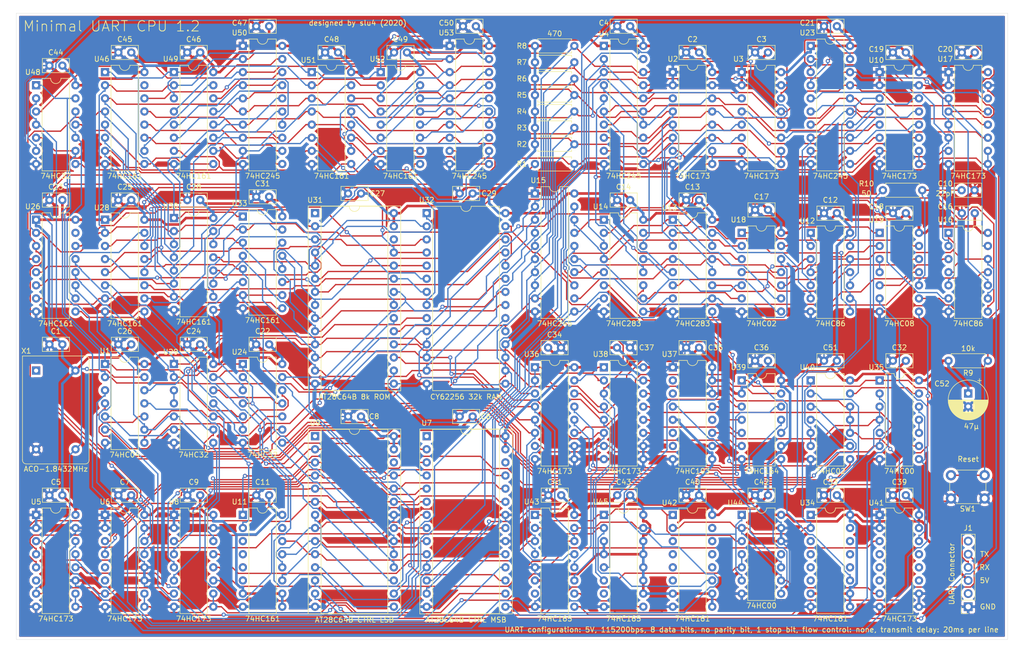
<source format=kicad_pcb>
(kicad_pcb (version 20171130) (host pcbnew "(5.1.5)-3")
  (layers (0 F.Cu signal) (31 B.Cu signal) (34 B.Paste user hide) (35 F.Paste user hide) (36 B.SilkS user) (37 F.SilkS user) (38 B.Mask user hide) (39 F.Mask user hide) (44 Edge.Cuts user))
  (net 0 "")
  (net 1 +5V)
  (net 2 GND)
  (net 3 "/UART Receiver/RX")
  (net 4 "/UART Transmitter/TX")
  (net 5 "/Control Logic/~HI")
  (net 6 /ALU/BUS7)
  (net 7 /ALU/BUS6)
  (net 8 /ALU/BUS5)
  (net 9 /ALU/BUS4)
  (net 10 /ALU/BUS3)
  (net 11 /ALU/BUS2)
  (net 12 /ALU/BUS1)
  (net 13 /ALU/BUS0)
  (net 14 "/Control Logic/~RI")
  (net 15 CLOCK)
  (net 16 "Net-(U1-Pad6)")
  (net 17 ~CLOCK)
  (net 18 "Net-(U1-Pad5)")
  (net 19 "Net-(U1-Pad4)")
  (net 20 "Net-(U1-Pad3)")
  (net 21 /Memory/M15)
  (net 22 "Net-(U1-Pad8)")
  (net 23 "/Control Logic/HI")
  (net 24 /ALU/A7)
  (net 25 /ALU/A6)
  (net 26 /ALU/A5)
  (net 27 /ALU/A4)
  (net 28 "/Control Logic/~AI")
  (net 29 /ALU/A0)
  (net 30 /ALU/A1)
  (net 31 /ALU/A2)
  (net 32 /ALU/A3)
  (net 33 "/Control Logic/~AO")
  (net 34 /ALU/FLAG_Z)
  (net 35 /ALU/FLAG_C)
  (net 36 "Net-(U5-Pad5)")
  (net 37 /ALU/FLAG_N)
  (net 38 "Net-(U5-Pad4)")
  (net 39 "Net-(U5-Pad3)")
  (net 40 /ALU/~EO)
  (net 41 "Net-(U6-Pad4)")
  (net 42 "Net-(U6-Pad3)")
  (net 43 "Net-(U7-Pad3)")
  (net 44 "/Control Logic/CE")
  (net 45 "Net-(U7-Pad4)")
  (net 46 "/Control Logic/~CO")
  (net 47 "Net-(U7-Pad5)")
  (net 48 "/Control Logic/~CI")
  (net 49 "Net-(U7-Pad6)")
  (net 50 "Net-(U11-Pad11)")
  (net 51 "Net-(U11-Pad12)")
  (net 52 "Net-(U11-Pad13)")
  (net 53 "Net-(U11-Pad14)")
  (net 54 /ALU/ES)
  (net 55 /ALU/EC)
  (net 56 "/Control Logic/~BI")
  (net 57 "/Control Logic/~MI")
  (net 58 "/Control Logic/~RO")
  (net 59 /ALU/B4)
  (net 60 "Net-(U12-Pad6)")
  (net 61 /ALU/B6)
  (net 62 "Net-(U12-Pad11)")
  (net 63 /ALU/B5)
  (net 64 "Net-(U12-Pad3)")
  (net 65 /ALU/B7)
  (net 66 "Net-(U12-Pad8)")
  (net 67 "Net-(U13-Pad1)")
  (net 68 "Net-(U13-Pad4)")
  (net 69 "Net-(U13-Pad13)")
  (net 70 "Net-(U13-Pad7)")
  (net 71 "Net-(U14-Pad1)")
  (net 72 "Net-(U14-Pad2)")
  (net 73 "Net-(U14-Pad10)")
  (net 74 "Net-(U14-Pad11)")
  (net 75 "Net-(U14-Pad4)")
  (net 76 "Net-(U14-Pad13)")
  (net 77 "Net-(U14-Pad6)")
  (net 78 "Net-(U14-Pad15)")
  (net 79 /ALU/B3)
  (net 80 /ALU/B1)
  (net 81 /ALU/B2)
  (net 82 /ALU/B0)
  (net 83 "Net-(U18-Pad13)")
  (net 84 "Net-(U18-Pad4)")
  (net 85 "Net-(U18-Pad10)")
  (net 86 "Net-(U18-Pad1)")
  (net 87 "Net-(U19-Pad3)")
  (net 88 "Net-(U19-Pad11)")
  (net 89 "Net-(U24-Pad8)")
  (net 90 "Net-(U24-Pad11)")
  (net 91 /Memory/M12)
  (net 92 /Memory/M13)
  (net 93 /Memory/M14)
  (net 94 "Net-(U26-Pad10)")
  (net 95 "Net-(U28-Pad10)")
  (net 96 /Memory/M11)
  (net 97 /Memory/M10)
  (net 98 /Memory/M9)
  (net 99 /Memory/M8)
  (net 100 /Memory/~TI)
  (net 101 "Net-(U29-Pad3)")
  (net 102 /Memory/~TO)
  (net 103 /Memory/M4)
  (net 104 /Memory/M5)
  (net 105 /Memory/M6)
  (net 106 /Memory/M7)
  (net 107 "Net-(U30-Pad10)")
  (net 108 /Memory/M3)
  (net 109 /Memory/M2)
  (net 110 /Memory/M1)
  (net 111 /Memory/M0)
  (net 112 "Net-(U34-Pad11)")
  (net 113 "Net-(U35-Pad13)")
  (net 114 "/UART Receiver/~RESET")
  (net 115 "Net-(U35-Pad10)")
  (net 116 "Net-(U36-Pad15)")
  (net 117 "Net-(U36-Pad14)")
  (net 118 "Net-(U36-Pad13)")
  (net 119 "Net-(U36-Pad12)")
  (net 120 "Net-(U36-Pad11)")
  (net 121 "Net-(U38-Pad11)")
  (net 122 "Net-(U38-Pad12)")
  (net 123 "Net-(U38-Pad13)")
  (net 124 "Net-(U38-Pad14)")
  (net 125 "Net-(U40-Pad1)")
  (net 126 "Net-(U40-Pad4)")
  (net 127 "Net-(U42-Pad11)")
  (net 128 "Net-(U42-Pad1)")
  (net 129 "Net-(U43-Pad10)")
  (net 130 "Net-(U43-Pad15)")
  (net 131 "Net-(U46-Pad14)")
  (net 132 "Net-(U46-Pad13)")
  (net 133 "Net-(U46-Pad12)")
  (net 134 "Net-(U46-Pad11)")
  (net 135 "Net-(U46-Pad10)")
  (net 136 "Net-(U49-Pad10)")
  (net 137 "Net-(U49-Pad11)")
  (net 138 "Net-(U49-Pad12)")
  (net 139 "Net-(U49-Pad13)")
  (net 140 "Net-(U49-Pad14)")
  (net 141 "Net-(U51-Pad14)")
  (net 142 "Net-(U51-Pad13)")
  (net 143 "Net-(U51-Pad12)")
  (net 144 "Net-(U51-Pad11)")
  (net 145 "Net-(U51-Pad10)")
  (net 146 "Net-(U52-Pad11)")
  (net 147 "Net-(U52-Pad12)")
  (net 148 "Net-(U52-Pad13)")
  (net 149 "Net-(U52-Pad14)")
  (net 150 "Net-(U11-Pad1)")
  (net 151 "Net-(C10-Pad1)")
  (net 152 "Net-(R10-Pad1)")
  (net 153 "Net-(U1-Pad10)")
  (net 154 "Net-(U6-Pad10)")
  (net 155 "/Control Logic/~BO")
  (net 156 "Net-(U24-Pad3)")
  (net 157 "Net-(U24-Pad6)")
  (net 158 "Net-(U32-Pad27)")
  (net 159 "Net-(U46-Pad9)")
  (net 160 "Net-(U48-Pad8)")
  (net 161 "Net-(U48-Pad3)")
  (net 162 "Net-(U48-Pad6)")
  (net 163 ~Reset)
  (net 164 "Net-(U34-Pad1)")
  (net 165 "Net-(U35-Pad2)")
  (net 166 "Net-(U35-Pad12)")
  (module Button_Switch_THT:SW_PUSH_6mm (layer F.Cu) (at 231.14 132.08 180)
    (fp_text reference SW1 (at 3.25 -2) (layer F.SilkS))
    (fp_text value RESET)
    (pad 1 thru_hole circle (at 6.5 0 270) (size 2 2) (drill 1.1) (layers *.Cu *.Mask) (net 2 GND))
    (pad 2 thru_hole circle (at 6.5 4.5 270) (size 2 2) (drill 1.1) (layers *.Cu *.Mask) (net 163 ~Reset))
    (pad 1 thru_hole circle (at 0 0 270) (size 2 2) (drill 1.1) (layers *.Cu *.Mask) (net 2 GND))
    (pad 2 thru_hole circle (at 0 4.5 270) (size 2 2) (drill 1.1) (layers *.Cu *.Mask) (net 163 ~Reset))
  )
  (module Resistor_THT:R_Axial_DIN0207_L6.3mm_D2.5mm_P7.62mm_Horizontal (layer F.Cu) (at 231.775 105.41 180)
    (fp_text reference R9 (at 3.81 -2.37) (layer F.SilkS))
    (fp_text value 10k (at 3.81 2.37) (layer F.SilkS))
    (pad 2 thru_hole oval (at 7.62 0 180) (size 1.6 1.6) (drill 0.8) (layers *.Cu *.Mask) (net 1 +5V))
    (pad 1 thru_hole circle (at 0 0 180) (size 1.6 1.6) (drill 0.8) (layers *.Cu *.Mask) (net 163 ~Reset))
  )
  (module Package_DIP:DIP-14_W7.62mm (layer F.Cu) (at 184.15 109.22)
    (fp_text reference U39 (at -0.635 -2.54) (layer F.SilkS))
    (fp_text value 74HC164 (at 3.81 17.57) (layer F.SilkS))
    (pad 14 thru_hole oval (at 7.62 0) (size 1.6 1.6) (drill 0.8) (layers *.Cu *.Mask) (net 1 +5V))
    (pad 7 thru_hole oval (at 0 15.24) (size 1.6 1.6) (drill 0.8) (layers *.Cu *.Mask) (net 2 GND))
    (pad 13 thru_hole oval (at 7.62 2.54) (size 1.6 1.6) (drill 0.8) (layers *.Cu *.Mask) (net 120 "Net-(U36-Pad11)"))
    (pad 6 thru_hole oval (at 0 12.7) (size 1.6 1.6) (drill 0.8) (layers *.Cu *.Mask) (net 121 "Net-(U38-Pad11)"))
    (pad 12 thru_hole oval (at 7.62 5.08) (size 1.6 1.6) (drill 0.8) (layers *.Cu *.Mask) (net 119 "Net-(U36-Pad12)"))
    (pad 5 thru_hole oval (at 0 10.16) (size 1.6 1.6) (drill 0.8) (layers *.Cu *.Mask) (net 122 "Net-(U38-Pad12)"))
    (pad 11 thru_hole oval (at 7.62 7.62) (size 1.6 1.6) (drill 0.8) (layers *.Cu *.Mask) (net 118 "Net-(U36-Pad13)"))
    (pad 4 thru_hole oval (at 0 7.62) (size 1.6 1.6) (drill 0.8) (layers *.Cu *.Mask) (net 123 "Net-(U38-Pad13)"))
    (pad 10 thru_hole oval (at 7.62 10.16) (size 1.6 1.6) (drill 0.8) (layers *.Cu *.Mask) (net 117 "Net-(U36-Pad14)"))
    (pad 3 thru_hole oval (at 0 5.08) (size 1.6 1.6) (drill 0.8) (layers *.Cu *.Mask) (net 124 "Net-(U38-Pad14)"))
    (pad 9 thru_hole oval (at 7.62 12.7) (size 1.6 1.6) (drill 0.8) (layers *.Cu *.Mask) (net 1 +5V))
    (pad 2 thru_hole oval (at 0 2.54) (size 1.6 1.6) (drill 0.8) (layers *.Cu *.Mask) (net 1 +5V))
    (pad 8 thru_hole oval (at 7.62 15.24) (size 1.6 1.6) (drill 0.8) (layers *.Cu *.Mask) (net 112 "Net-(U34-Pad11)"))
    (pad 1 thru_hole rect (at 0 0) (size 1.6 1.6) (drill 0.8) (layers *.Cu *.Mask) (net 3 "/UART Receiver/RX"))
  )
  (module Connector_PinSocket_2.54mm:PinSocket_1x06_P2.54mm_Vertical (layer F.Cu) (at 227.965 153.035 180)
    (fp_text reference J1 (at 0 15.24) (layer F.SilkS))
    (fp_text value UART)
    (pad 6 thru_hole oval (at 0 12.7 180) (size 1.7 1.7) (drill 1) (layers *.Cu *.Mask))
    (pad 5 thru_hole oval (at 0 10.16 180) (size 1.7 1.7) (drill 1) (layers *.Cu *.Mask) (net 4 "/UART Transmitter/TX"))
    (pad 4 thru_hole oval (at 0 7.62 180) (size 1.7 1.7) (drill 1) (layers *.Cu *.Mask) (net 3 "/UART Receiver/RX"))
    (pad 3 thru_hole oval (at 0 5.08 180) (size 1.7 1.7) (drill 1) (layers *.Cu *.Mask) (net 1 +5V))
    (pad 2 thru_hole oval (at 0 2.54 180) (size 1.7 1.7) (drill 1) (layers *.Cu *.Mask))
    (pad 1 thru_hole rect (at 0 0 180) (size 1.7 1.7) (drill 1) (layers *.Cu *.Mask) (net 2 GND))
  )
  (module Capacitor_THT:CP_Radial_D7.5mm_P2.50mm (layer F.Cu) (at 227.965 111.76 270)
    (fp_text reference C52 (at -1.905 5.08 180) (layer F.SilkS))
    (fp_text value 47µ (at 6.35 -0.635 180) (layer F.SilkS))
    (pad 2 thru_hole circle (at 2.5 0 270) (size 1.6 1.6) (drill 0.8) (layers *.Cu *.Mask) (net 2 GND))
    (pad 1 thru_hole rect (at 0 0 270) (size 1.6 1.6) (drill 0.8) (layers *.Cu *.Mask) (net 1 +5V))
  )
  (module Capacitor_THT:C_Disc_D5.0mm_W2.5mm_P2.50mm (layer F.Cu) (at 52.705 102.235 180)
    (fp_text reference C1 (at 1.27 2.54) (layer F.SilkS))
    (fp_text value 100nF)
    (pad 1 thru_hole circle (at 0 0 180) (size 1.6 1.6) (drill 0.8) (layers *.Cu *.Mask) (net 1 +5V))
    (pad 2 thru_hole circle (at 2.5 0 180) (size 1.6 1.6) (drill 0.8) (layers *.Cu *.Mask) (net 2 GND))
  )
  (module Capacitor_THT:C_Disc_D5.0mm_W2.5mm_P2.50mm (layer F.Cu) (at 175.895 45.72 180)
    (fp_text reference C2 (at 1.27 2.54) (layer F.SilkS))
    (fp_text value 100nF)
    (pad 2 thru_hole circle (at 2.5 0 180) (size 1.6 1.6) (drill 0.8) (layers *.Cu *.Mask) (net 2 GND))
    (pad 1 thru_hole circle (at 0 0 180) (size 1.6 1.6) (drill 0.8) (layers *.Cu *.Mask) (net 1 +5V))
  )
  (module Capacitor_THT:C_Disc_D5.0mm_W2.5mm_P2.50mm (layer F.Cu) (at 189.23 45.72 180)
    (fp_text reference C3 (at 1.25 2.54) (layer F.SilkS))
    (fp_text value 100nF)
    (pad 1 thru_hole circle (at 0 0 180) (size 1.6 1.6) (drill 0.8) (layers *.Cu *.Mask) (net 1 +5V))
    (pad 2 thru_hole circle (at 2.5 0 180) (size 1.6 1.6) (drill 0.8) (layers *.Cu *.Mask) (net 2 GND))
  )
  (module Capacitor_THT:C_Disc_D5.0mm_W2.5mm_P2.50mm (layer F.Cu) (at 162.56 40.64 180)
    (fp_text reference C4 (at 5.08 0.635) (layer F.SilkS))
    (fp_text value 100nF)
    (pad 2 thru_hole circle (at 2.5 0 180) (size 1.6 1.6) (drill 0.8) (layers *.Cu *.Mask) (net 2 GND))
    (pad 1 thru_hole circle (at 0 0 180) (size 1.6 1.6) (drill 0.8) (layers *.Cu *.Mask) (net 1 +5V))
  )
  (module Capacitor_THT:C_Disc_D5.0mm_W2.5mm_P2.50mm (layer F.Cu) (at 52.705 131.445 180)
    (fp_text reference C5 (at 1.25 2.54) (layer F.SilkS))
    (fp_text value 100nF)
    (pad 2 thru_hole circle (at 2.5 0 180) (size 1.6 1.6) (drill 0.8) (layers *.Cu *.Mask) (net 2 GND))
    (pad 1 thru_hole circle (at 0 0 180) (size 1.6 1.6) (drill 0.8) (layers *.Cu *.Mask) (net 1 +5V))
  )
  (module Capacitor_THT:C_Disc_D5.0mm_W2.5mm_P2.50mm (layer F.Cu) (at 132.08 116.205 180)
    (fp_text reference C6 (at -2.54 0) (layer F.SilkS))
    (fp_text value 100nF)
    (pad 1 thru_hole circle (at 0 0 180) (size 1.6 1.6) (drill 0.8) (layers *.Cu *.Mask) (net 1 +5V))
    (pad 2 thru_hole circle (at 2.5 0 180) (size 1.6 1.6) (drill 0.8) (layers *.Cu *.Mask) (net 2 GND))
  )
  (module Capacitor_THT:C_Disc_D5.0mm_W2.5mm_P2.50mm (layer F.Cu) (at 66.04 131.445 180)
    (fp_text reference C7 (at 1.25 2.54) (layer F.SilkS))
    (fp_text value 100nF)
    (pad 2 thru_hole circle (at 2.5 0 180) (size 1.6 1.6) (drill 0.8) (layers *.Cu *.Mask) (net 2 GND))
    (pad 1 thru_hole circle (at 0 0 180) (size 1.6 1.6) (drill 0.8) (layers *.Cu *.Mask) (net 1 +5V))
  )
  (module Capacitor_THT:C_Disc_D5.0mm_W2.5mm_P2.50mm (layer F.Cu) (at 110.49 116.205 180)
    (fp_text reference C8 (at -2.54 0) (layer F.SilkS))
    (fp_text value 100nF)
    (pad 2 thru_hole circle (at 2.5 0 180) (size 1.6 1.6) (drill 0.8) (layers *.Cu *.Mask) (net 2 GND))
    (pad 1 thru_hole circle (at 0 0 180) (size 1.6 1.6) (drill 0.8) (layers *.Cu *.Mask) (net 1 +5V))
  )
  (module Capacitor_THT:C_Disc_D5.0mm_W2.5mm_P2.50mm (layer F.Cu) (at 79.375 131.445 180)
    (fp_text reference C9 (at 1.25 2.54) (layer F.SilkS))
    (fp_text value 100nF)
    (pad 2 thru_hole circle (at 2.5 0 180) (size 1.6 1.6) (drill 0.8) (layers *.Cu *.Mask) (net 2 GND))
    (pad 1 thru_hole circle (at 0 0 180) (size 1.6 1.6) (drill 0.8) (layers *.Cu *.Mask) (net 1 +5V))
  )
  (module Capacitor_THT:C_Disc_D5.0mm_W2.5mm_P2.50mm (layer F.Cu) (at 92.71 131.445 180)
    (fp_text reference C11 (at 1.25 2.54) (layer F.SilkS))
    (fp_text value 100nF)
    (pad 1 thru_hole circle (at 0 0 180) (size 1.6 1.6) (drill 0.8) (layers *.Cu *.Mask) (net 1 +5V))
    (pad 2 thru_hole circle (at 2.5 0 180) (size 1.6 1.6) (drill 0.8) (layers *.Cu *.Mask) (net 2 GND))
  )
  (module Capacitor_THT:C_Disc_D5.0mm_W2.5mm_P2.50mm (layer F.Cu) (at 202.565 76.835 180)
    (fp_text reference C12 (at 1.27 2.54) (layer F.SilkS))
    (fp_text value 100nF)
    (pad 1 thru_hole circle (at 0 0 180) (size 1.6 1.6) (drill 0.8) (layers *.Cu *.Mask) (net 1 +5V))
    (pad 2 thru_hole circle (at 2.5 0 180) (size 1.6 1.6) (drill 0.8) (layers *.Cu *.Mask) (net 2 GND))
  )
  (module Capacitor_THT:C_Disc_D5.0mm_W2.5mm_P2.50mm (layer F.Cu) (at 175.895 74.295 180)
    (fp_text reference C13 (at 1.27 2.54) (layer F.SilkS))
    (fp_text value 100nF)
    (pad 1 thru_hole circle (at 0 0 180) (size 1.6 1.6) (drill 0.8) (layers *.Cu *.Mask) (net 1 +5V))
    (pad 2 thru_hole circle (at 2.5 0 180) (size 1.6 1.6) (drill 0.8) (layers *.Cu *.Mask) (net 2 GND))
  )
  (module Capacitor_THT:C_Disc_D5.0mm_W2.5mm_P2.50mm (layer F.Cu) (at 162.56 74.295 180)
    (fp_text reference C14 (at 1.27 2.54) (layer F.SilkS))
    (fp_text value 100nF)
    (pad 2 thru_hole circle (at 2.5 0 180) (size 1.6 1.6) (drill 0.8) (layers *.Cu *.Mask) (net 2 GND))
    (pad 1 thru_hole circle (at 0 0 180) (size 1.6 1.6) (drill 0.8) (layers *.Cu *.Mask) (net 1 +5V))
  )
  (module Capacitor_THT:C_Disc_D5.0mm_W2.5mm_P2.50mm (layer F.Cu) (at 229.235 76.835 180)
    (fp_text reference C16 (at 5.715 1.27) (layer F.SilkS))
    (fp_text value 100nF)
    (pad 1 thru_hole circle (at 0 0 180) (size 1.6 1.6) (drill 0.8) (layers *.Cu *.Mask) (net 1 +5V))
    (pad 2 thru_hole circle (at 2.5 0 180) (size 1.6 1.6) (drill 0.8) (layers *.Cu *.Mask) (net 2 GND))
  )
  (module Capacitor_THT:C_Disc_D5.0mm_W2.5mm_P2.50mm (layer F.Cu) (at 189.23 76.2 180)
    (fp_text reference C17 (at 1.27 2.54) (layer F.SilkS))
    (fp_text value 100nF)
    (pad 2 thru_hole circle (at 2.5 0 180) (size 1.6 1.6) (drill 0.8) (layers *.Cu *.Mask) (net 2 GND))
    (pad 1 thru_hole circle (at 0 0 180) (size 1.6 1.6) (drill 0.8) (layers *.Cu *.Mask) (net 1 +5V))
  )
  (module Capacitor_THT:C_Disc_D5.0mm_W2.5mm_P2.50mm (layer F.Cu) (at 215.9 76.835 180)
    (fp_text reference C18 (at 5.715 1.27) (layer F.SilkS))
    (fp_text value 100nF)
    (pad 2 thru_hole circle (at 2.5 0 180) (size 1.6 1.6) (drill 0.8) (layers *.Cu *.Mask) (net 2 GND))
    (pad 1 thru_hole circle (at 0 0 180) (size 1.6 1.6) (drill 0.8) (layers *.Cu *.Mask) (net 1 +5V))
  )
  (module Capacitor_THT:C_Disc_D5.0mm_W2.5mm_P2.50mm (layer F.Cu) (at 215.9 45.72 180)
    (fp_text reference C19 (at 5.715 0.635) (layer F.SilkS))
    (fp_text value 100nF)
    (pad 2 thru_hole circle (at 2.5 0 180) (size 1.6 1.6) (drill 0.8) (layers *.Cu *.Mask) (net 2 GND))
    (pad 1 thru_hole circle (at 0 0 180) (size 1.6 1.6) (drill 0.8) (layers *.Cu *.Mask) (net 1 +5V))
  )
  (module Capacitor_THT:C_Disc_D5.0mm_W2.5mm_P2.50mm (layer F.Cu) (at 229.235 45.72 180)
    (fp_text reference C20 (at 5.715 0.635) (layer F.SilkS))
    (fp_text value 100nF)
    (pad 1 thru_hole circle (at 0 0 180) (size 1.6 1.6) (drill 0.8) (layers *.Cu *.Mask) (net 1 +5V))
    (pad 2 thru_hole circle (at 2.5 0 180) (size 1.6 1.6) (drill 0.8) (layers *.Cu *.Mask) (net 2 GND))
  )
  (module Capacitor_THT:C_Disc_D5.0mm_W2.5mm_P2.50mm (layer F.Cu) (at 202.565 40.64 180)
    (fp_text reference C21 (at 5.715 0.635) (layer F.SilkS))
    (fp_text value 100nF)
    (pad 2 thru_hole circle (at 2.5 0 180) (size 1.6 1.6) (drill 0.8) (layers *.Cu *.Mask) (net 2 GND))
    (pad 1 thru_hole circle (at 0 0 180) (size 1.6 1.6) (drill 0.8) (layers *.Cu *.Mask) (net 1 +5V))
  )
  (module Capacitor_THT:C_Disc_D5.0mm_W2.5mm_P2.50mm (layer F.Cu) (at 92.71 102.235 180)
    (fp_text reference C22 (at 1.25 2.54) (layer F.SilkS))
    (fp_text value 100nF)
    (pad 1 thru_hole circle (at 0 0 180) (size 1.6 1.6) (drill 0.8) (layers *.Cu *.Mask) (net 1 +5V))
    (pad 2 thru_hole circle (at 2.5 0 180) (size 1.6 1.6) (drill 0.8) (layers *.Cu *.Mask) (net 2 GND))
  )
  (module Capacitor_THT:C_Disc_D5.0mm_W2.5mm_P2.50mm (layer F.Cu) (at 52.705 74.295 180)
    (fp_text reference C23 (at 1.27 2.54) (layer F.SilkS))
    (fp_text value 100nF)
    (pad 2 thru_hole circle (at 2.5 0 180) (size 1.6 1.6) (drill 0.8) (layers *.Cu *.Mask) (net 2 GND))
    (pad 1 thru_hole circle (at 0 0 180) (size 1.6 1.6) (drill 0.8) (layers *.Cu *.Mask) (net 1 +5V))
  )
  (module Capacitor_THT:C_Disc_D5.0mm_W2.5mm_P2.50mm (layer F.Cu) (at 79.375 102.235 180)
    (fp_text reference C24 (at 1.27 2.54) (layer F.SilkS))
    (fp_text value 100nF)
    (pad 2 thru_hole circle (at 2.5 0 180) (size 1.6 1.6) (drill 0.8) (layers *.Cu *.Mask) (net 2 GND))
    (pad 1 thru_hole circle (at 0 0 180) (size 1.6 1.6) (drill 0.8) (layers *.Cu *.Mask) (net 1 +5V))
  )
  (module Capacitor_THT:C_Disc_D5.0mm_W2.5mm_P2.50mm (layer F.Cu) (at 66.04 74.295 180)
    (fp_text reference C25 (at 1.25 2.54) (layer F.SilkS))
    (fp_text value 100nF)
    (pad 1 thru_hole circle (at 0 0 180) (size 1.6 1.6) (drill 0.8) (layers *.Cu *.Mask) (net 1 +5V))
    (pad 2 thru_hole circle (at 2.5 0 180) (size 1.6 1.6) (drill 0.8) (layers *.Cu *.Mask) (net 2 GND))
  )
  (module Capacitor_THT:C_Disc_D5.0mm_W2.5mm_P2.50mm (layer F.Cu) (at 66.04 102.235 180)
    (fp_text reference C26 (at 1.27 2.54) (layer F.SilkS))
    (fp_text value 100nF)
    (pad 1 thru_hole circle (at 0 0 180) (size 1.6 1.6) (drill 0.8) (layers *.Cu *.Mask) (net 1 +5V))
    (pad 2 thru_hole circle (at 2.5 0 180) (size 1.6 1.6) (drill 0.8) (layers *.Cu *.Mask) (net 2 GND))
  )
  (module Capacitor_THT:C_Disc_D5.0mm_W2.5mm_P2.50mm (layer F.Cu) (at 110.49 73.025 180)
    (fp_text reference C27 (at -3.175 0) (layer F.SilkS))
    (fp_text value 100nF)
    (pad 1 thru_hole circle (at 0 0 180) (size 1.6 1.6) (drill 0.8) (layers *.Cu *.Mask) (net 1 +5V))
    (pad 2 thru_hole circle (at 2.5 0 180) (size 1.6 1.6) (drill 0.8) (layers *.Cu *.Mask) (net 2 GND))
  )
  (module Capacitor_THT:C_Disc_D5.0mm_W2.5mm_P2.50mm (layer F.Cu) (at 79.375 74.295 180)
    (fp_text reference C28 (at 1.25 2.54) (layer F.SilkS))
    (fp_text value 100nF)
    (pad 1 thru_hole circle (at 0 0 180) (size 1.6 1.6) (drill 0.8) (layers *.Cu *.Mask) (net 1 +5V))
    (pad 2 thru_hole circle (at 2.5 0 180) (size 1.6 1.6) (drill 0.8) (layers *.Cu *.Mask) (net 2 GND))
  )
  (module Capacitor_THT:C_Disc_D5.0mm_W2.5mm_P2.50mm (layer F.Cu) (at 132.08 73.025 180)
    (fp_text reference C29 (at -3.175 0) (layer F.SilkS))
    (fp_text value 100nF)
    (pad 2 thru_hole circle (at 2.5 0 180) (size 1.6 1.6) (drill 0.8) (layers *.Cu *.Mask) (net 2 GND))
    (pad 1 thru_hole circle (at 0 0 180) (size 1.6 1.6) (drill 0.8) (layers *.Cu *.Mask) (net 1 +5V))
  )
  (module Capacitor_THT:C_Disc_D5.0mm_W2.5mm_P2.50mm (layer F.Cu) (at 92.71 73.66 180)
    (fp_text reference C31 (at 1.27 2.54) (layer F.SilkS))
    (fp_text value 100nF)
    (pad 2 thru_hole circle (at 2.5 0 180) (size 1.6 1.6) (drill 0.8) (layers *.Cu *.Mask) (net 2 GND))
    (pad 1 thru_hole circle (at 0 0 180) (size 1.6 1.6) (drill 0.8) (layers *.Cu *.Mask) (net 1 +5V))
  )
  (module Capacitor_THT:C_Disc_D5.0mm_W2.5mm_P2.50mm (layer F.Cu) (at 215.9 105.41 180)
    (fp_text reference C32 (at 1.25 2.54) (layer F.SilkS))
    (fp_text value 100nF)
    (pad 2 thru_hole circle (at 2.5 0 180) (size 1.6 1.6) (drill 0.8) (layers *.Cu *.Mask) (net 2 GND))
    (pad 1 thru_hole circle (at 0 0 180) (size 1.6 1.6) (drill 0.8) (layers *.Cu *.Mask) (net 1 +5V))
  )
  (module Capacitor_THT:C_Disc_D5.0mm_W2.5mm_P2.50mm (layer F.Cu) (at 202.565 131.445 180)
    (fp_text reference C33 (at 1.27 2.54) (layer F.SilkS))
    (fp_text value 100nF)
    (pad 2 thru_hole circle (at 2.5 0 180) (size 1.6 1.6) (drill 0.8) (layers *.Cu *.Mask) (net 2 GND))
    (pad 1 thru_hole circle (at 0 0 180) (size 1.6 1.6) (drill 0.8) (layers *.Cu *.Mask) (net 1 +5V))
  )
  (module Capacitor_THT:C_Disc_D5.0mm_W2.5mm_P2.50mm (layer F.Cu) (at 146.685 102.87)
    (fp_text reference C34 (at 1.25 -2.5) (layer F.SilkS))
    (fp_text value 100nF)
    (pad 1 thru_hole circle (at 0 0) (size 1.6 1.6) (drill 0.8) (layers *.Cu *.Mask) (net 1 +5V))
    (pad 2 thru_hole circle (at 2.5 0) (size 1.6 1.6) (drill 0.8) (layers *.Cu *.Mask) (net 2 GND))
  )
  (module Capacitor_THT:C_Disc_D5.0mm_W2.5mm_P2.50mm (layer F.Cu) (at 175.895 102.87 180)
    (fp_text reference C35 (at -3.175 0) (layer F.SilkS))
    (fp_text value 100nF)
    (pad 1 thru_hole circle (at 0 0 180) (size 1.6 1.6) (drill 0.8) (layers *.Cu *.Mask) (net 1 +5V))
    (pad 2 thru_hole circle (at 2.5 0 180) (size 1.6 1.6) (drill 0.8) (layers *.Cu *.Mask) (net 2 GND))
  )
  (module Capacitor_THT:C_Disc_D5.0mm_W2.5mm_P2.50mm (layer F.Cu) (at 189.23 105.41 180)
    (fp_text reference C36 (at 1.27 2.54) (layer F.SilkS))
    (fp_text value 100nF)
    (pad 1 thru_hole circle (at 0 0 180) (size 1.6 1.6) (drill 0.8) (layers *.Cu *.Mask) (net 1 +5V))
    (pad 2 thru_hole circle (at 2.5 0 180) (size 1.6 1.6) (drill 0.8) (layers *.Cu *.Mask) (net 2 GND))
  )
  (module Capacitor_THT:C_Disc_D5.0mm_W2.5mm_P2.50mm (layer F.Cu) (at 160.02 102.87)
    (fp_text reference C37 (at 5.715 0) (layer F.SilkS))
    (fp_text value 100nF)
    (pad 2 thru_hole circle (at 2.5 0) (size 1.6 1.6) (drill 0.8) (layers *.Cu *.Mask) (net 2 GND))
    (pad 1 thru_hole circle (at 0 0) (size 1.6 1.6) (drill 0.8) (layers *.Cu *.Mask) (net 1 +5V))
  )
  (module Capacitor_THT:C_Disc_D5.0mm_W2.5mm_P2.50mm (layer F.Cu) (at 215.9 131.445 180)
    (fp_text reference C39 (at 1.25 2.54) (layer F.SilkS))
    (fp_text value 100nF)
    (pad 2 thru_hole circle (at 2.5 0 180) (size 1.6 1.6) (drill 0.8) (layers *.Cu *.Mask) (net 2 GND))
    (pad 1 thru_hole circle (at 0 0 180) (size 1.6 1.6) (drill 0.8) (layers *.Cu *.Mask) (net 1 +5V))
  )
  (module Capacitor_THT:C_Disc_D5.0mm_W2.5mm_P2.50mm (layer F.Cu) (at 175.895 131.445 180)
    (fp_text reference C40 (at 1.25 2.54) (layer F.SilkS))
    (fp_text value 100nF)
    (pad 1 thru_hole circle (at 0 0 180) (size 1.6 1.6) (drill 0.8) (layers *.Cu *.Mask) (net 1 +5V))
    (pad 2 thru_hole circle (at 2.5 0 180) (size 1.6 1.6) (drill 0.8) (layers *.Cu *.Mask) (net 2 GND))
  )
  (module Capacitor_THT:C_Disc_D5.0mm_W2.5mm_P2.50mm (layer F.Cu) (at 149.225 131.445 180)
    (fp_text reference C41 (at 1.25 2.54) (layer F.SilkS))
    (fp_text value 100nF)
    (pad 2 thru_hole circle (at 2.5 0 180) (size 1.6 1.6) (drill 0.8) (layers *.Cu *.Mask) (net 2 GND))
    (pad 1 thru_hole circle (at 0 0 180) (size 1.6 1.6) (drill 0.8) (layers *.Cu *.Mask) (net 1 +5V))
  )
  (module Capacitor_THT:C_Disc_D5.0mm_W2.5mm_P2.50mm (layer F.Cu) (at 189.23 131.445 180)
    (fp_text reference C42 (at 1.27 2.54) (layer F.SilkS))
    (fp_text value 100nF)
    (pad 2 thru_hole circle (at 2.5 0 180) (size 1.6 1.6) (drill 0.8) (layers *.Cu *.Mask) (net 2 GND))
    (pad 1 thru_hole circle (at 0 0 180) (size 1.6 1.6) (drill 0.8) (layers *.Cu *.Mask) (net 1 +5V))
  )
  (module Capacitor_THT:C_Disc_D5.0mm_W2.5mm_P2.50mm (layer F.Cu) (at 162.56 131.445 180)
    (fp_text reference C43 (at 1.25 2.54) (layer F.SilkS))
    (fp_text value 100nF)
    (pad 1 thru_hole circle (at 0 0 180) (size 1.6 1.6) (drill 0.8) (layers *.Cu *.Mask) (net 1 +5V))
    (pad 2 thru_hole circle (at 2.5 0 180) (size 1.6 1.6) (drill 0.8) (layers *.Cu *.Mask) (net 2 GND))
  )
  (module Capacitor_THT:C_Disc_D5.0mm_W2.5mm_P2.50mm (layer F.Cu) (at 52.705 48.26 180)
    (fp_text reference C44 (at 1.27 2.54) (layer F.SilkS))
    (fp_text value 100nF)
    (pad 1 thru_hole circle (at 0 0 180) (size 1.6 1.6) (drill 0.8) (layers *.Cu *.Mask) (net 1 +5V))
    (pad 2 thru_hole circle (at 2.5 0 180) (size 1.6 1.6) (drill 0.8) (layers *.Cu *.Mask) (net 2 GND))
  )
  (module Capacitor_THT:C_Disc_D5.0mm_W2.5mm_P2.50mm (layer F.Cu) (at 66.04 45.72 180)
    (fp_text reference C45 (at 1.25 2.54) (layer F.SilkS))
    (fp_text value 100nF)
    (pad 2 thru_hole circle (at 2.5 0 180) (size 1.6 1.6) (drill 0.8) (layers *.Cu *.Mask) (net 2 GND))
    (pad 1 thru_hole circle (at 0 0 180) (size 1.6 1.6) (drill 0.8) (layers *.Cu *.Mask) (net 1 +5V))
  )
  (module Capacitor_THT:C_Disc_D5.0mm_W2.5mm_P2.50mm (layer F.Cu) (at 79.375 45.72 180)
    (fp_text reference C46 (at 1.25 2.54) (layer F.SilkS))
    (fp_text value 100nF)
    (pad 1 thru_hole circle (at 0 0 180) (size 1.6 1.6) (drill 0.8) (layers *.Cu *.Mask) (net 1 +5V))
    (pad 2 thru_hole circle (at 2.5 0 180) (size 1.6 1.6) (drill 0.8) (layers *.Cu *.Mask) (net 2 GND))
  )
  (module Capacitor_THT:C_Disc_D5.0mm_W2.5mm_P2.50mm (layer F.Cu) (at 92.71 40.64 180)
    (fp_text reference C47 (at 5.715 0.635) (layer F.SilkS))
    (fp_text value 100nF)
    (pad 1 thru_hole circle (at 0 0 180) (size 1.6 1.6) (drill 0.8) (layers *.Cu *.Mask) (net 1 +5V))
    (pad 2 thru_hole circle (at 2.5 0 180) (size 1.6 1.6) (drill 0.8) (layers *.Cu *.Mask) (net 2 GND))
  )
  (module Capacitor_THT:C_Disc_D5.0mm_W2.5mm_P2.50mm (layer F.Cu) (at 106.045 45.72 180)
    (fp_text reference C48 (at 1.25 2.54) (layer F.SilkS))
    (fp_text value 100nF)
    (pad 2 thru_hole circle (at 2.5 0 180) (size 1.6 1.6) (drill 0.8) (layers *.Cu *.Mask) (net 2 GND))
    (pad 1 thru_hole circle (at 0 0 180) (size 1.6 1.6) (drill 0.8) (layers *.Cu *.Mask) (net 1 +5V))
  )
  (module Capacitor_THT:C_Disc_D5.0mm_W2.5mm_P2.50mm (layer F.Cu) (at 119.38 45.72 180)
    (fp_text reference C49 (at 1.27 2.54) (layer F.SilkS))
    (fp_text value 100nF)
    (pad 1 thru_hole circle (at 0 0 180) (size 1.6 1.6) (drill 0.8) (layers *.Cu *.Mask) (net 1 +5V))
    (pad 2 thru_hole circle (at 2.5 0 180) (size 1.6 1.6) (drill 0.8) (layers *.Cu *.Mask) (net 2 GND))
  )
  (module Capacitor_THT:C_Disc_D5.0mm_W2.5mm_P2.50mm (layer F.Cu) (at 132.715 40.64 180)
    (fp_text reference C50 (at 5.715 0.635) (layer F.SilkS))
    (fp_text value 100nF)
    (pad 2 thru_hole circle (at 2.5 0 180) (size 1.6 1.6) (drill 0.8) (layers *.Cu *.Mask) (net 2 GND))
    (pad 1 thru_hole circle (at 0 0 180) (size 1.6 1.6) (drill 0.8) (layers *.Cu *.Mask) (net 1 +5V))
  )
  (module Resistor_THT:R_Axial_DIN0207_L6.3mm_D2.5mm_P7.62mm_Horizontal (layer F.Cu) (at 144.145 67.31)
    (fp_text reference R1 (at -2.54 0) (layer F.SilkS))
    (fp_text value 470)
    (pad 1 thru_hole circle (at 0 0) (size 1.6 1.6) (drill 0.8) (layers *.Cu *.Mask) (net 5 "/Control Logic/~HI"))
    (pad 2 thru_hole oval (at 7.62 0) (size 1.6 1.6) (drill 0.8) (layers *.Cu *.Mask) (net 6 /ALU/BUS7))
  )
  (module Resistor_THT:R_Axial_DIN0207_L6.3mm_D2.5mm_P7.62mm_Horizontal (layer F.Cu) (at 151.765 63.5 180)
    (fp_text reference R2 (at 10.16 0) (layer F.SilkS))
    (fp_text value 470)
    (pad 1 thru_hole circle (at 0 0 180) (size 1.6 1.6) (drill 0.8) (layers *.Cu *.Mask) (net 7 /ALU/BUS6))
    (pad 2 thru_hole oval (at 7.62 0 180) (size 1.6 1.6) (drill 0.8) (layers *.Cu *.Mask) (net 1 +5V))
  )
  (module Resistor_THT:R_Axial_DIN0207_L6.3mm_D2.5mm_P7.62mm_Horizontal (layer F.Cu) (at 151.765 60.325 180)
    (fp_text reference R3 (at 10.16 0) (layer F.SilkS))
    (fp_text value 470)
    (pad 2 thru_hole oval (at 7.62 0 180) (size 1.6 1.6) (drill 0.8) (layers *.Cu *.Mask) (net 1 +5V))
    (pad 1 thru_hole circle (at 0 0 180) (size 1.6 1.6) (drill 0.8) (layers *.Cu *.Mask) (net 8 /ALU/BUS5))
  )
  (module Resistor_THT:R_Axial_DIN0207_L6.3mm_D2.5mm_P7.62mm_Horizontal (layer F.Cu) (at 151.765 57.15 180)
    (fp_text reference R4 (at 10.16 0) (layer F.SilkS))
    (fp_text value 470)
    (pad 1 thru_hole circle (at 0 0 180) (size 1.6 1.6) (drill 0.8) (layers *.Cu *.Mask) (net 9 /ALU/BUS4))
    (pad 2 thru_hole oval (at 7.62 0 180) (size 1.6 1.6) (drill 0.8) (layers *.Cu *.Mask) (net 1 +5V))
  )
  (module Resistor_THT:R_Axial_DIN0207_L6.3mm_D2.5mm_P7.62mm_Horizontal (layer F.Cu) (at 151.765 53.975 180)
    (fp_text reference R5 (at 10.16 0) (layer F.SilkS))
    (fp_text value 470)
    (pad 2 thru_hole oval (at 7.62 0 180) (size 1.6 1.6) (drill 0.8) (layers *.Cu *.Mask) (net 1 +5V))
    (pad 1 thru_hole circle (at 0 0 180) (size 1.6 1.6) (drill 0.8) (layers *.Cu *.Mask) (net 10 /ALU/BUS3))
  )
  (module Resistor_THT:R_Axial_DIN0207_L6.3mm_D2.5mm_P7.62mm_Horizontal (layer F.Cu) (at 151.765 50.8 180)
    (fp_text reference R6 (at 10.16 0) (layer F.SilkS))
    (fp_text value 470)
    (pad 2 thru_hole oval (at 7.62 0 180) (size 1.6 1.6) (drill 0.8) (layers *.Cu *.Mask) (net 1 +5V))
    (pad 1 thru_hole circle (at 0 0 180) (size 1.6 1.6) (drill 0.8) (layers *.Cu *.Mask) (net 11 /ALU/BUS2))
  )
  (module Resistor_THT:R_Axial_DIN0207_L6.3mm_D2.5mm_P7.62mm_Horizontal (layer F.Cu) (at 151.765 47.625 180)
    (fp_text reference R7 (at 10.16 0) (layer F.SilkS))
    (fp_text value 470)
    (pad 1 thru_hole circle (at 0 0 180) (size 1.6 1.6) (drill 0.8) (layers *.Cu *.Mask) (net 12 /ALU/BUS1))
    (pad 2 thru_hole oval (at 7.62 0 180) (size 1.6 1.6) (drill 0.8) (layers *.Cu *.Mask) (net 1 +5V))
  )
  (module Resistor_THT:R_Axial_DIN0207_L6.3mm_D2.5mm_P7.62mm_Horizontal (layer F.Cu) (at 151.765 44.45 180)
    (fp_text reference R8 (at 10.16 0) (layer F.SilkS))
    (fp_text value 470 (at 3.81 2.37) (layer F.SilkS))
    (pad 1 thru_hole circle (at 0 0 180) (size 1.6 1.6) (drill 0.8) (layers *.Cu *.Mask) (net 13 /ALU/BUS0))
    (pad 2 thru_hole oval (at 7.62 0 180) (size 1.6 1.6) (drill 0.8) (layers *.Cu *.Mask) (net 1 +5V))
  )
  (module Package_DIP:DIP-14_W7.62mm (layer F.Cu) (at 60.96 106.045)
    (fp_text reference U1 (at 0 -2.54) (layer F.SilkS))
    (fp_text value 74HC04 (at 3.81 17.57) (layer F.SilkS))
    (pad 14 thru_hole oval (at 7.62 0) (size 1.6 1.6) (drill 0.8) (layers *.Cu *.Mask) (net 1 +5V))
    (pad 7 thru_hole oval (at 0 15.24) (size 1.6 1.6) (drill 0.8) (layers *.Cu *.Mask) (net 2 GND))
    (pad 13 thru_hole oval (at 7.62 2.54) (size 1.6 1.6) (drill 0.8) (layers *.Cu *.Mask) (net 15 CLOCK))
    (pad 6 thru_hole oval (at 0 12.7) (size 1.6 1.6) (drill 0.8) (layers *.Cu *.Mask) (net 16 "Net-(U1-Pad6)"))
    (pad 12 thru_hole oval (at 7.62 5.08) (size 1.6 1.6) (drill 0.8) (layers *.Cu *.Mask) (net 17 ~CLOCK))
    (pad 5 thru_hole oval (at 0 10.16) (size 1.6 1.6) (drill 0.8) (layers *.Cu *.Mask) (net 18 "Net-(U1-Pad5)"))
    (pad 11 thru_hole oval (at 7.62 7.62) (size 1.6 1.6) (drill 0.8) (layers *.Cu *.Mask) (net 14 "/Control Logic/~RI"))
    (pad 4 thru_hole oval (at 0 7.62) (size 1.6 1.6) (drill 0.8) (layers *.Cu *.Mask) (net 19 "Net-(U1-Pad4)"))
    (pad 10 thru_hole oval (at 7.62 10.16) (size 1.6 1.6) (drill 0.8) (layers *.Cu *.Mask) (net 153 "Net-(U1-Pad10)"))
    (pad 3 thru_hole oval (at 0 5.08) (size 1.6 1.6) (drill 0.8) (layers *.Cu *.Mask) (net 20 "Net-(U1-Pad3)"))
    (pad 9 thru_hole oval (at 7.62 12.7) (size 1.6 1.6) (drill 0.8) (layers *.Cu *.Mask) (net 21 /Memory/M15))
    (pad 2 thru_hole oval (at 0 2.54) (size 1.6 1.6) (drill 0.8) (layers *.Cu *.Mask) (net 5 "/Control Logic/~HI"))
    (pad 8 thru_hole oval (at 7.62 15.24) (size 1.6 1.6) (drill 0.8) (layers *.Cu *.Mask) (net 22 "Net-(U1-Pad8)"))
    (pad 1 thru_hole rect (at 0 0) (size 1.6 1.6) (drill 0.8) (layers *.Cu *.Mask) (net 23 "/Control Logic/HI"))
  )
  (module Package_DIP:DIP-16_W7.62mm (layer F.Cu) (at 170.815 49.53)
    (fp_text reference U2 (at 0 -2.54) (layer F.SilkS))
    (fp_text value 74HC173 (at 3.81 20.11) (layer F.SilkS))
    (pad 16 thru_hole oval (at 7.62 0) (size 1.6 1.6) (drill 0.8) (layers *.Cu *.Mask) (net 1 +5V))
    (pad 8 thru_hole oval (at 0 17.78) (size 1.6 1.6) (drill 0.8) (layers *.Cu *.Mask) (net 2 GND))
    (pad 15 thru_hole oval (at 7.62 2.54) (size 1.6 1.6) (drill 0.8) (layers *.Cu *.Mask) (net 2 GND))
    (pad 7 thru_hole oval (at 0 15.24) (size 1.6 1.6) (drill 0.8) (layers *.Cu *.Mask) (net 15 CLOCK))
    (pad 14 thru_hole oval (at 7.62 5.08) (size 1.6 1.6) (drill 0.8) (layers *.Cu *.Mask) (net 9 /ALU/BUS4))
    (pad 6 thru_hole oval (at 0 12.7) (size 1.6 1.6) (drill 0.8) (layers *.Cu *.Mask) (net 24 /ALU/A7))
    (pad 13 thru_hole oval (at 7.62 7.62) (size 1.6 1.6) (drill 0.8) (layers *.Cu *.Mask) (net 8 /ALU/BUS5))
    (pad 5 thru_hole oval (at 0 10.16) (size 1.6 1.6) (drill 0.8) (layers *.Cu *.Mask) (net 25 /ALU/A6))
    (pad 12 thru_hole oval (at 7.62 10.16) (size 1.6 1.6) (drill 0.8) (layers *.Cu *.Mask) (net 7 /ALU/BUS6))
    (pad 4 thru_hole oval (at 0 7.62) (size 1.6 1.6) (drill 0.8) (layers *.Cu *.Mask) (net 26 /ALU/A5))
    (pad 11 thru_hole oval (at 7.62 12.7) (size 1.6 1.6) (drill 0.8) (layers *.Cu *.Mask) (net 6 /ALU/BUS7))
    (pad 3 thru_hole oval (at 0 5.08) (size 1.6 1.6) (drill 0.8) (layers *.Cu *.Mask) (net 27 /ALU/A4))
    (pad 10 thru_hole oval (at 7.62 15.24) (size 1.6 1.6) (drill 0.8) (layers *.Cu *.Mask) (net 28 "/Control Logic/~AI"))
    (pad 2 thru_hole oval (at 0 2.54) (size 1.6 1.6) (drill 0.8) (layers *.Cu *.Mask) (net 2 GND))
    (pad 9 thru_hole oval (at 7.62 17.78) (size 1.6 1.6) (drill 0.8) (layers *.Cu *.Mask) (net 28 "/Control Logic/~AI"))
    (pad 1 thru_hole rect (at 0 0) (size 1.6 1.6) (drill 0.8) (layers *.Cu *.Mask) (net 2 GND))
  )
  (module Package_DIP:DIP-16_W7.62mm (layer F.Cu) (at 184.15 49.53)
    (fp_text reference U3 (at -0.635 -2.54) (layer F.SilkS))
    (fp_text value 74HC173 (at 3.81 20.11) (layer F.SilkS))
    (pad 1 thru_hole rect (at 0 0) (size 1.6 1.6) (drill 0.8) (layers *.Cu *.Mask) (net 2 GND))
    (pad 9 thru_hole oval (at 7.62 17.78) (size 1.6 1.6) (drill 0.8) (layers *.Cu *.Mask) (net 28 "/Control Logic/~AI"))
    (pad 2 thru_hole oval (at 0 2.54) (size 1.6 1.6) (drill 0.8) (layers *.Cu *.Mask) (net 2 GND))
    (pad 10 thru_hole oval (at 7.62 15.24) (size 1.6 1.6) (drill 0.8) (layers *.Cu *.Mask) (net 28 "/Control Logic/~AI"))
    (pad 3 thru_hole oval (at 0 5.08) (size 1.6 1.6) (drill 0.8) (layers *.Cu *.Mask) (net 29 /ALU/A0))
    (pad 11 thru_hole oval (at 7.62 12.7) (size 1.6 1.6) (drill 0.8) (layers *.Cu *.Mask) (net 10 /ALU/BUS3))
    (pad 4 thru_hole oval (at 0 7.62) (size 1.6 1.6) (drill 0.8) (layers *.Cu *.Mask) (net 30 /ALU/A1))
    (pad 12 thru_hole oval (at 7.62 10.16) (size 1.6 1.6) (drill 0.8) (layers *.Cu *.Mask) (net 11 /ALU/BUS2))
    (pad 5 thru_hole oval (at 0 10.16) (size 1.6 1.6) (drill 0.8) (layers *.Cu *.Mask) (net 31 /ALU/A2))
    (pad 13 thru_hole oval (at 7.62 7.62) (size 1.6 1.6) (drill 0.8) (layers *.Cu *.Mask) (net 12 /ALU/BUS1))
    (pad 6 thru_hole oval (at 0 12.7) (size 1.6 1.6) (drill 0.8) (layers *.Cu *.Mask) (net 32 /ALU/A3))
    (pad 14 thru_hole oval (at 7.62 5.08) (size 1.6 1.6) (drill 0.8) (layers *.Cu *.Mask) (net 13 /ALU/BUS0))
    (pad 7 thru_hole oval (at 0 15.24) (size 1.6 1.6) (drill 0.8) (layers *.Cu *.Mask) (net 15 CLOCK))
    (pad 15 thru_hole oval (at 7.62 2.54) (size 1.6 1.6) (drill 0.8) (layers *.Cu *.Mask) (net 2 GND))
    (pad 8 thru_hole oval (at 0 17.78) (size 1.6 1.6) (drill 0.8) (layers *.Cu *.Mask) (net 2 GND))
    (pad 16 thru_hole oval (at 7.62 0) (size 1.6 1.6) (drill 0.8) (layers *.Cu *.Mask) (net 1 +5V))
  )
  (module Package_DIP:DIP-20_W7.62mm (layer F.Cu) (at 157.48 44.45)
    (fp_text reference U4 (at 0 -2.33) (layer F.SilkS))
    (fp_text value 74HC245 (at 3.81 25.19) (layer F.SilkS))
    (pad 20 thru_hole oval (at 7.62 0) (size 1.6 1.6) (drill 0.8) (layers *.Cu *.Mask) (net 1 +5V))
    (pad 10 thru_hole oval (at 0 22.86) (size 1.6 1.6) (drill 0.8) (layers *.Cu *.Mask) (net 2 GND))
    (pad 19 thru_hole oval (at 7.62 2.54) (size 1.6 1.6) (drill 0.8) (layers *.Cu *.Mask) (net 33 "/Control Logic/~AO"))
    (pad 9 thru_hole oval (at 0 20.32) (size 1.6 1.6) (drill 0.8) (layers *.Cu *.Mask) (net 24 /ALU/A7))
    (pad 18 thru_hole oval (at 7.62 5.08) (size 1.6 1.6) (drill 0.8) (layers *.Cu *.Mask) (net 13 /ALU/BUS0))
    (pad 8 thru_hole oval (at 0 17.78) (size 1.6 1.6) (drill 0.8) (layers *.Cu *.Mask) (net 25 /ALU/A6))
    (pad 17 thru_hole oval (at 7.62 7.62) (size 1.6 1.6) (drill 0.8) (layers *.Cu *.Mask) (net 12 /ALU/BUS1))
    (pad 7 thru_hole oval (at 0 15.24) (size 1.6 1.6) (drill 0.8) (layers *.Cu *.Mask) (net 26 /ALU/A5))
    (pad 16 thru_hole oval (at 7.62 10.16) (size 1.6 1.6) (drill 0.8) (layers *.Cu *.Mask) (net 11 /ALU/BUS2))
    (pad 6 thru_hole oval (at 0 12.7) (size 1.6 1.6) (drill 0.8) (layers *.Cu *.Mask) (net 27 /ALU/A4))
    (pad 15 thru_hole oval (at 7.62 12.7) (size 1.6 1.6) (drill 0.8) (layers *.Cu *.Mask) (net 10 /ALU/BUS3))
    (pad 5 thru_hole oval (at 0 10.16) (size 1.6 1.6) (drill 0.8) (layers *.Cu *.Mask) (net 32 /ALU/A3))
    (pad 14 thru_hole oval (at 7.62 15.24) (size 1.6 1.6) (drill 0.8) (layers *.Cu *.Mask) (net 9 /ALU/BUS4))
    (pad 4 thru_hole oval (at 0 7.62) (size 1.6 1.6) (drill 0.8) (layers *.Cu *.Mask) (net 31 /ALU/A2))
    (pad 13 thru_hole oval (at 7.62 17.78) (size 1.6 1.6) (drill 0.8) (layers *.Cu *.Mask) (net 8 /ALU/BUS5))
    (pad 3 thru_hole oval (at 0 5.08) (size 1.6 1.6) (drill 0.8) (layers *.Cu *.Mask) (net 30 /ALU/A1))
    (pad 12 thru_hole oval (at 7.62 20.32) (size 1.6 1.6) (drill 0.8) (layers *.Cu *.Mask) (net 7 /ALU/BUS6))
    (pad 2 thru_hole oval (at 0 2.54) (size 1.6 1.6) (drill 0.8) (layers *.Cu *.Mask) (net 29 /ALU/A0))
    (pad 11 thru_hole oval (at 7.62 22.86) (size 1.6 1.6) (drill 0.8) (layers *.Cu *.Mask) (net 6 /ALU/BUS7))
    (pad 1 thru_hole rect (at 0 0) (size 1.6 1.6) (drill 0.8) (layers *.Cu *.Mask) (net 1 +5V))
  )
  (module Package_DIP:DIP-16_W7.62mm (layer F.Cu) (at 47.625 135.255)
    (fp_text reference U5 (at 0 -2.54) (layer F.SilkS))
    (fp_text value 74HC173 (at 3.81 20.11) (layer F.SilkS))
    (pad 16 thru_hole oval (at 7.62 0) (size 1.6 1.6) (drill 0.8) (layers *.Cu *.Mask) (net 1 +5V))
    (pad 8 thru_hole oval (at 0 17.78) (size 1.6 1.6) (drill 0.8) (layers *.Cu *.Mask) (net 2 GND))
    (pad 15 thru_hole oval (at 7.62 2.54) (size 1.6 1.6) (drill 0.8) (layers *.Cu *.Mask) (net 2 GND))
    (pad 7 thru_hole oval (at 0 15.24) (size 1.6 1.6) (drill 0.8) (layers *.Cu *.Mask) (net 15 CLOCK))
    (pad 14 thru_hole oval (at 7.62 5.08) (size 1.6 1.6) (drill 0.8) (layers *.Cu *.Mask) (net 34 /ALU/FLAG_Z))
    (pad 6 thru_hole oval (at 0 12.7) (size 1.6 1.6) (drill 0.8) (layers *.Cu *.Mask))
    (pad 13 thru_hole oval (at 7.62 7.62) (size 1.6 1.6) (drill 0.8) (layers *.Cu *.Mask) (net 35 /ALU/FLAG_C))
    (pad 5 thru_hole oval (at 0 10.16) (size 1.6 1.6) (drill 0.8) (layers *.Cu *.Mask) (net 36 "Net-(U5-Pad5)"))
    (pad 12 thru_hole oval (at 7.62 10.16) (size 1.6 1.6) (drill 0.8) (layers *.Cu *.Mask) (net 37 /ALU/FLAG_N))
    (pad 4 thru_hole oval (at 0 7.62) (size 1.6 1.6) (drill 0.8) (layers *.Cu *.Mask) (net 38 "Net-(U5-Pad4)"))
    (pad 11 thru_hole oval (at 7.62 12.7) (size 1.6 1.6) (drill 0.8) (layers *.Cu *.Mask) (net 2 GND))
    (pad 3 thru_hole oval (at 0 5.08) (size 1.6 1.6) (drill 0.8) (layers *.Cu *.Mask) (net 39 "Net-(U5-Pad3)"))
    (pad 10 thru_hole oval (at 7.62 15.24) (size 1.6 1.6) (drill 0.8) (layers *.Cu *.Mask) (net 40 /ALU/~EO))
    (pad 2 thru_hole oval (at 0 2.54) (size 1.6 1.6) (drill 0.8) (layers *.Cu *.Mask) (net 2 GND))
    (pad 9 thru_hole oval (at 7.62 17.78) (size 1.6 1.6) (drill 0.8) (layers *.Cu *.Mask) (net 40 /ALU/~EO))
    (pad 1 thru_hole rect (at 0 0) (size 1.6 1.6) (drill 0.8) (layers *.Cu *.Mask) (net 2 GND))
  )
  (module Package_DIP:DIP-16_W7.62mm (layer F.Cu) (at 60.96 135.255)
    (fp_text reference U6 (at 0 -2.54) (layer F.SilkS))
    (fp_text value 74HC173 (at 3.81 20.11) (layer F.SilkS))
    (pad 16 thru_hole oval (at 7.62 0) (size 1.6 1.6) (drill 0.8) (layers *.Cu *.Mask) (net 1 +5V))
    (pad 8 thru_hole oval (at 0 17.78) (size 1.6 1.6) (drill 0.8) (layers *.Cu *.Mask) (net 2 GND))
    (pad 15 thru_hole oval (at 7.62 2.54) (size 1.6 1.6) (drill 0.8) (layers *.Cu *.Mask) (net 2 GND))
    (pad 7 thru_hole oval (at 0 15.24) (size 1.6 1.6) (drill 0.8) (layers *.Cu *.Mask) (net 15 CLOCK))
    (pad 14 thru_hole oval (at 7.62 5.08) (size 1.6 1.6) (drill 0.8) (layers *.Cu *.Mask) (net 9 /ALU/BUS4))
    (pad 6 thru_hole oval (at 0 12.7) (size 1.6 1.6) (drill 0.8) (layers *.Cu *.Mask))
    (pad 13 thru_hole oval (at 7.62 7.62) (size 1.6 1.6) (drill 0.8) (layers *.Cu *.Mask) (net 8 /ALU/BUS5))
    (pad 5 thru_hole oval (at 0 10.16) (size 1.6 1.6) (drill 0.8) (layers *.Cu *.Mask))
    (pad 12 thru_hole oval (at 7.62 10.16) (size 1.6 1.6) (drill 0.8) (layers *.Cu *.Mask) (net 2 GND))
    (pad 4 thru_hole oval (at 0 7.62) (size 1.6 1.6) (drill 0.8) (layers *.Cu *.Mask) (net 41 "Net-(U6-Pad4)"))
    (pad 11 thru_hole oval (at 7.62 12.7) (size 1.6 1.6) (drill 0.8) (layers *.Cu *.Mask) (net 2 GND))
    (pad 3 thru_hole oval (at 0 5.08) (size 1.6 1.6) (drill 0.8) (layers *.Cu *.Mask) (net 42 "Net-(U6-Pad3)"))
    (pad 10 thru_hole oval (at 7.62 15.24) (size 1.6 1.6) (drill 0.8) (layers *.Cu *.Mask) (net 154 "Net-(U6-Pad10)"))
    (pad 2 thru_hole oval (at 0 2.54) (size 1.6 1.6) (drill 0.8) (layers *.Cu *.Mask) (net 2 GND))
    (pad 9 thru_hole oval (at 7.62 17.78) (size 1.6 1.6) (drill 0.8) (layers *.Cu *.Mask) (net 154 "Net-(U6-Pad10)"))
    (pad 1 thru_hole rect (at 0 0) (size 1.6 1.6) (drill 0.8) (layers *.Cu *.Mask) (net 2 GND))
  )
  (module Package_DIP:DIP-28_W15.24mm_Socket (layer F.Cu) (at 123.19 120.015)
    (fp_text reference U7 (at 0 -2.54) (layer F.SilkS))
    (fp_text value "AT28C64B CTRL MSB" (at 7.62 35.56) (layer F.SilkS))
    (pad 1 thru_hole rect (at 0 0) (size 1.6 1.6) (drill 0.8) (layers *.Cu *.Mask))
    (pad 15 thru_hole oval (at 15.24 33.02) (size 1.6 1.6) (drill 0.8) (layers *.Cu *.Mask) (net 152 "Net-(R10-Pad1)"))
    (pad 2 thru_hole oval (at 0 2.54) (size 1.6 1.6) (drill 0.8) (layers *.Cu *.Mask) (net 36 "Net-(U5-Pad5)"))
    (pad 16 thru_hole oval (at 15.24 30.48) (size 1.6 1.6) (drill 0.8) (layers *.Cu *.Mask) (net 154 "Net-(U6-Pad10)"))
    (pad 3 thru_hole oval (at 0 5.08) (size 1.6 1.6) (drill 0.8) (layers *.Cu *.Mask) (net 43 "Net-(U7-Pad3)"))
    (pad 17 thru_hole oval (at 15.24 27.94) (size 1.6 1.6) (drill 0.8) (layers *.Cu *.Mask) (net 44 "/Control Logic/CE"))
    (pad 4 thru_hole oval (at 0 7.62) (size 1.6 1.6) (drill 0.8) (layers *.Cu *.Mask) (net 45 "Net-(U7-Pad4)"))
    (pad 18 thru_hole oval (at 15.24 25.4) (size 1.6 1.6) (drill 0.8) (layers *.Cu *.Mask) (net 46 "/Control Logic/~CO"))
    (pad 5 thru_hole oval (at 0 10.16) (size 1.6 1.6) (drill 0.8) (layers *.Cu *.Mask) (net 47 "Net-(U7-Pad5)"))
    (pad 19 thru_hole oval (at 15.24 22.86) (size 1.6 1.6) (drill 0.8) (layers *.Cu *.Mask) (net 48 "/Control Logic/~CI"))
    (pad 6 thru_hole oval (at 0 12.7) (size 1.6 1.6) (drill 0.8) (layers *.Cu *.Mask) (net 49 "Net-(U7-Pad6)"))
    (pad 20 thru_hole oval (at 15.24 20.32) (size 1.6 1.6) (drill 0.8) (layers *.Cu *.Mask) (net 2 GND))
    (pad 7 thru_hole oval (at 0 15.24) (size 1.6 1.6) (drill 0.8) (layers *.Cu *.Mask) (net 50 "Net-(U11-Pad11)"))
    (pad 21 thru_hole oval (at 15.24 17.78) (size 1.6 1.6) (drill 0.8) (layers *.Cu *.Mask) (net 39 "Net-(U5-Pad3)"))
    (pad 8 thru_hole oval (at 0 17.78) (size 1.6 1.6) (drill 0.8) (layers *.Cu *.Mask) (net 51 "Net-(U11-Pad12)"))
    (pad 22 thru_hole oval (at 15.24 15.24) (size 1.6 1.6) (drill 0.8) (layers *.Cu *.Mask) (net 2 GND))
    (pad 9 thru_hole oval (at 0 20.32) (size 1.6 1.6) (drill 0.8) (layers *.Cu *.Mask) (net 52 "Net-(U11-Pad13)"))
    (pad 23 thru_hole oval (at 15.24 12.7) (size 1.6 1.6) (drill 0.8) (layers *.Cu *.Mask) (net 38 "Net-(U5-Pad4)"))
    (pad 10 thru_hole oval (at 0 22.86) (size 1.6 1.6) (drill 0.8) (layers *.Cu *.Mask) (net 53 "Net-(U11-Pad14)"))
    (pad 24 thru_hole oval (at 15.24 10.16) (size 1.6 1.6) (drill 0.8) (layers *.Cu *.Mask) (net 41 "Net-(U6-Pad4)"))
    (pad 11 thru_hole oval (at 0 25.4) (size 1.6 1.6) (drill 0.8) (layers *.Cu *.Mask) (net 40 /ALU/~EO))
    (pad 25 thru_hole oval (at 15.24 7.62) (size 1.6 1.6) (drill 0.8) (layers *.Cu *.Mask) (net 42 "Net-(U6-Pad3)"))
    (pad 12 thru_hole oval (at 0 27.94) (size 1.6 1.6) (drill 0.8) (layers *.Cu *.Mask) (net 54 /ALU/ES))
    (pad 26 thru_hole oval (at 15.24 5.08) (size 1.6 1.6) (drill 0.8) (layers *.Cu *.Mask))
    (pad 13 thru_hole oval (at 0 30.48) (size 1.6 1.6) (drill 0.8) (layers *.Cu *.Mask) (net 55 /ALU/EC))
    (pad 27 thru_hole oval (at 15.24 2.54) (size 1.6 1.6) (drill 0.8) (layers *.Cu *.Mask) (net 1 +5V))
    (pad 14 thru_hole oval (at 0 33.02) (size 1.6 1.6) (drill 0.8) (layers *.Cu *.Mask) (net 2 GND))
    (pad 28 thru_hole oval (at 15.24 0) (size 1.6 1.6) (drill 0.8) (layers *.Cu *.Mask) (net 1 +5V))
  )
  (module Package_DIP:DIP-16_W7.62mm (layer F.Cu) (at 74.295 135.255)
    (fp_text reference U8 (at 0 -2.54) (layer F.SilkS))
    (fp_text value 74HC173 (at 3.81 20.11) (layer F.SilkS))
    (pad 1 thru_hole rect (at 0 0) (size 1.6 1.6) (drill 0.8) (layers *.Cu *.Mask) (net 2 GND))
    (pad 9 thru_hole oval (at 7.62 17.78) (size 1.6 1.6) (drill 0.8) (layers *.Cu *.Mask) (net 154 "Net-(U6-Pad10)"))
    (pad 2 thru_hole oval (at 0 2.54) (size 1.6 1.6) (drill 0.8) (layers *.Cu *.Mask) (net 2 GND))
    (pad 10 thru_hole oval (at 7.62 15.24) (size 1.6 1.6) (drill 0.8) (layers *.Cu *.Mask) (net 154 "Net-(U6-Pad10)"))
    (pad 3 thru_hole oval (at 0 5.08) (size 1.6 1.6) (drill 0.8) (layers *.Cu *.Mask) (net 49 "Net-(U7-Pad6)"))
    (pad 11 thru_hole oval (at 7.62 12.7) (size 1.6 1.6) (drill 0.8) (layers *.Cu *.Mask) (net 10 /ALU/BUS3))
    (pad 4 thru_hole oval (at 0 7.62) (size 1.6 1.6) (drill 0.8) (layers *.Cu *.Mask) (net 47 "Net-(U7-Pad5)"))
    (pad 12 thru_hole oval (at 7.62 10.16) (size 1.6 1.6) (drill 0.8) (layers *.Cu *.Mask) (net 11 /ALU/BUS2))
    (pad 5 thru_hole oval (at 0 10.16) (size 1.6 1.6) (drill 0.8) (layers *.Cu *.Mask) (net 45 "Net-(U7-Pad4)"))
    (pad 13 thru_hole oval (at 7.62 7.62) (size 1.6 1.6) (drill 0.8) (layers *.Cu *.Mask) (net 12 /ALU/BUS1))
    (pad 6 thru_hole oval (at 0 12.7) (size 1.6 1.6) (drill 0.8) (layers *.Cu *.Mask) (net 43 "Net-(U7-Pad3)"))
    (pad 14 thru_hole oval (at 7.62 5.08) (size 1.6 1.6) (drill 0.8) (layers *.Cu *.Mask) (net 13 /ALU/BUS0))
    (pad 7 thru_hole oval (at 0 15.24) (size 1.6 1.6) (drill 0.8) (layers *.Cu *.Mask) (net 15 CLOCK))
    (pad 15 thru_hole oval (at 7.62 2.54) (size 1.6 1.6) (drill 0.8) (layers *.Cu *.Mask) (net 2 GND))
    (pad 8 thru_hole oval (at 0 17.78) (size 1.6 1.6) (drill 0.8) (layers *.Cu *.Mask) (net 2 GND))
    (pad 16 thru_hole oval (at 7.62 0) (size 1.6 1.6) (drill 0.8) (layers *.Cu *.Mask) (net 1 +5V))
  )
  (module Package_DIP:DIP-28_W15.24mm_Socket (layer F.Cu) (at 101.6 120.015)
    (fp_text reference U9 (at 0 -2.54) (layer F.SilkS))
    (fp_text value "AT28C64B CTRL LSB" (at 7.62 35.56) (layer F.SilkS))
    (pad 28 thru_hole oval (at 15.24 0) (size 1.6 1.6) (drill 0.8) (layers *.Cu *.Mask) (net 1 +5V))
    (pad 14 thru_hole oval (at 0 33.02) (size 1.6 1.6) (drill 0.8) (layers *.Cu *.Mask) (net 2 GND))
    (pad 27 thru_hole oval (at 15.24 2.54) (size 1.6 1.6) (drill 0.8) (layers *.Cu *.Mask) (net 1 +5V))
    (pad 13 thru_hole oval (at 0 30.48) (size 1.6 1.6) (drill 0.8) (layers *.Cu *.Mask) (net 33 "/Control Logic/~AO"))
    (pad 26 thru_hole oval (at 15.24 5.08) (size 1.6 1.6) (drill 0.8) (layers *.Cu *.Mask))
    (pad 12 thru_hole oval (at 0 27.94) (size 1.6 1.6) (drill 0.8) (layers *.Cu *.Mask) (net 56 "/Control Logic/~BI"))
    (pad 25 thru_hole oval (at 15.24 7.62) (size 1.6 1.6) (drill 0.8) (layers *.Cu *.Mask) (net 42 "Net-(U6-Pad3)"))
    (pad 11 thru_hole oval (at 0 25.4) (size 1.6 1.6) (drill 0.8) (layers *.Cu *.Mask) (net 155 "/Control Logic/~BO"))
    (pad 24 thru_hole oval (at 15.24 10.16) (size 1.6 1.6) (drill 0.8) (layers *.Cu *.Mask) (net 41 "Net-(U6-Pad4)"))
    (pad 10 thru_hole oval (at 0 22.86) (size 1.6 1.6) (drill 0.8) (layers *.Cu *.Mask) (net 53 "Net-(U11-Pad14)"))
    (pad 23 thru_hole oval (at 15.24 12.7) (size 1.6 1.6) (drill 0.8) (layers *.Cu *.Mask) (net 38 "Net-(U5-Pad4)"))
    (pad 9 thru_hole oval (at 0 20.32) (size 1.6 1.6) (drill 0.8) (layers *.Cu *.Mask) (net 52 "Net-(U11-Pad13)"))
    (pad 22 thru_hole oval (at 15.24 15.24) (size 1.6 1.6) (drill 0.8) (layers *.Cu *.Mask) (net 2 GND))
    (pad 8 thru_hole oval (at 0 17.78) (size 1.6 1.6) (drill 0.8) (layers *.Cu *.Mask) (net 51 "Net-(U11-Pad12)"))
    (pad 21 thru_hole oval (at 15.24 17.78) (size 1.6 1.6) (drill 0.8) (layers *.Cu *.Mask) (net 39 "Net-(U5-Pad3)"))
    (pad 7 thru_hole oval (at 0 15.24) (size 1.6 1.6) (drill 0.8) (layers *.Cu *.Mask) (net 50 "Net-(U11-Pad11)"))
    (pad 20 thru_hole oval (at 15.24 20.32) (size 1.6 1.6) (drill 0.8) (layers *.Cu *.Mask) (net 2 GND))
    (pad 6 thru_hole oval (at 0 12.7) (size 1.6 1.6) (drill 0.8) (layers *.Cu *.Mask) (net 49 "Net-(U7-Pad6)"))
    (pad 19 thru_hole oval (at 15.24 22.86) (size 1.6 1.6) (drill 0.8) (layers *.Cu *.Mask) (net 23 "/Control Logic/HI"))
    (pad 5 thru_hole oval (at 0 10.16) (size 1.6 1.6) (drill 0.8) (layers *.Cu *.Mask) (net 47 "Net-(U7-Pad5)"))
    (pad 18 thru_hole oval (at 15.24 25.4) (size 1.6 1.6) (drill 0.8) (layers *.Cu *.Mask) (net 57 "/Control Logic/~MI"))
    (pad 4 thru_hole oval (at 0 7.62) (size 1.6 1.6) (drill 0.8) (layers *.Cu *.Mask) (net 45 "Net-(U7-Pad4)"))
    (pad 17 thru_hole oval (at 15.24 27.94) (size 1.6 1.6) (drill 0.8) (layers *.Cu *.Mask) (net 14 "/Control Logic/~RI"))
    (pad 3 thru_hole oval (at 0 5.08) (size 1.6 1.6) (drill 0.8) (layers *.Cu *.Mask) (net 43 "Net-(U7-Pad3)"))
    (pad 16 thru_hole oval (at 15.24 30.48) (size 1.6 1.6) (drill 0.8) (layers *.Cu *.Mask) (net 58 "/Control Logic/~RO"))
    (pad 2 thru_hole oval (at 0 2.54) (size 1.6 1.6) (drill 0.8) (layers *.Cu *.Mask) (net 36 "Net-(U5-Pad5)"))
    (pad 15 thru_hole oval (at 15.24 33.02) (size 1.6 1.6) (drill 0.8) (layers *.Cu *.Mask) (net 28 "/Control Logic/~AI"))
    (pad 1 thru_hole rect (at 0 0) (size 1.6 1.6) (drill 0.8) (layers *.Cu *.Mask))
  )
  (module Package_DIP:DIP-14_W7.62mm (layer F.Cu) (at 210.82 80.645)
    (fp_text reference U19 (at -0.635 -2.54) (layer F.SilkS))
    (fp_text value 74HC08 (at 3.81 17.57) (layer F.SilkS))
    (pad 1 thru_hole rect (at 0 0) (size 1.6 1.6) (drill 0.8) (layers *.Cu *.Mask) (net 86 "Net-(U18-Pad1)"))
    (pad 8 thru_hole oval (at 7.62 15.24) (size 1.6 1.6) (drill 0.8) (layers *.Cu *.Mask) (net 150 "Net-(U11-Pad1)"))
    (pad 2 thru_hole oval (at 0 2.54) (size 1.6 1.6) (drill 0.8) (layers *.Cu *.Mask) (net 84 "Net-(U18-Pad4)"))
    (pad 9 thru_hole oval (at 7.62 12.7) (size 1.6 1.6) (drill 0.8) (layers *.Cu *.Mask) (net 163 ~Reset))
    (pad 3 thru_hole oval (at 0 5.08) (size 1.6 1.6) (drill 0.8) (layers *.Cu *.Mask) (net 87 "Net-(U19-Pad3)"))
    (pad 10 thru_hole oval (at 7.62 10.16) (size 1.6 1.6) (drill 0.8) (layers *.Cu *.Mask) (net 151 "Net-(C10-Pad1)"))
    (pad 4 thru_hole oval (at 0 7.62) (size 1.6 1.6) (drill 0.8) (layers *.Cu *.Mask) (net 87 "Net-(U19-Pad3)"))
    (pad 11 thru_hole oval (at 7.62 7.62) (size 1.6 1.6) (drill 0.8) (layers *.Cu *.Mask) (net 88 "Net-(U19-Pad11)"))
    (pad 5 thru_hole oval (at 0 10.16) (size 1.6 1.6) (drill 0.8) (layers *.Cu *.Mask) (net 88 "Net-(U19-Pad11)"))
    (pad 12 thru_hole oval (at 7.62 5.08) (size 1.6 1.6) (drill 0.8) (layers *.Cu *.Mask) (net 85 "Net-(U18-Pad10)"))
    (pad 6 thru_hole oval (at 0 12.7) (size 1.6 1.6) (drill 0.8) (layers *.Cu *.Mask) (net 34 /ALU/FLAG_Z))
    (pad 13 thru_hole oval (at 7.62 2.54) (size 1.6 1.6) (drill 0.8) (layers *.Cu *.Mask) (net 83 "Net-(U18-Pad13)"))
    (pad 7 thru_hole oval (at 0 15.24) (size 1.6 1.6) (drill 0.8) (layers *.Cu *.Mask) (net 2 GND))
    (pad 14 thru_hole oval (at 7.62 0) (size 1.6 1.6) (drill 0.8) (layers *.Cu *.Mask) (net 1 +5V))
  )
  (module Package_DIP:DIP-16_W7.62mm (layer F.Cu) (at 87.63 135.255)
    (fp_text reference U11 (at -0.635 -2.54) (layer F.SilkS))
    (fp_text value 74HC161 (at 3.81 20.11) (layer F.SilkS))
    (pad 1 thru_hole rect (at 0 0) (size 1.6 1.6) (drill 0.8) (layers *.Cu *.Mask) (net 150 "Net-(U11-Pad1)"))
    (pad 9 thru_hole oval (at 7.62 17.78) (size 1.6 1.6) (drill 0.8) (layers *.Cu *.Mask) (net 1 +5V))
    (pad 2 thru_hole oval (at 0 2.54) (size 1.6 1.6) (drill 0.8) (layers *.Cu *.Mask) (net 17 ~CLOCK))
    (pad 10 thru_hole oval (at 7.62 15.24) (size 1.6 1.6) (drill 0.8) (layers *.Cu *.Mask) (net 1 +5V))
    (pad 3 thru_hole oval (at 0 5.08) (size 1.6 1.6) (drill 0.8) (layers *.Cu *.Mask))
    (pad 11 thru_hole oval (at 7.62 12.7) (size 1.6 1.6) (drill 0.8) (layers *.Cu *.Mask) (net 50 "Net-(U11-Pad11)"))
    (pad 4 thru_hole oval (at 0 7.62) (size 1.6 1.6) (drill 0.8) (layers *.Cu *.Mask))
    (pad 12 thru_hole oval (at 7.62 10.16) (size 1.6 1.6) (drill 0.8) (layers *.Cu *.Mask) (net 51 "Net-(U11-Pad12)"))
    (pad 5 thru_hole oval (at 0 10.16) (size 1.6 1.6) (drill 0.8) (layers *.Cu *.Mask))
    (pad 13 thru_hole oval (at 7.62 7.62) (size 1.6 1.6) (drill 0.8) (layers *.Cu *.Mask) (net 52 "Net-(U11-Pad13)"))
    (pad 6 thru_hole oval (at 0 12.7) (size 1.6 1.6) (drill 0.8) (layers *.Cu *.Mask))
    (pad 14 thru_hole oval (at 7.62 5.08) (size 1.6 1.6) (drill 0.8) (layers *.Cu *.Mask) (net 53 "Net-(U11-Pad14)"))
    (pad 7 thru_hole oval (at 0 15.24) (size 1.6 1.6) (drill 0.8) (layers *.Cu *.Mask) (net 1 +5V))
    (pad 15 thru_hole oval (at 7.62 2.54) (size 1.6 1.6) (drill 0.8) (layers *.Cu *.Mask))
    (pad 8 thru_hole oval (at 0 17.78) (size 1.6 1.6) (drill 0.8) (layers *.Cu *.Mask) (net 2 GND))
    (pad 16 thru_hole oval (at 7.62 0) (size 1.6 1.6) (drill 0.8) (layers *.Cu *.Mask) (net 1 +5V))
  )
  (module Package_DIP:DIP-14_W7.62mm (layer F.Cu) (at 197.485 80.645)
    (fp_text reference U12 (at -0.635 -2.33) (layer F.SilkS))
    (fp_text value 74HC86 (at 3.81 17.57) (layer F.SilkS))
    (pad 14 thru_hole oval (at 7.62 0) (size 1.6 1.6) (drill 0.8) (layers *.Cu *.Mask) (net 1 +5V))
    (pad 7 thru_hole oval (at 0 15.24) (size 1.6 1.6) (drill 0.8) (layers *.Cu *.Mask) (net 2 GND))
    (pad 13 thru_hole oval (at 7.62 2.54) (size 1.6 1.6) (drill 0.8) (layers *.Cu *.Mask) (net 59 /ALU/B4))
    (pad 6 thru_hole oval (at 0 12.7) (size 1.6 1.6) (drill 0.8) (layers *.Cu *.Mask) (net 60 "Net-(U12-Pad6)"))
    (pad 12 thru_hole oval (at 7.62 5.08) (size 1.6 1.6) (drill 0.8) (layers *.Cu *.Mask) (net 54 /ALU/ES))
    (pad 5 thru_hole oval (at 0 10.16) (size 1.6 1.6) (drill 0.8) (layers *.Cu *.Mask) (net 61 /ALU/B6))
    (pad 11 thru_hole oval (at 7.62 7.62) (size 1.6 1.6) (drill 0.8) (layers *.Cu *.Mask) (net 62 "Net-(U12-Pad11)"))
    (pad 4 thru_hole oval (at 0 7.62) (size 1.6 1.6) (drill 0.8) (layers *.Cu *.Mask) (net 54 /ALU/ES))
    (pad 10 thru_hole oval (at 7.62 10.16) (size 1.6 1.6) (drill 0.8) (layers *.Cu *.Mask) (net 63 /ALU/B5))
    (pad 3 thru_hole oval (at 0 5.08) (size 1.6 1.6) (drill 0.8) (layers *.Cu *.Mask) (net 64 "Net-(U12-Pad3)"))
    (pad 9 thru_hole oval (at 7.62 12.7) (size 1.6 1.6) (drill 0.8) (layers *.Cu *.Mask) (net 54 /ALU/ES))
    (pad 2 thru_hole oval (at 0 2.54) (size 1.6 1.6) (drill 0.8) (layers *.Cu *.Mask) (net 65 /ALU/B7))
    (pad 8 thru_hole oval (at 7.62 15.24) (size 1.6 1.6) (drill 0.8) (layers *.Cu *.Mask) (net 66 "Net-(U12-Pad8)"))
    (pad 1 thru_hole rect (at 0 0) (size 1.6 1.6) (drill 0.8) (layers *.Cu *.Mask) (net 54 /ALU/ES))
  )
  (module Package_DIP:DIP-16_W7.62mm (layer F.Cu) (at 170.815 78.105)
    (fp_text reference U13 (at -0.635 -2.33) (layer F.SilkS))
    (fp_text value 74HC283 (at 3.81 20.11) (layer F.SilkS))
    (pad 1 thru_hole rect (at 0 0) (size 1.6 1.6) (drill 0.8) (layers *.Cu *.Mask) (net 67 "Net-(U13-Pad1)"))
    (pad 9 thru_hole oval (at 7.62 17.78) (size 1.6 1.6) (drill 0.8) (layers *.Cu *.Mask) (net 35 /ALU/FLAG_C))
    (pad 2 thru_hole oval (at 0 2.54) (size 1.6 1.6) (drill 0.8) (layers *.Cu *.Mask) (net 66 "Net-(U12-Pad8)"))
    (pad 10 thru_hole oval (at 7.62 15.24) (size 1.6 1.6) (drill 0.8) (layers *.Cu *.Mask) (net 37 /ALU/FLAG_N))
    (pad 3 thru_hole oval (at 0 5.08) (size 1.6 1.6) (drill 0.8) (layers *.Cu *.Mask) (net 26 /ALU/A5))
    (pad 11 thru_hole oval (at 7.62 12.7) (size 1.6 1.6) (drill 0.8) (layers *.Cu *.Mask) (net 64 "Net-(U12-Pad3)"))
    (pad 4 thru_hole oval (at 0 7.62) (size 1.6 1.6) (drill 0.8) (layers *.Cu *.Mask) (net 68 "Net-(U13-Pad4)"))
    (pad 12 thru_hole oval (at 7.62 10.16) (size 1.6 1.6) (drill 0.8) (layers *.Cu *.Mask) (net 24 /ALU/A7))
    (pad 5 thru_hole oval (at 0 10.16) (size 1.6 1.6) (drill 0.8) (layers *.Cu *.Mask) (net 27 /ALU/A4))
    (pad 13 thru_hole oval (at 7.62 7.62) (size 1.6 1.6) (drill 0.8) (layers *.Cu *.Mask) (net 69 "Net-(U13-Pad13)"))
    (pad 6 thru_hole oval (at 0 12.7) (size 1.6 1.6) (drill 0.8) (layers *.Cu *.Mask) (net 62 "Net-(U12-Pad11)"))
    (pad 14 thru_hole oval (at 7.62 5.08) (size 1.6 1.6) (drill 0.8) (layers *.Cu *.Mask) (net 25 /ALU/A6))
    (pad 7 thru_hole oval (at 0 15.24) (size 1.6 1.6) (drill 0.8) (layers *.Cu *.Mask) (net 70 "Net-(U13-Pad7)"))
    (pad 15 thru_hole oval (at 7.62 2.54) (size 1.6 1.6) (drill 0.8) (layers *.Cu *.Mask) (net 60 "Net-(U12-Pad6)"))
    (pad 8 thru_hole oval (at 0 17.78) (size 1.6 1.6) (drill 0.8) (layers *.Cu *.Mask) (net 2 GND))
    (pad 16 thru_hole oval (at 7.62 0) (size 1.6 1.6) (drill 0.8) (layers *.Cu *.Mask) (net 1 +5V))
  )
  (module Package_DIP:DIP-16_W7.62mm (layer F.Cu) (at 157.48 78.105)
    (fp_text reference U14 (at -0.635 -2.54) (layer F.SilkS))
    (fp_text value 74HC283 (at 3.81 20.11) (layer F.SilkS))
    (pad 1 thru_hole rect (at 0 0) (size 1.6 1.6) (drill 0.8) (layers *.Cu *.Mask) (net 71 "Net-(U14-Pad1)"))
    (pad 9 thru_hole oval (at 7.62 17.78) (size 1.6 1.6) (drill 0.8) (layers *.Cu *.Mask) (net 70 "Net-(U13-Pad7)"))
    (pad 2 thru_hole oval (at 0 2.54) (size 1.6 1.6) (drill 0.8) (layers *.Cu *.Mask) (net 72 "Net-(U14-Pad2)"))
    (pad 10 thru_hole oval (at 7.62 15.24) (size 1.6 1.6) (drill 0.8) (layers *.Cu *.Mask) (net 73 "Net-(U14-Pad10)"))
    (pad 3 thru_hole oval (at 0 5.08) (size 1.6 1.6) (drill 0.8) (layers *.Cu *.Mask) (net 30 /ALU/A1))
    (pad 11 thru_hole oval (at 7.62 12.7) (size 1.6 1.6) (drill 0.8) (layers *.Cu *.Mask) (net 74 "Net-(U14-Pad11)"))
    (pad 4 thru_hole oval (at 0 7.62) (size 1.6 1.6) (drill 0.8) (layers *.Cu *.Mask) (net 75 "Net-(U14-Pad4)"))
    (pad 12 thru_hole oval (at 7.62 10.16) (size 1.6 1.6) (drill 0.8) (layers *.Cu *.Mask) (net 32 /ALU/A3))
    (pad 5 thru_hole oval (at 0 10.16) (size 1.6 1.6) (drill 0.8) (layers *.Cu *.Mask) (net 29 /ALU/A0))
    (pad 13 thru_hole oval (at 7.62 7.62) (size 1.6 1.6) (drill 0.8) (layers *.Cu *.Mask) (net 76 "Net-(U14-Pad13)"))
    (pad 6 thru_hole oval (at 0 12.7) (size 1.6 1.6) (drill 0.8) (layers *.Cu *.Mask) (net 77 "Net-(U14-Pad6)"))
    (pad 14 thru_hole oval (at 7.62 5.08) (size 1.6 1.6) (drill 0.8) (layers *.Cu *.Mask) (net 31 /ALU/A2))
    (pad 7 thru_hole oval (at 0 15.24) (size 1.6 1.6) (drill 0.8) (layers *.Cu *.Mask) (net 55 /ALU/EC))
    (pad 15 thru_hole oval (at 7.62 2.54) (size 1.6 1.6) (drill 0.8) (layers *.Cu *.Mask) (net 78 "Net-(U14-Pad15)"))
    (pad 8 thru_hole oval (at 0 17.78) (size 1.6 1.6) (drill 0.8) (layers *.Cu *.Mask) (net 2 GND))
    (pad 16 thru_hole oval (at 7.62 0) (size 1.6 1.6) (drill 0.8) (layers *.Cu *.Mask) (net 1 +5V))
  )
  (module Package_DIP:DIP-20_W7.62mm (layer F.Cu) (at 144.145 73.025)
    (fp_text reference U15 (at 0.635 -2.54) (layer F.SilkS))
    (fp_text value 74HC245 (at 3.81 25.19) (layer F.SilkS))
    (pad 20 thru_hole oval (at 7.62 0) (size 1.6 1.6) (drill 0.8) (layers *.Cu *.Mask) (net 1 +5V))
    (pad 10 thru_hole oval (at 0 22.86) (size 1.6 1.6) (drill 0.8) (layers *.Cu *.Mask) (net 2 GND))
    (pad 19 thru_hole oval (at 7.62 2.54) (size 1.6 1.6) (drill 0.8) (layers *.Cu *.Mask) (net 40 /ALU/~EO))
    (pad 9 thru_hole oval (at 0 20.32) (size 1.6 1.6) (drill 0.8) (layers *.Cu *.Mask) (net 6 /ALU/BUS7))
    (pad 18 thru_hole oval (at 7.62 5.08) (size 1.6 1.6) (drill 0.8) (layers *.Cu *.Mask) (net 75 "Net-(U14-Pad4)"))
    (pad 8 thru_hole oval (at 0 17.78) (size 1.6 1.6) (drill 0.8) (layers *.Cu *.Mask) (net 7 /ALU/BUS6))
    (pad 17 thru_hole oval (at 7.62 7.62) (size 1.6 1.6) (drill 0.8) (layers *.Cu *.Mask) (net 71 "Net-(U14-Pad1)"))
    (pad 7 thru_hole oval (at 0 15.24) (size 1.6 1.6) (drill 0.8) (layers *.Cu *.Mask) (net 8 /ALU/BUS5))
    (pad 16 thru_hole oval (at 7.62 10.16) (size 1.6 1.6) (drill 0.8) (layers *.Cu *.Mask) (net 76 "Net-(U14-Pad13)"))
    (pad 6 thru_hole oval (at 0 12.7) (size 1.6 1.6) (drill 0.8) (layers *.Cu *.Mask) (net 9 /ALU/BUS4))
    (pad 15 thru_hole oval (at 7.62 12.7) (size 1.6 1.6) (drill 0.8) (layers *.Cu *.Mask) (net 73 "Net-(U14-Pad10)"))
    (pad 5 thru_hole oval (at 0 10.16) (size 1.6 1.6) (drill 0.8) (layers *.Cu *.Mask) (net 10 /ALU/BUS3))
    (pad 14 thru_hole oval (at 7.62 15.24) (size 1.6 1.6) (drill 0.8) (layers *.Cu *.Mask) (net 68 "Net-(U13-Pad4)"))
    (pad 4 thru_hole oval (at 0 7.62) (size 1.6 1.6) (drill 0.8) (layers *.Cu *.Mask) (net 11 /ALU/BUS2))
    (pad 13 thru_hole oval (at 7.62 17.78) (size 1.6 1.6) (drill 0.8) (layers *.Cu *.Mask) (net 67 "Net-(U13-Pad1)"))
    (pad 3 thru_hole oval (at 0 5.08) (size 1.6 1.6) (drill 0.8) (layers *.Cu *.Mask) (net 12 /ALU/BUS1))
    (pad 12 thru_hole oval (at 7.62 20.32) (size 1.6 1.6) (drill 0.8) (layers *.Cu *.Mask) (net 69 "Net-(U13-Pad13)"))
    (pad 2 thru_hole oval (at 0 2.54) (size 1.6 1.6) (drill 0.8) (layers *.Cu *.Mask) (net 13 /ALU/BUS0))
    (pad 11 thru_hole oval (at 7.62 22.86) (size 1.6 1.6) (drill 0.8) (layers *.Cu *.Mask) (net 37 /ALU/FLAG_N))
    (pad 1 thru_hole rect (at 0 0) (size 1.6 1.6) (drill 0.8) (layers *.Cu *.Mask) (net 2 GND))
  )
  (module Package_DIP:DIP-14_W7.62mm (layer F.Cu) (at 224.155 80.645)
    (fp_text reference U16 (at -0.635 -2.54) (layer F.SilkS))
    (fp_text value 74HC86 (at 3.81 17.57) (layer F.SilkS))
    (pad 1 thru_hole rect (at 0 0) (size 1.6 1.6) (drill 0.8) (layers *.Cu *.Mask) (net 54 /ALU/ES))
    (pad 8 thru_hole oval (at 7.62 15.24) (size 1.6 1.6) (drill 0.8) (layers *.Cu *.Mask) (net 72 "Net-(U14-Pad2)"))
    (pad 2 thru_hole oval (at 0 2.54) (size 1.6 1.6) (drill 0.8) (layers *.Cu *.Mask) (net 79 /ALU/B3))
    (pad 9 thru_hole oval (at 7.62 12.7) (size 1.6 1.6) (drill 0.8) (layers *.Cu *.Mask) (net 54 /ALU/ES))
    (pad 3 thru_hole oval (at 0 5.08) (size 1.6 1.6) (drill 0.8) (layers *.Cu *.Mask) (net 74 "Net-(U14-Pad11)"))
    (pad 10 thru_hole oval (at 7.62 10.16) (size 1.6 1.6) (drill 0.8) (layers *.Cu *.Mask) (net 80 /ALU/B1))
    (pad 4 thru_hole oval (at 0 7.62) (size 1.6 1.6) (drill 0.8) (layers *.Cu *.Mask) (net 54 /ALU/ES))
    (pad 11 thru_hole oval (at 7.62 7.62) (size 1.6 1.6) (drill 0.8) (layers *.Cu *.Mask) (net 77 "Net-(U14-Pad6)"))
    (pad 5 thru_hole oval (at 0 10.16) (size 1.6 1.6) (drill 0.8) (layers *.Cu *.Mask) (net 81 /ALU/B2))
    (pad 12 thru_hole oval (at 7.62 5.08) (size 1.6 1.6) (drill 0.8) (layers *.Cu *.Mask) (net 54 /ALU/ES))
    (pad 6 thru_hole oval (at 0 12.7) (size 1.6 1.6) (drill 0.8) (layers *.Cu *.Mask) (net 78 "Net-(U14-Pad15)"))
    (pad 13 thru_hole oval (at 7.62 2.54) (size 1.6 1.6) (drill 0.8) (layers *.Cu *.Mask) (net 82 /ALU/B0))
    (pad 7 thru_hole oval (at 0 15.24) (size 1.6 1.6) (drill 0.8) (layers *.Cu *.Mask) (net 2 GND))
    (pad 14 thru_hole oval (at 7.62 0) (size 1.6 1.6) (drill 0.8) (layers *.Cu *.Mask) (net 1 +5V))
  )
  (module Package_DIP:DIP-14_W7.62mm (layer F.Cu) (at 184.15 80.645)
    (fp_text reference U18 (at -0.635 -2.54) (layer F.SilkS))
    (fp_text value 74HC02 (at 3.81 17.57) (layer F.SilkS))
    (pad 14 thru_hole oval (at 7.62 0) (size 1.6 1.6) (drill 0.8) (layers *.Cu *.Mask) (net 1 +5V))
    (pad 7 thru_hole oval (at 0 15.24) (size 1.6 1.6) (drill 0.8) (layers *.Cu *.Mask) (net 2 GND))
    (pad 13 thru_hole oval (at 7.62 2.54) (size 1.6 1.6) (drill 0.8) (layers *.Cu *.Mask) (net 83 "Net-(U18-Pad13)"))
    (pad 6 thru_hole oval (at 0 12.7) (size 1.6 1.6) (drill 0.8) (layers *.Cu *.Mask) (net 73 "Net-(U14-Pad10)"))
    (pad 12 thru_hole oval (at 7.62 5.08) (size 1.6 1.6) (drill 0.8) (layers *.Cu *.Mask) (net 37 /ALU/FLAG_N))
    (pad 5 thru_hole oval (at 0 10.16) (size 1.6 1.6) (drill 0.8) (layers *.Cu *.Mask) (net 76 "Net-(U14-Pad13)"))
    (pad 11 thru_hole oval (at 7.62 7.62) (size 1.6 1.6) (drill 0.8) (layers *.Cu *.Mask) (net 69 "Net-(U13-Pad13)"))
    (pad 4 thru_hole oval (at 0 7.62) (size 1.6 1.6) (drill 0.8) (layers *.Cu *.Mask) (net 84 "Net-(U18-Pad4)"))
    (pad 10 thru_hole oval (at 7.62 10.16) (size 1.6 1.6) (drill 0.8) (layers *.Cu *.Mask) (net 85 "Net-(U18-Pad10)"))
    (pad 3 thru_hole oval (at 0 5.08) (size 1.6 1.6) (drill 0.8) (layers *.Cu *.Mask) (net 71 "Net-(U14-Pad1)"))
    (pad 9 thru_hole oval (at 7.62 12.7) (size 1.6 1.6) (drill 0.8) (layers *.Cu *.Mask) (net 67 "Net-(U13-Pad1)"))
    (pad 2 thru_hole oval (at 0 2.54) (size 1.6 1.6) (drill 0.8) (layers *.Cu *.Mask) (net 75 "Net-(U14-Pad4)"))
    (pad 8 thru_hole oval (at 7.62 15.24) (size 1.6 1.6) (drill 0.8) (layers *.Cu *.Mask) (net 68 "Net-(U13-Pad4)"))
    (pad 1 thru_hole rect (at 0 0) (size 1.6 1.6) (drill 0.8) (layers *.Cu *.Mask) (net 86 "Net-(U18-Pad1)"))
  )
  (module Package_DIP:DIP-16_W7.62mm (layer F.Cu) (at 210.82 49.53)
    (fp_text reference U10 (at -0.635 -2.33) (layer F.SilkS))
    (fp_text value 74HC173 (at 3.81 20.11) (layer F.SilkS))
    (pad 1 thru_hole rect (at 0 0) (size 1.6 1.6) (drill 0.8) (layers *.Cu *.Mask) (net 2 GND))
    (pad 9 thru_hole oval (at 7.62 17.78) (size 1.6 1.6) (drill 0.8) (layers *.Cu *.Mask) (net 56 "/Control Logic/~BI"))
    (pad 2 thru_hole oval (at 0 2.54) (size 1.6 1.6) (drill 0.8) (layers *.Cu *.Mask) (net 2 GND))
    (pad 10 thru_hole oval (at 7.62 15.24) (size 1.6 1.6) (drill 0.8) (layers *.Cu *.Mask) (net 56 "/Control Logic/~BI"))
    (pad 3 thru_hole oval (at 0 5.08) (size 1.6 1.6) (drill 0.8) (layers *.Cu *.Mask) (net 59 /ALU/B4))
    (pad 11 thru_hole oval (at 7.62 12.7) (size 1.6 1.6) (drill 0.8) (layers *.Cu *.Mask) (net 6 /ALU/BUS7))
    (pad 4 thru_hole oval (at 0 7.62) (size 1.6 1.6) (drill 0.8) (layers *.Cu *.Mask) (net 63 /ALU/B5))
    (pad 12 thru_hole oval (at 7.62 10.16) (size 1.6 1.6) (drill 0.8) (layers *.Cu *.Mask) (net 7 /ALU/BUS6))
    (pad 5 thru_hole oval (at 0 10.16) (size 1.6 1.6) (drill 0.8) (layers *.Cu *.Mask) (net 61 /ALU/B6))
    (pad 13 thru_hole oval (at 7.62 7.62) (size 1.6 1.6) (drill 0.8) (layers *.Cu *.Mask) (net 8 /ALU/BUS5))
    (pad 6 thru_hole oval (at 0 12.7) (size 1.6 1.6) (drill 0.8) (layers *.Cu *.Mask) (net 65 /ALU/B7))
    (pad 14 thru_hole oval (at 7.62 5.08) (size 1.6 1.6) (drill 0.8) (layers *.Cu *.Mask) (net 9 /ALU/BUS4))
    (pad 7 thru_hole oval (at 0 15.24) (size 1.6 1.6) (drill 0.8) (layers *.Cu *.Mask) (net 15 CLOCK))
    (pad 15 thru_hole oval (at 7.62 2.54) (size 1.6 1.6) (drill 0.8) (layers *.Cu *.Mask) (net 2 GND))
    (pad 8 thru_hole oval (at 0 17.78) (size 1.6 1.6) (drill 0.8) (layers *.Cu *.Mask) (net 2 GND))
    (pad 16 thru_hole oval (at 7.62 0) (size 1.6 1.6) (drill 0.8) (layers *.Cu *.Mask) (net 1 +5V))
  )
  (module Package_DIP:DIP-16_W7.62mm (layer F.Cu) (at 224.155 49.53)
    (fp_text reference U17 (at -0.635 -2.54) (layer F.SilkS))
    (fp_text value 74HC173 (at 3.81 20.11) (layer F.SilkS))
    (pad 16 thru_hole oval (at 7.62 0) (size 1.6 1.6) (drill 0.8) (layers *.Cu *.Mask) (net 1 +5V))
    (pad 8 thru_hole oval (at 0 17.78) (size 1.6 1.6) (drill 0.8) (layers *.Cu *.Mask) (net 2 GND))
    (pad 15 thru_hole oval (at 7.62 2.54) (size 1.6 1.6) (drill 0.8) (layers *.Cu *.Mask) (net 2 GND))
    (pad 7 thru_hole oval (at 0 15.24) (size 1.6 1.6) (drill 0.8) (layers *.Cu *.Mask) (net 15 CLOCK))
    (pad 14 thru_hole oval (at 7.62 5.08) (size 1.6 1.6) (drill 0.8) (layers *.Cu *.Mask) (net 13 /ALU/BUS0))
    (pad 6 thru_hole oval (at 0 12.7) (size 1.6 1.6) (drill 0.8) (layers *.Cu *.Mask) (net 79 /ALU/B3))
    (pad 13 thru_hole oval (at 7.62 7.62) (size 1.6 1.6) (drill 0.8) (layers *.Cu *.Mask) (net 12 /ALU/BUS1))
    (pad 5 thru_hole oval (at 0 10.16) (size 1.6 1.6) (drill 0.8) (layers *.Cu *.Mask) (net 81 /ALU/B2))
    (pad 12 thru_hole oval (at 7.62 10.16) (size 1.6 1.6) (drill 0.8) (layers *.Cu *.Mask) (net 11 /ALU/BUS2))
    (pad 4 thru_hole oval (at 0 7.62) (size 1.6 1.6) (drill 0.8) (layers *.Cu *.Mask) (net 80 /ALU/B1))
    (pad 11 thru_hole oval (at 7.62 12.7) (size 1.6 1.6) (drill 0.8) (layers *.Cu *.Mask) (net 10 /ALU/BUS3))
    (pad 3 thru_hole oval (at 0 5.08) (size 1.6 1.6) (drill 0.8) (layers *.Cu *.Mask) (net 82 /ALU/B0))
    (pad 10 thru_hole oval (at 7.62 15.24) (size 1.6 1.6) (drill 0.8) (layers *.Cu *.Mask) (net 56 "/Control Logic/~BI"))
    (pad 2 thru_hole oval (at 0 2.54) (size 1.6 1.6) (drill 0.8) (layers *.Cu *.Mask) (net 2 GND))
    (pad 9 thru_hole oval (at 7.62 17.78) (size 1.6 1.6) (drill 0.8) (layers *.Cu *.Mask) (net 56 "/Control Logic/~BI"))
    (pad 1 thru_hole rect (at 0 0) (size 1.6 1.6) (drill 0.8) (layers *.Cu *.Mask) (net 2 GND))
  )
  (module Package_DIP:DIP-20_W7.62mm (layer F.Cu) (at 197.485 44.45)
    (fp_text reference U23 (at -0.635 -2.54) (layer F.SilkS))
    (fp_text value 74HC245 (at 3.81 25.19) (layer F.SilkS))
    (pad 1 thru_hole rect (at 0 0) (size 1.6 1.6) (drill 0.8) (layers *.Cu *.Mask) (net 1 +5V))
    (pad 11 thru_hole oval (at 7.62 22.86) (size 1.6 1.6) (drill 0.8) (layers *.Cu *.Mask) (net 6 /ALU/BUS7))
    (pad 2 thru_hole oval (at 0 2.54) (size 1.6 1.6) (drill 0.8) (layers *.Cu *.Mask) (net 82 /ALU/B0))
    (pad 12 thru_hole oval (at 7.62 20.32) (size 1.6 1.6) (drill 0.8) (layers *.Cu *.Mask) (net 7 /ALU/BUS6))
    (pad 3 thru_hole oval (at 0 5.08) (size 1.6 1.6) (drill 0.8) (layers *.Cu *.Mask) (net 80 /ALU/B1))
    (pad 13 thru_hole oval (at 7.62 17.78) (size 1.6 1.6) (drill 0.8) (layers *.Cu *.Mask) (net 8 /ALU/BUS5))
    (pad 4 thru_hole oval (at 0 7.62) (size 1.6 1.6) (drill 0.8) (layers *.Cu *.Mask) (net 81 /ALU/B2))
    (pad 14 thru_hole oval (at 7.62 15.24) (size 1.6 1.6) (drill 0.8) (layers *.Cu *.Mask) (net 9 /ALU/BUS4))
    (pad 5 thru_hole oval (at 0 10.16) (size 1.6 1.6) (drill 0.8) (layers *.Cu *.Mask) (net 79 /ALU/B3))
    (pad 15 thru_hole oval (at 7.62 12.7) (size 1.6 1.6) (drill 0.8) (layers *.Cu *.Mask) (net 10 /ALU/BUS3))
    (pad 6 thru_hole oval (at 0 12.7) (size 1.6 1.6) (drill 0.8) (layers *.Cu *.Mask) (net 59 /ALU/B4))
    (pad 16 thru_hole oval (at 7.62 10.16) (size 1.6 1.6) (drill 0.8) (layers *.Cu *.Mask) (net 11 /ALU/BUS2))
    (pad 7 thru_hole oval (at 0 15.24) (size 1.6 1.6) (drill 0.8) (layers *.Cu *.Mask) (net 63 /ALU/B5))
    (pad 17 thru_hole oval (at 7.62 7.62) (size 1.6 1.6) (drill 0.8) (layers *.Cu *.Mask) (net 12 /ALU/BUS1))
    (pad 8 thru_hole oval (at 0 17.78) (size 1.6 1.6) (drill 0.8) (layers *.Cu *.Mask) (net 61 /ALU/B6))
    (pad 18 thru_hole oval (at 7.62 5.08) (size 1.6 1.6) (drill 0.8) (layers *.Cu *.Mask) (net 13 /ALU/BUS0))
    (pad 9 thru_hole oval (at 0 20.32) (size 1.6 1.6) (drill 0.8) (layers *.Cu *.Mask) (net 65 /ALU/B7))
    (pad 19 thru_hole oval (at 7.62 2.54) (size 1.6 1.6) (drill 0.8) (layers *.Cu *.Mask) (net 155 "/Control Logic/~BO"))
    (pad 10 thru_hole oval (at 0 22.86) (size 1.6 1.6) (drill 0.8) (layers *.Cu *.Mask) (net 2 GND))
    (pad 20 thru_hole oval (at 7.62 0) (size 1.6 1.6) (drill 0.8) (layers *.Cu *.Mask) (net 1 +5V))
  )
  (module Package_DIP:DIP-14_W7.62mm (layer F.Cu) (at 87.63 106.045)
    (fp_text reference U24 (at -0.635 -2.33) (layer F.SilkS))
    (fp_text value 74HC32 (at 3.81 17.57) (layer F.SilkS))
    (pad 1 thru_hole rect (at 0 0) (size 1.6 1.6) (drill 0.8) (layers *.Cu *.Mask) (net 23 "/Control Logic/HI"))
    (pad 8 thru_hole oval (at 7.62 15.24) (size 1.6 1.6) (drill 0.8) (layers *.Cu *.Mask) (net 89 "Net-(U24-Pad8)"))
    (pad 2 thru_hole oval (at 0 2.54) (size 1.6 1.6) (drill 0.8) (layers *.Cu *.Mask) (net 57 "/Control Logic/~MI"))
    (pad 9 thru_hole oval (at 7.62 12.7) (size 1.6 1.6) (drill 0.8) (layers *.Cu *.Mask) (net 21 /Memory/M15))
    (pad 3 thru_hole oval (at 0 5.08) (size 1.6 1.6) (drill 0.8) (layers *.Cu *.Mask) (net 156 "Net-(U24-Pad3)"))
    (pad 10 thru_hole oval (at 7.62 10.16) (size 1.6 1.6) (drill 0.8) (layers *.Cu *.Mask) (net 16 "Net-(U1-Pad6)"))
    (pad 4 thru_hole oval (at 0 7.62) (size 1.6 1.6) (drill 0.8) (layers *.Cu *.Mask) (net 57 "/Control Logic/~MI"))
    (pad 11 thru_hole oval (at 7.62 7.62) (size 1.6 1.6) (drill 0.8) (layers *.Cu *.Mask) (net 90 "Net-(U24-Pad11)"))
    (pad 5 thru_hole oval (at 0 10.16) (size 1.6 1.6) (drill 0.8) (layers *.Cu *.Mask) (net 5 "/Control Logic/~HI"))
    (pad 12 thru_hole oval (at 7.62 5.08) (size 1.6 1.6) (drill 0.8) (layers *.Cu *.Mask) (net 22 "Net-(U1-Pad8)"))
    (pad 6 thru_hole oval (at 0 12.7) (size 1.6 1.6) (drill 0.8) (layers *.Cu *.Mask) (net 157 "Net-(U24-Pad6)"))
    (pad 13 thru_hole oval (at 7.62 2.54) (size 1.6 1.6) (drill 0.8) (layers *.Cu *.Mask) (net 58 "/Control Logic/~RO"))
    (pad 7 thru_hole oval (at 0 15.24) (size 1.6 1.6) (drill 0.8) (layers *.Cu *.Mask) (net 2 GND))
    (pad 14 thru_hole oval (at 7.62 0) (size 1.6 1.6) (drill 0.8) (layers *.Cu *.Mask) (net 1 +5V))
  )
  (module Package_DIP:DIP-16_W7.62mm (layer F.Cu) (at 47.625 78.105)
    (fp_text reference U26 (at -0.635 -2.54) (layer F.SilkS))
    (fp_text value 74HC161 (at 3.81 20.11) (layer F.SilkS))
    (pad 16 thru_hole oval (at 7.62 0) (size 1.6 1.6) (drill 0.8) (layers *.Cu *.Mask) (net 1 +5V))
    (pad 8 thru_hole oval (at 0 17.78) (size 1.6 1.6) (drill 0.8) (layers *.Cu *.Mask) (net 2 GND))
    (pad 15 thru_hole oval (at 7.62 2.54) (size 1.6 1.6) (drill 0.8) (layers *.Cu *.Mask))
    (pad 7 thru_hole oval (at 0 15.24) (size 1.6 1.6) (drill 0.8) (layers *.Cu *.Mask) (net 44 "/Control Logic/CE"))
    (pad 14 thru_hole oval (at 7.62 5.08) (size 1.6 1.6) (drill 0.8) (layers *.Cu *.Mask) (net 91 /Memory/M12))
    (pad 6 thru_hole oval (at 0 12.7) (size 1.6 1.6) (drill 0.8) (layers *.Cu *.Mask) (net 6 /ALU/BUS7))
    (pad 13 thru_hole oval (at 7.62 7.62) (size 1.6 1.6) (drill 0.8) (layers *.Cu *.Mask) (net 92 /Memory/M13))
    (pad 5 thru_hole oval (at 0 10.16) (size 1.6 1.6) (drill 0.8) (layers *.Cu *.Mask) (net 7 /ALU/BUS6))
    (pad 12 thru_hole oval (at 7.62 10.16) (size 1.6 1.6) (drill 0.8) (layers *.Cu *.Mask) (net 93 /Memory/M14))
    (pad 4 thru_hole oval (at 0 7.62) (size 1.6 1.6) (drill 0.8) (layers *.Cu *.Mask) (net 8 /ALU/BUS5))
    (pad 11 thru_hole oval (at 7.62 12.7) (size 1.6 1.6) (drill 0.8) (layers *.Cu *.Mask) (net 21 /Memory/M15))
    (pad 3 thru_hole oval (at 0 5.08) (size 1.6 1.6) (drill 0.8) (layers *.Cu *.Mask) (net 9 /ALU/BUS4))
    (pad 10 thru_hole oval (at 7.62 15.24) (size 1.6 1.6) (drill 0.8) (layers *.Cu *.Mask) (net 94 "Net-(U26-Pad10)"))
    (pad 2 thru_hole oval (at 0 2.54) (size 1.6 1.6) (drill 0.8) (layers *.Cu *.Mask) (net 15 CLOCK))
    (pad 9 thru_hole oval (at 7.62 17.78) (size 1.6 1.6) (drill 0.8) (layers *.Cu *.Mask) (net 157 "Net-(U24-Pad6)"))
    (pad 1 thru_hole rect (at 0 0) (size 1.6 1.6) (drill 0.8) (layers *.Cu *.Mask) (net 1 +5V))
  )
  (module Package_DIP:DIP-16_W7.62mm (layer F.Cu) (at 60.96 78.105)
    (fp_text reference U28 (at -0.635 -2.33) (layer F.SilkS))
    (fp_text value 74HC161 (at 3.81 20.11) (layer F.SilkS))
    (pad 1 thru_hole rect (at 0 0) (size 1.6 1.6) (drill 0.8) (layers *.Cu *.Mask) (net 1 +5V))
    (pad 9 thru_hole oval (at 7.62 17.78) (size 1.6 1.6) (drill 0.8) (layers *.Cu *.Mask) (net 157 "Net-(U24-Pad6)"))
    (pad 2 thru_hole oval (at 0 2.54) (size 1.6 1.6) (drill 0.8) (layers *.Cu *.Mask) (net 15 CLOCK))
    (pad 10 thru_hole oval (at 7.62 15.24) (size 1.6 1.6) (drill 0.8) (layers *.Cu *.Mask) (net 95 "Net-(U28-Pad10)"))
    (pad 3 thru_hole oval (at 0 5.08) (size 1.6 1.6) (drill 0.8) (layers *.Cu *.Mask) (net 13 /ALU/BUS0))
    (pad 11 thru_hole oval (at 7.62 12.7) (size 1.6 1.6) (drill 0.8) (layers *.Cu *.Mask) (net 96 /Memory/M11))
    (pad 4 thru_hole oval (at 0 7.62) (size 1.6 1.6) (drill 0.8) (layers *.Cu *.Mask) (net 12 /ALU/BUS1))
    (pad 12 thru_hole oval (at 7.62 10.16) (size 1.6 1.6) (drill 0.8) (layers *.Cu *.Mask) (net 97 /Memory/M10))
    (pad 5 thru_hole oval (at 0 10.16) (size 1.6 1.6) (drill 0.8) (layers *.Cu *.Mask) (net 11 /ALU/BUS2))
    (pad 13 thru_hole oval (at 7.62 7.62) (size 1.6 1.6) (drill 0.8) (layers *.Cu *.Mask) (net 98 /Memory/M9))
    (pad 6 thru_hole oval (at 0 12.7) (size 1.6 1.6) (drill 0.8) (layers *.Cu *.Mask) (net 10 /ALU/BUS3))
    (pad 14 thru_hole oval (at 7.62 5.08) (size 1.6 1.6) (drill 0.8) (layers *.Cu *.Mask) (net 99 /Memory/M8))
    (pad 7 thru_hole oval (at 0 15.24) (size 1.6 1.6) (drill 0.8) (layers *.Cu *.Mask) (net 44 "/Control Logic/CE"))
    (pad 15 thru_hole oval (at 7.62 2.54) (size 1.6 1.6) (drill 0.8) (layers *.Cu *.Mask) (net 94 "Net-(U26-Pad10)"))
    (pad 8 thru_hole oval (at 0 17.78) (size 1.6 1.6) (drill 0.8) (layers *.Cu *.Mask) (net 2 GND))
    (pad 16 thru_hole oval (at 7.62 0) (size 1.6 1.6) (drill 0.8) (layers *.Cu *.Mask) (net 1 +5V))
  )
  (module Package_DIP:DIP-14_W7.62mm (layer F.Cu) (at 74.295 106.045)
    (fp_text reference U29 (at -0.635 -2.33) (layer F.SilkS))
    (fp_text value 74HC32 (at 3.81 17.57) (layer F.SilkS))
    (pad 1 thru_hole rect (at 0 0) (size 1.6 1.6) (drill 0.8) (layers *.Cu *.Mask) (net 92 /Memory/M13))
    (pad 8 thru_hole oval (at 7.62 15.24) (size 1.6 1.6) (drill 0.8) (layers *.Cu *.Mask) (net 100 /Memory/~TI))
    (pad 2 thru_hole oval (at 0 2.54) (size 1.6 1.6) (drill 0.8) (layers *.Cu *.Mask) (net 93 /Memory/M14))
    (pad 9 thru_hole oval (at 7.62 12.7) (size 1.6 1.6) (drill 0.8) (layers *.Cu *.Mask) (net 14 "/Control Logic/~RI"))
    (pad 3 thru_hole oval (at 0 5.08) (size 1.6 1.6) (drill 0.8) (layers *.Cu *.Mask) (net 101 "Net-(U29-Pad3)"))
    (pad 10 thru_hole oval (at 7.62 10.16) (size 1.6 1.6) (drill 0.8) (layers *.Cu *.Mask) (net 22 "Net-(U1-Pad8)"))
    (pad 4 thru_hole oval (at 0 7.62) (size 1.6 1.6) (drill 0.8) (layers *.Cu *.Mask) (net 101 "Net-(U29-Pad3)"))
    (pad 11 thru_hole oval (at 7.62 7.62) (size 1.6 1.6) (drill 0.8) (layers *.Cu *.Mask) (net 102 /Memory/~TO))
    (pad 5 thru_hole oval (at 0 10.16) (size 1.6 1.6) (drill 0.8) (layers *.Cu *.Mask) (net 21 /Memory/M15))
    (pad 12 thru_hole oval (at 7.62 5.08) (size 1.6 1.6) (drill 0.8) (layers *.Cu *.Mask) (net 90 "Net-(U24-Pad11)"))
    (pad 6 thru_hole oval (at 0 12.7) (size 1.6 1.6) (drill 0.8) (layers *.Cu *.Mask) (net 18 "Net-(U1-Pad5)"))
    (pad 13 thru_hole oval (at 7.62 2.54) (size 1.6 1.6) (drill 0.8) (layers *.Cu *.Mask) (net 28 "/Control Logic/~AI"))
    (pad 7 thru_hole oval (at 0 15.24) (size 1.6 1.6) (drill 0.8) (layers *.Cu *.Mask) (net 2 GND))
    (pad 14 thru_hole oval (at 7.62 0) (size 1.6 1.6) (drill 0.8) (layers *.Cu *.Mask) (net 1 +5V))
  )
  (module Package_DIP:DIP-16_W7.62mm (layer F.Cu) (at 74.295 77.775)
    (fp_text reference U30 (at -0.635 -2.33) (layer F.SilkS))
    (fp_text value 74HC161 (at 3.81 20.11) (layer F.SilkS))
    (pad 16 thru_hole oval (at 7.62 0) (size 1.6 1.6) (drill 0.8) (layers *.Cu *.Mask) (net 1 +5V))
    (pad 8 thru_hole oval (at 0 17.78) (size 1.6 1.6) (drill 0.8) (layers *.Cu *.Mask) (net 2 GND))
    (pad 15 thru_hole oval (at 7.62 2.54) (size 1.6 1.6) (drill 0.8) (layers *.Cu *.Mask) (net 95 "Net-(U28-Pad10)"))
    (pad 7 thru_hole oval (at 0 15.24) (size 1.6 1.6) (drill 0.8) (layers *.Cu *.Mask) (net 44 "/Control Logic/CE"))
    (pad 14 thru_hole oval (at 7.62 5.08) (size 1.6 1.6) (drill 0.8) (layers *.Cu *.Mask) (net 103 /Memory/M4))
    (pad 6 thru_hole oval (at 0 12.7) (size 1.6 1.6) (drill 0.8) (layers *.Cu *.Mask) (net 6 /ALU/BUS7))
    (pad 13 thru_hole oval (at 7.62 7.62) (size 1.6 1.6) (drill 0.8) (layers *.Cu *.Mask) (net 104 /Memory/M5))
    (pad 5 thru_hole oval (at 0 10.16) (size 1.6 1.6) (drill 0.8) (layers *.Cu *.Mask) (net 7 /ALU/BUS6))
    (pad 12 thru_hole oval (at 7.62 10.16) (size 1.6 1.6) (drill 0.8) (layers *.Cu *.Mask) (net 105 /Memory/M6))
    (pad 4 thru_hole oval (at 0 7.62) (size 1.6 1.6) (drill 0.8) (layers *.Cu *.Mask) (net 8 /ALU/BUS5))
    (pad 11 thru_hole oval (at 7.62 12.7) (size 1.6 1.6) (drill 0.8) (layers *.Cu *.Mask) (net 106 /Memory/M7))
    (pad 3 thru_hole oval (at 0 5.08) (size 1.6 1.6) (drill 0.8) (layers *.Cu *.Mask) (net 9 /ALU/BUS4))
    (pad 10 thru_hole oval (at 7.62 15.24) (size 1.6 1.6) (drill 0.8) (layers *.Cu *.Mask) (net 107 "Net-(U30-Pad10)"))
    (pad 2 thru_hole oval (at 0 2.54) (size 1.6 1.6) (drill 0.8) (layers *.Cu *.Mask) (net 15 CLOCK))
    (pad 9 thru_hole oval (at 7.62 17.78) (size 1.6 1.6) (drill 0.8) (layers *.Cu *.Mask) (net 156 "Net-(U24-Pad3)"))
    (pad 1 thru_hole rect (at 0 0) (size 1.6 1.6) (drill 0.8) (layers *.Cu *.Mask) (net 163 ~Reset))
  )
  (module Package_DIP:DIP-28_W15.24mm_Socket (layer F.Cu) (at 101.6 76.835)
    (fp_text reference U31 (at 0 -2.54) (layer F.SilkS))
    (fp_text value "AT28C64B 8k ROM" (at 7.62 35.56) (layer F.SilkS))
    (pad 1 thru_hole rect (at 0 0) (size 1.6 1.6) (drill 0.8) (layers *.Cu *.Mask))
    (pad 15 thru_hole oval (at 15.24 33.02) (size 1.6 1.6) (drill 0.8) (layers *.Cu *.Mask) (net 10 /ALU/BUS3))
    (pad 2 thru_hole oval (at 0 2.54) (size 1.6 1.6) (drill 0.8) (layers *.Cu *.Mask) (net 91 /Memory/M12))
    (pad 16 thru_hole oval (at 15.24 30.48) (size 1.6 1.6) (drill 0.8) (layers *.Cu *.Mask) (net 9 /ALU/BUS4))
    (pad 3 thru_hole oval (at 0 5.08) (size 1.6 1.6) (drill 0.8) (layers *.Cu *.Mask) (net 106 /Memory/M7))
    (pad 17 thru_hole oval (at 15.24 27.94) (size 1.6 1.6) (drill 0.8) (layers *.Cu *.Mask) (net 8 /ALU/BUS5))
    (pad 4 thru_hole oval (at 0 7.62) (size 1.6 1.6) (drill 0.8) (layers *.Cu *.Mask) (net 105 /Memory/M6))
    (pad 18 thru_hole oval (at 15.24 25.4) (size 1.6 1.6) (drill 0.8) (layers *.Cu *.Mask) (net 7 /ALU/BUS6))
    (pad 5 thru_hole oval (at 0 10.16) (size 1.6 1.6) (drill 0.8) (layers *.Cu *.Mask) (net 104 /Memory/M5))
    (pad 19 thru_hole oval (at 15.24 22.86) (size 1.6 1.6) (drill 0.8) (layers *.Cu *.Mask) (net 6 /ALU/BUS7))
    (pad 6 thru_hole oval (at 0 12.7) (size 1.6 1.6) (drill 0.8) (layers *.Cu *.Mask) (net 103 /Memory/M4))
    (pad 20 thru_hole oval (at 15.24 20.32) (size 1.6 1.6) (drill 0.8) (layers *.Cu *.Mask) (net 18 "Net-(U1-Pad5)"))
    (pad 7 thru_hole oval (at 0 15.24) (size 1.6 1.6) (drill 0.8) (layers *.Cu *.Mask) (net 108 /Memory/M3))
    (pad 21 thru_hole oval (at 15.24 17.78) (size 1.6 1.6) (drill 0.8) (layers *.Cu *.Mask) (net 97 /Memory/M10))
    (pad 8 thru_hole oval (at 0 17.78) (size 1.6 1.6) (drill 0.8) (layers *.Cu *.Mask) (net 109 /Memory/M2))
    (pad 22 thru_hole oval (at 15.24 15.24) (size 1.6 1.6) (drill 0.8) (layers *.Cu *.Mask) (net 58 "/Control Logic/~RO"))
    (pad 9 thru_hole oval (at 0 20.32) (size 1.6 1.6) (drill 0.8) (layers *.Cu *.Mask) (net 110 /Memory/M1))
    (pad 23 thru_hole oval (at 15.24 12.7) (size 1.6 1.6) (drill 0.8) (layers *.Cu *.Mask) (net 96 /Memory/M11))
    (pad 10 thru_hole oval (at 0 22.86) (size 1.6 1.6) (drill 0.8) (layers *.Cu *.Mask) (net 111 /Memory/M0))
    (pad 24 thru_hole oval (at 15.24 10.16) (size 1.6 1.6) (drill 0.8) (layers *.Cu *.Mask) (net 98 /Memory/M9))
    (pad 11 thru_hole oval (at 0 25.4) (size 1.6 1.6) (drill 0.8) (layers *.Cu *.Mask) (net 13 /ALU/BUS0))
    (pad 25 thru_hole oval (at 15.24 7.62) (size 1.6 1.6) (drill 0.8) (layers *.Cu *.Mask) (net 99 /Memory/M8))
    (pad 12 thru_hole oval (at 0 27.94) (size 1.6 1.6) (drill 0.8) (layers *.Cu *.Mask) (net 12 /ALU/BUS1))
    (pad 26 thru_hole oval (at 15.24 5.08) (size 1.6 1.6) (drill 0.8) (layers *.Cu *.Mask))
    (pad 13 thru_hole oval (at 0 30.48) (size 1.6 1.6) (drill 0.8) (layers *.Cu *.Mask) (net 11 /ALU/BUS2))
    (pad 27 thru_hole oval (at 15.24 2.54) (size 1.6 1.6) (drill 0.8) (layers *.Cu *.Mask) (net 1 +5V))
    (pad 14 thru_hole oval (at 0 33.02) (size 1.6 1.6) (drill 0.8) (layers *.Cu *.Mask) (net 2 GND))
    (pad 28 thru_hole oval (at 15.24 0) (size 1.6 1.6) (drill 0.8) (layers *.Cu *.Mask) (net 1 +5V))
  )
  (module Package_DIP:DIP-28_W15.24mm (layer F.Cu) (at 123.19 76.835)
    (fp_text reference U32 (at 0 -2.54) (layer F.SilkS))
    (fp_text value "CY62256 32k RAM" (at 7.62 35.56) (layer F.SilkS))
    (pad 1 thru_hole rect (at 0 0) (size 1.6 1.6) (drill 0.8) (layers *.Cu *.Mask) (net 104 /Memory/M5))
    (pad 15 thru_hole oval (at 15.24 33.02) (size 1.6 1.6) (drill 0.8) (layers *.Cu *.Mask) (net 10 /ALU/BUS3))
    (pad 2 thru_hole oval (at 0 2.54) (size 1.6 1.6) (drill 0.8) (layers *.Cu *.Mask) (net 105 /Memory/M6))
    (pad 16 thru_hole oval (at 15.24 30.48) (size 1.6 1.6) (drill 0.8) (layers *.Cu *.Mask) (net 9 /ALU/BUS4))
    (pad 3 thru_hole oval (at 0 5.08) (size 1.6 1.6) (drill 0.8) (layers *.Cu *.Mask) (net 106 /Memory/M7))
    (pad 17 thru_hole oval (at 15.24 27.94) (size 1.6 1.6) (drill 0.8) (layers *.Cu *.Mask) (net 8 /ALU/BUS5))
    (pad 4 thru_hole oval (at 0 7.62) (size 1.6 1.6) (drill 0.8) (layers *.Cu *.Mask) (net 99 /Memory/M8))
    (pad 18 thru_hole oval (at 15.24 25.4) (size 1.6 1.6) (drill 0.8) (layers *.Cu *.Mask) (net 7 /ALU/BUS6))
    (pad 5 thru_hole oval (at 0 10.16) (size 1.6 1.6) (drill 0.8) (layers *.Cu *.Mask) (net 98 /Memory/M9))
    (pad 19 thru_hole oval (at 15.24 22.86) (size 1.6 1.6) (drill 0.8) (layers *.Cu *.Mask) (net 6 /ALU/BUS7))
    (pad 6 thru_hole oval (at 0 12.7) (size 1.6 1.6) (drill 0.8) (layers *.Cu *.Mask) (net 97 /Memory/M10))
    (pad 20 thru_hole oval (at 15.24 20.32) (size 1.6 1.6) (drill 0.8) (layers *.Cu *.Mask) (net 89 "Net-(U24-Pad8)"))
    (pad 7 thru_hole oval (at 0 15.24) (size 1.6 1.6) (drill 0.8) (layers *.Cu *.Mask) (net 96 /Memory/M11))
    (pad 21 thru_hole oval (at 15.24 17.78) (size 1.6 1.6) (drill 0.8) (layers *.Cu *.Mask) (net 111 /Memory/M0))
    (pad 8 thru_hole oval (at 0 17.78) (size 1.6 1.6) (drill 0.8) (layers *.Cu *.Mask) (net 91 /Memory/M12))
    (pad 22 thru_hole oval (at 15.24 15.24) (size 1.6 1.6) (drill 0.8) (layers *.Cu *.Mask) (net 58 "/Control Logic/~RO"))
    (pad 9 thru_hole oval (at 0 20.32) (size 1.6 1.6) (drill 0.8) (layers *.Cu *.Mask) (net 92 /Memory/M13))
    (pad 23 thru_hole oval (at 15.24 12.7) (size 1.6 1.6) (drill 0.8) (layers *.Cu *.Mask) (net 110 /Memory/M1))
    (pad 10 thru_hole oval (at 0 22.86) (size 1.6 1.6) (drill 0.8) (layers *.Cu *.Mask) (net 93 /Memory/M14))
    (pad 24 thru_hole oval (at 15.24 10.16) (size 1.6 1.6) (drill 0.8) (layers *.Cu *.Mask) (net 109 /Memory/M2))
    (pad 11 thru_hole oval (at 0 25.4) (size 1.6 1.6) (drill 0.8) (layers *.Cu *.Mask) (net 13 /ALU/BUS0))
    (pad 25 thru_hole oval (at 15.24 7.62) (size 1.6 1.6) (drill 0.8) (layers *.Cu *.Mask) (net 108 /Memory/M3))
    (pad 12 thru_hole oval (at 0 27.94) (size 1.6 1.6) (drill 0.8) (layers *.Cu *.Mask) (net 12 /ALU/BUS1))
    (pad 26 thru_hole oval (at 15.24 5.08) (size 1.6 1.6) (drill 0.8) (layers *.Cu *.Mask) (net 103 /Memory/M4))
    (pad 13 thru_hole oval (at 0 30.48) (size 1.6 1.6) (drill 0.8) (layers *.Cu *.Mask) (net 11 /ALU/BUS2))
    (pad 27 thru_hole oval (at 15.24 2.54) (size 1.6 1.6) (drill 0.8) (layers *.Cu *.Mask) (net 158 "Net-(U32-Pad27)"))
    (pad 14 thru_hole oval (at 0 33.02) (size 1.6 1.6) (drill 0.8) (layers *.Cu *.Mask) (net 2 GND))
    (pad 28 thru_hole oval (at 15.24 0) (size 1.6 1.6) (drill 0.8) (layers *.Cu *.Mask) (net 1 +5V))
  )
  (module Package_DIP:DIP-16_W7.62mm (layer F.Cu) (at 87.63 77.47)
    (fp_text reference U33 (at -0.635 -2.54) (layer F.SilkS))
    (fp_text value 74HC161 (at 3.81 20.11) (layer F.SilkS))
    (pad 1 thru_hole rect (at 0 0) (size 1.6 1.6) (drill 0.8) (layers *.Cu *.Mask) (net 163 ~Reset))
    (pad 9 thru_hole oval (at 7.62 17.78) (size 1.6 1.6) (drill 0.8) (layers *.Cu *.Mask) (net 156 "Net-(U24-Pad3)"))
    (pad 2 thru_hole oval (at 0 2.54) (size 1.6 1.6) (drill 0.8) (layers *.Cu *.Mask) (net 15 CLOCK))
    (pad 10 thru_hole oval (at 7.62 15.24) (size 1.6 1.6) (drill 0.8) (layers *.Cu *.Mask) (net 44 "/Control Logic/CE"))
    (pad 3 thru_hole oval (at 0 5.08) (size 1.6 1.6) (drill 0.8) (layers *.Cu *.Mask) (net 13 /ALU/BUS0))
    (pad 11 thru_hole oval (at 7.62 12.7) (size 1.6 1.6) (drill 0.8) (layers *.Cu *.Mask) (net 108 /Memory/M3))
    (pad 4 thru_hole oval (at 0 7.62) (size 1.6 1.6) (drill 0.8) (layers *.Cu *.Mask) (net 12 /ALU/BUS1))
    (pad 12 thru_hole oval (at 7.62 10.16) (size 1.6 1.6) (drill 0.8) (layers *.Cu *.Mask) (net 109 /Memory/M2))
    (pad 5 thru_hole oval (at 0 10.16) (size 1.6 1.6) (drill 0.8) (layers *.Cu *.Mask) (net 11 /ALU/BUS2))
    (pad 13 thru_hole oval (at 7.62 7.62) (size 1.6 1.6) (drill 0.8) (layers *.Cu *.Mask) (net 110 /Memory/M1))
    (pad 6 thru_hole oval (at 0 12.7) (size 1.6 1.6) (drill 0.8) (layers *.Cu *.Mask) (net 10 /ALU/BUS3))
    (pad 14 thru_hole oval (at 7.62 5.08) (size 1.6 1.6) (drill 0.8) (layers *.Cu *.Mask) (net 111 /Memory/M0))
    (pad 7 thru_hole oval (at 0 15.24) (size 1.6 1.6) (drill 0.8) (layers *.Cu *.Mask) (net 44 "/Control Logic/CE"))
    (pad 15 thru_hole oval (at 7.62 2.54) (size 1.6 1.6) (drill 0.8) (layers *.Cu *.Mask) (net 107 "Net-(U30-Pad10)"))
    (pad 8 thru_hole oval (at 0 17.78) (size 1.6 1.6) (drill 0.8) (layers *.Cu *.Mask) (net 2 GND))
    (pad 16 thru_hole oval (at 7.62 0) (size 1.6 1.6) (drill 0.8) (layers *.Cu *.Mask) (net 1 +5V))
  )
  (module Package_DIP:DIP-16_W7.62mm (layer F.Cu) (at 197.485 135.255)
    (fp_text reference U34 (at -0.635 -2.33) (layer F.SilkS))
    (fp_text value 74HC161 (at 3.81 20.11) (layer F.SilkS))
    (pad 16 thru_hole oval (at 7.62 0) (size 1.6 1.6) (drill 0.8) (layers *.Cu *.Mask) (net 1 +5V))
    (pad 8 thru_hole oval (at 0 17.78) (size 1.6 1.6) (drill 0.8) (layers *.Cu *.Mask) (net 2 GND))
    (pad 15 thru_hole oval (at 7.62 2.54) (size 1.6 1.6) (drill 0.8) (layers *.Cu *.Mask))
    (pad 7 thru_hole oval (at 0 15.24) (size 1.6 1.6) (drill 0.8) (layers *.Cu *.Mask) (net 1 +5V))
    (pad 14 thru_hole oval (at 7.62 5.08) (size 1.6 1.6) (drill 0.8) (layers *.Cu *.Mask))
    (pad 6 thru_hole oval (at 0 12.7) (size 1.6 1.6) (drill 0.8) (layers *.Cu *.Mask))
    (pad 13 thru_hole oval (at 7.62 7.62) (size 1.6 1.6) (drill 0.8) (layers *.Cu *.Mask))
    (pad 5 thru_hole oval (at 0 10.16) (size 1.6 1.6) (drill 0.8) (layers *.Cu *.Mask))
    (pad 12 thru_hole oval (at 7.62 10.16) (size 1.6 1.6) (drill 0.8) (layers *.Cu *.Mask))
    (pad 4 thru_hole oval (at 0 7.62) (size 1.6 1.6) (drill 0.8) (layers *.Cu *.Mask))
    (pad 11 thru_hole oval (at 7.62 12.7) (size 1.6 1.6) (drill 0.8) (layers *.Cu *.Mask) (net 112 "Net-(U34-Pad11)"))
    (pad 3 thru_hole oval (at 0 5.08) (size 1.6 1.6) (drill 0.8) (layers *.Cu *.Mask))
    (pad 10 thru_hole oval (at 7.62 15.24) (size 1.6 1.6) (drill 0.8) (layers *.Cu *.Mask) (net 1 +5V))
    (pad 2 thru_hole oval (at 0 2.54) (size 1.6 1.6) (drill 0.8) (layers *.Cu *.Mask) (net 15 CLOCK))
    (pad 9 thru_hole oval (at 7.62 17.78) (size 1.6 1.6) (drill 0.8) (layers *.Cu *.Mask) (net 1 +5V))
    (pad 1 thru_hole rect (at 0 0) (size 1.6 1.6) (drill 0.8) (layers *.Cu *.Mask) (net 164 "Net-(U34-Pad1)"))
  )
  (module Package_DIP:DIP-14_W7.62mm (layer F.Cu) (at 210.82 109.22)
    (fp_text reference U35 (at -0.635 -2.54) (layer F.SilkS))
    (fp_text value 74HC00 (at 3.81 17.57) (layer F.SilkS))
    (pad 14 thru_hole oval (at 7.62 0) (size 1.6 1.6) (drill 0.8) (layers *.Cu *.Mask) (net 1 +5V))
    (pad 7 thru_hole oval (at 0 15.24) (size 1.6 1.6) (drill 0.8) (layers *.Cu *.Mask) (net 2 GND))
    (pad 13 thru_hole oval (at 7.62 2.54) (size 1.6 1.6) (drill 0.8) (layers *.Cu *.Mask) (net 113 "Net-(U35-Pad13)"))
    (pad 6 thru_hole oval (at 0 12.7) (size 1.6 1.6) (drill 0.8) (layers *.Cu *.Mask) (net 165 "Net-(U35-Pad2)"))
    (pad 12 thru_hole oval (at 7.62 5.08) (size 1.6 1.6) (drill 0.8) (layers *.Cu *.Mask) (net 166 "Net-(U35-Pad12)"))
    (pad 5 thru_hole oval (at 0 10.16) (size 1.6 1.6) (drill 0.8) (layers *.Cu *.Mask) (net 114 "/UART Receiver/~RESET"))
    (pad 11 thru_hole oval (at 7.62 7.62) (size 1.6 1.6) (drill 0.8) (layers *.Cu *.Mask) (net 115 "Net-(U35-Pad10)"))
    (pad 4 thru_hole oval (at 0 7.62) (size 1.6 1.6) (drill 0.8) (layers *.Cu *.Mask) (net 164 "Net-(U34-Pad1)"))
    (pad 10 thru_hole oval (at 7.62 10.16) (size 1.6 1.6) (drill 0.8) (layers *.Cu *.Mask) (net 115 "Net-(U35-Pad10)"))
    (pad 3 thru_hole oval (at 0 5.08) (size 1.6 1.6) (drill 0.8) (layers *.Cu *.Mask) (net 164 "Net-(U34-Pad1)"))
    (pad 9 thru_hole oval (at 7.62 12.7) (size 1.6 1.6) (drill 0.8) (layers *.Cu *.Mask) (net 114 "/UART Receiver/~RESET"))
    (pad 2 thru_hole oval (at 0 2.54) (size 1.6 1.6) (drill 0.8) (layers *.Cu *.Mask) (net 165 "Net-(U35-Pad2)"))
    (pad 8 thru_hole oval (at 7.62 15.24) (size 1.6 1.6) (drill 0.8) (layers *.Cu *.Mask) (net 166 "Net-(U35-Pad12)"))
    (pad 1 thru_hole rect (at 0 0) (size 1.6 1.6) (drill 0.8) (layers *.Cu *.Mask) (net 3 "/UART Receiver/RX"))
  )
  (module Package_DIP:DIP-16_W7.62mm (layer F.Cu) (at 144.145 106.68)
    (fp_text reference U36 (at -0.635 -2.54) (layer F.SilkS))
    (fp_text value 74HC173 (at 3.81 20.11) (layer F.SilkS))
    (pad 16 thru_hole oval (at 7.62 0) (size 1.6 1.6) (drill 0.8) (layers *.Cu *.Mask) (net 1 +5V))
    (pad 8 thru_hole oval (at 0 17.78) (size 1.6 1.6) (drill 0.8) (layers *.Cu *.Mask) (net 2 GND))
    (pad 15 thru_hole oval (at 7.62 2.54) (size 1.6 1.6) (drill 0.8) (layers *.Cu *.Mask) (net 116 "Net-(U36-Pad15)"))
    (pad 7 thru_hole oval (at 0 15.24) (size 1.6 1.6) (drill 0.8) (layers *.Cu *.Mask) (net 165 "Net-(U35-Pad2)"))
    (pad 14 thru_hole oval (at 7.62 5.08) (size 1.6 1.6) (drill 0.8) (layers *.Cu *.Mask) (net 117 "Net-(U36-Pad14)"))
    (pad 6 thru_hole oval (at 0 12.7) (size 1.6 1.6) (drill 0.8) (layers *.Cu *.Mask) (net 13 /ALU/BUS0))
    (pad 13 thru_hole oval (at 7.62 7.62) (size 1.6 1.6) (drill 0.8) (layers *.Cu *.Mask) (net 118 "Net-(U36-Pad13)"))
    (pad 5 thru_hole oval (at 0 10.16) (size 1.6 1.6) (drill 0.8) (layers *.Cu *.Mask) (net 12 /ALU/BUS1))
    (pad 12 thru_hole oval (at 7.62 10.16) (size 1.6 1.6) (drill 0.8) (layers *.Cu *.Mask) (net 119 "Net-(U36-Pad12)"))
    (pad 4 thru_hole oval (at 0 7.62) (size 1.6 1.6) (drill 0.8) (layers *.Cu *.Mask) (net 11 /ALU/BUS2))
    (pad 11 thru_hole oval (at 7.62 12.7) (size 1.6 1.6) (drill 0.8) (layers *.Cu *.Mask) (net 120 "Net-(U36-Pad11)"))
    (pad 3 thru_hole oval (at 0 5.08) (size 1.6 1.6) (drill 0.8) (layers *.Cu *.Mask) (net 10 /ALU/BUS3))
    (pad 10 thru_hole oval (at 7.62 15.24) (size 1.6 1.6) (drill 0.8) (layers *.Cu *.Mask) (net 2 GND))
    (pad 2 thru_hole oval (at 0 2.54) (size 1.6 1.6) (drill 0.8) (layers *.Cu *.Mask) (net 102 /Memory/~TO))
    (pad 9 thru_hole oval (at 7.62 17.78) (size 1.6 1.6) (drill 0.8) (layers *.Cu *.Mask) (net 2 GND))
    (pad 1 thru_hole rect (at 0 0) (size 1.6 1.6) (drill 0.8) (layers *.Cu *.Mask) (net 102 /Memory/~TO))
  )
  (module Package_DIP:DIP-16_W7.62mm (layer F.Cu) (at 170.815 106.68)
    (fp_text reference U37 (at -0.635 -2.54) (layer F.SilkS))
    (fp_text value 74HC193 (at 3.81 20.11) (layer F.SilkS))
    (pad 16 thru_hole oval (at 7.62 0) (size 1.6 1.6) (drill 0.8) (layers *.Cu *.Mask) (net 1 +5V))
    (pad 8 thru_hole oval (at 0 17.78) (size 1.6 1.6) (drill 0.8) (layers *.Cu *.Mask) (net 2 GND))
    (pad 15 thru_hole oval (at 7.62 2.54) (size 1.6 1.6) (drill 0.8) (layers *.Cu *.Mask) (net 1 +5V))
    (pad 7 thru_hole oval (at 0 15.24) (size 1.6 1.6) (drill 0.8) (layers *.Cu *.Mask))
    (pad 14 thru_hole oval (at 7.62 5.08) (size 1.6 1.6) (drill 0.8) (layers *.Cu *.Mask) (net 2 GND))
    (pad 6 thru_hole oval (at 0 12.7) (size 1.6 1.6) (drill 0.8) (layers *.Cu *.Mask))
    (pad 13 thru_hole oval (at 7.62 7.62) (size 1.6 1.6) (drill 0.8) (layers *.Cu *.Mask) (net 114 "/UART Receiver/~RESET"))
    (pad 5 thru_hole oval (at 0 10.16) (size 1.6 1.6) (drill 0.8) (layers *.Cu *.Mask) (net 1 +5V))
    (pad 12 thru_hole oval (at 7.62 10.16) (size 1.6 1.6) (drill 0.8) (layers *.Cu *.Mask))
    (pad 4 thru_hole oval (at 0 7.62) (size 1.6 1.6) (drill 0.8) (layers *.Cu *.Mask) (net 112 "Net-(U34-Pad11)"))
    (pad 11 thru_hole oval (at 7.62 12.7) (size 1.6 1.6) (drill 0.8) (layers *.Cu *.Mask) (net 164 "Net-(U34-Pad1)"))
    (pad 3 thru_hole oval (at 0 5.08) (size 1.6 1.6) (drill 0.8) (layers *.Cu *.Mask))
    (pad 10 thru_hole oval (at 7.62 15.24) (size 1.6 1.6) (drill 0.8) (layers *.Cu *.Mask) (net 2 GND))
    (pad 2 thru_hole oval (at 0 2.54) (size 1.6 1.6) (drill 0.8) (layers *.Cu *.Mask))
    (pad 9 thru_hole oval (at 7.62 17.78) (size 1.6 1.6) (drill 0.8) (layers *.Cu *.Mask) (net 1 +5V))
    (pad 1 thru_hole rect (at 0 0) (size 1.6 1.6) (drill 0.8) (layers *.Cu *.Mask) (net 2 GND))
  )
  (module Package_DIP:DIP-16_W7.62mm (layer F.Cu) (at 157.48 106.68)
    (fp_text reference U38 (at -0.635 -2.54) (layer F.SilkS))
    (fp_text value 74HC173 (at 3.81 20.11) (layer F.SilkS))
    (pad 1 thru_hole rect (at 0 0) (size 1.6 1.6) (drill 0.8) (layers *.Cu *.Mask) (net 102 /Memory/~TO))
    (pad 9 thru_hole oval (at 7.62 17.78) (size 1.6 1.6) (drill 0.8) (layers *.Cu *.Mask) (net 2 GND))
    (pad 2 thru_hole oval (at 0 2.54) (size 1.6 1.6) (drill 0.8) (layers *.Cu *.Mask) (net 102 /Memory/~TO))
    (pad 10 thru_hole oval (at 7.62 15.24) (size 1.6 1.6) (drill 0.8) (layers *.Cu *.Mask) (net 2 GND))
    (pad 3 thru_hole oval (at 0 5.08) (size 1.6 1.6) (drill 0.8) (layers *.Cu *.Mask) (net 6 /ALU/BUS7))
    (pad 11 thru_hole oval (at 7.62 12.7) (size 1.6 1.6) (drill 0.8) (layers *.Cu *.Mask) (net 121 "Net-(U38-Pad11)"))
    (pad 4 thru_hole oval (at 0 7.62) (size 1.6 1.6) (drill 0.8) (layers *.Cu *.Mask) (net 7 /ALU/BUS6))
    (pad 12 thru_hole oval (at 7.62 10.16) (size 1.6 1.6) (drill 0.8) (layers *.Cu *.Mask) (net 122 "Net-(U38-Pad12)"))
    (pad 5 thru_hole oval (at 0 10.16) (size 1.6 1.6) (drill 0.8) (layers *.Cu *.Mask) (net 8 /ALU/BUS5))
    (pad 13 thru_hole oval (at 7.62 7.62) (size 1.6 1.6) (drill 0.8) (layers *.Cu *.Mask) (net 123 "Net-(U38-Pad13)"))
    (pad 6 thru_hole oval (at 0 12.7) (size 1.6 1.6) (drill 0.8) (layers *.Cu *.Mask) (net 9 /ALU/BUS4))
    (pad 14 thru_hole oval (at 7.62 5.08) (size 1.6 1.6) (drill 0.8) (layers *.Cu *.Mask) (net 124 "Net-(U38-Pad14)"))
    (pad 7 thru_hole oval (at 0 15.24) (size 1.6 1.6) (drill 0.8) (layers *.Cu *.Mask) (net 165 "Net-(U35-Pad2)"))
    (pad 15 thru_hole oval (at 7.62 2.54) (size 1.6 1.6) (drill 0.8) (layers *.Cu *.Mask) (net 116 "Net-(U36-Pad15)"))
    (pad 8 thru_hole oval (at 0 17.78) (size 1.6 1.6) (drill 0.8) (layers *.Cu *.Mask) (net 2 GND))
    (pad 16 thru_hole oval (at 7.62 0) (size 1.6 1.6) (drill 0.8) (layers *.Cu *.Mask) (net 1 +5V))
  )
  (module Package_DIP:DIP-14_W7.62mm (layer F.Cu) (at 197.485 109.22)
    (fp_text reference U40 (at -0.635 -2.54) (layer F.SilkS))
    (fp_text value 74HC02 (at 3.81 17.57) (layer F.SilkS))
    (pad 1 thru_hole rect (at 0 0) (size 1.6 1.6) (drill 0.8) (layers *.Cu *.Mask) (net 125 "Net-(U40-Pad1)"))
    (pad 8 thru_hole oval (at 7.62 15.24) (size 1.6 1.6) (drill 0.8) (layers *.Cu *.Mask) (net 102 /Memory/~TO))
    (pad 2 thru_hole oval (at 0 2.54) (size 1.6 1.6) (drill 0.8) (layers *.Cu *.Mask) (net 17 ~CLOCK))
    (pad 9 thru_hole oval (at 7.62 12.7) (size 1.6 1.6) (drill 0.8) (layers *.Cu *.Mask) (net 126 "Net-(U40-Pad4)"))
    (pad 3 thru_hole oval (at 0 5.08) (size 1.6 1.6) (drill 0.8) (layers *.Cu *.Mask) (net 19 "Net-(U1-Pad4)"))
    (pad 10 thru_hole oval (at 7.62 10.16) (size 1.6 1.6) (drill 0.8) (layers *.Cu *.Mask) (net 116 "Net-(U36-Pad15)"))
    (pad 4 thru_hole oval (at 0 7.62) (size 1.6 1.6) (drill 0.8) (layers *.Cu *.Mask) (net 126 "Net-(U40-Pad4)"))
    (pad 11 thru_hole oval (at 7.62 7.62) (size 1.6 1.6) (drill 0.8) (layers *.Cu *.Mask) (net 116 "Net-(U36-Pad15)"))
    (pad 5 thru_hole oval (at 0 10.16) (size 1.6 1.6) (drill 0.8) (layers *.Cu *.Mask) (net 125 "Net-(U40-Pad1)"))
    (pad 12 thru_hole oval (at 7.62 5.08) (size 1.6 1.6) (drill 0.8) (layers *.Cu *.Mask) (net 116 "Net-(U36-Pad15)"))
    (pad 6 thru_hole oval (at 0 12.7) (size 1.6 1.6) (drill 0.8) (layers *.Cu *.Mask) (net 125 "Net-(U40-Pad1)"))
    (pad 13 thru_hole oval (at 7.62 2.54) (size 1.6 1.6) (drill 0.8) (layers *.Cu *.Mask) (net 113 "Net-(U35-Pad13)"))
    (pad 7 thru_hole oval (at 0 15.24) (size 1.6 1.6) (drill 0.8) (layers *.Cu *.Mask) (net 2 GND))
    (pad 14 thru_hole oval (at 7.62 0) (size 1.6 1.6) (drill 0.8) (layers *.Cu *.Mask) (net 1 +5V))
  )
  (module Package_DIP:DIP-16_W7.62mm (layer F.Cu) (at 210.82 135.255)
    (fp_text reference U41 (at -0.635 -2.33) (layer F.SilkS))
    (fp_text value 74HC173 (at 3.81 20.11) (layer F.SilkS))
    (pad 1 thru_hole rect (at 0 0) (size 1.6 1.6) (drill 0.8) (layers *.Cu *.Mask) (net 2 GND))
    (pad 9 thru_hole oval (at 7.62 17.78) (size 1.6 1.6) (drill 0.8) (layers *.Cu *.Mask) (net 2 GND))
    (pad 2 thru_hole oval (at 0 2.54) (size 1.6 1.6) (drill 0.8) (layers *.Cu *.Mask) (net 2 GND))
    (pad 10 thru_hole oval (at 7.62 15.24) (size 1.6 1.6) (drill 0.8) (layers *.Cu *.Mask) (net 2 GND))
    (pad 3 thru_hole oval (at 0 5.08) (size 1.6 1.6) (drill 0.8) (layers *.Cu *.Mask) (net 20 "Net-(U1-Pad3)"))
    (pad 11 thru_hole oval (at 7.62 12.7) (size 1.6 1.6) (drill 0.8) (layers *.Cu *.Mask))
    (pad 4 thru_hole oval (at 0 7.62) (size 1.6 1.6) (drill 0.8) (layers *.Cu *.Mask))
    (pad 12 thru_hole oval (at 7.62 10.16) (size 1.6 1.6) (drill 0.8) (layers *.Cu *.Mask))
    (pad 5 thru_hole oval (at 0 10.16) (size 1.6 1.6) (drill 0.8) (layers *.Cu *.Mask))
    (pad 13 thru_hole oval (at 7.62 7.62) (size 1.6 1.6) (drill 0.8) (layers *.Cu *.Mask))
    (pad 6 thru_hole oval (at 0 12.7) (size 1.6 1.6) (drill 0.8) (layers *.Cu *.Mask))
    (pad 14 thru_hole oval (at 7.62 5.08) (size 1.6 1.6) (drill 0.8) (layers *.Cu *.Mask) (net 166 "Net-(U35-Pad12)"))
    (pad 7 thru_hole oval (at 0 15.24) (size 1.6 1.6) (drill 0.8) (layers *.Cu *.Mask) (net 15 CLOCK))
    (pad 15 thru_hole oval (at 7.62 2.54) (size 1.6 1.6) (drill 0.8) (layers *.Cu *.Mask) (net 116 "Net-(U36-Pad15)"))
    (pad 8 thru_hole oval (at 0 17.78) (size 1.6 1.6) (drill 0.8) (layers *.Cu *.Mask) (net 2 GND))
    (pad 16 thru_hole oval (at 7.62 0) (size 1.6 1.6) (drill 0.8) (layers *.Cu *.Mask) (net 1 +5V))
  )
  (module Package_DIP:DIP-16_W7.62mm (layer F.Cu) (at 170.815 135.255)
    (fp_text reference U42 (at -0.635 -2.33) (layer F.SilkS))
    (fp_text value 74HC161 (at 3.81 20.11) (layer F.SilkS))
    (pad 16 thru_hole oval (at 7.62 0) (size 1.6 1.6) (drill 0.8) (layers *.Cu *.Mask) (net 1 +5V))
    (pad 8 thru_hole oval (at 0 17.78) (size 1.6 1.6) (drill 0.8) (layers *.Cu *.Mask) (net 2 GND))
    (pad 15 thru_hole oval (at 7.62 2.54) (size 1.6 1.6) (drill 0.8) (layers *.Cu *.Mask))
    (pad 7 thru_hole oval (at 0 15.24) (size 1.6 1.6) (drill 0.8) (layers *.Cu *.Mask) (net 1 +5V))
    (pad 14 thru_hole oval (at 7.62 5.08) (size 1.6 1.6) (drill 0.8) (layers *.Cu *.Mask))
    (pad 6 thru_hole oval (at 0 12.7) (size 1.6 1.6) (drill 0.8) (layers *.Cu *.Mask))
    (pad 13 thru_hole oval (at 7.62 7.62) (size 1.6 1.6) (drill 0.8) (layers *.Cu *.Mask))
    (pad 5 thru_hole oval (at 0 10.16) (size 1.6 1.6) (drill 0.8) (layers *.Cu *.Mask))
    (pad 12 thru_hole oval (at 7.62 10.16) (size 1.6 1.6) (drill 0.8) (layers *.Cu *.Mask))
    (pad 4 thru_hole oval (at 0 7.62) (size 1.6 1.6) (drill 0.8) (layers *.Cu *.Mask))
    (pad 11 thru_hole oval (at 7.62 12.7) (size 1.6 1.6) (drill 0.8) (layers *.Cu *.Mask) (net 127 "Net-(U42-Pad11)"))
    (pad 3 thru_hole oval (at 0 5.08) (size 1.6 1.6) (drill 0.8) (layers *.Cu *.Mask))
    (pad 10 thru_hole oval (at 7.62 15.24) (size 1.6 1.6) (drill 0.8) (layers *.Cu *.Mask) (net 1 +5V))
    (pad 2 thru_hole oval (at 0 2.54) (size 1.6 1.6) (drill 0.8) (layers *.Cu *.Mask) (net 15 CLOCK))
    (pad 9 thru_hole oval (at 7.62 17.78) (size 1.6 1.6) (drill 0.8) (layers *.Cu *.Mask) (net 1 +5V))
    (pad 1 thru_hole rect (at 0 0) (size 1.6 1.6) (drill 0.8) (layers *.Cu *.Mask) (net 128 "Net-(U42-Pad1)"))
  )
  (module Package_DIP:DIP-16_W7.62mm (layer F.Cu) (at 144.145 135.255)
    (fp_text reference U43 (at -0.635 -2.54) (layer F.SilkS))
    (fp_text value 74HC165 (at 3.81 20.11) (layer F.SilkS))
    (pad 1 thru_hole rect (at 0 0) (size 1.6 1.6) (drill 0.8) (layers *.Cu *.Mask) (net 128 "Net-(U42-Pad1)"))
    (pad 9 thru_hole oval (at 7.62 17.78) (size 1.6 1.6) (drill 0.8) (layers *.Cu *.Mask) (net 4 "/UART Transmitter/TX"))
    (pad 2 thru_hole oval (at 0 2.54) (size 1.6 1.6) (drill 0.8) (layers *.Cu *.Mask) (net 127 "Net-(U42-Pad11)"))
    (pad 10 thru_hole oval (at 7.62 15.24) (size 1.6 1.6) (drill 0.8) (layers *.Cu *.Mask) (net 129 "Net-(U43-Pad10)"))
    (pad 3 thru_hole oval (at 0 5.08) (size 1.6 1.6) (drill 0.8) (layers *.Cu *.Mask) (net 12 /ALU/BUS1))
    (pad 11 thru_hole oval (at 7.62 12.7) (size 1.6 1.6) (drill 0.8) (layers *.Cu *.Mask) (net 8 /ALU/BUS5))
    (pad 4 thru_hole oval (at 0 7.62) (size 1.6 1.6) (drill 0.8) (layers *.Cu *.Mask) (net 13 /ALU/BUS0))
    (pad 12 thru_hole oval (at 7.62 10.16) (size 1.6 1.6) (drill 0.8) (layers *.Cu *.Mask) (net 9 /ALU/BUS4))
    (pad 5 thru_hole oval (at 0 10.16) (size 1.6 1.6) (drill 0.8) (layers *.Cu *.Mask) (net 2 GND))
    (pad 13 thru_hole oval (at 7.62 7.62) (size 1.6 1.6) (drill 0.8) (layers *.Cu *.Mask) (net 10 /ALU/BUS3))
    (pad 6 thru_hole oval (at 0 12.7) (size 1.6 1.6) (drill 0.8) (layers *.Cu *.Mask) (net 1 +5V))
    (pad 14 thru_hole oval (at 7.62 5.08) (size 1.6 1.6) (drill 0.8) (layers *.Cu *.Mask) (net 11 /ALU/BUS2))
    (pad 7 thru_hole oval (at 0 15.24) (size 1.6 1.6) (drill 0.8) (layers *.Cu *.Mask))
    (pad 15 thru_hole oval (at 7.62 2.54) (size 1.6 1.6) (drill 0.8) (layers *.Cu *.Mask) (net 130 "Net-(U43-Pad15)"))
    (pad 8 thru_hole oval (at 0 17.78) (size 1.6 1.6) (drill 0.8) (layers *.Cu *.Mask) (net 2 GND))
    (pad 16 thru_hole oval (at 7.62 0) (size 1.6 1.6) (drill 0.8) (layers *.Cu *.Mask) (net 1 +5V))
  )
  (module Package_DIP:DIP-16_W7.62mm (layer F.Cu) (at 157.48 135.255)
    (fp_text reference U45 (at -0.635 -2.54) (layer F.SilkS))
    (fp_text value 74HC165 (at 3.81 20.11) (layer F.SilkS))
    (pad 16 thru_hole oval (at 7.62 0) (size 1.6 1.6) (drill 0.8) (layers *.Cu *.Mask) (net 1 +5V))
    (pad 8 thru_hole oval (at 0 17.78) (size 1.6 1.6) (drill 0.8) (layers *.Cu *.Mask) (net 2 GND))
    (pad 15 thru_hole oval (at 7.62 2.54) (size 1.6 1.6) (drill 0.8) (layers *.Cu *.Mask) (net 130 "Net-(U43-Pad15)"))
    (pad 7 thru_hole oval (at 0 15.24) (size 1.6 1.6) (drill 0.8) (layers *.Cu *.Mask))
    (pad 14 thru_hole oval (at 7.62 5.08) (size 1.6 1.6) (drill 0.8) (layers *.Cu *.Mask) (net 1 +5V))
    (pad 6 thru_hole oval (at 0 12.7) (size 1.6 1.6) (drill 0.8) (layers *.Cu *.Mask) (net 7 /ALU/BUS6))
    (pad 13 thru_hole oval (at 7.62 7.62) (size 1.6 1.6) (drill 0.8) (layers *.Cu *.Mask) (net 1 +5V))
    (pad 5 thru_hole oval (at 0 10.16) (size 1.6 1.6) (drill 0.8) (layers *.Cu *.Mask) (net 6 /ALU/BUS7))
    (pad 12 thru_hole oval (at 7.62 10.16) (size 1.6 1.6) (drill 0.8) (layers *.Cu *.Mask) (net 1 +5V))
    (pad 4 thru_hole oval (at 0 7.62) (size 1.6 1.6) (drill 0.8) (layers *.Cu *.Mask) (net 1 +5V))
    (pad 11 thru_hole oval (at 7.62 12.7) (size 1.6 1.6) (drill 0.8) (layers *.Cu *.Mask) (net 1 +5V))
    (pad 3 thru_hole oval (at 0 5.08) (size 1.6 1.6) (drill 0.8) (layers *.Cu *.Mask) (net 1 +5V))
    (pad 10 thru_hole oval (at 7.62 15.24) (size 1.6 1.6) (drill 0.8) (layers *.Cu *.Mask) (net 1 +5V))
    (pad 2 thru_hole oval (at 0 2.54) (size 1.6 1.6) (drill 0.8) (layers *.Cu *.Mask) (net 127 "Net-(U42-Pad11)"))
    (pad 9 thru_hole oval (at 7.62 17.78) (size 1.6 1.6) (drill 0.8) (layers *.Cu *.Mask) (net 129 "Net-(U43-Pad10)"))
    (pad 1 thru_hole rect (at 0 0) (size 1.6 1.6) (drill 0.8) (layers *.Cu *.Mask) (net 128 "Net-(U42-Pad1)"))
  )
  (module Package_DIP:DIP-16_W7.62mm (layer F.Cu) (at 60.96 49.53)
    (fp_text reference U46 (at -0.635 -2.54) (layer F.SilkS))
    (fp_text value 74HC161 (at 3.81 20.11) (layer F.SilkS))
    (pad 16 thru_hole oval (at 7.62 0) (size 1.6 1.6) (drill 0.8) (layers *.Cu *.Mask) (net 1 +5V))
    (pad 8 thru_hole oval (at 0 17.78) (size 1.6 1.6) (drill 0.8) (layers *.Cu *.Mask) (net 2 GND))
    (pad 15 thru_hole oval (at 7.62 2.54) (size 1.6 1.6) (drill 0.8) (layers *.Cu *.Mask))
    (pad 7 thru_hole oval (at 0 15.24) (size 1.6 1.6) (drill 0.8) (layers *.Cu *.Mask) (net 44 "/Control Logic/CE"))
    (pad 14 thru_hole oval (at 7.62 5.08) (size 1.6 1.6) (drill 0.8) (layers *.Cu *.Mask) (net 131 "Net-(U46-Pad14)"))
    (pad 6 thru_hole oval (at 0 12.7) (size 1.6 1.6) (drill 0.8) (layers *.Cu *.Mask) (net 6 /ALU/BUS7))
    (pad 13 thru_hole oval (at 7.62 7.62) (size 1.6 1.6) (drill 0.8) (layers *.Cu *.Mask) (net 132 "Net-(U46-Pad13)"))
    (pad 5 thru_hole oval (at 0 10.16) (size 1.6 1.6) (drill 0.8) (layers *.Cu *.Mask) (net 7 /ALU/BUS6))
    (pad 12 thru_hole oval (at 7.62 10.16) (size 1.6 1.6) (drill 0.8) (layers *.Cu *.Mask) (net 133 "Net-(U46-Pad12)"))
    (pad 4 thru_hole oval (at 0 7.62) (size 1.6 1.6) (drill 0.8) (layers *.Cu *.Mask) (net 8 /ALU/BUS5))
    (pad 11 thru_hole oval (at 7.62 12.7) (size 1.6 1.6) (drill 0.8) (layers *.Cu *.Mask) (net 134 "Net-(U46-Pad11)"))
    (pad 3 thru_hole oval (at 0 5.08) (size 1.6 1.6) (drill 0.8) (layers *.Cu *.Mask) (net 9 /ALU/BUS4))
    (pad 10 thru_hole oval (at 7.62 15.24) (size 1.6 1.6) (drill 0.8) (layers *.Cu *.Mask) (net 135 "Net-(U46-Pad10)"))
    (pad 2 thru_hole oval (at 0 2.54) (size 1.6 1.6) (drill 0.8) (layers *.Cu *.Mask) (net 15 CLOCK))
    (pad 9 thru_hole oval (at 7.62 17.78) (size 1.6 1.6) (drill 0.8) (layers *.Cu *.Mask) (net 159 "Net-(U46-Pad9)"))
    (pad 1 thru_hole rect (at 0 0) (size 1.6 1.6) (drill 0.8) (layers *.Cu *.Mask) (net 163 ~Reset))
  )
  (module Package_DIP:DIP-14_W7.62mm (layer F.Cu) (at 47.625 52.07)
    (fp_text reference U48 (at -0.635 -2.54) (layer F.SilkS))
    (fp_text value 74HC32 (at 3.81 17.57) (layer F.SilkS))
    (pad 1 thru_hole rect (at 0 0) (size 1.6 1.6) (drill 0.8) (layers *.Cu *.Mask) (net 5 "/Control Logic/~HI"))
    (pad 8 thru_hole oval (at 7.62 15.24) (size 1.6 1.6) (drill 0.8) (layers *.Cu *.Mask) (net 160 "Net-(U48-Pad8)"))
    (pad 2 thru_hole oval (at 0 2.54) (size 1.6 1.6) (drill 0.8) (layers *.Cu *.Mask) (net 46 "/Control Logic/~CO"))
    (pad 9 thru_hole oval (at 7.62 12.7) (size 1.6 1.6) (drill 0.8) (layers *.Cu *.Mask) (net 23 "/Control Logic/HI"))
    (pad 3 thru_hole oval (at 0 5.08) (size 1.6 1.6) (drill 0.8) (layers *.Cu *.Mask) (net 161 "Net-(U48-Pad3)"))
    (pad 10 thru_hole oval (at 7.62 10.16) (size 1.6 1.6) (drill 0.8) (layers *.Cu *.Mask) (net 48 "/Control Logic/~CI"))
    (pad 4 thru_hole oval (at 0 7.62) (size 1.6 1.6) (drill 0.8) (layers *.Cu *.Mask) (net 46 "/Control Logic/~CO"))
    (pad 11 thru_hole oval (at 7.62 7.62) (size 1.6 1.6) (drill 0.8) (layers *.Cu *.Mask) (net 159 "Net-(U46-Pad9)"))
    (pad 5 thru_hole oval (at 0 10.16) (size 1.6 1.6) (drill 0.8) (layers *.Cu *.Mask) (net 23 "/Control Logic/HI"))
    (pad 12 thru_hole oval (at 7.62 5.08) (size 1.6 1.6) (drill 0.8) (layers *.Cu *.Mask) (net 48 "/Control Logic/~CI"))
    (pad 6 thru_hole oval (at 0 12.7) (size 1.6 1.6) (drill 0.8) (layers *.Cu *.Mask) (net 162 "Net-(U48-Pad6)"))
    (pad 13 thru_hole oval (at 7.62 2.54) (size 1.6 1.6) (drill 0.8) (layers *.Cu *.Mask) (net 5 "/Control Logic/~HI"))
    (pad 7 thru_hole oval (at 0 15.24) (size 1.6 1.6) (drill 0.8) (layers *.Cu *.Mask) (net 2 GND))
    (pad 14 thru_hole oval (at 7.62 0) (size 1.6 1.6) (drill 0.8) (layers *.Cu *.Mask) (net 1 +5V))
  )
  (module Package_DIP:DIP-16_W7.62mm (layer F.Cu) (at 74.295 49.53)
    (fp_text reference U49 (at -0.635 -2.54) (layer F.SilkS))
    (fp_text value 74HC161 (at 3.81 20.11) (layer F.SilkS))
    (pad 1 thru_hole rect (at 0 0) (size 1.6 1.6) (drill 0.8) (layers *.Cu *.Mask) (net 163 ~Reset))
    (pad 9 thru_hole oval (at 7.62 17.78) (size 1.6 1.6) (drill 0.8) (layers *.Cu *.Mask) (net 159 "Net-(U46-Pad9)"))
    (pad 2 thru_hole oval (at 0 2.54) (size 1.6 1.6) (drill 0.8) (layers *.Cu *.Mask) (net 15 CLOCK))
    (pad 10 thru_hole oval (at 7.62 15.24) (size 1.6 1.6) (drill 0.8) (layers *.Cu *.Mask) (net 136 "Net-(U49-Pad10)"))
    (pad 3 thru_hole oval (at 0 5.08) (size 1.6 1.6) (drill 0.8) (layers *.Cu *.Mask) (net 13 /ALU/BUS0))
    (pad 11 thru_hole oval (at 7.62 12.7) (size 1.6 1.6) (drill 0.8) (layers *.Cu *.Mask) (net 137 "Net-(U49-Pad11)"))
    (pad 4 thru_hole oval (at 0 7.62) (size 1.6 1.6) (drill 0.8) (layers *.Cu *.Mask) (net 12 /ALU/BUS1))
    (pad 12 thru_hole oval (at 7.62 10.16) (size 1.6 1.6) (drill 0.8) (layers *.Cu *.Mask) (net 138 "Net-(U49-Pad12)"))
    (pad 5 thru_hole oval (at 0 10.16) (size 1.6 1.6) (drill 0.8) (layers *.Cu *.Mask) (net 11 /ALU/BUS2))
    (pad 13 thru_hole oval (at 7.62 7.62) (size 1.6 1.6) (drill 0.8) (layers *.Cu *.Mask) (net 139 "Net-(U49-Pad13)"))
    (pad 6 thru_hole oval (at 0 12.7) (size 1.6 1.6) (drill 0.8) (layers *.Cu *.Mask) (net 10 /ALU/BUS3))
    (pad 14 thru_hole oval (at 7.62 5.08) (size 1.6 1.6) (drill 0.8) (layers *.Cu *.Mask) (net 140 "Net-(U49-Pad14)"))
    (pad 7 thru_hole oval (at 0 15.24) (size 1.6 1.6) (drill 0.8) (layers *.Cu *.Mask) (net 44 "/Control Logic/CE"))
    (pad 15 thru_hole oval (at 7.62 2.54) (size 1.6 1.6) (drill 0.8) (layers *.Cu *.Mask) (net 135 "Net-(U46-Pad10)"))
    (pad 8 thru_hole oval (at 0 17.78) (size 1.6 1.6) (drill 0.8) (layers *.Cu *.Mask) (net 2 GND))
    (pad 16 thru_hole oval (at 7.62 0) (size 1.6 1.6) (drill 0.8) (layers *.Cu *.Mask) (net 1 +5V))
  )
  (module Package_DIP:DIP-20_W7.62mm (layer F.Cu) (at 87.63 44.45)
    (fp_text reference U50 (at -0.635 -2.54) (layer F.SilkS))
    (fp_text value 74HC245 (at 3.81 25.19) (layer F.SilkS))
    (pad 1 thru_hole rect (at 0 0) (size 1.6 1.6) (drill 0.8) (layers *.Cu *.Mask) (net 2 GND))
    (pad 11 thru_hole oval (at 7.62 22.86) (size 1.6 1.6) (drill 0.8) (layers *.Cu *.Mask) (net 134 "Net-(U46-Pad11)"))
    (pad 2 thru_hole oval (at 0 2.54) (size 1.6 1.6) (drill 0.8) (layers *.Cu *.Mask) (net 13 /ALU/BUS0))
    (pad 12 thru_hole oval (at 7.62 20.32) (size 1.6 1.6) (drill 0.8) (layers *.Cu *.Mask) (net 133 "Net-(U46-Pad12)"))
    (pad 3 thru_hole oval (at 0 5.08) (size 1.6 1.6) (drill 0.8) (layers *.Cu *.Mask) (net 12 /ALU/BUS1))
    (pad 13 thru_hole oval (at 7.62 17.78) (size 1.6 1.6) (drill 0.8) (layers *.Cu *.Mask) (net 132 "Net-(U46-Pad13)"))
    (pad 4 thru_hole oval (at 0 7.62) (size 1.6 1.6) (drill 0.8) (layers *.Cu *.Mask) (net 11 /ALU/BUS2))
    (pad 14 thru_hole oval (at 7.62 15.24) (size 1.6 1.6) (drill 0.8) (layers *.Cu *.Mask) (net 131 "Net-(U46-Pad14)"))
    (pad 5 thru_hole oval (at 0 10.16) (size 1.6 1.6) (drill 0.8) (layers *.Cu *.Mask) (net 10 /ALU/BUS3))
    (pad 15 thru_hole oval (at 7.62 12.7) (size 1.6 1.6) (drill 0.8) (layers *.Cu *.Mask) (net 137 "Net-(U49-Pad11)"))
    (pad 6 thru_hole oval (at 0 12.7) (size 1.6 1.6) (drill 0.8) (layers *.Cu *.Mask) (net 9 /ALU/BUS4))
    (pad 16 thru_hole oval (at 7.62 10.16) (size 1.6 1.6) (drill 0.8) (layers *.Cu *.Mask) (net 138 "Net-(U49-Pad12)"))
    (pad 7 thru_hole oval (at 0 15.24) (size 1.6 1.6) (drill 0.8) (layers *.Cu *.Mask) (net 8 /ALU/BUS5))
    (pad 17 thru_hole oval (at 7.62 7.62) (size 1.6 1.6) (drill 0.8) (layers *.Cu *.Mask) (net 139 "Net-(U49-Pad13)"))
    (pad 8 thru_hole oval (at 0 17.78) (size 1.6 1.6) (drill 0.8) (layers *.Cu *.Mask) (net 7 /ALU/BUS6))
    (pad 18 thru_hole oval (at 7.62 5.08) (size 1.6 1.6) (drill 0.8) (layers *.Cu *.Mask) (net 140 "Net-(U49-Pad14)"))
    (pad 9 thru_hole oval (at 0 20.32) (size 1.6 1.6) (drill 0.8) (layers *.Cu *.Mask) (net 6 /ALU/BUS7))
    (pad 19 thru_hole oval (at 7.62 2.54) (size 1.6 1.6) (drill 0.8) (layers *.Cu *.Mask) (net 161 "Net-(U48-Pad3)"))
    (pad 10 thru_hole oval (at 0 22.86) (size 1.6 1.6) (drill 0.8) (layers *.Cu *.Mask) (net 2 GND))
    (pad 20 thru_hole oval (at 7.62 0) (size 1.6 1.6) (drill 0.8) (layers *.Cu *.Mask) (net 1 +5V))
  )
  (module Package_DIP:DIP-16_W7.62mm (layer F.Cu) (at 100.965 49.53)
    (fp_text reference U51 (at -0.635 -2.33) (layer F.SilkS))
    (fp_text value 74HC161 (at 3.81 20.11) (layer F.SilkS))
    (pad 16 thru_hole oval (at 7.62 0) (size 1.6 1.6) (drill 0.8) (layers *.Cu *.Mask) (net 1 +5V))
    (pad 8 thru_hole oval (at 0 17.78) (size 1.6 1.6) (drill 0.8) (layers *.Cu *.Mask) (net 2 GND))
    (pad 15 thru_hole oval (at 7.62 2.54) (size 1.6 1.6) (drill 0.8) (layers *.Cu *.Mask) (net 136 "Net-(U49-Pad10)"))
    (pad 7 thru_hole oval (at 0 15.24) (size 1.6 1.6) (drill 0.8) (layers *.Cu *.Mask) (net 44 "/Control Logic/CE"))
    (pad 14 thru_hole oval (at 7.62 5.08) (size 1.6 1.6) (drill 0.8) (layers *.Cu *.Mask) (net 141 "Net-(U51-Pad14)"))
    (pad 6 thru_hole oval (at 0 12.7) (size 1.6 1.6) (drill 0.8) (layers *.Cu *.Mask) (net 6 /ALU/BUS7))
    (pad 13 thru_hole oval (at 7.62 7.62) (size 1.6 1.6) (drill 0.8) (layers *.Cu *.Mask) (net 142 "Net-(U51-Pad13)"))
    (pad 5 thru_hole oval (at 0 10.16) (size 1.6 1.6) (drill 0.8) (layers *.Cu *.Mask) (net 7 /ALU/BUS6))
    (pad 12 thru_hole oval (at 7.62 10.16) (size 1.6 1.6) (drill 0.8) (layers *.Cu *.Mask) (net 143 "Net-(U51-Pad12)"))
    (pad 4 thru_hole oval (at 0 7.62) (size 1.6 1.6) (drill 0.8) (layers *.Cu *.Mask) (net 8 /ALU/BUS5))
    (pad 11 thru_hole oval (at 7.62 12.7) (size 1.6 1.6) (drill 0.8) (layers *.Cu *.Mask) (net 144 "Net-(U51-Pad11)"))
    (pad 3 thru_hole oval (at 0 5.08) (size 1.6 1.6) (drill 0.8) (layers *.Cu *.Mask) (net 9 /ALU/BUS4))
    (pad 10 thru_hole oval (at 7.62 15.24) (size 1.6 1.6) (drill 0.8) (layers *.Cu *.Mask) (net 145 "Net-(U51-Pad10)"))
    (pad 2 thru_hole oval (at 0 2.54) (size 1.6 1.6) (drill 0.8) (layers *.Cu *.Mask) (net 15 CLOCK))
    (pad 9 thru_hole oval (at 7.62 17.78) (size 1.6 1.6) (drill 0.8) (layers *.Cu *.Mask) (net 160 "Net-(U48-Pad8)"))
    (pad 1 thru_hole rect (at 0 0) (size 1.6 1.6) (drill 0.8) (layers *.Cu *.Mask) (net 163 ~Reset))
  )
  (module Package_DIP:DIP-16_W7.62mm (layer F.Cu) (at 114.3 49.53)
    (fp_text reference U52 (at -0.635 -2.54) (layer F.SilkS))
    (fp_text value 74HC161 (at 3.81 20.11) (layer F.SilkS))
    (pad 1 thru_hole rect (at 0 0) (size 1.6 1.6) (drill 0.8) (layers *.Cu *.Mask) (net 163 ~Reset))
    (pad 9 thru_hole oval (at 7.62 17.78) (size 1.6 1.6) (drill 0.8) (layers *.Cu *.Mask) (net 160 "Net-(U48-Pad8)"))
    (pad 2 thru_hole oval (at 0 2.54) (size 1.6 1.6) (drill 0.8) (layers *.Cu *.Mask) (net 15 CLOCK))
    (pad 10 thru_hole oval (at 7.62 15.24) (size 1.6 1.6) (drill 0.8) (layers *.Cu *.Mask) (net 44 "/Control Logic/CE"))
    (pad 3 thru_hole oval (at 0 5.08) (size 1.6 1.6) (drill 0.8) (layers *.Cu *.Mask) (net 13 /ALU/BUS0))
    (pad 11 thru_hole oval (at 7.62 12.7) (size 1.6 1.6) (drill 0.8) (layers *.Cu *.Mask) (net 146 "Net-(U52-Pad11)"))
    (pad 4 thru_hole oval (at 0 7.62) (size 1.6 1.6) (drill 0.8) (layers *.Cu *.Mask) (net 12 /ALU/BUS1))
    (pad 12 thru_hole oval (at 7.62 10.16) (size 1.6 1.6) (drill 0.8) (layers *.Cu *.Mask) (net 147 "Net-(U52-Pad12)"))
    (pad 5 thru_hole oval (at 0 10.16) (size 1.6 1.6) (drill 0.8) (layers *.Cu *.Mask) (net 11 /ALU/BUS2))
    (pad 13 thru_hole oval (at 7.62 7.62) (size 1.6 1.6) (drill 0.8) (layers *.Cu *.Mask) (net 148 "Net-(U52-Pad13)"))
    (pad 6 thru_hole oval (at 0 12.7) (size 1.6 1.6) (drill 0.8) (layers *.Cu *.Mask) (net 10 /ALU/BUS3))
    (pad 14 thru_hole oval (at 7.62 5.08) (size 1.6 1.6) (drill 0.8) (layers *.Cu *.Mask) (net 149 "Net-(U52-Pad14)"))
    (pad 7 thru_hole oval (at 0 15.24) (size 1.6 1.6) (drill 0.8) (layers *.Cu *.Mask) (net 44 "/Control Logic/CE"))
    (pad 15 thru_hole oval (at 7.62 2.54) (size 1.6 1.6) (drill 0.8) (layers *.Cu *.Mask) (net 145 "Net-(U51-Pad10)"))
    (pad 8 thru_hole oval (at 0 17.78) (size 1.6 1.6) (drill 0.8) (layers *.Cu *.Mask) (net 2 GND))
    (pad 16 thru_hole oval (at 7.62 0) (size 1.6 1.6) (drill 0.8) (layers *.Cu *.Mask) (net 1 +5V))
  )
  (module Package_DIP:DIP-20_W7.62mm (layer F.Cu) (at 127.635 44.45)
    (fp_text reference U53 (at -0.635 -2.54) (layer F.SilkS))
    (fp_text value 74HC245 (at 3.81 25.19) (layer F.SilkS))
    (pad 1 thru_hole rect (at 0 0) (size 1.6 1.6) (drill 0.8) (layers *.Cu *.Mask) (net 2 GND))
    (pad 11 thru_hole oval (at 7.62 22.86) (size 1.6 1.6) (drill 0.8) (layers *.Cu *.Mask) (net 144 "Net-(U51-Pad11)"))
    (pad 2 thru_hole oval (at 0 2.54) (size 1.6 1.6) (drill 0.8) (layers *.Cu *.Mask) (net 13 /ALU/BUS0))
    (pad 12 thru_hole oval (at 7.62 20.32) (size 1.6 1.6) (drill 0.8) (layers *.Cu *.Mask) (net 143 "Net-(U51-Pad12)"))
    (pad 3 thru_hole oval (at 0 5.08) (size 1.6 1.6) (drill 0.8) (layers *.Cu *.Mask) (net 12 /ALU/BUS1))
    (pad 13 thru_hole oval (at 7.62 17.78) (size 1.6 1.6) (drill 0.8) (layers *.Cu *.Mask) (net 142 "Net-(U51-Pad13)"))
    (pad 4 thru_hole oval (at 0 7.62) (size 1.6 1.6) (drill 0.8) (layers *.Cu *.Mask) (net 11 /ALU/BUS2))
    (pad 14 thru_hole oval (at 7.62 15.24) (size 1.6 1.6) (drill 0.8) (layers *.Cu *.Mask) (net 141 "Net-(U51-Pad14)"))
    (pad 5 thru_hole oval (at 0 10.16) (size 1.6 1.6) (drill 0.8) (layers *.Cu *.Mask) (net 10 /ALU/BUS3))
    (pad 15 thru_hole oval (at 7.62 12.7) (size 1.6 1.6) (drill 0.8) (layers *.Cu *.Mask) (net 146 "Net-(U52-Pad11)"))
    (pad 6 thru_hole oval (at 0 12.7) (size 1.6 1.6) (drill 0.8) (layers *.Cu *.Mask) (net 9 /ALU/BUS4))
    (pad 16 thru_hole oval (at 7.62 10.16) (size 1.6 1.6) (drill 0.8) (layers *.Cu *.Mask) (net 147 "Net-(U52-Pad12)"))
    (pad 7 thru_hole oval (at 0 15.24) (size 1.6 1.6) (drill 0.8) (layers *.Cu *.Mask) (net 8 /ALU/BUS5))
    (pad 17 thru_hole oval (at 7.62 7.62) (size 1.6 1.6) (drill 0.8) (layers *.Cu *.Mask) (net 148 "Net-(U52-Pad13)"))
    (pad 8 thru_hole oval (at 0 17.78) (size 1.6 1.6) (drill 0.8) (layers *.Cu *.Mask) (net 7 /ALU/BUS6))
    (pad 18 thru_hole oval (at 7.62 5.08) (size 1.6 1.6) (drill 0.8) (layers *.Cu *.Mask) (net 149 "Net-(U52-Pad14)"))
    (pad 9 thru_hole oval (at 0 20.32) (size 1.6 1.6) (drill 0.8) (layers *.Cu *.Mask) (net 6 /ALU/BUS7))
    (pad 19 thru_hole oval (at 7.62 2.54) (size 1.6 1.6) (drill 0.8) (layers *.Cu *.Mask) (net 162 "Net-(U48-Pad6)"))
    (pad 10 thru_hole oval (at 0 22.86) (size 1.6 1.6) (drill 0.8) (layers *.Cu *.Mask) (net 2 GND))
    (pad 20 thru_hole oval (at 7.62 0) (size 1.6 1.6) (drill 0.8) (layers *.Cu *.Mask) (net 1 +5V))
  )
  (module Oscillator:Oscillator_DIP-14 (layer F.Cu) (at 47.625 107.315 270)
    (fp_text reference X1 (at -3.81 1.905 180) (layer F.SilkS))
    (fp_text value ACO-1.8432MHz (at 19.05 -3.81 180) (layer F.SilkS))
    (pad 1 thru_hole rect (at 0 0 270) (size 1.6 1.6) (drill 0.8) (layers *.Cu *.Mask))
    (pad 14 thru_hole circle (at 0 -7.62 270) (size 1.6 1.6) (drill 0.8) (layers *.Cu *.Mask) (net 1 +5V))
    (pad 8 thru_hole circle (at 15.24 -7.62 270) (size 1.6 1.6) (drill 0.8) (layers *.Cu *.Mask) (net 15 CLOCK))
    (pad 7 thru_hole circle (at 15.24 0 270) (size 1.6 1.6) (drill 0.8) (layers *.Cu *.Mask) (net 2 GND))
  )
  (module Capacitor_THT:C_Disc_D5.0mm_W2.5mm_P2.50mm (layer F.Cu) (at 202.565 105.41 180)
    (fp_text reference C51 (at 1.25 2.54) (layer F.SilkS))
    (fp_text value 100nF)
    (pad 1 thru_hole circle (at 0 0 180) (size 1.6 1.6) (drill 0.8) (layers *.Cu *.Mask) (net 1 +5V))
    (pad 2 thru_hole circle (at 2.5 0 180) (size 1.6 1.6) (drill 0.8) (layers *.Cu *.Mask) (net 2 GND))
  )
  (module Capacitor_THT:C_Disc_D5.0mm_W2.5mm_P2.50mm (layer F.Cu) (at 226.695 72.39)
    (fp_text reference C10 (at -3.175 -1.27) (layer F.SilkS))
    (fp_text value 22pF (at -3.175 0.635) (layer F.SilkS))
    (pad 1 thru_hole circle (at 0 0) (size 1.6 1.6) (drill 0.8) (layers *.Cu *.Mask) (net 151 "Net-(C10-Pad1)"))
    (pad 2 thru_hole circle (at 2.5 0) (size 1.6 1.6) (drill 0.8) (layers *.Cu *.Mask) (net 2 GND))
  )
  (module Resistor_THT:R_Axial_DIN0207_L6.3mm_D2.5mm_P7.62mm_Horizontal (layer F.Cu) (at 211.455 72.39)
    (fp_text reference R10 (at -3.175 -1.27) (layer F.SilkS))
    (fp_text value 50 (at -3.175 0.635) (layer F.SilkS))
    (pad 1 thru_hole circle (at 0 0) (size 1.6 1.6) (drill 0.8) (layers *.Cu *.Mask) (net 152 "Net-(R10-Pad1)"))
    (pad 2 thru_hole oval (at 7.62 0) (size 1.6 1.6) (drill 0.8) (layers *.Cu *.Mask) (net 151 "Net-(C10-Pad1)"))
  )
  (module Package_DIP:DIP-14_W7.62mm (layer F.Cu) (at 184.15 135.255)
    (fp_text reference U44 (at -1.27 -2.33) (layer F.SilkS))
    (fp_text value 74HC00 (at 3.81 17.57) (layer F.SilkS))
    (pad 1 thru_hole rect (at 0 0) (size 1.6 1.6) (drill 0.8) (layers *.Cu *.Mask) (net 130 "Net-(U43-Pad15)"))
    (pad 8 thru_hole oval (at 7.62 15.24) (size 1.6 1.6) (drill 0.8) (layers *.Cu *.Mask) (net 158 "Net-(U32-Pad27)"))
    (pad 2 thru_hole oval (at 0 2.54) (size 1.6 1.6) (drill 0.8) (layers *.Cu *.Mask) (net 15 CLOCK))
    (pad 9 thru_hole oval (at 7.62 12.7) (size 1.6 1.6) (drill 0.8) (layers *.Cu *.Mask) (net 15 CLOCK))
    (pad 3 thru_hole oval (at 0 5.08) (size 1.6 1.6) (drill 0.8) (layers *.Cu *.Mask) (net 128 "Net-(U42-Pad1)"))
    (pad 10 thru_hole oval (at 7.62 10.16) (size 1.6 1.6) (drill 0.8) (layers *.Cu *.Mask) (net 153 "Net-(U1-Pad10)"))
    (pad 4 thru_hole oval (at 0 7.62) (size 1.6 1.6) (drill 0.8) (layers *.Cu *.Mask) (net 100 /Memory/~TI))
    (pad 11 thru_hole oval (at 7.62 7.62) (size 1.6 1.6) (drill 0.8) (layers *.Cu *.Mask))
    (pad 5 thru_hole oval (at 0 10.16) (size 1.6 1.6) (drill 0.8) (layers *.Cu *.Mask) (net 100 /Memory/~TI))
    (pad 12 thru_hole oval (at 7.62 5.08) (size 1.6 1.6) (drill 0.8) (layers *.Cu *.Mask) (net 2 GND))
    (pad 6 thru_hole oval (at 0 12.7) (size 1.6 1.6) (drill 0.8) (layers *.Cu *.Mask) (net 130 "Net-(U43-Pad15)"))
    (pad 13 thru_hole oval (at 7.62 2.54) (size 1.6 1.6) (drill 0.8) (layers *.Cu *.Mask) (net 2 GND))
    (pad 7 thru_hole oval (at 0 15.24) (size 1.6 1.6) (drill 0.8) (layers *.Cu *.Mask) (net 2 GND))
    (pad 14 thru_hole oval (at 7.62 0) (size 1.6 1.6) (drill 0.8) (layers *.Cu *.Mask) (net 1 +5V))
  )
  (gr_text "UART configuration: 5V, 115200bps, 8 data bits, no parity bit, 1 stop bit, flow control: none, transmit delay: 20ms per line" (at 186.055 157.48) (layer F.SilkS) (effects (font (size 1 1))))
  (gr_text "UART Connector" (at 224.79 146.685 90) (layer F.SilkS) (effects (font (size 1 1))))
  (gr_text "designed by slu4 (2020)" (at 109.855 40.005) (layer F.SilkS) (effects (font (size 1 1))))
  (gr_text Reset (at 227.965 124.46) (layer F.SilkS) (effects (font (size 1 1))))
  (gr_text TX (at 231.14 142.875) (layer F.SilkS) (effects (font (size 1 1))))
  (gr_text RX (at 231.14 145.415) (layer F.SilkS) (effects (font (size 1 1))))
  (gr_text 5V (at 231.14 147.955) (layer F.SilkS) (effects (font (size 1 1))))
  (gr_text GND (at 231.775 153.035) (layer F.SilkS) (effects (font (size 1 1))))
  (gr_text "Minimal UART CPU 1.2" (at 62.23 40.64) (layer F.SilkS) (effects (font (size 2 2))))
  (gr_line (start 235.585 38.1) (end 235.585 159.385) (layer Edge.Cuts) (width 0.05))
  (gr_line (start 43.815 38.1) (end 235.585 38.1) (layer Edge.Cuts) (width 0.05))
  (gr_line (start 43.815 159.385) (end 43.815 38.1) (layer Edge.Cuts) (width 0.05))
  (gr_line (start 235.585 159.385) (end 43.815 159.385) (layer Edge.Cuts) (width 0.05))
  (segment (start 66.04 131.445) (end 66.04 131.6615) (width 0.5) (layer B.Cu) (net 1))
  (segment (start 66.04 131.6615) (end 68.3832 134.0047) (width 0.5) (layer B.Cu) (net 1))
  (segment (start 68.3832 134.0047) (end 68.58 134.0047) (width 0.5) (layer B.Cu) (net 1))
  (segment (start 138.43 120.015) (end 138.43 118.7647) (width 0.5) (layer B.Cu) (net 1))
  (segment (start 138.43 118.7647) (end 138.7552 118.4395) (width 0.5) (layer B.Cu) (net 1))
  (segment (start 138.7552 118.4395) (end 138.7552 117.9043) (width 0.5) (layer B.Cu) (net 1))
  (segment (start 138.7552 117.9043) (end 143.6295 113.03) (width 0.5) (layer B.Cu) (net 1))
  (segment (start 143.6295 113.03) (end 144.7086 113.03) (width 0.5) (layer B.Cu) (net 1))
  (segment (start 144.7086 113.03) (end 150.5147 107.2239) (width 0.5) (layer B.Cu) (net 1))
  (segment (start 150.5147 107.2239) (end 150.5147 106.68) (width 0.5) (layer B.Cu) (net 1))
  (segment (start 135.255 44.45) (end 135.255 43.1997) (width 0.5) (layer B.Cu) (net 1))
  (segment (start 135.255 43.1997) (end 132.715 40.6597) (width 0.5) (layer B.Cu) (net 1))
  (segment (start 132.715 40.6597) (end 132.715 40.64) (width 0.5) (layer B.Cu) (net 1))
  (segment (start 165.1 133.985) (end 162.56 131.445) (width 0.5) (layer B.Cu) (net 1))
  (segment (start 165.1 134.1798) (end 165.1 133.985) (width 0.5) (layer B.Cu) (net 1))
  (segment (start 165.1 133.985) (end 173.3747 133.985) (width 0.5) (layer B.Cu) (net 1))
  (segment (start 173.3747 133.985) (end 175.895 131.4647) (width 0.5) (layer B.Cu) (net 1))
  (segment (start 175.895 131.4647) (end 175.895 131.445) (width 0.5) (layer B.Cu) (net 1))
  (segment (start 178.435 134.0047) (end 175.895 131.4647) (width 0.5) (layer B.Cu) (net 1))
  (segment (start 178.435 135.255) (end 178.435 134.0047) (width 0.5) (layer B.Cu) (net 1))
  (segment (start 165.1 135.255) (end 165.1 134.1798) (width 0.5) (layer B.Cu) (net 1))
  (segment (start 151.765 106.68) (end 153.0153 106.68) (width 0.5) (layer F.Cu) (net 1))
  (segment (start 160.02 102.87) (end 156.8253 102.87) (width 0.5) (layer F.Cu) (net 1))
  (segment (start 156.8253 102.87) (end 153.0153 106.68) (width 0.5) (layer F.Cu) (net 1))
  (segment (start 151.765 106.68) (end 150.5147 106.68) (width 0.5) (layer B.Cu) (net 1))
  (segment (start 191.77 109.22) (end 191.77 110.4703) (width 0.5) (layer B.Cu) (net 1))
  (segment (start 191.77 122.5451) (end 193.5057 120.8094) (width 0.5) (layer B.Cu) (net 1))
  (segment (start 193.5057 120.8094) (end 193.5057 111.6621) (width 0.5) (layer B.Cu) (net 1))
  (segment (start 193.5057 111.6621) (end 192.3139 110.4703) (width 0.5) (layer B.Cu) (net 1))
  (segment (start 192.3139 110.4703) (end 191.77 110.4703) (width 0.5) (layer B.Cu) (net 1))
  (segment (start 191.77 122.5451) (end 191.77 123.1703) (width 0.5) (layer B.Cu) (net 1))
  (segment (start 191.77 121.92) (end 191.77 122.5451) (width 0.5) (layer B.Cu) (net 1))
  (segment (start 151.765 106.68) (end 150.495 106.68) (width 0.5) (layer F.Cu) (net 1))
  (segment (start 150.495 106.68) (end 146.685 102.87) (width 0.5) (layer F.Cu) (net 1))
  (segment (start 165.1 106.68) (end 166.3503 106.68) (width 0.5) (layer F.Cu) (net 1))
  (segment (start 175.895 102.87) (end 173.3354 105.4296) (width 0.5) (layer F.Cu) (net 1))
  (segment (start 173.3354 105.4296) (end 167.6007 105.4296) (width 0.5) (layer F.Cu) (net 1))
  (segment (start 167.6007 105.4296) (end 166.3503 106.68) (width 0.5) (layer F.Cu) (net 1))
  (segment (start 224.155 105.41) (end 224.155 106.6603) (width 0.5) (layer B.Cu) (net 1))
  (segment (start 224.155 106.6603) (end 227.965 110.4703) (width 0.5) (layer B.Cu) (net 1))
  (segment (start 227.965 110.4703) (end 227.965 111.76) (width 0.5) (layer B.Cu) (net 1))
  (segment (start 205.105 44.45) (end 214.63 44.45) (width 0.5) (layer F.Cu) (net 1))
  (segment (start 214.63 44.45) (end 215.9 45.72) (width 0.5) (layer F.Cu) (net 1))
  (segment (start 197.485 44.45) (end 205.105 44.45) (width 0.5) (layer F.Cu) (net 1))
  (segment (start 138.43 120.015) (end 138.43 121.3047) (width 0.5) (layer F.Cu) (net 1))
  (segment (start 138.43 122.555) (end 138.43 121.3047) (width 0.5) (layer F.Cu) (net 1))
  (segment (start 138.43 120.015) (end 135.89 120.015) (width 0.5) (layer F.Cu) (net 1))
  (segment (start 135.89 120.015) (end 132.08 116.205) (width 0.5) (layer F.Cu) (net 1))
  (segment (start 184.15 111.76) (end 184.15 110.5097) (width 0.5) (layer B.Cu) (net 1))
  (segment (start 189.23 106.68) (end 189.003 106.68) (width 0.5) (layer B.Cu) (net 1))
  (segment (start 189.003 106.68) (end 185.1733 110.5097) (width 0.5) (layer B.Cu) (net 1))
  (segment (start 185.1733 110.5097) (end 184.15 110.5097) (width 0.5) (layer B.Cu) (net 1))
  (segment (start 189.23 106.68) (end 189.23 105.41) (width 0.5) (layer B.Cu) (net 1))
  (segment (start 191.77 107.9697) (end 190.4803 106.68) (width 0.5) (layer B.Cu) (net 1))
  (segment (start 190.4803 106.68) (end 189.23 106.68) (width 0.5) (layer B.Cu) (net 1))
  (segment (start 191.77 109.22) (end 191.77 107.9697) (width 0.5) (layer B.Cu) (net 1))
  (segment (start 165.1 44.45) (end 174.625 44.45) (width 0.5) (layer F.Cu) (net 1))
  (segment (start 174.625 44.45) (end 175.895 45.72) (width 0.5) (layer F.Cu) (net 1))
  (segment (start 157.48 44.45) (end 165.1 44.45) (width 0.5) (layer F.Cu) (net 1))
  (segment (start 121.92 49.53) (end 121.92 48.2797) (width 0.5) (layer B.Cu) (net 1))
  (segment (start 119.38 45.72) (end 119.38 45.7397) (width 0.5) (layer B.Cu) (net 1))
  (segment (start 119.38 45.7397) (end 121.92 48.2797) (width 0.5) (layer B.Cu) (net 1))
  (segment (start 68.58 78.105) (end 71.7734 78.105) (width 0.5) (layer F.Cu) (net 1))
  (segment (start 71.7734 78.105) (end 72.6938 79.0254) (width 0.5) (layer F.Cu) (net 1))
  (segment (start 72.6938 79.0254) (end 75.3764 79.0254) (width 0.5) (layer F.Cu) (net 1))
  (segment (start 75.3764 79.0254) (end 76.6268 77.775) (width 0.5) (layer F.Cu) (net 1))
  (segment (start 76.6268 77.775) (end 81.915 77.775) (width 0.5) (layer F.Cu) (net 1))
  (segment (start 55.245 107.315) (end 52.705 109.855) (width 0.5) (layer B.Cu) (net 1))
  (segment (start 52.705 109.855) (end 52.705 131.445) (width 0.5) (layer B.Cu) (net 1))
  (segment (start 52.705 102.235) (end 52.705 104.775) (width 0.5) (layer B.Cu) (net 1))
  (segment (start 52.705 104.775) (end 55.245 107.315) (width 0.5) (layer B.Cu) (net 1))
  (segment (start 47.625 78.105) (end 47.625 79.3553) (width 0.5) (layer B.Cu) (net 1))
  (segment (start 52.705 102.235) (end 50.1252 99.6552) (width 0.5) (layer B.Cu) (net 1))
  (segment (start 50.1252 99.6552) (end 50.1252 81.3085) (width 0.5) (layer B.Cu) (net 1))
  (segment (start 50.1252 81.3085) (end 48.172 79.3553) (width 0.5) (layer B.Cu) (net 1))
  (segment (start 48.172 79.3553) (end 47.625 79.3553) (width 0.5) (layer B.Cu) (net 1))
  (segment (start 215.8902 76.8448) (end 215.9 76.835) (width 0.5) (layer F.Cu) (net 1))
  (segment (start 202.565 76.835) (end 203.8157 78.0857) (width 0.5) (layer F.Cu) (net 1))
  (segment (start 203.8157 78.0857) (end 214.6493 78.0857) (width 0.5) (layer F.Cu) (net 1))
  (segment (start 214.6493 78.0857) (end 215.8902 76.8448) (width 0.5) (layer F.Cu) (net 1))
  (segment (start 215.8902 76.8448) (end 218.44 79.3947) (width 0.5) (layer F.Cu) (net 1))
  (segment (start 218.44 80.645) (end 218.44 79.3947) (width 0.5) (layer F.Cu) (net 1))
  (segment (start 165.1 106.68) (end 163.83 106.68) (width 0.5) (layer B.Cu) (net 1))
  (segment (start 163.83 106.68) (end 160.02 102.87) (width 0.5) (layer B.Cu) (net 1))
  (segment (start 151.765 135.255) (end 153.0153 135.255) (width 0.5) (layer F.Cu) (net 1))
  (segment (start 153.0153 135.255) (end 154.716 133.5543) (width 0.5) (layer F.Cu) (net 1))
  (segment (start 154.716 133.5543) (end 160.4507 133.5543) (width 0.5) (layer F.Cu) (net 1))
  (segment (start 160.4507 133.5543) (end 162.56 131.445) (width 0.5) (layer F.Cu) (net 1))
  (segment (start 179.6853 49.53) (end 180.9356 48.2797) (width 0.5) (layer F.Cu) (net 1))
  (segment (start 180.9356 48.2797) (end 185.5248 48.2797) (width 0.5) (layer F.Cu) (net 1))
  (segment (start 185.5248 48.2797) (end 185.5369 48.2918) (width 0.5) (layer F.Cu) (net 1))
  (segment (start 185.5369 48.2918) (end 186.2414 48.2918) (width 0.5) (layer F.Cu) (net 1))
  (segment (start 186.2414 48.2918) (end 186.2535 48.2797) (width 0.5) (layer F.Cu) (net 1))
  (segment (start 186.2535 48.2797) (end 186.6703 48.2797) (width 0.5) (layer F.Cu) (net 1))
  (segment (start 186.6703 48.2797) (end 187.9699 46.9801) (width 0.5) (layer F.Cu) (net 1))
  (segment (start 108.585 49.53) (end 108.585 48.2797) (width 0.5) (layer B.Cu) (net 1))
  (segment (start 108.585 48.2797) (end 106.045 45.7397) (width 0.5) (layer B.Cu) (net 1))
  (segment (start 106.045 45.7397) (end 106.045 45.72) (width 0.5) (layer B.Cu) (net 1))
  (segment (start 229.235 79.3824) (end 229.2621 79.3824) (width 0.5) (layer F.Cu) (net 1))
  (segment (start 229.2621 79.3824) (end 230.5247 80.645) (width 0.5) (layer F.Cu) (net 1))
  (segment (start 219.6903 80.645) (end 220.9529 79.3824) (width 0.5) (layer F.Cu) (net 1))
  (segment (start 220.9529 79.3824) (end 229.235 79.3824) (width 0.5) (layer F.Cu) (net 1))
  (segment (start 229.235 79.3824) (end 229.235 76.835) (width 0.5) (layer F.Cu) (net 1))
  (segment (start 231.775 80.645) (end 230.5247 80.645) (width 0.5) (layer F.Cu) (net 1))
  (segment (start 218.44 80.645) (end 219.6903 80.645) (width 0.5) (layer F.Cu) (net 1))
  (segment (start 205.105 135.255) (end 206.3553 135.255) (width 0.5) (layer F.Cu) (net 1))
  (segment (start 206.3553 135.255) (end 207.6056 136.5053) (width 0.5) (layer F.Cu) (net 1))
  (segment (start 207.6056 136.5053) (end 218.44 136.5053) (width 0.5) (layer F.Cu) (net 1))
  (segment (start 204.4799 135.255) (end 205.105 135.255) (width 0.5) (layer F.Cu) (net 1))
  (segment (start 193.0203 80.645) (end 194.9219 78.7434) (width 0.5) (layer F.Cu) (net 1))
  (segment (start 194.9219 78.7434) (end 200.6566 78.7434) (width 0.5) (layer F.Cu) (net 1))
  (segment (start 200.6566 78.7434) (end 202.565 76.835) (width 0.5) (layer F.Cu) (net 1))
  (segment (start 191.77 80.645) (end 193.0203 80.645) (width 0.5) (layer F.Cu) (net 1))
  (segment (start 178.435 78.105) (end 179.6853 78.105) (width 0.5) (layer F.Cu) (net 1))
  (segment (start 179.6853 78.105) (end 182.8635 74.9268) (width 0.5) (layer F.Cu) (net 1))
  (segment (start 182.8635 74.9268) (end 187.9568 74.9268) (width 0.5) (layer F.Cu) (net 1))
  (segment (start 187.9568 74.9268) (end 189.23 76.2) (width 0.5) (layer F.Cu) (net 1))
  (segment (start 178.435 106.68) (end 178.435 105.4297) (width 0.5) (layer B.Cu) (net 1))
  (segment (start 178.435 105.4297) (end 175.895 102.8897) (width 0.5) (layer B.Cu) (net 1))
  (segment (start 175.895 102.8897) (end 175.895 102.87) (width 0.5) (layer B.Cu) (net 1))
  (segment (start 178.435 109.22) (end 178.435 106.68) (width 0.5) (layer B.Cu) (net 1))
  (segment (start 193.0203 109.22) (end 193.2858 108.9545) (width 0.5) (layer F.Cu) (net 1))
  (segment (start 193.2858 108.9545) (end 193.9033 108.9545) (width 0.5) (layer F.Cu) (net 1))
  (segment (start 193.9033 108.9545) (end 194.7284 108.1294) (width 0.5) (layer F.Cu) (net 1))
  (segment (start 194.7284 108.1294) (end 194.7834 108.1294) (width 0.5) (layer F.Cu) (net 1))
  (segment (start 194.7834 108.1294) (end 195.4386 107.4742) (width 0.5) (layer F.Cu) (net 1))
  (segment (start 195.4386 107.4742) (end 200.5008 107.4742) (width 0.5) (layer F.Cu) (net 1))
  (segment (start 200.5008 107.4742) (end 201.3049 106.6701) (width 0.5) (layer F.Cu) (net 1))
  (segment (start 116.84 76.835) (end 115.5897 76.835) (width 0.5) (layer B.Cu) (net 1))
  (segment (start 110.49 73.025) (end 111.7797 73.025) (width 0.5) (layer B.Cu) (net 1))
  (segment (start 111.7797 73.025) (end 115.5897 76.835) (width 0.5) (layer B.Cu) (net 1))
  (segment (start 95.25 106.045) (end 95.25 104.7947) (width 0.5) (layer B.Cu) (net 1))
  (segment (start 95.25 104.7947) (end 92.71 102.2547) (width 0.5) (layer B.Cu) (net 1))
  (segment (start 92.71 102.2547) (end 92.71 102.235) (width 0.5) (layer B.Cu) (net 1))
  (segment (start 218.44 135.255) (end 218.44 136.5053) (width 0.5) (layer F.Cu) (net 1))
  (segment (start 218.44 136.5053) (end 218.9871 136.5053) (width 0.5) (layer F.Cu) (net 1))
  (segment (start 218.9871 136.5053) (end 219.6903 137.2085) (width 0.5) (layer F.Cu) (net 1))
  (segment (start 219.6903 137.2085) (end 219.6903 139.6803) (width 0.5) (layer F.Cu) (net 1))
  (segment (start 219.6903 139.6803) (end 227.965 147.955) (width 0.5) (layer F.Cu) (net 1))
  (segment (start 202.565 105.41) (end 202.565 83.185) (width 0.5) (layer B.Cu) (net 1))
  (segment (start 202.565 83.185) (end 205.105 80.645) (width 0.5) (layer B.Cu) (net 1))
  (segment (start 202.565 76.835) (end 205.105 79.375) (width 0.5) (layer B.Cu) (net 1))
  (segment (start 205.105 79.375) (end 205.105 80.645) (width 0.5) (layer B.Cu) (net 1))
  (segment (start 189.23 131.445) (end 189.23 125.199) (width 0.5) (layer B.Cu) (net 1))
  (segment (start 189.23 125.199) (end 191.2587 123.1703) (width 0.5) (layer B.Cu) (net 1))
  (segment (start 191.2587 123.1703) (end 191.77 123.1703) (width 0.5) (layer B.Cu) (net 1))
  (segment (start 81.915 49.53) (end 81.915 48.2797) (width 0.5) (layer F.Cu) (net 1))
  (segment (start 79.375 45.72) (end 79.375 45.7397) (width 0.5) (layer F.Cu) (net 1))
  (segment (start 79.375 45.7397) (end 81.915 48.2797) (width 0.5) (layer F.Cu) (net 1))
  (segment (start 92.71 43.4222) (end 91.5094 43.4222) (width 0.5) (layer F.Cu) (net 1))
  (segment (start 91.5094 43.4222) (end 89.2312 45.7004) (width 0.5) (layer F.Cu) (net 1))
  (segment (start 89.2312 45.7004) (end 86.9949 45.7004) (width 0.5) (layer F.Cu) (net 1))
  (segment (start 86.9949 45.7004) (end 83.1653 49.53) (width 0.5) (layer F.Cu) (net 1))
  (segment (start 93.9997 44.45) (end 92.9719 43.4222) (width 0.5) (layer F.Cu) (net 1))
  (segment (start 92.9719 43.4222) (end 92.71 43.4222) (width 0.5) (layer F.Cu) (net 1))
  (segment (start 92.71 40.64) (end 92.71 43.4222) (width 0.5) (layer F.Cu) (net 1))
  (segment (start 81.915 49.53) (end 83.1653 49.53) (width 0.5) (layer F.Cu) (net 1))
  (segment (start 170.815 150.495) (end 178.435 150.495) (width 0.5) (layer F.Cu) (net 1))
  (segment (start 151.765 73.025) (end 150.5147 73.025) (width 0.5) (layer F.Cu) (net 1))
  (segment (start 138.43 76.835) (end 146.7047 76.835) (width 0.5) (layer F.Cu) (net 1))
  (segment (start 146.7047 76.835) (end 150.5147 73.025) (width 0.5) (layer F.Cu) (net 1))
  (segment (start 79.375 102.235) (end 77.3076 104.3024) (width 0.5) (layer F.Cu) (net 1))
  (segment (start 77.3076 104.3024) (end 71.5729 104.3024) (width 0.5) (layer F.Cu) (net 1))
  (segment (start 71.5729 104.3024) (end 69.8303 106.045) (width 0.5) (layer F.Cu) (net 1))
  (segment (start 135.2747 73.6206) (end 144.145 64.7503) (width 0.5) (layer B.Cu) (net 1))
  (segment (start 137.1797 76.835) (end 135.2747 74.93) (width 0.5) (layer B.Cu) (net 1))
  (segment (start 135.2747 74.93) (end 135.2747 73.6206) (width 0.5) (layer B.Cu) (net 1))
  (segment (start 132.08 73.025) (end 134.6791 73.025) (width 0.5) (layer B.Cu) (net 1))
  (segment (start 134.6791 73.025) (end 135.2747 73.6206) (width 0.5) (layer B.Cu) (net 1))
  (segment (start 144.145 63.5) (end 144.145 64.7503) (width 0.5) (layer B.Cu) (net 1))
  (segment (start 138.43 76.835) (end 137.1797 76.835) (width 0.5) (layer B.Cu) (net 1))
  (segment (start 205.105 44.45) (end 205.105 43.1997) (width 0.5) (layer B.Cu) (net 1))
  (segment (start 205.105 43.1997) (end 202.565 40.6597) (width 0.5) (layer B.Cu) (net 1))
  (segment (start 202.565 40.6597) (end 202.565 40.64) (width 0.5) (layer B.Cu) (net 1))
  (segment (start 165.1 44.45) (end 165.1 43.1997) (width 0.5) (layer B.Cu) (net 1))
  (segment (start 165.1 43.1997) (end 162.56 40.6597) (width 0.5) (layer B.Cu) (net 1))
  (segment (start 162.56 40.6597) (end 162.56 40.64) (width 0.5) (layer B.Cu) (net 1))
  (segment (start 135.255 44.45) (end 130.4866 44.45) (width 0.5) (layer F.Cu) (net 1))
  (segment (start 130.4866 44.45) (end 129.2166 45.72) (width 0.5) (layer F.Cu) (net 1))
  (segment (start 129.2166 45.72) (end 119.38 45.72) (width 0.5) (layer F.Cu) (net 1))
  (segment (start 144.145 44.45) (end 135.255 44.45) (width 0.5) (layer F.Cu) (net 1))
  (segment (start 55.245 52.07) (end 55.245 50.8197) (width 0.5) (layer B.Cu) (net 1))
  (segment (start 55.245 50.8197) (end 52.705 48.2797) (width 0.5) (layer B.Cu) (net 1))
  (segment (start 52.705 48.2797) (end 52.705 48.26) (width 0.5) (layer B.Cu) (net 1))
  (segment (start 218.44 135.255) (end 218.44 134.0047) (width 0.5) (layer B.Cu) (net 1))
  (segment (start 218.44 134.0047) (end 215.9 131.4647) (width 0.5) (layer B.Cu) (net 1))
  (segment (start 215.9 131.4647) (end 215.9 131.445) (width 0.5) (layer B.Cu) (net 1))
  (segment (start 92.71 74.3206) (end 92.0555 74.9751) (width 0.5) (layer F.Cu) (net 1))
  (segment (start 92.0555 74.9751) (end 80.0551 74.9751) (width 0.5) (layer F.Cu) (net 1))
  (segment (start 80.0551 74.9751) (end 79.375 74.295) (width 0.5) (layer F.Cu) (net 1))
  (segment (start 202.565 105.41) (end 201.3049 106.6701) (width 0.5) (layer F.Cu) (net 1))
  (segment (start 201.3049 106.6701) (end 203.8547 109.22) (width 0.5) (layer F.Cu) (net 1))
  (segment (start 205.105 109.22) (end 203.8547 109.22) (width 0.5) (layer F.Cu) (net 1))
  (segment (start 165.1 147.955) (end 165.1 150.495) (width 0.5) (layer F.Cu) (net 1))
  (segment (start 116.84 76.835) (end 118.0903 76.835) (width 0.5) (layer F.Cu) (net 1))
  (segment (start 132.08 73.025) (end 129.6582 75.4468) (width 0.5) (layer F.Cu) (net 1))
  (segment (start 129.6582 75.4468) (end 119.4785 75.4468) (width 0.5) (layer F.Cu) (net 1))
  (segment (start 119.4785 75.4468) (end 118.0903 76.835) (width 0.5) (layer F.Cu) (net 1))
  (segment (start 116.84 76.835) (end 116.84 79.375) (width 0.5) (layer F.Cu) (net 1))
  (segment (start 227.9749 46.9801) (end 229.235 45.72) (width 0.5) (layer F.Cu) (net 1))
  (segment (start 219.6903 49.53) (end 220.9406 48.2797) (width 0.5) (layer F.Cu) (net 1))
  (segment (start 220.9406 48.2797) (end 226.6753 48.2797) (width 0.5) (layer F.Cu) (net 1))
  (segment (start 226.6753 48.2797) (end 227.9749 46.9801) (width 0.5) (layer F.Cu) (net 1))
  (segment (start 227.9749 46.9801) (end 230.5247 49.53) (width 0.5) (layer F.Cu) (net 1))
  (segment (start 231.775 49.53) (end 230.5247 49.53) (width 0.5) (layer F.Cu) (net 1))
  (segment (start 218.44 49.53) (end 219.6903 49.53) (width 0.5) (layer F.Cu) (net 1))
  (segment (start 224.155 105.41) (end 222.9047 105.41) (width 0.5) (layer F.Cu) (net 1))
  (segment (start 218.44 109.22) (end 219.6903 109.22) (width 0.5) (layer F.Cu) (net 1))
  (segment (start 222.9047 105.41) (end 222.9047 106.0056) (width 0.5) (layer F.Cu) (net 1))
  (segment (start 222.9047 106.0056) (end 219.6903 109.22) (width 0.5) (layer F.Cu) (net 1))
  (segment (start 214.6399 106.6701) (end 215.9 105.41) (width 0.5) (layer F.Cu) (net 1))
  (segment (start 206.3553 109.22) (end 207.6056 107.9697) (width 0.5) (layer F.Cu) (net 1))
  (segment (start 207.6056 107.9697) (end 213.3403 107.9697) (width 0.5) (layer F.Cu) (net 1))
  (segment (start 213.3403 107.9697) (end 214.6399 106.6701) (width 0.5) (layer F.Cu) (net 1))
  (segment (start 214.6399 106.6701) (end 217.1897 109.22) (width 0.5) (layer F.Cu) (net 1))
  (segment (start 218.44 109.22) (end 217.1897 109.22) (width 0.5) (layer F.Cu) (net 1))
  (segment (start 205.105 109.22) (end 206.3553 109.22) (width 0.5) (layer F.Cu) (net 1))
  (segment (start 191.77 109.22) (end 193.0203 109.22) (width 0.5) (layer F.Cu) (net 1))
  (segment (start 197.485 44.45) (end 197.485 45.7003) (width 0.5) (layer B.Cu) (net 1))
  (segment (start 191.77 49.53) (end 193.0203 49.53) (width 0.5) (layer B.Cu) (net 1))
  (segment (start 193.0203 49.53) (end 196.85 45.7003) (width 0.5) (layer B.Cu) (net 1))
  (segment (start 196.85 45.7003) (end 197.485 45.7003) (width 0.5) (layer B.Cu) (net 1))
  (segment (start 187.9699 46.9801) (end 189.23 45.72) (width 0.5) (layer F.Cu) (net 1))
  (segment (start 187.9699 46.9801) (end 190.5197 49.53) (width 0.5) (layer F.Cu) (net 1))
  (segment (start 191.77 49.53) (end 190.5197 49.53) (width 0.5) (layer F.Cu) (net 1))
  (segment (start 187.9699 132.7051) (end 189.23 131.445) (width 0.5) (layer F.Cu) (net 1))
  (segment (start 179.6853 135.255) (end 180.9356 134.0047) (width 0.5) (layer F.Cu) (net 1))
  (segment (start 180.9356 134.0047) (end 186.6703 134.0047) (width 0.5) (layer F.Cu) (net 1))
  (segment (start 186.6703 134.0047) (end 187.9699 132.7051) (width 0.5) (layer F.Cu) (net 1))
  (segment (start 187.9699 132.7051) (end 190.5197 135.255) (width 0.5) (layer F.Cu) (net 1))
  (segment (start 191.77 135.255) (end 190.5197 135.255) (width 0.5) (layer F.Cu) (net 1))
  (segment (start 178.435 135.255) (end 179.6853 135.255) (width 0.5) (layer F.Cu) (net 1))
  (segment (start 165.1 140.335) (end 165.1 139.0847) (width 0.5) (layer F.Cu) (net 1))
  (segment (start 165.1 135.255) (end 165.1 136.5053) (width 0.5) (layer F.Cu) (net 1))
  (segment (start 165.1 136.5053) (end 165.647 136.5053) (width 0.5) (layer F.Cu) (net 1))
  (segment (start 165.647 136.5053) (end 166.3896 137.2479) (width 0.5) (layer F.Cu) (net 1))
  (segment (start 166.3896 137.2479) (end 166.3896 138.339) (width 0.5) (layer F.Cu) (net 1))
  (segment (start 166.3896 138.339) (end 165.6439 139.0847) (width 0.5) (layer F.Cu) (net 1))
  (segment (start 165.6439 139.0847) (end 165.1 139.0847) (width 0.5) (layer F.Cu) (net 1))
  (segment (start 95.25 44.45) (end 93.9997 44.45) (width 0.5) (layer F.Cu) (net 1))
  (segment (start 106.045 45.72) (end 104.775 44.45) (width 0.5) (layer F.Cu) (net 1))
  (segment (start 104.775 44.45) (end 95.25 44.45) (width 0.5) (layer F.Cu) (net 1))
  (segment (start 64.7799 103.4951) (end 66.04 102.235) (width 0.5) (layer F.Cu) (net 1))
  (segment (start 55.245 107.315) (end 57.7835 104.7765) (width 0.5) (layer F.Cu) (net 1))
  (segment (start 57.7835 104.7765) (end 63.4985 104.7765) (width 0.5) (layer F.Cu) (net 1))
  (segment (start 63.4985 104.7765) (end 64.7799 103.4951) (width 0.5) (layer F.Cu) (net 1))
  (segment (start 64.7799 103.4951) (end 67.3297 106.045) (width 0.5) (layer F.Cu) (net 1))
  (segment (start 68.58 106.045) (end 67.3297 106.045) (width 0.5) (layer F.Cu) (net 1))
  (segment (start 60.96 78.105) (end 62.2103 78.105) (width 0.5) (layer B.Cu) (net 1))
  (segment (start 66.04 74.3147) (end 66.0006 74.3147) (width 0.5) (layer B.Cu) (net 1))
  (segment (start 66.0006 74.3147) (end 62.2103 78.105) (width 0.5) (layer B.Cu) (net 1))
  (segment (start 191.77 135.255) (end 193.0203 135.255) (width 0.5) (layer F.Cu) (net 1))
  (segment (start 204.4799 135.255) (end 203.8547 135.255) (width 0.5) (layer F.Cu) (net 1))
  (segment (start 165.1 78.105) (end 166.3503 78.105) (width 0.5) (layer F.Cu) (net 1))
  (segment (start 166.3503 78.105) (end 167.6006 76.8547) (width 0.5) (layer F.Cu) (net 1))
  (segment (start 167.6006 76.8547) (end 173.3353 76.8547) (width 0.5) (layer F.Cu) (net 1))
  (segment (start 173.3353 76.8547) (end 175.895 74.295) (width 0.5) (layer F.Cu) (net 1))
  (segment (start 165.1 150.495) (end 169.5647 150.495) (width 0.5) (layer B.Cu) (net 1))
  (segment (start 170.815 150.495) (end 169.5647 150.495) (width 0.5) (layer B.Cu) (net 1))
  (segment (start 165.1 142.875) (end 157.48 142.875) (width 0.5) (layer F.Cu) (net 1))
  (segment (start 157.48 44.45) (end 156.2297 44.45) (width 0.5) (layer F.Cu) (net 1))
  (segment (start 144.145 44.45) (end 145.3953 44.45) (width 0.5) (layer F.Cu) (net 1))
  (segment (start 145.3953 44.45) (end 146.6456 43.1997) (width 0.5) (layer F.Cu) (net 1))
  (segment (start 146.6456 43.1997) (end 154.9794 43.1997) (width 0.5) (layer F.Cu) (net 1))
  (segment (start 154.9794 43.1997) (end 156.2297 44.45) (width 0.5) (layer F.Cu) (net 1))
  (segment (start 151.765 134.0047) (end 149.225 131.4647) (width 0.5) (layer B.Cu) (net 1))
  (segment (start 149.225 131.4647) (end 149.225 131.445) (width 0.5) (layer B.Cu) (net 1))
  (segment (start 118.0903 120.015) (end 119.3406 118.7647) (width 0.5) (layer F.Cu) (net 1))
  (segment (start 119.3406 118.7647) (end 129.5203 118.7647) (width 0.5) (layer F.Cu) (net 1))
  (segment (start 129.5203 118.7647) (end 132.08 116.205) (width 0.5) (layer F.Cu) (net 1))
  (segment (start 175.895 131.445) (end 175.895 128.2503) (width 0.5) (layer B.Cu) (net 1))
  (segment (start 175.895 128.2503) (end 178.435 125.7103) (width 0.5) (layer B.Cu) (net 1))
  (segment (start 68.58 76.8547) (end 66.04 74.3147) (width 0.5) (layer B.Cu) (net 1))
  (segment (start 94.6249 135.255) (end 92.71 133.3401) (width 0.5) (layer B.Cu) (net 1))
  (segment (start 92.71 133.3401) (end 92.71 131.445) (width 0.5) (layer B.Cu) (net 1))
  (segment (start 94.6249 135.255) (end 93.9997 135.255) (width 0.5) (layer B.Cu) (net 1))
  (segment (start 95.25 135.255) (end 94.6249 135.255) (width 0.5) (layer B.Cu) (net 1))
  (segment (start 81.915 136.5053) (end 83.8136 136.5053) (width 0.5) (layer B.Cu) (net 1))
  (segment (start 83.8136 136.5053) (end 86.3733 139.065) (width 0.5) (layer B.Cu) (net 1))
  (segment (start 86.3733 139.065) (end 90.1897 139.065) (width 0.5) (layer B.Cu) (net 1))
  (segment (start 90.1897 139.065) (end 93.9997 135.255) (width 0.5) (layer B.Cu) (net 1))
  (segment (start 86.3733 139.065) (end 86.3733 148.5351) (width 0.5) (layer B.Cu) (net 1))
  (segment (start 86.3733 148.5351) (end 87.0829 149.2447) (width 0.5) (layer B.Cu) (net 1))
  (segment (start 87.0829 149.2447) (end 87.63 149.2447) (width 0.5) (layer B.Cu) (net 1))
  (segment (start 79.375 134.0046) (end 79.4143 134.0046) (width 0.5) (layer F.Cu) (net 1))
  (segment (start 79.4143 134.0046) (end 80.6647 135.255) (width 0.5) (layer F.Cu) (net 1))
  (segment (start 69.8303 135.255) (end 71.0807 134.0046) (width 0.5) (layer F.Cu) (net 1))
  (segment (start 71.0807 134.0046) (end 79.375 134.0046) (width 0.5) (layer F.Cu) (net 1))
  (segment (start 79.375 134.0046) (end 79.375 131.445) (width 0.5) (layer F.Cu) (net 1))
  (segment (start 81.915 135.255) (end 80.6647 135.255) (width 0.5) (layer F.Cu) (net 1))
  (segment (start 68.58 135.255) (end 69.8303 135.255) (width 0.5) (layer F.Cu) (net 1))
  (segment (start 68.58 106.045) (end 69.8303 106.045) (width 0.5) (layer F.Cu) (net 1))
  (segment (start 205.105 150.495) (end 205.105 149.2447) (width 0.5) (layer B.Cu) (net 1))
  (segment (start 205.105 149.2447) (end 205.652 149.2447) (width 0.5) (layer B.Cu) (net 1))
  (segment (start 205.652 149.2447) (end 206.3946 148.5021) (width 0.5) (layer B.Cu) (net 1))
  (segment (start 206.3946 148.5021) (end 206.3946 137.251) (width 0.5) (layer B.Cu) (net 1))
  (segment (start 206.3946 137.251) (end 205.6489 136.5053) (width 0.5) (layer B.Cu) (net 1))
  (segment (start 205.6489 136.5053) (end 205.105 136.5053) (width 0.5) (layer B.Cu) (net 1))
  (segment (start 205.105 153.035) (end 205.105 150.495) (width 0.5) (layer B.Cu) (net 1))
  (segment (start 205.105 135.255) (end 205.105 136.5053) (width 0.5) (layer B.Cu) (net 1))
  (segment (start 81.915 106.045) (end 83.1653 106.045) (width 0.5) (layer F.Cu) (net 1))
  (segment (start 95.25 106.045) (end 93.9997 106.045) (width 0.5) (layer F.Cu) (net 1))
  (segment (start 93.9997 106.045) (end 92.7493 104.7946) (width 0.5) (layer F.Cu) (net 1))
  (segment (start 92.7493 104.7946) (end 84.4157 104.7946) (width 0.5) (layer F.Cu) (net 1))
  (segment (start 84.4157 104.7946) (end 83.1653 106.045) (width 0.5) (layer F.Cu) (net 1))
  (segment (start 92.71 74.3206) (end 109.1944 74.3206) (width 0.5) (layer F.Cu) (net 1))
  (segment (start 109.1944 74.3206) (end 110.49 73.025) (width 0.5) (layer F.Cu) (net 1))
  (segment (start 92.71 73.66) (end 92.71 74.3206) (width 0.5) (layer F.Cu) (net 1))
  (segment (start 184.15 111.76) (end 182.8997 111.76) (width 0.5) (layer F.Cu) (net 1))
  (segment (start 178.435 109.22) (end 180.3597 109.22) (width 0.5) (layer F.Cu) (net 1))
  (segment (start 180.3597 109.22) (end 182.8997 111.76) (width 0.5) (layer F.Cu) (net 1))
  (segment (start 68.58 48.2797) (end 76.8153 48.2797) (width 0.5) (layer B.Cu) (net 1))
  (segment (start 76.8153 48.2797) (end 79.375 45.72) (width 0.5) (layer B.Cu) (net 1))
  (segment (start 68.58 48.4548) (end 68.58 48.2797) (width 0.5) (layer B.Cu) (net 1))
  (segment (start 68.58 49.53) (end 68.58 48.4548) (width 0.5) (layer B.Cu) (net 1))
  (segment (start 178.435 49.53) (end 179.6853 49.53) (width 0.5) (layer F.Cu) (net 1))
  (segment (start 66.04 131.445) (end 63.4803 134.0047) (width 0.5) (layer F.Cu) (net 1))
  (segment (start 63.4803 134.0047) (end 55.245 134.0047) (width 0.5) (layer F.Cu) (net 1))
  (segment (start 116.84 120.015) (end 118.0903 120.015) (width 0.5) (layer F.Cu) (net 1))
  (segment (start 189.23 76.2) (end 191.77 78.74) (width 0.5) (layer B.Cu) (net 1))
  (segment (start 191.77 78.74) (end 191.77 80.645) (width 0.5) (layer B.Cu) (net 1))
  (segment (start 52.705 78.105) (end 55.245 78.105) (width 0.5) (layer F.Cu) (net 1))
  (segment (start 47.625 78.105) (end 52.705 78.105) (width 0.5) (layer F.Cu) (net 1))
  (segment (start 52.705 74.295) (end 52.705 78.105) (width 0.5) (layer F.Cu) (net 1))
  (segment (start 203.8547 135.255) (end 202.6043 136.5054) (width 0.5) (layer F.Cu) (net 1))
  (segment (start 202.6043 136.5054) (end 194.2707 136.5054) (width 0.5) (layer F.Cu) (net 1))
  (segment (start 194.2707 136.5054) (end 193.0203 135.255) (width 0.5) (layer F.Cu) (net 1))
  (segment (start 55.245 52.07) (end 56.4953 52.07) (width 0.5) (layer F.Cu) (net 1))
  (segment (start 68.58 49.53) (end 67.3297 49.53) (width 0.5) (layer F.Cu) (net 1))
  (segment (start 67.3297 49.53) (end 66.0794 50.7803) (width 0.5) (layer F.Cu) (net 1))
  (segment (start 66.0794 50.7803) (end 57.785 50.7803) (width 0.5) (layer F.Cu) (net 1))
  (segment (start 57.785 50.7803) (end 56.4953 52.07) (width 0.5) (layer F.Cu) (net 1))
  (segment (start 144.145 60.325) (end 144.145 63.5) (width 0.5) (layer B.Cu) (net 1))
  (segment (start 144.145 57.15) (end 144.145 60.325) (width 0.5) (layer B.Cu) (net 1))
  (segment (start 144.145 53.975) (end 144.145 57.15) (width 0.5) (layer B.Cu) (net 1))
  (segment (start 144.145 50.8) (end 144.145 53.975) (width 0.5) (layer B.Cu) (net 1))
  (segment (start 144.145 44.45) (end 144.145 47.625) (width 0.5) (layer B.Cu) (net 1))
  (segment (start 144.145 50.8) (end 144.145 47.625) (width 0.5) (layer B.Cu) (net 1))
  (segment (start 178.435 49.53) (end 178.435 48.2797) (width 0.5) (layer B.Cu) (net 1))
  (segment (start 178.435 48.2797) (end 175.895 45.7397) (width 0.5) (layer B.Cu) (net 1))
  (segment (start 175.895 45.7397) (end 175.895 45.72) (width 0.5) (layer B.Cu) (net 1))
  (segment (start 55.245 135.255) (end 55.245 134.0047) (width 0.5) (layer F.Cu) (net 1))
  (segment (start 55.245 134.0047) (end 52.705 131.4647) (width 0.5) (layer F.Cu) (net 1))
  (segment (start 52.705 131.4647) (end 52.705 131.445) (width 0.5) (layer F.Cu) (net 1))
  (segment (start 68.58 135.255) (end 68.58 134.0047) (width 0.5) (layer B.Cu) (net 1))
  (segment (start 66.04 74.3147) (end 66.04 74.295) (width 0.5) (layer B.Cu) (net 1))
  (segment (start 81.915 77.775) (end 81.915 76.5247) (width 0.5) (layer B.Cu) (net 1))
  (segment (start 81.915 76.5247) (end 81.6047 76.5247) (width 0.5) (layer B.Cu) (net 1))
  (segment (start 81.6047 76.5247) (end 79.375 74.295) (width 0.5) (layer B.Cu) (net 1))
  (segment (start 205.105 135.255) (end 205.105 134.0047) (width 0.5) (layer B.Cu) (net 1))
  (segment (start 205.105 134.0047) (end 202.565 131.4647) (width 0.5) (layer B.Cu) (net 1))
  (segment (start 202.565 131.4647) (end 202.565 131.445) (width 0.5) (layer B.Cu) (net 1))
  (segment (start 205.105 150.495) (end 197.485 150.495) (width 0.5) (layer F.Cu) (net 1))
  (segment (start 178.435 124.46) (end 178.435 123.2097) (width 0.5) (layer B.Cu) (net 1))
  (segment (start 170.815 116.84) (end 172.0653 116.84) (width 0.5) (layer B.Cu) (net 1))
  (segment (start 172.0653 116.84) (end 172.0653 117.3839) (width 0.5) (layer B.Cu) (net 1))
  (segment (start 172.0653 117.3839) (end 177.8911 123.2097) (width 0.5) (layer B.Cu) (net 1))
  (segment (start 177.8911 123.2097) (end 178.435 123.2097) (width 0.5) (layer B.Cu) (net 1))
  (segment (start 178.435 124.46) (end 178.435 125.7103) (width 0.5) (layer B.Cu) (net 1))
  (segment (start 178.435 153.035) (end 178.435 150.495) (width 0.5) (layer B.Cu) (net 1))
  (segment (start 165.1 142.875) (end 165.1 140.335) (width 0.5) (layer B.Cu) (net 1))
  (segment (start 165.1 145.415) (end 165.1 142.875) (width 0.5) (layer B.Cu) (net 1))
  (segment (start 165.1 147.955) (end 165.1 145.415) (width 0.5) (layer B.Cu) (net 1))
  (segment (start 156.8549 142.875) (end 157.48 142.875) (width 0.5) (layer F.Cu) (net 1))
  (segment (start 156.8549 142.875) (end 156.2297 142.875) (width 0.5) (layer F.Cu) (net 1))
  (segment (start 157.48 140.335) (end 157.48 142.875) (width 0.5) (layer B.Cu) (net 1))
  (segment (start 68.58 48.2797) (end 66.04 45.7397) (width 0.5) (layer B.Cu) (net 1))
  (segment (start 66.04 45.7397) (end 66.04 45.72) (width 0.5) (layer B.Cu) (net 1))
  (segment (start 81.915 135.255) (end 81.915 136.5053) (width 0.5) (layer B.Cu) (net 1))
  (segment (start 87.63 150.495) (end 87.63 149.2447) (width 0.5) (layer B.Cu) (net 1))
  (segment (start 95.25 150.495) (end 95.25 153.035) (width 0.5) (layer B.Cu) (net 1))
  (segment (start 87.63 150.495) (end 95.25 150.495) (width 0.5) (layer F.Cu) (net 1))
  (segment (start 178.435 78.105) (end 178.435 76.8547) (width 0.5) (layer B.Cu) (net 1))
  (segment (start 178.435 76.8547) (end 175.895 74.3147) (width 0.5) (layer B.Cu) (net 1))
  (segment (start 175.895 74.3147) (end 175.895 74.295) (width 0.5) (layer B.Cu) (net 1))
  (segment (start 165.1 78.105) (end 165.1 76.8547) (width 0.5) (layer B.Cu) (net 1))
  (segment (start 165.1 76.8547) (end 162.56 74.3147) (width 0.5) (layer B.Cu) (net 1))
  (segment (start 162.56 74.3147) (end 162.56 74.295) (width 0.5) (layer B.Cu) (net 1))
  (segment (start 218.44 49.53) (end 218.44 48.2797) (width 0.5) (layer B.Cu) (net 1))
  (segment (start 218.44 48.2797) (end 215.9 45.7397) (width 0.5) (layer B.Cu) (net 1))
  (segment (start 215.9 45.7397) (end 215.9 45.72) (width 0.5) (layer B.Cu) (net 1))
  (segment (start 60.96 78.105) (end 55.245 78.105) (width 0.5) (layer F.Cu) (net 1))
  (segment (start 68.58 78.105) (end 68.58 76.8547) (width 0.5) (layer B.Cu) (net 1))
  (segment (start 95.25 77.47) (end 95.25 76.2197) (width 0.5) (layer B.Cu) (net 1))
  (segment (start 95.25 76.2197) (end 92.71 73.6797) (width 0.5) (layer B.Cu) (net 1))
  (segment (start 92.71 73.6797) (end 92.71 73.66) (width 0.5) (layer B.Cu) (net 1))
  (segment (start 144.145 147.955) (end 145.3953 147.955) (width 0.5) (layer F.Cu) (net 1))
  (segment (start 145.3953 147.955) (end 146.6456 146.7047) (width 0.5) (layer F.Cu) (net 1))
  (segment (start 146.6456 146.7047) (end 152.4 146.7047) (width 0.5) (layer F.Cu) (net 1))
  (segment (start 152.4 146.7047) (end 156.2297 142.875) (width 0.5) (layer F.Cu) (net 1))
  (segment (start 151.765 135.255) (end 151.765 134.0047) (width 0.5) (layer B.Cu) (net 1))
  (segment (start 108.585 49.53) (end 109.8353 49.53) (width 0.5) (layer F.Cu) (net 1))
  (segment (start 121.92 49.53) (end 120.6697 49.53) (width 0.5) (layer F.Cu) (net 1))
  (segment (start 120.6697 49.53) (end 119.4193 50.7804) (width 0.5) (layer F.Cu) (net 1))
  (segment (start 119.4193 50.7804) (end 111.0857 50.7804) (width 0.5) (layer F.Cu) (net 1))
  (segment (start 111.0857 50.7804) (end 109.8353 49.53) (width 0.5) (layer F.Cu) (net 1))
  (segment (start 151.765 73.025) (end 161.29 73.025) (width 0.5) (layer F.Cu) (net 1))
  (segment (start 161.29 73.025) (end 162.56 74.295) (width 0.5) (layer F.Cu) (net 1))
  (segment (start 81.915 106.045) (end 81.915 104.7947) (width 0.5) (layer B.Cu) (net 1))
  (segment (start 116.84 120.015) (end 114.3 120.015) (width 0.5) (layer B.Cu) (net 1))
  (segment (start 114.3 120.015) (end 110.49 116.205) (width 0.5) (layer B.Cu) (net 1))
  (segment (start 116.84 122.555) (end 116.84 120.015) (width 0.5) (layer B.Cu) (net 1))
  (segment (start 81.915 104.7947) (end 79.375 102.2547) (width 0.5) (layer B.Cu) (net 1))
  (segment (start 79.375 102.2547) (end 79.375 102.235) (width 0.5) (layer B.Cu) (net 1))
  (segment (start 122.0647 153.035) (end 120.8711 151.8414) (width 0.25) (layer F.Cu) (net 2))
  (segment (start 120.8711 151.8414) (end 103.9189 151.8414) (width 0.25) (layer F.Cu) (net 2))
  (segment (start 103.9189 151.8414) (end 102.7253 153.035) (width 0.25) (layer F.Cu) (net 2))
  (segment (start 101.6 109.855) (end 100.4747 109.855) (width 0.25) (layer F.Cu) (net 2))
  (segment (start 90.21 102.235) (end 91.8231 103.8481) (width 0.25) (layer F.Cu) (net 2))
  (segment (start 91.8231 103.8481) (end 94.7491 103.8481) (width 0.25) (layer F.Cu) (net 2))
  (segment (start 94.7491 103.8481) (end 100.4747 109.5737) (width 0.25) (layer F.Cu) (net 2))
  (segment (start 100.4747 109.5737) (end 100.4747 109.855) (width 0.25) (layer F.Cu) (net 2))
  (segment (start 107.99 116.205) (end 104.1286 116.205) (width 0.25) (layer B.Cu) (net 2))
  (segment (start 104.1286 116.205) (end 101.6 113.6764) (width 0.25) (layer B.Cu) (net 2))
  (segment (start 101.6 113.6764) (end 101.6 110.9803) (width 0.25) (layer B.Cu) (net 2))
  (segment (start 76.875 131.445) (end 78.0004 130.3196) (width 0.25) (layer F.Cu) (net 2))
  (segment (start 78.0004 130.3196) (end 79.8996 130.3196) (width 0.25) (layer F.Cu) (net 2))
  (segment (start 79.8996 130.3196) (end 81.025 131.445) (width 0.25) (layer F.Cu) (net 2))
  (segment (start 81.025 131.445) (end 90.21 131.445) (width 0.25) (layer F.Cu) (net 2))
  (segment (start 68.58 137.795) (end 68.58 136.6697) (width 0.25) (layer B.Cu) (net 2))
  (segment (start 63.54 131.445) (end 63.54 131.8613) (width 0.25) (layer B.Cu) (net 2))
  (segment (start 63.54 131.8613) (end 68.3484 136.6697) (width 0.25) (layer B.Cu) (net 2))
  (segment (start 68.3484 136.6697) (end 68.58 136.6697) (width 0.25) (layer B.Cu) (net 2))
  (segment (start 60.96 122.4103) (end 60.96 128.865) (width 0.25) (layer B.Cu) (net 2))
  (segment (start 60.96 128.865) (end 63.54 131.445) (width 0.25) (layer B.Cu) (net 2))
  (segment (start 144.145 95.885) (end 144.145 97.0103) (width 0.25) (layer F.Cu) (net 2))
  (segment (start 149.185 102.87) (end 149.185 102.0503) (width 0.25) (layer F.Cu) (net 2))
  (segment (start 149.185 102.0503) (end 144.145 97.0103) (width 0.25) (layer F.Cu) (net 2))
  (segment (start 157.48 153.035) (end 156.3547 153.035) (width 0.25) (layer B.Cu) (net 2))
  (segment (start 145.2703 151.0658) (end 144.4264 151.9097) (width 0.25) (layer B.Cu) (net 2))
  (segment (start 144.4264 151.9097) (end 144.145 151.9097) (width 0.25) (layer B.Cu) (net 2))
  (segment (start 144.145 146.5403) (end 144.4263 146.5403) (width 0.25) (layer B.Cu) (net 2))
  (segment (start 144.4263 146.5403) (end 145.2703 147.3843) (width 0.25) (layer B.Cu) (net 2))
  (segment (start 145.2703 147.3843) (end 145.2703 151.0658) (width 0.25) (layer B.Cu) (net 2))
  (segment (start 156.3547 153.035) (end 155.2294 151.9097) (width 0.25) (layer B.Cu) (net 2))
  (segment (start 155.2294 151.9097) (end 146.1142 151.9097) (width 0.25) (layer B.Cu) (net 2))
  (segment (start 146.1142 151.9097) (end 145.2703 151.0658) (width 0.25) (layer B.Cu) (net 2))
  (segment (start 144.145 153.035) (end 144.145 151.9097) (width 0.25) (layer B.Cu) (net 2))
  (segment (start 144.145 145.415) (end 144.145 146.5403) (width 0.25) (layer B.Cu) (net 2))
  (segment (start 139.5553 140.335) (end 139.5553 140.8253) (width 0.25) (layer B.Cu) (net 2))
  (segment (start 139.5553 140.8253) (end 144.145 145.415) (width 0.25) (layer B.Cu) (net 2))
  (segment (start 103.545 45.72) (end 104.6827 46.8577) (width 0.25) (layer F.Cu) (net 2))
  (segment (start 104.6827 46.8577) (end 115.7423 46.8577) (width 0.25) (layer F.Cu) (net 2))
  (segment (start 115.7423 46.8577) (end 116.88 45.72) (width 0.25) (layer F.Cu) (net 2))
  (segment (start 87.63 153.035) (end 86.5047 153.035) (width 0.25) (layer F.Cu) (net 2))
  (segment (start 74.295 153.035) (end 75.4203 153.035) (width 0.25) (layer F.Cu) (net 2))
  (segment (start 75.4203 153.035) (end 76.5456 151.9097) (width 0.25) (layer F.Cu) (net 2))
  (segment (start 76.5456 151.9097) (end 85.3794 151.9097) (width 0.25) (layer F.Cu) (net 2))
  (segment (start 85.3794 151.9097) (end 86.5047 153.035) (width 0.25) (layer F.Cu) (net 2))
  (segment (start 63.54 45.72) (end 64.6654 44.5946) (width 0.25) (layer B.Cu) (net 2))
  (segment (start 64.6654 44.5946) (end 75.7496 44.5946) (width 0.25) (layer B.Cu) (net 2))
  (segment (start 75.7496 44.5946) (end 76.875 45.72) (width 0.25) (layer B.Cu) (net 2))
  (segment (start 63.54 74.295) (end 64.6851 75.4401) (width 0.25) (layer F.Cu) (net 2))
  (segment (start 64.6851 75.4401) (end 69.2256 75.4401) (width 0.25) (layer F.Cu) (net 2))
  (segment (start 69.2256 75.4401) (end 70.3707 74.295) (width 0.25) (layer F.Cu) (net 2))
  (segment (start 70.3707 74.295) (end 76.875 74.295) (width 0.25) (layer F.Cu) (net 2))
  (segment (start 157.48 67.31) (end 158.6053 67.31) (width 0.25) (layer F.Cu) (net 2))
  (segment (start 170.815 67.31) (end 169.6897 67.31) (width 0.25) (layer F.Cu) (net 2))
  (segment (start 169.6897 67.31) (end 168.5644 68.4353) (width 0.25) (layer F.Cu) (net 2))
  (segment (start 168.5644 68.4353) (end 159.7306 68.4353) (width 0.25) (layer F.Cu) (net 2))
  (segment (start 159.7306 68.4353) (end 158.6053 67.31) (width 0.25) (layer F.Cu) (net 2))
  (segment (start 156.3547 124.46) (end 152.8903 124.46) (width 0.25) (layer F.Cu) (net 2))
  (segment (start 101.6 109.855) (end 101.6 110.9803) (width 0.25) (layer B.Cu) (net 2))
  (segment (start 170.815 153.035) (end 169.6897 153.035) (width 0.25) (layer F.Cu) (net 2))
  (segment (start 157.48 153.035) (end 158.6053 153.035) (width 0.25) (layer F.Cu) (net 2))
  (segment (start 158.6053 153.035) (end 159.7306 154.1603) (width 0.25) (layer F.Cu) (net 2))
  (segment (start 159.7306 154.1603) (end 168.5644 154.1603) (width 0.25) (layer F.Cu) (net 2))
  (segment (start 168.5644 154.1603) (end 169.6897 153.035) (width 0.25) (layer F.Cu) (net 2))
  (segment (start 197.485 97.0103) (end 194.905 99.5903) (width 0.25) (layer B.Cu) (net 2))
  (segment (start 194.905 99.5903) (end 186.73 99.5903) (width 0.25) (layer B.Cu) (net 2))
  (segment (start 186.73 99.5903) (end 186.73 105.41) (width 0.25) (layer B.Cu) (net 2))
  (segment (start 184.15 97.0103) (end 186.73 99.5903) (width 0.25) (layer B.Cu) (net 2))
  (segment (start 200.065 105.41) (end 200.065 99.5903) (width 0.25) (layer B.Cu) (net 2))
  (segment (start 200.065 99.5903) (end 197.485 97.0103) (width 0.25) (layer B.Cu) (net 2))
  (segment (start 186.73 131.445) (end 184.15 128.865) (width 0.25) (layer B.Cu) (net 2))
  (segment (start 184.15 128.865) (end 184.15 125.5853) (width 0.25) (layer B.Cu) (net 2))
  (segment (start 123.19 109.855) (end 122.0647 109.855) (width 0.25) (layer F.Cu) (net 2))
  (segment (start 107.99 116.205) (end 113.2147 110.9803) (width 0.25) (layer F.Cu) (net 2))
  (segment (start 113.2147 110.9803) (end 120.9394 110.9803) (width 0.25) (layer F.Cu) (net 2))
  (segment (start 120.9394 110.9803) (end 122.0647 109.855) (width 0.25) (layer F.Cu) (net 2))
  (segment (start 123.19 153.035) (end 122.0647 153.035) (width 0.25) (layer F.Cu) (net 2))
  (segment (start 101.6 153.035) (end 102.7253 153.035) (width 0.25) (layer F.Cu) (net 2))
  (segment (start 101.0374 153.035) (end 101.6 153.035) (width 0.25) (layer F.Cu) (net 2))
  (segment (start 101.0374 153.035) (end 100.4747 153.035) (width 0.25) (layer F.Cu) (net 2))
  (segment (start 103.545 45.72) (end 100.4532 42.6282) (width 0.25) (layer B.Cu) (net 2))
  (segment (start 100.4532 42.6282) (end 92.0935 42.6282) (width 0.25) (layer B.Cu) (net 2))
  (segment (start 92.0935 42.6282) (end 90.21 40.7447) (width 0.25) (layer B.Cu) (net 2))
  (segment (start 156.3547 67.31) (end 153.7935 67.31) (width 0.25) (layer F.Cu) (net 2))
  (segment (start 153.7935 67.31) (end 149.2038 71.8997) (width 0.25) (layer F.Cu) (net 2))
  (segment (start 149.2038 71.8997) (end 144.145 71.8997) (width 0.25) (layer F.Cu) (net 2))
  (segment (start 87.63 153.035) (end 88.7553 153.035) (width 0.25) (layer F.Cu) (net 2))
  (segment (start 88.7553 153.035) (end 89.8806 151.9097) (width 0.25) (layer F.Cu) (net 2))
  (segment (start 89.8806 151.9097) (end 99.3494 151.9097) (width 0.25) (layer F.Cu) (net 2))
  (segment (start 99.3494 151.9097) (end 100.4747 153.035) (width 0.25) (layer F.Cu) (net 2))
  (segment (start 74.295 137.795) (end 81.915 137.795) (width 0.25) (layer F.Cu) (net 2))
  (segment (start 68.58 137.795) (end 74.295 137.795) (width 0.25) (layer F.Cu) (net 2))
  (segment (start 60.96 137.795) (end 59.8347 137.795) (width 0.25) (layer B.Cu) (net 2))
  (segment (start 55.245 138.3576) (end 59.2721 138.3576) (width 0.25) (layer B.Cu) (net 2))
  (segment (start 59.2721 138.3576) (end 59.8347 137.795) (width 0.25) (layer B.Cu) (net 2))
  (segment (start 55.245 138.3576) (end 55.245 138.9203) (width 0.25) (layer B.Cu) (net 2))
  (segment (start 55.245 137.795) (end 55.245 138.3576) (width 0.25) (layer B.Cu) (net 2))
  (segment (start 184.15 95.885) (end 184.15 97.0103) (width 0.25) (layer B.Cu) (net 2))
  (segment (start 184.15 95.885) (end 183.0247 95.885) (width 0.25) (layer F.Cu) (net 2))
  (segment (start 170.815 95.885) (end 171.9403 95.885) (width 0.25) (layer F.Cu) (net 2))
  (segment (start 171.9403 95.885) (end 173.0656 97.0103) (width 0.25) (layer F.Cu) (net 2))
  (segment (start 173.0656 97.0103) (end 181.8994 97.0103) (width 0.25) (layer F.Cu) (net 2))
  (segment (start 181.8994 97.0103) (end 183.0247 95.885) (width 0.25) (layer F.Cu) (net 2))
  (segment (start 173.395 74.295) (end 170.815 71.715) (width 0.25) (layer B.Cu) (net 2))
  (segment (start 170.815 71.715) (end 170.815 68.4353) (width 0.25) (layer B.Cu) (net 2))
  (segment (start 165.1 124.46) (end 170.815 124.46) (width 0.25) (layer F.Cu) (net 2))
  (segment (start 157.48 124.46) (end 165.1 124.46) (width 0.25) (layer F.Cu) (net 2))
  (segment (start 74.295 67.31) (end 74.295 68.4353) (width 0.25) (layer B.Cu) (net 2))
  (segment (start 76.875 74.295) (end 76.875 71.0153) (width 0.25) (layer B.Cu) (net 2))
  (segment (start 76.875 71.0153) (end 74.295 68.4353) (width 0.25) (layer B.Cu) (net 2))
  (segment (start 74.295 95.555) (end 73.1697 95.555) (width 0.25) (layer F.Cu) (net 2))
  (segment (start 60.96 95.885) (end 62.0853 95.885) (width 0.25) (layer F.Cu) (net 2))
  (segment (start 62.0853 95.885) (end 63.2377 94.7326) (width 0.25) (layer F.Cu) (net 2))
  (segment (start 63.2377 94.7326) (end 72.3473 94.7326) (width 0.25) (layer F.Cu) (net 2))
  (segment (start 72.3473 94.7326) (end 73.1697 95.555) (width 0.25) (layer F.Cu) (net 2))
  (segment (start 200.065 76.835) (end 199.5668 77.3332) (width 0.25) (layer F.Cu) (net 2))
  (segment (start 199.5668 77.3332) (end 187.8632 77.3332) (width 0.25) (layer F.Cu) (net 2))
  (segment (start 187.8632 77.3332) (end 186.73 76.2) (width 0.25) (layer F.Cu) (net 2))
  (segment (start 213.4 76.835) (end 213.2694 76.9656) (width 0.25) (layer F.Cu) (net 2))
  (segment (start 213.2694 76.9656) (end 210.0745 76.9656) (width 0.25) (layer F.Cu) (net 2))
  (segment (start 210.0745 76.9656) (end 208.8185 75.7096) (width 0.25) (layer F.Cu) (net 2))
  (segment (start 208.8185 75.7096) (end 201.1904 75.7096) (width 0.25) (layer F.Cu) (net 2))
  (segment (start 201.1904 75.7096) (end 200.065 76.835) (width 0.25) (layer F.Cu) (net 2))
  (segment (start 186.73 45.72) (end 186.5849 45.72) (width 0.25) (layer B.Cu) (net 2))
  (segment (start 186.5849 45.72) (end 184.15 48.1549) (width 0.25) (layer B.Cu) (net 2))
  (segment (start 184.15 48.1549) (end 184.15 48.4047) (width 0.25) (layer B.Cu) (net 2))
  (segment (start 87.63 95.25) (end 86.5047 95.25) (width 0.25) (layer F.Cu) (net 2))
  (segment (start 90.21 40.7447) (end 90.21 40.64) (width 0.25) (layer B.Cu) (net 2))
  (segment (start 87.63 43.3247) (end 90.21 40.7447) (width 0.25) (layer B.Cu) (net 2))
  (segment (start 87.63 44.45) (end 87.63 43.3247) (width 0.25) (layer B.Cu) (net 2))
  (segment (start 74.295 95.555) (end 74.295 96.6803) (width 0.25) (layer F.Cu) (net 2))
  (segment (start 76.875 98.9791) (end 76.875 102.235) (width 0.25) (layer F.Cu) (net 2))
  (segment (start 74.295 96.6803) (end 74.5762 96.6803) (width 0.25) (layer F.Cu) (net 2))
  (segment (start 74.5762 96.6803) (end 76.875 98.9791) (width 0.25) (layer F.Cu) (net 2))
  (segment (start 86.5047 95.25) (end 82.7756 98.9791) (width 0.25) (layer F.Cu) (net 2))
  (segment (start 82.7756 98.9791) (end 76.875 98.9791) (width 0.25) (layer F.Cu) (net 2))
  (segment (start 50.205 102.235) (end 51.3525 103.3825) (width 0.25) (layer F.Cu) (net 2))
  (segment (start 51.3525 103.3825) (end 62.3925 103.3825) (width 0.25) (layer F.Cu) (net 2))
  (segment (start 62.3925 103.3825) (end 63.54 102.235) (width 0.25) (layer F.Cu) (net 2))
  (segment (start 226.735 76.835) (end 226.735 74.85) (width 0.25) (layer F.Cu) (net 2))
  (segment (start 226.735 74.85) (end 229.195 72.39) (width 0.25) (layer F.Cu) (net 2))
  (segment (start 184.15 124.46) (end 183.0247 124.46) (width 0.25) (layer F.Cu) (net 2))
  (segment (start 178.435 121.92) (end 179.5603 121.92) (width 0.25) (layer F.Cu) (net 2))
  (segment (start 179.5603 121.92) (end 180.4847 121.92) (width 0.25) (layer F.Cu) (net 2))
  (segment (start 180.4847 121.92) (end 183.0247 124.46) (width 0.25) (layer F.Cu) (net 2))
  (segment (start 184.15 124.46) (end 184.2521 124.46) (width 0.25) (layer F.Cu) (net 2))
  (segment (start 170.815 67.31) (end 170.815 68.4353) (width 0.25) (layer B.Cu) (net 2))
  (segment (start 210.82 104.2846) (end 212.2746 104.2846) (width 0.25) (layer F.Cu) (net 2))
  (segment (start 212.2746 104.2846) (end 213.4 105.41) (width 0.25) (layer F.Cu) (net 2))
  (segment (start 200.065 105.41) (end 201.1904 104.2846) (width 0.25) (layer F.Cu) (net 2))
  (segment (start 201.1904 104.2846) (end 210.82 104.2846) (width 0.25) (layer F.Cu) (net 2))
  (segment (start 210.82 104.2846) (end 210.82 95.885) (width 0.25) (layer F.Cu) (net 2))
  (segment (start 193.3477 151.6524) (end 186.4327 151.6524) (width 0.25) (layer B.Cu) (net 2))
  (segment (start 186.4327 151.6524) (end 185.2753 150.495) (width 0.25) (layer B.Cu) (net 2))
  (segment (start 197.485 151.9097) (end 193.605 151.9097) (width 0.25) (layer B.Cu) (net 2))
  (segment (start 193.605 151.9097) (end 193.3477 151.6524) (width 0.25) (layer B.Cu) (net 2))
  (segment (start 193.3477 151.6524) (end 193.3477 141.9127) (width 0.25) (layer B.Cu) (net 2))
  (segment (start 193.3477 141.9127) (end 191.77 140.335) (width 0.25) (layer B.Cu) (net 2))
  (segment (start 184.15 150.495) (end 185.2753 150.495) (width 0.25) (layer B.Cu) (net 2))
  (segment (start 224.155 52.07) (end 223.0297 52.07) (width 0.25) (layer F.Cu) (net 2))
  (segment (start 218.44 52.07) (end 219.5653 52.07) (width 0.25) (layer F.Cu) (net 2))
  (segment (start 219.5653 52.07) (end 219.6333 52.138) (width 0.25) (layer F.Cu) (net 2))
  (segment (start 219.6333 52.138) (end 222.9617 52.138) (width 0.25) (layer F.Cu) (net 2))
  (segment (start 222.9617 52.138) (end 223.0297 52.07) (width 0.25) (layer F.Cu) (net 2))
  (segment (start 210.82 48.4047) (end 202.8608 48.4047) (width 0.25) (layer B.Cu) (net 2))
  (segment (start 202.8608 48.4047) (end 200.5039 46.0478) (width 0.25) (layer B.Cu) (net 2))
  (segment (start 200.5039 46.0478) (end 200.065 46.0478) (width 0.25) (layer B.Cu) (net 2))
  (segment (start 184.2521 124.46) (end 185.2753 124.46) (width 0.25) (layer F.Cu) (net 2))
  (segment (start 55.245 138.9203) (end 54.9637 138.9203) (width 0.25) (layer B.Cu) (net 2))
  (segment (start 54.9637 138.9203) (end 53.6694 140.2146) (width 0.25) (layer B.Cu) (net 2))
  (segment (start 53.6694 140.2146) (end 53.6694 147.5047) (width 0.25) (layer B.Cu) (net 2))
  (segment (start 53.6694 147.5047) (end 54.1197 147.955) (width 0.25) (layer B.Cu) (net 2))
  (segment (start 90.21 131.445) (end 90.21 124.9903) (width 0.25) (layer B.Cu) (net 2))
  (segment (start 90.21 124.9903) (end 87.63 122.4103) (width 0.25) (layer B.Cu) (net 2))
  (segment (start 197.485 125.5853) (end 197.3741 125.6962) (width 0.25) (layer B.Cu) (net 2))
  (segment (start 197.3741 125.6962) (end 197.3741 128.7541) (width 0.25) (layer B.Cu) (net 2))
  (segment (start 197.3741 128.7541) (end 200.065 131.445) (width 0.25) (layer B.Cu) (net 2))
  (segment (start 184.15 49.53) (end 184.15 48.4047) (width 0.25) (layer B.Cu) (net 2))
  (segment (start 157.48 67.31) (end 156.3547 67.31) (width 0.25) (layer F.Cu) (net 2))
  (segment (start 165.1 124.46) (end 165.1 125.5853) (width 0.25) (layer B.Cu) (net 2))
  (segment (start 160.06 131.445) (end 165.1 126.405) (width 0.25) (layer B.Cu) (net 2))
  (segment (start 165.1 126.405) (end 165.1 125.5853) (width 0.25) (layer B.Cu) (net 2))
  (segment (start 144.145 124.46) (end 145.2703 124.46) (width 0.25) (layer F.Cu) (net 2))
  (segment (start 145.2703 124.46) (end 151.765 124.46) (width 0.25) (layer F.Cu) (net 2))
  (segment (start 144.145 73.025) (end 143.0197 73.025) (width 0.25) (layer F.Cu) (net 2))
  (segment (start 129.58 73.025) (end 130.7053 71.8997) (width 0.25) (layer F.Cu) (net 2))
  (segment (start 130.7053 71.8997) (end 141.8944 71.8997) (width 0.25) (layer F.Cu) (net 2))
  (segment (start 141.8944 71.8997) (end 143.0197 73.025) (width 0.25) (layer F.Cu) (net 2))
  (segment (start 144.145 73.025) (end 144.145 71.8997) (width 0.25) (layer F.Cu) (net 2))
  (segment (start 183.0247 67.31) (end 180.38 67.31) (width 0.25) (layer F.Cu) (net 2))
  (segment (start 180.38 67.31) (end 173.395 74.295) (width 0.25) (layer F.Cu) (net 2))
  (segment (start 90.21 73.66) (end 89.7196 73.1696) (width 0.25) (layer F.Cu) (net 2))
  (segment (start 89.7196 73.1696) (end 78.0004 73.1696) (width 0.25) (layer F.Cu) (net 2))
  (segment (start 78.0004 73.1696) (end 76.875 74.295) (width 0.25) (layer F.Cu) (net 2))
  (segment (start 138.43 135.255) (end 139.5553 135.255) (width 0.25) (layer F.Cu) (net 2))
  (segment (start 146.725 131.445) (end 143.3653 131.445) (width 0.25) (layer F.Cu) (net 2))
  (segment (start 143.3653 131.445) (end 139.5553 135.255) (width 0.25) (layer F.Cu) (net 2))
  (segment (start 144.145 124.46) (end 144.145 125.5853) (width 0.25) (layer B.Cu) (net 2))
  (segment (start 144.145 125.5853) (end 146.725 128.1653) (width 0.25) (layer B.Cu) (net 2))
  (segment (start 146.725 128.1653) (end 146.725 131.445) (width 0.25) (layer B.Cu) (net 2))
  (segment (start 138.43 135.255) (end 138.43 136.3803) (width 0.25) (layer B.Cu) (net 2))
  (segment (start 139.5553 140.335) (end 139.5553 137.2242) (width 0.25) (layer B.Cu) (net 2))
  (segment (start 139.5553 137.2242) (end 138.7114 136.3803) (width 0.25) (layer B.Cu) (net 2))
  (segment (start 138.7114 136.3803) (end 138.43 136.3803) (width 0.25) (layer B.Cu) (net 2))
  (segment (start 76.875 45.72) (end 78.145 44.45) (width 0.25) (layer F.Cu) (net 2))
  (segment (start 78.145 44.45) (end 87.63 44.45) (width 0.25) (layer F.Cu) (net 2))
  (segment (start 168.1062 108.0934) (end 168.1062 117.9929) (width 0.25) (layer B.Cu) (net 2))
  (segment (start 168.1062 117.9929) (end 165.3044 120.7947) (width 0.25) (layer B.Cu) (net 2))
  (segment (start 165.3044 120.7947) (end 165.1 120.7947) (width 0.25) (layer B.Cu) (net 2))
  (segment (start 47.625 67.31) (end 48.7503 67.31) (width 0.25) (layer F.Cu) (net 2))
  (segment (start 60.96 67.31) (end 59.8347 67.31) (width 0.25) (layer F.Cu) (net 2))
  (segment (start 59.8347 67.31) (end 58.7094 66.1847) (width 0.25) (layer F.Cu) (net 2))
  (segment (start 58.7094 66.1847) (end 49.8756 66.1847) (width 0.25) (layer F.Cu) (net 2))
  (segment (start 49.8756 66.1847) (end 48.7503 67.31) (width 0.25) (layer F.Cu) (net 2))
  (segment (start 218.44 153.035) (end 227.965 153.035) (width 0.25) (layer F.Cu) (net 2))
  (segment (start 210.82 153.035) (end 218.44 153.035) (width 0.25) (layer F.Cu) (net 2))
  (segment (start 60.96 135.255) (end 63.8216 135.255) (width 0.25) (layer F.Cu) (net 2))
  (segment (start 63.8216 135.255) (end 67.1653 131.9113) (width 0.25) (layer F.Cu) (net 2))
  (segment (start 67.1653 131.9113) (end 67.1653 130.9786) (width 0.25) (layer F.Cu) (net 2))
  (segment (start 67.1653 130.9786) (end 66.462 130.2753) (width 0.25) (layer F.Cu) (net 2))
  (segment (start 66.462 130.2753) (end 64.7097 130.2753) (width 0.25) (layer F.Cu) (net 2))
  (segment (start 64.7097 130.2753) (end 63.54 131.445) (width 0.25) (layer F.Cu) (net 2))
  (segment (start 229.3428 71.3725) (end 233.3597 67.3556) (width 0.25) (layer F.Cu) (net 2))
  (segment (start 233.3597 67.3556) (end 233.3597 54.4987) (width 0.25) (layer F.Cu) (net 2))
  (segment (start 233.3597 54.4987) (end 232.0563 53.1953) (width 0.25) (layer F.Cu) (net 2))
  (segment (start 232.0563 53.1953) (end 231.775 53.1953) (width 0.25) (layer F.Cu) (net 2))
  (segment (start 200.065 46.0478) (end 200.065 40.64) (width 0.25) (layer B.Cu) (net 2))
  (segment (start 192.8953 52.07) (end 196.7053 48.26) (width 0.25) (layer B.Cu) (net 2))
  (segment (start 196.7053 48.26) (end 197.8528 48.26) (width 0.25) (layer B.Cu) (net 2))
  (segment (start 197.8528 48.26) (end 200.065 46.0478) (width 0.25) (layer B.Cu) (net 2))
  (segment (start 191.77 52.07) (end 192.8953 52.07) (width 0.25) (layer B.Cu) (net 2))
  (segment (start 210.82 49.53) (end 210.82 48.4047) (width 0.25) (layer B.Cu) (net 2))
  (segment (start 210.82 48.4047) (end 213.4 45.8247) (width 0.25) (layer B.Cu) (net 2))
  (segment (start 213.4 45.8247) (end 213.4 45.72) (width 0.25) (layer B.Cu) (net 2))
  (segment (start 116.88 45.72) (end 118.15 44.45) (width 0.25) (layer F.Cu) (net 2))
  (segment (start 118.15 44.45) (end 127.635 44.45) (width 0.25) (layer F.Cu) (net 2))
  (segment (start 68.58 145.415) (end 68.58 144.2897) (width 0.25) (layer B.Cu) (net 2))
  (segment (start 68.58 138.1493) (end 68.58 137.795) (width 0.25) (layer B.Cu) (net 2))
  (segment (start 68.58 138.1493) (end 68.58 138.9203) (width 0.25) (layer B.Cu) (net 2))
  (segment (start 68.58 144.2897) (end 68.2986 144.2897) (width 0.25) (layer B.Cu) (net 2))
  (segment (start 68.2986 144.2897) (end 67.4547 143.4458) (width 0.25) (layer B.Cu) (net 2))
  (segment (start 67.4547 143.4458) (end 67.4547 139.7642) (width 0.25) (layer B.Cu) (net 2))
  (segment (start 67.4547 139.7642) (end 68.2986 138.9203) (width 0.25) (layer B.Cu) (net 2))
  (segment (start 68.2986 138.9203) (end 68.58 138.9203) (width 0.25) (layer B.Cu) (net 2))
  (segment (start 68.58 147.955) (end 68.58 145.415) (width 0.25) (layer B.Cu) (net 2))
  (segment (start 50.205 48.26) (end 52.745 45.72) (width 0.25) (layer F.Cu) (net 2))
  (segment (start 52.745 45.72) (end 63.54 45.72) (width 0.25) (layer F.Cu) (net 2))
  (segment (start 60.96 121.285) (end 60.96 122.4103) (width 0.25) (layer B.Cu) (net 2))
  (segment (start 231.775 52.07) (end 224.155 52.07) (width 0.25) (layer B.Cu) (net 2))
  (segment (start 227.965 128.905) (end 227.965 114.26) (width 0.25) (layer B.Cu) (net 2))
  (segment (start 231.14 132.08) (end 227.965 128.905) (width 0.25) (layer B.Cu) (net 2))
  (segment (start 224.64 132.08) (end 224.79 132.08) (width 0.25) (layer B.Cu) (net 2))
  (segment (start 224.79 132.08) (end 227.965 128.905) (width 0.25) (layer B.Cu) (net 2))
  (segment (start 210.82 52.07) (end 210.82 49.53) (width 0.25) (layer F.Cu) (net 2))
  (segment (start 218.44 52.07) (end 210.82 52.07) (width 0.25) (layer B.Cu) (net 2))
  (segment (start 197.485 153.035) (end 197.485 151.9097) (width 0.25) (layer B.Cu) (net 2))
  (segment (start 107.99 72.4947) (end 113.1747 67.31) (width 0.25) (layer B.Cu) (net 2))
  (segment (start 107.99 73.025) (end 107.99 72.4947) (width 0.25) (layer B.Cu) (net 2))
  (segment (start 107.99 72.4947) (end 107.275 72.4947) (width 0.25) (layer B.Cu) (net 2))
  (segment (start 107.275 72.4947) (end 102.0903 67.31) (width 0.25) (layer B.Cu) (net 2))
  (segment (start 100.965 67.31) (end 102.0903 67.31) (width 0.25) (layer B.Cu) (net 2))
  (segment (start 47.625 67.31) (end 47.625 66.1847) (width 0.25) (layer B.Cu) (net 2))
  (segment (start 50.205 48.26) (end 48.738 48.26) (width 0.25) (layer B.Cu) (net 2))
  (segment (start 48.738 48.26) (end 45.5886 51.4094) (width 0.25) (layer B.Cu) (net 2))
  (segment (start 45.5886 51.4094) (end 45.5886 64.4296) (width 0.25) (layer B.Cu) (net 2))
  (segment (start 45.5886 64.4296) (end 47.3437 66.1847) (width 0.25) (layer B.Cu) (net 2))
  (segment (start 47.3437 66.1847) (end 47.625 66.1847) (width 0.25) (layer B.Cu) (net 2))
  (segment (start 47.625 67.31) (end 47.625 68.4353) (width 0.25) (layer B.Cu) (net 2))
  (segment (start 47.625 68.4353) (end 50.205 71.0153) (width 0.25) (layer B.Cu) (net 2))
  (segment (start 50.205 71.0153) (end 50.205 74.295) (width 0.25) (layer B.Cu) (net 2))
  (segment (start 123.19 153.035) (end 124.3153 153.035) (width 0.25) (layer B.Cu) (net 2))
  (segment (start 124.3153 153.035) (end 137.0153 140.335) (width 0.25) (layer B.Cu) (net 2))
  (segment (start 137.0153 140.335) (end 138.43 140.335) (width 0.25) (layer B.Cu) (net 2))
  (segment (start 197.485 67.31) (end 197.485 68.4353) (width 0.25) (layer B.Cu) (net 2))
  (segment (start 200.065 76.835) (end 200.065 71.0153) (width 0.25) (layer B.Cu) (net 2))
  (segment (start 200.065 71.0153) (end 197.485 68.4353) (width 0.25) (layer B.Cu) (net 2))
  (segment (start 165.1 121.92) (end 165.1 124.46) (width 0.25) (layer B.Cu) (net 2))
  (segment (start 100.965 67.31) (end 99.8397 67.31) (width 0.25) (layer B.Cu) (net 2))
  (segment (start 90.21 71.0153) (end 87.63 68.4353) (width 0.25) (layer B.Cu) (net 2))
  (segment (start 90.21 73.66) (end 90.21 71.0153) (width 0.25) (layer B.Cu) (net 2))
  (segment (start 99.8397 67.31) (end 96.1344 71.0153) (width 0.25) (layer B.Cu) (net 2))
  (segment (start 96.1344 71.0153) (end 90.21 71.0153) (width 0.25) (layer B.Cu) (net 2))
  (segment (start 87.63 67.31) (end 87.63 68.4353) (width 0.25) (layer B.Cu) (net 2))
  (segment (start 60.96 67.31) (end 60.96 68.4353) (width 0.25) (layer B.Cu) (net 2))
  (segment (start 60.96 68.4353) (end 63.54 71.0153) (width 0.25) (layer B.Cu) (net 2))
  (segment (start 63.54 71.0153) (end 63.54 74.295) (width 0.25) (layer B.Cu) (net 2))
  (segment (start 229.3428 71.3725) (end 229.195 71.5203) (width 0.25) (layer F.Cu) (net 2))
  (segment (start 229.195 71.5203) (end 229.195 72.39) (width 0.25) (layer F.Cu) (net 2))
  (segment (start 229.3428 71.3725) (end 225.2803 67.31) (width 0.25) (layer F.Cu) (net 2))
  (segment (start 224.155 67.31) (end 225.2803 67.31) (width 0.25) (layer F.Cu) (net 2))
  (segment (start 224.155 95.885) (end 224.155 94.7597) (width 0.25) (layer B.Cu) (net 2))
  (segment (start 226.735 76.835) (end 226.735 92.461) (width 0.25) (layer B.Cu) (net 2))
  (segment (start 226.735 92.461) (end 224.4363 94.7597) (width 0.25) (layer B.Cu) (net 2))
  (segment (start 224.4363 94.7597) (end 224.155 94.7597) (width 0.25) (layer B.Cu) (net 2))
  (segment (start 224.155 67.31) (end 223.0297 67.31) (width 0.25) (layer F.Cu) (net 2))
  (segment (start 210.82 67.31) (end 211.9453 67.31) (width 0.25) (layer F.Cu) (net 2))
  (segment (start 211.9453 67.31) (end 213.0706 68.4353) (width 0.25) (layer F.Cu) (net 2))
  (segment (start 213.0706 68.4353) (end 221.9044 68.4353) (width 0.25) (layer F.Cu) (net 2))
  (segment (start 221.9044 68.4353) (end 223.0297 67.31) (width 0.25) (layer F.Cu) (net 2))
  (segment (start 151.765 124.46) (end 152.8903 124.46) (width 0.25) (layer F.Cu) (net 2))
  (segment (start 157.48 124.46) (end 156.3547 124.46) (width 0.25) (layer F.Cu) (net 2))
  (segment (start 170.815 124.46) (end 170.815 125.5853) (width 0.25) (layer B.Cu) (net 2))
  (segment (start 170.815 125.5853) (end 173.395 128.1653) (width 0.25) (layer B.Cu) (net 2))
  (segment (start 173.395 128.1653) (end 173.395 131.445) (width 0.25) (layer B.Cu) (net 2))
  (segment (start 231.775 52.07) (end 231.775 53.1953) (width 0.25) (layer F.Cu) (net 2))
  (segment (start 60.96 95.885) (end 60.96 97.0103) (width 0.25) (layer B.Cu) (net 2))
  (segment (start 63.54 102.235) (end 63.54 99.5903) (width 0.25) (layer B.Cu) (net 2))
  (segment (start 63.54 99.5903) (end 60.96 97.0103) (width 0.25) (layer B.Cu) (net 2))
  (segment (start 48.7503 153.035) (end 53.8303 147.955) (width 0.25) (layer B.Cu) (net 2))
  (segment (start 53.8303 147.955) (end 54.1197 147.955) (width 0.25) (layer B.Cu) (net 2))
  (segment (start 55.245 147.955) (end 54.1197 147.955) (width 0.25) (layer B.Cu) (net 2))
  (segment (start 184.15 52.07) (end 190.6447 52.07) (width 0.25) (layer F.Cu) (net 2))
  (segment (start 191.77 52.07) (end 190.6447 52.07) (width 0.25) (layer F.Cu) (net 2))
  (segment (start 184.15 52.07) (end 184.15 50.6553) (width 0.25) (layer F.Cu) (net 2))
  (segment (start 168.1062 108.0934) (end 162.8828 102.87) (width 0.25) (layer B.Cu) (net 2))
  (segment (start 162.8828 102.87) (end 162.52 102.87) (width 0.25) (layer B.Cu) (net 2))
  (segment (start 168.1062 108.0934) (end 168.8389 108.0934) (width 0.25) (layer B.Cu) (net 2))
  (segment (start 168.8389 108.0934) (end 170.815 106.1173) (width 0.25) (layer B.Cu) (net 2))
  (segment (start 138.43 140.335) (end 139.5553 140.335) (width 0.25) (layer B.Cu) (net 2))
  (segment (start 114.3 67.31) (end 115.4253 67.31) (width 0.25) (layer B.Cu) (net 2))
  (segment (start 127.635 67.76) (end 126.0597 66.1847) (width 0.25) (layer B.Cu) (net 2))
  (segment (start 126.0597 66.1847) (end 116.5506 66.1847) (width 0.25) (layer B.Cu) (net 2))
  (segment (start 116.5506 66.1847) (end 115.4253 67.31) (width 0.25) (layer B.Cu) (net 2))
  (segment (start 127.635 67.76) (end 127.635 68.4353) (width 0.25) (layer B.Cu) (net 2))
  (segment (start 127.635 67.31) (end 127.635 67.76) (width 0.25) (layer B.Cu) (net 2))
  (segment (start 114.3 67.31) (end 113.1747 67.31) (width 0.25) (layer B.Cu) (net 2))
  (segment (start 87.63 95.25) (end 87.63 96.3753) (width 0.25) (layer B.Cu) (net 2))
  (segment (start 90.21 102.235) (end 90.21 98.9553) (width 0.25) (layer B.Cu) (net 2))
  (segment (start 90.21 98.9553) (end 87.63 96.3753) (width 0.25) (layer B.Cu) (net 2))
  (segment (start 47.625 153.035) (end 48.7503 153.035) (width 0.25) (layer B.Cu) (net 2))
  (segment (start 55.245 147.955) (end 55.245 149.0803) (width 0.25) (layer B.Cu) (net 2))
  (segment (start 60.96 153.035) (end 59.8347 153.035) (width 0.25) (layer B.Cu) (net 2))
  (segment (start 55.245 149.0803) (end 55.88 149.0803) (width 0.25) (layer B.Cu) (net 2))
  (segment (start 55.88 149.0803) (end 59.8347 153.035) (width 0.25) (layer B.Cu) (net 2))
  (segment (start 196.3597 124.46) (end 195.2019 123.3022) (width 0.25) (layer F.Cu) (net 2))
  (segment (start 195.2019 123.3022) (end 186.4331 123.3022) (width 0.25) (layer F.Cu) (net 2))
  (segment (start 186.4331 123.3022) (end 185.2753 124.46) (width 0.25) (layer F.Cu) (net 2))
  (segment (start 173.1579 105.5547) (end 178.2379 110.6347) (width 0.25) (layer B.Cu) (net 2))
  (segment (start 178.2379 110.6347) (end 178.435 110.6347) (width 0.25) (layer B.Cu) (net 2))
  (segment (start 170.815 105.5547) (end 173.1579 105.5547) (width 0.25) (layer B.Cu) (net 2))
  (segment (start 173.395 102.87) (end 173.1579 103.1071) (width 0.25) (layer B.Cu) (net 2))
  (segment (start 173.1579 103.1071) (end 173.1579 105.5547) (width 0.25) (layer B.Cu) (net 2))
  (segment (start 87.63 121.285) (end 87.63 122.4103) (width 0.25) (layer B.Cu) (net 2))
  (segment (start 210.82 134.1297) (end 202.7497 134.1297) (width 0.25) (layer F.Cu) (net 2))
  (segment (start 202.7497 134.1297) (end 200.065 131.445) (width 0.25) (layer F.Cu) (net 2))
  (segment (start 47.625 97.0103) (end 47.625 99.655) (width 0.25) (layer B.Cu) (net 2))
  (segment (start 47.625 99.655) (end 50.205 102.235) (width 0.25) (layer B.Cu) (net 2))
  (segment (start 138.43 135.255) (end 137.3047 135.255) (width 0.25) (layer F.Cu) (net 2))
  (segment (start 116.84 135.255) (end 117.9653 135.255) (width 0.25) (layer F.Cu) (net 2))
  (segment (start 117.9653 135.255) (end 119.0906 134.1297) (width 0.25) (layer F.Cu) (net 2))
  (segment (start 119.0906 134.1297) (end 136.1794 134.1297) (width 0.25) (layer F.Cu) (net 2))
  (segment (start 136.1794 134.1297) (end 137.3047 135.255) (width 0.25) (layer F.Cu) (net 2))
  (segment (start 165.1 121.92) (end 165.1 120.7947) (width 0.25) (layer B.Cu) (net 2))
  (segment (start 170.815 106.1173) (end 170.815 105.5547) (width 0.25) (layer B.Cu) (net 2))
  (segment (start 170.815 106.68) (end 170.815 106.1173) (width 0.25) (layer B.Cu) (net 2))
  (segment (start 197.485 124.46) (end 196.3597 124.46) (width 0.25) (layer F.Cu) (net 2))
  (segment (start 50.205 102.235) (end 50.205 119.975) (width 0.25) (layer B.Cu) (net 2))
  (segment (start 50.205 119.975) (end 47.625 122.555) (width 0.25) (layer B.Cu) (net 2))
  (segment (start 197.485 95.885) (end 197.485 97.0103) (width 0.25) (layer B.Cu) (net 2))
  (segment (start 170.815 49.53) (end 170.815 52.07) (width 0.25) (layer B.Cu) (net 2))
  (segment (start 170.815 48.9673) (end 170.815 49.53) (width 0.25) (layer B.Cu) (net 2))
  (segment (start 170.815 48.9673) (end 170.815 48.4047) (width 0.25) (layer B.Cu) (net 2))
  (segment (start 160.06 40.64) (end 160.06 41.0242) (width 0.25) (layer B.Cu) (net 2))
  (segment (start 160.06 41.0242) (end 164.7558 45.72) (width 0.25) (layer B.Cu) (net 2))
  (segment (start 164.7558 45.72) (end 168.1303 45.72) (width 0.25) (layer B.Cu) (net 2))
  (segment (start 168.1303 45.72) (end 170.815 48.4047) (width 0.25) (layer B.Cu) (net 2))
  (segment (start 55.245 137.795) (end 47.625 137.795) (width 0.25) (layer F.Cu) (net 2))
  (segment (start 157.48 98.6658) (end 153.3892 98.6658) (width 0.25) (layer B.Cu) (net 2))
  (segment (start 153.3892 98.6658) (end 149.185 102.87) (width 0.25) (layer B.Cu) (net 2))
  (segment (start 162.52 102.87) (end 158.3158 98.6658) (width 0.25) (layer B.Cu) (net 2))
  (segment (start 158.3158 98.6658) (end 157.48 98.6658) (width 0.25) (layer B.Cu) (net 2))
  (segment (start 157.48 97.0103) (end 157.48 98.6658) (width 0.25) (layer B.Cu) (net 2))
  (segment (start 213.4 131.445) (end 210.82 128.865) (width 0.25) (layer B.Cu) (net 2))
  (segment (start 210.82 128.865) (end 210.82 124.46) (width 0.25) (layer B.Cu) (net 2))
  (segment (start 184.15 124.46) (end 184.15 125.5853) (width 0.25) (layer B.Cu) (net 2))
  (segment (start 191.77 136.6697) (end 191.4887 136.6697) (width 0.25) (layer B.Cu) (net 2))
  (segment (start 191.4887 136.6697) (end 186.73 131.911) (width 0.25) (layer B.Cu) (net 2))
  (segment (start 186.73 131.911) (end 186.73 131.445) (width 0.25) (layer B.Cu) (net 2))
  (segment (start 213.4 131.5497) (end 213.4 131.445) (width 0.25) (layer F.Cu) (net 2))
  (segment (start 210.82 134.1297) (end 213.4 131.5497) (width 0.25) (layer F.Cu) (net 2))
  (segment (start 224.64 132.08) (end 224.1092 132.6108) (width 0.25) (layer F.Cu) (net 2))
  (segment (start 224.1092 132.6108) (end 214.4611 132.6108) (width 0.25) (layer F.Cu) (net 2))
  (segment (start 214.4611 132.6108) (end 213.4 131.5497) (width 0.25) (layer F.Cu) (net 2))
  (segment (start 184.15 67.31) (end 183.0247 67.31) (width 0.25) (layer F.Cu) (net 2))
  (segment (start 178.435 52.07) (end 184.15 52.07) (width 0.25) (layer B.Cu) (net 2))
  (segment (start 170.815 52.07) (end 178.435 52.07) (width 0.25) (layer F.Cu) (net 2))
  (segment (start 170.815 48.4047) (end 173.395 45.8247) (width 0.25) (layer B.Cu) (net 2))
  (segment (start 173.395 45.8247) (end 173.395 45.72) (width 0.25) (layer B.Cu) (net 2))
  (segment (start 47.625 135.255) (end 47.625 134.1297) (width 0.25) (layer B.Cu) (net 2))
  (segment (start 47.625 134.1297) (end 50.205 131.5497) (width 0.25) (layer B.Cu) (net 2))
  (segment (start 50.205 131.5497) (end 50.205 131.445) (width 0.25) (layer B.Cu) (net 2))
  (segment (start 47.625 135.255) (end 47.625 137.795) (width 0.25) (layer B.Cu) (net 2))
  (segment (start 68.58 148.5176) (end 68.58 147.955) (width 0.25) (layer B.Cu) (net 2))
  (segment (start 68.58 148.5176) (end 68.58 149.0803) (width 0.25) (layer B.Cu) (net 2))
  (segment (start 60.96 135.255) (end 60.96 137.795) (width 0.25) (layer B.Cu) (net 2))
  (segment (start 224.155 49.53) (end 224.155 48.4047) (width 0.25) (layer B.Cu) (net 2))
  (segment (start 224.155 48.4047) (end 226.735 45.8247) (width 0.25) (layer B.Cu) (net 2))
  (segment (start 226.735 45.8247) (end 226.735 45.72) (width 0.25) (layer B.Cu) (net 2))
  (segment (start 224.155 49.53) (end 224.155 52.07) (width 0.25) (layer B.Cu) (net 2))
  (segment (start 47.625 95.885) (end 47.625 97.0103) (width 0.25) (layer B.Cu) (net 2))
  (segment (start 210.82 153.035) (end 209.6947 153.035) (width 0.25) (layer F.Cu) (net 2))
  (segment (start 197.485 153.035) (end 198.6103 153.035) (width 0.25) (layer F.Cu) (net 2))
  (segment (start 198.6103 153.035) (end 199.7356 154.1603) (width 0.25) (layer F.Cu) (net 2))
  (segment (start 199.7356 154.1603) (end 208.5694 154.1603) (width 0.25) (layer F.Cu) (net 2))
  (segment (start 208.5694 154.1603) (end 209.6947 153.035) (width 0.25) (layer F.Cu) (net 2))
  (segment (start 151.765 124.46) (end 151.765 121.92) (width 0.25) (layer B.Cu) (net 2))
  (segment (start 178.435 111.76) (end 178.435 110.6347) (width 0.25) (layer B.Cu) (net 2))
  (segment (start 184.15 150.495) (end 183.0247 150.495) (width 0.25) (layer F.Cu) (net 2))
  (segment (start 170.815 153.035) (end 171.9403 153.035) (width 0.25) (layer F.Cu) (net 2))
  (segment (start 171.9403 153.035) (end 173.355 151.6203) (width 0.25) (layer F.Cu) (net 2))
  (segment (start 173.355 151.6203) (end 181.8994 151.6203) (width 0.25) (layer F.Cu) (net 2))
  (segment (start 181.8994 151.6203) (end 183.0247 150.495) (width 0.25) (layer F.Cu) (net 2))
  (segment (start 184.15 49.53) (end 184.15 50.6553) (width 0.25) (layer F.Cu) (net 2))
  (segment (start 184.15 67.31) (end 184.15 68.4353) (width 0.25) (layer B.Cu) (net 2))
  (segment (start 184.15 68.4353) (end 186.73 71.0153) (width 0.25) (layer B.Cu) (net 2))
  (segment (start 186.73 71.0153) (end 186.73 76.2) (width 0.25) (layer B.Cu) (net 2))
  (segment (start 74.295 135.255) (end 74.295 134.1297) (width 0.25) (layer B.Cu) (net 2))
  (segment (start 74.295 134.1297) (end 76.875 131.5497) (width 0.25) (layer B.Cu) (net 2))
  (segment (start 76.875 131.5497) (end 76.875 131.445) (width 0.25) (layer B.Cu) (net 2))
  (segment (start 74.295 137.795) (end 74.295 135.255) (width 0.25) (layer B.Cu) (net 2))
  (segment (start 74.295 153.035) (end 73.1697 153.035) (width 0.25) (layer B.Cu) (net 2))
  (segment (start 73.1697 153.035) (end 69.215 149.0803) (width 0.25) (layer B.Cu) (net 2))
  (segment (start 69.215 149.0803) (end 68.58 149.0803) (width 0.25) (layer B.Cu) (net 2))
  (segment (start 170.815 95.885) (end 170.815 97.0103) (width 0.25) (layer B.Cu) (net 2))
  (segment (start 170.815 97.0103) (end 173.395 99.5903) (width 0.25) (layer B.Cu) (net 2))
  (segment (start 173.395 99.5903) (end 173.395 102.87) (width 0.25) (layer B.Cu) (net 2))
  (segment (start 157.48 95.885) (end 157.48 97.0103) (width 0.25) (layer B.Cu) (net 2))
  (segment (start 210.82 67.31) (end 210.82 68.4353) (width 0.25) (layer B.Cu) (net 2))
  (segment (start 210.82 68.4353) (end 213.4 71.0153) (width 0.25) (layer B.Cu) (net 2))
  (segment (start 213.4 71.0153) (end 213.4 76.835) (width 0.25) (layer B.Cu) (net 2))
  (segment (start 210.82 135.255) (end 210.82 134.1297) (width 0.25) (layer F.Cu) (net 2))
  (segment (start 210.82 137.795) (end 210.82 135.255) (width 0.25) (layer B.Cu) (net 2))
  (segment (start 218.44 150.495) (end 218.44 153.035) (width 0.25) (layer B.Cu) (net 2))
  (segment (start 157.48 67.31) (end 157.48 68.4353) (width 0.25) (layer B.Cu) (net 2))
  (segment (start 157.48 68.4353) (end 160.06 71.0153) (width 0.25) (layer B.Cu) (net 2))
  (segment (start 160.06 71.0153) (end 160.06 74.295) (width 0.25) (layer B.Cu) (net 2))
  (segment (start 116.84 140.335) (end 116.84 139.2097) (width 0.25) (layer B.Cu) (net 2))
  (segment (start 116.84 135.255) (end 116.84 136.3803) (width 0.25) (layer B.Cu) (net 2))
  (segment (start 116.84 139.2097) (end 116.5587 139.2097) (width 0.25) (layer B.Cu) (net 2))
  (segment (start 116.5587 139.2097) (end 115.7147 138.3657) (width 0.25) (layer B.Cu) (net 2))
  (segment (start 115.7147 138.3657) (end 115.7147 137.2242) (width 0.25) (layer B.Cu) (net 2))
  (segment (start 115.7147 137.2242) (end 116.5586 136.3803) (width 0.25) (layer B.Cu) (net 2))
  (segment (start 116.5586 136.3803) (end 116.84 136.3803) (width 0.25) (layer B.Cu) (net 2))
  (segment (start 210.82 95.885) (end 211.9453 95.885) (width 0.25) (layer F.Cu) (net 2))
  (segment (start 224.155 95.885) (end 223.0297 95.885) (width 0.25) (layer F.Cu) (net 2))
  (segment (start 223.0297 95.885) (end 221.9044 94.7597) (width 0.25) (layer F.Cu) (net 2))
  (segment (start 221.9044 94.7597) (end 213.0706 94.7597) (width 0.25) (layer F.Cu) (net 2))
  (segment (start 213.0706 94.7597) (end 211.9453 95.885) (width 0.25) (layer F.Cu) (net 2))
  (segment (start 74.295 121.285) (end 74.295 122.4103) (width 0.25) (layer B.Cu) (net 2))
  (segment (start 74.295 122.4103) (end 76.875 124.9903) (width 0.25) (layer B.Cu) (net 2))
  (segment (start 76.875 124.9903) (end 76.875 131.445) (width 0.25) (layer B.Cu) (net 2))
  (segment (start 197.485 124.46) (end 197.485 125.5853) (width 0.25) (layer B.Cu) (net 2))
  (segment (start 191.77 137.795) (end 191.77 136.6697) (width 0.25) (layer B.Cu) (net 2))
  (segment (start 191.77 140.335) (end 191.77 137.795) (width 0.25) (layer B.Cu) (net 2))
  (segment (start 127.635 44.45) (end 127.635 43.3247) (width 0.25) (layer B.Cu) (net 2))
  (segment (start 127.635 43.3247) (end 130.215 40.7447) (width 0.25) (layer B.Cu) (net 2))
  (segment (start 130.215 40.7447) (end 130.215 40.64) (width 0.25) (layer B.Cu) (net 2))
  (segment (start 127.635 68.4353) (end 129.58 70.3803) (width 0.25) (layer B.Cu) (net 2))
  (segment (start 129.58 70.3803) (end 129.58 73.025) (width 0.25) (layer B.Cu) (net 2))
  (segment (start 123.19 109.855) (end 124.3153 109.855) (width 0.25) (layer B.Cu) (net 2))
  (segment (start 124.3153 109.855) (end 124.3153 110.9403) (width 0.25) (layer B.Cu) (net 2))
  (segment (start 124.3153 110.9403) (end 129.58 116.205) (width 0.25) (layer B.Cu) (net 2))
  (segment (start 47.625 122.555) (end 50.205 125.135) (width 0.25) (layer B.Cu) (net 2))
  (segment (start 50.205 125.135) (end 50.205 131.445) (width 0.25) (layer B.Cu) (net 2))
  (segment (start 227.965 144.2397) (end 227.5976 144.2397) (width 0.25) (layer F.Cu) (net 3))
  (segment (start 227.5976 144.2397) (end 226.7897 143.4318) (width 0.25) (layer F.Cu) (net 3))
  (segment (start 226.7897 143.4318) (end 226.7897 132.3421) (width 0.25) (layer F.Cu) (net 3))
  (segment (start 226.7897 132.3421) (end 220.8641 126.4165) (width 0.25) (layer F.Cu) (net 3))
  (segment (start 220.8641 126.4165) (end 220.8641 111.9128) (width 0.25) (layer F.Cu) (net 3))
  (segment (start 220.8641 111.9128) (end 219.5859 110.6346) (width 0.25) (layer F.Cu) (net 3))
  (segment (start 219.5859 110.6346) (end 217.7906 110.6346) (width 0.25) (layer F.Cu) (net 3))
  (segment (start 217.7906 110.6346) (end 216.376 109.22) (width 0.25) (layer F.Cu) (net 3))
  (segment (start 216.376 109.22) (end 210.82 109.22) (width 0.25) (layer F.Cu) (net 3))
  (segment (start 227.965 145.415) (end 227.965 144.2397) (width 0.25) (layer F.Cu) (net 3))
  (segment (start 184.15 109.22) (end 185.2753 109.22) (width 0.25) (layer F.Cu) (net 3))
  (segment (start 210.82 109.22) (end 208.1248 109.22) (width 0.25) (layer F.Cu) (net 3))
  (segment (start 208.1248 109.22) (end 206.9995 110.3453) (width 0.25) (layer F.Cu) (net 3))
  (segment (start 206.9995 110.3453) (end 186.4006 110.3453) (width 0.25) (layer F.Cu) (net 3))
  (segment (start 186.4006 110.3453) (end 185.2753 109.22) (width 0.25) (layer F.Cu) (net 3))
  (segment (start 151.765 153.035) (end 152.8903 153.035) (width 0.25) (layer F.Cu) (net 4))
  (segment (start 152.8903 153.035) (end 154.4723 154.617) (width 0.25) (layer F.Cu) (net 4))
  (segment (start 154.4723 154.617) (end 193.8536 154.617) (width 0.25) (layer F.Cu) (net 4))
  (segment (start 193.8536 154.617) (end 196.7056 151.765) (width 0.25) (layer F.Cu) (net 4))
  (segment (start 196.7056 151.765) (end 214.8685 151.765) (width 0.25) (layer F.Cu) (net 4))
  (segment (start 214.8685 151.765) (end 217.4085 149.225) (width 0.25) (layer F.Cu) (net 4))
  (segment (start 217.4085 149.225) (end 228.4236 149.225) (width 0.25) (layer F.Cu) (net 4))
  (segment (start 228.4236 149.225) (end 229.1421 148.5065) (width 0.25) (layer F.Cu) (net 4))
  (segment (start 229.1421 148.5065) (end 229.1421 144.0521) (width 0.25) (layer F.Cu) (net 4))
  (segment (start 229.1421 144.0521) (end 227.965 142.875) (width 0.25) (layer F.Cu) (net 4))
  (segment (start 60.96 108.585) (end 62.0853 108.585) (width 0.25) (layer F.Cu) (net 5))
  (segment (start 87.63 116.205) (end 86.5047 116.205) (width 0.25) (layer F.Cu) (net 5))
  (segment (start 86.5047 116.205) (end 85.3794 115.0797) (width 0.25) (layer F.Cu) (net 5))
  (segment (start 85.3794 115.0797) (end 81.2423 115.0797) (width 0.25) (layer F.Cu) (net 5))
  (segment (start 81.2423 115.0797) (end 75.8729 109.7103) (width 0.25) (layer F.Cu) (net 5))
  (segment (start 75.8729 109.7103) (end 63.2106 109.7103) (width 0.25) (layer F.Cu) (net 5))
  (segment (start 63.2106 109.7103) (end 62.0853 108.585) (width 0.25) (layer F.Cu) (net 5))
  (segment (start 53.3806 71.2286) (end 140.2264 71.2286) (width 0.25) (layer F.Cu) (net 5))
  (segment (start 140.2264 71.2286) (end 144.145 67.31) (width 0.25) (layer F.Cu) (net 5))
  (segment (start 53.6693 71.2286) (end 53.3806 71.2286) (width 0.25) (layer B.Cu) (net 5))
  (segment (start 53.6693 71.2286) (end 53.6693 73.0807) (width 0.25) (layer B.Cu) (net 5))
  (segment (start 53.6693 73.0807) (end 53.8382 73.2496) (width 0.25) (layer B.Cu) (net 5))
  (segment (start 53.8382 73.2496) (end 53.8382 75.4204) (width 0.25) (layer B.Cu) (net 5))
  (segment (start 53.8382 75.4204) (end 52.7297 76.5289) (width 0.25) (layer B.Cu) (net 5))
  (segment (start 52.7297 76.5289) (end 52.7297 96.2713) (width 0.25) (layer B.Cu) (net 5))
  (segment (start 52.7297 96.2713) (end 59.8347 103.3763) (width 0.25) (layer B.Cu) (net 5))
  (segment (start 59.8347 103.3763) (end 59.8347 107.0378) (width 0.25) (layer B.Cu) (net 5))
  (segment (start 59.8347 107.0378) (end 60.2566 107.4597) (width 0.25) (layer B.Cu) (net 5))
  (segment (start 60.2566 107.4597) (end 60.96 107.4597) (width 0.25) (layer B.Cu) (net 5))
  (segment (start 53.6693 54.61) (end 53.6693 71.2286) (width 0.25) (layer B.Cu) (net 5))
  (segment (start 47.625 52.07) (end 48.7503 52.07) (width 0.25) (layer B.Cu) (net 5))
  (segment (start 60.96 108.585) (end 60.96 107.4597) (width 0.25) (layer B.Cu) (net 5))
  (segment (start 53.6693 54.61) (end 51.2903 54.61) (width 0.25) (layer B.Cu) (net 5))
  (segment (start 51.2903 54.61) (end 48.7503 52.07) (width 0.25) (layer B.Cu) (net 5))
  (segment (start 54.1197 54.61) (end 53.6693 54.61) (width 0.25) (layer B.Cu) (net 5))
  (segment (start 55.245 54.61) (end 54.1197 54.61) (width 0.25) (layer B.Cu) (net 5))
  (via (at 53.3806 71.2286) (size 0.8) (layers F.Cu B.Cu) (net 5))
  (segment (start 116.84 99.695) (end 117.9653 99.695) (width 0.25) (layer F.Cu) (net 6))
  (segment (start 144.145 93.345) (end 148.0578 89.4322) (width 0.25) (layer B.Cu) (net 6))
  (segment (start 148.0578 89.4322) (end 148.0578 81.8268) (width 0.25) (layer B.Cu) (net 6))
  (segment (start 148.0578 81.8268) (end 148.5081 81.3765) (width 0.25) (layer B.Cu) (net 6))
  (segment (start 148.5081 81.3765) (end 148.5081 71.6922) (width 0.25) (layer B.Cu) (net 6))
  (segment (start 148.5081 71.6922) (end 151.765 68.4353) (width 0.25) (layer B.Cu) (net 6))
  (segment (start 151.765 67.31) (end 151.765 68.4353) (width 0.25) (layer B.Cu) (net 6))
  (segment (start 138.43 98.5697) (end 119.0906 98.5697) (width 0.25) (layer F.Cu) (net 6))
  (segment (start 119.0906 98.5697) (end 117.9653 99.695) (width 0.25) (layer F.Cu) (net 6))
  (segment (start 138.43 98.6823) (end 138.43 98.5697) (width 0.25) (layer F.Cu) (net 6))
  (segment (start 138.43 99.695) (end 138.43 98.6823) (width 0.25) (layer F.Cu) (net 6))
  (segment (start 144.145 93.345) (end 143.0197 93.345) (width 0.25) (layer F.Cu) (net 6))
  (segment (start 138.43 98.5697) (end 138.6751 98.5697) (width 0.25) (layer F.Cu) (net 6))
  (segment (start 138.6751 98.5697) (end 143.0197 94.2251) (width 0.25) (layer F.Cu) (net 6))
  (segment (start 143.0197 94.2251) (end 143.0197 93.345) (width 0.25) (layer F.Cu) (net 6))
  (segment (start 157.48 110.6347) (end 157.7613 110.6347) (width 0.25) (layer F.Cu) (net 6))
  (segment (start 157.7613 110.6347) (end 161.2041 107.1919) (width 0.25) (layer F.Cu) (net 6))
  (segment (start 161.2041 107.1919) (end 161.2041 102.4563) (width 0.25) (layer F.Cu) (net 6))
  (segment (start 161.2041 102.4563) (end 159.7648 101.017) (width 0.25) (layer F.Cu) (net 6))
  (segment (start 159.7648 101.017) (end 152.9423 101.017) (width 0.25) (layer F.Cu) (net 6))
  (segment (start 152.9423 101.017) (end 145.2703 93.345) (width 0.25) (layer F.Cu) (net 6))
  (segment (start 74.295 89.3497) (end 74.0935 89.3497) (width 0.25) (layer B.Cu) (net 6))
  (segment (start 74.0935 89.3497) (end 71.1013 86.3575) (width 0.25) (layer B.Cu) (net 6))
  (segment (start 71.1013 86.3575) (end 71.1013 81.6673) (width 0.25) (layer B.Cu) (net 6))
  (segment (start 71.1013 81.6673) (end 71.175 81.5936) (width 0.25) (layer B.Cu) (net 6))
  (segment (start 71.175 81.5936) (end 71.175 75.6645) (width 0.25) (layer B.Cu) (net 6))
  (segment (start 71.175 75.6645) (end 64.5185 69.008) (width 0.25) (layer B.Cu) (net 6))
  (segment (start 64.5185 69.008) (end 64.5185 66.7194) (width 0.25) (layer B.Cu) (net 6))
  (segment (start 64.5185 66.7194) (end 61.1544 63.3553) (width 0.25) (layer B.Cu) (net 6))
  (segment (start 61.1544 63.3553) (end 60.96 63.3553) (width 0.25) (layer B.Cu) (net 6))
  (segment (start 177.3097 62.23) (end 176.1844 63.3553) (width 0.25) (layer F.Cu) (net 6))
  (segment (start 176.1844 63.3553) (end 170.18 63.3553) (width 0.25) (layer F.Cu) (net 6))
  (segment (start 170.18 63.3553) (end 166.2253 67.31) (width 0.25) (layer F.Cu) (net 6))
  (segment (start 48.7503 90.805) (end 49.8886 89.6667) (width 0.25) (layer F.Cu) (net 6))
  (segment (start 49.8886 89.6667) (end 70.0922 89.6667) (width 0.25) (layer F.Cu) (net 6))
  (segment (start 70.0922 89.6667) (end 70.9005 90.475) (width 0.25) (layer F.Cu) (net 6))
  (segment (start 70.9005 90.475) (end 73.1697 90.475) (width 0.25) (layer F.Cu) (net 6))
  (segment (start 87.63 65.8953) (end 87.3486 65.8953) (width 0.25) (layer B.Cu) (net 6))
  (segment (start 87.3486 65.8953) (end 86.3181 66.9258) (width 0.25) (layer B.Cu) (net 6))
  (segment (start 86.3181 66.9258) (end 86.3181 74.9685) (width 0.25) (layer B.Cu) (net 6))
  (segment (start 86.3181 74.9685) (end 82.2416 79.045) (width 0.25) (layer B.Cu) (net 6))
  (segment (start 82.2416 79.045) (end 81.5887 79.045) (width 0.25) (layer B.Cu) (net 6))
  (segment (start 81.5887 79.045) (end 79.6721 80.9616) (width 0.25) (layer B.Cu) (net 6))
  (segment (start 79.6721 80.9616) (end 79.6721 84.1495) (width 0.25) (layer B.Cu) (net 6))
  (segment (start 79.6721 84.1495) (end 74.295 89.5266) (width 0.25) (layer B.Cu) (net 6))
  (segment (start 157.48 145.415) (end 158.6053 145.415) (width 0.25) (layer B.Cu) (net 6))
  (segment (start 157.48 111.76) (end 157.48 112.8853) (width 0.25) (layer B.Cu) (net 6))
  (segment (start 157.48 112.8853) (end 157.7613 112.8853) (width 0.25) (layer B.Cu) (net 6))
  (segment (start 157.7613 112.8853) (end 159.5385 114.6625) (width 0.25) (layer B.Cu) (net 6))
  (segment (start 159.5385 114.6625) (end 159.5385 128.5565) (width 0.25) (layer B.Cu) (net 6))
  (segment (start 159.5385 128.5565) (end 158.6053 129.4897) (width 0.25) (layer B.Cu) (net 6))
  (segment (start 158.6053 129.4897) (end 158.6053 145.415) (width 0.25) (layer B.Cu) (net 6))
  (segment (start 136.4088 66.1847) (end 130.175 66.1847) (width 0.25) (layer F.Cu) (net 6))
  (segment (start 130.175 66.1847) (end 128.7603 64.77) (width 0.25) (layer F.Cu) (net 6))
  (segment (start 150.6397 67.31) (end 149.5144 66.1847) (width 0.25) (layer F.Cu) (net 6))
  (segment (start 149.5144 66.1847) (end 136.4088 66.1847) (width 0.25) (layer F.Cu) (net 6))
  (segment (start 136.4088 66.1847) (end 136.4088 67.8016) (width 0.25) (layer F.Cu) (net 6))
  (segment (start 136.4088 67.8016) (end 134.7966 69.4138) (width 0.25) (layer F.Cu) (net 6))
  (segment (start 134.7966 69.4138) (end 108.3831 69.4138) (width 0.25) (layer F.Cu) (net 6))
  (segment (start 108.3831 69.4138) (end 107.0392 68.0699) (width 0.25) (layer F.Cu) (net 6))
  (segment (start 100.965 62.23) (end 102.0903 62.23) (width 0.25) (layer B.Cu) (net 6))
  (segment (start 107.0392 68.0699) (end 102.0903 63.121) (width 0.25) (layer B.Cu) (net 6))
  (segment (start 102.0903 63.121) (end 102.0903 62.23) (width 0.25) (layer B.Cu) (net 6))
  (segment (start 87.63 64.77) (end 87.63 65.8953) (width 0.25) (layer B.Cu) (net 6))
  (segment (start 87.63 64.77) (end 90.7397 64.77) (width 0.25) (layer B.Cu) (net 6))
  (segment (start 90.7397 64.77) (end 92.1544 63.3553) (width 0.25) (layer B.Cu) (net 6))
  (segment (start 92.1544 63.3553) (end 98.7144 63.3553) (width 0.25) (layer B.Cu) (net 6))
  (segment (start 98.7144 63.3553) (end 99.8397 62.23) (width 0.25) (layer B.Cu) (net 6))
  (segment (start 74.295 89.5266) (end 74.295 89.3497) (width 0.25) (layer B.Cu) (net 6))
  (segment (start 74.295 90.475) (end 74.295 89.5266) (width 0.25) (layer B.Cu) (net 6))
  (segment (start 100.965 62.23) (end 99.8397 62.23) (width 0.25) (layer B.Cu) (net 6))
  (segment (start 151.765 67.31) (end 150.6397 67.31) (width 0.25) (layer F.Cu) (net 6))
  (segment (start 151.765 67.31) (end 152.8903 67.31) (width 0.25) (layer F.Cu) (net 6))
  (segment (start 152.8903 67.31) (end 154.0246 66.1757) (width 0.25) (layer F.Cu) (net 6))
  (segment (start 154.0246 66.1757) (end 160.2686 66.1757) (width 0.25) (layer F.Cu) (net 6))
  (segment (start 160.2686 66.1757) (end 161.4029 67.31) (width 0.25) (layer F.Cu) (net 6))
  (segment (start 161.4029 67.31) (end 163.9747 67.31) (width 0.25) (layer F.Cu) (net 6))
  (segment (start 165.1 67.31) (end 163.9747 67.31) (width 0.25) (layer F.Cu) (net 6))
  (segment (start 127.635 64.77) (end 128.7603 64.77) (width 0.25) (layer F.Cu) (net 6))
  (segment (start 178.435 62.23) (end 177.3097 62.23) (width 0.25) (layer F.Cu) (net 6))
  (segment (start 165.1 67.31) (end 166.2253 67.31) (width 0.25) (layer F.Cu) (net 6))
  (segment (start 205.105 67.31) (end 203.9797 67.31) (width 0.25) (layer F.Cu) (net 6))
  (segment (start 178.435 62.23) (end 179.5603 62.23) (width 0.25) (layer F.Cu) (net 6))
  (segment (start 179.5603 62.23) (end 180.6856 63.3553) (width 0.25) (layer F.Cu) (net 6))
  (segment (start 180.6856 63.3553) (end 184.3407 63.3553) (width 0.25) (layer F.Cu) (net 6))
  (segment (start 184.3407 63.3553) (end 189.4207 68.4353) (width 0.25) (layer F.Cu) (net 6))
  (segment (start 189.4207 68.4353) (end 202.8544 68.4353) (width 0.25) (layer F.Cu) (net 6))
  (segment (start 202.8544 68.4353) (end 203.9797 67.31) (width 0.25) (layer F.Cu) (net 6))
  (segment (start 218.44 62.23) (end 217.3147 62.23) (width 0.25) (layer F.Cu) (net 6))
  (segment (start 205.105 67.31) (end 206.2303 67.31) (width 0.25) (layer F.Cu) (net 6))
  (segment (start 206.2303 67.31) (end 210.185 63.3553) (width 0.25) (layer F.Cu) (net 6))
  (segment (start 210.185 63.3553) (end 216.1894 63.3553) (width 0.25) (layer F.Cu) (net 6))
  (segment (start 216.1894 63.3553) (end 217.3147 62.23) (width 0.25) (layer F.Cu) (net 6))
  (segment (start 157.48 111.76) (end 157.48 110.6347) (width 0.25) (layer F.Cu) (net 6))
  (segment (start 144.145 93.345) (end 145.2703 93.345) (width 0.25) (layer F.Cu) (net 6))
  (segment (start 60.96 62.23) (end 60.96 63.3553) (width 0.25) (layer B.Cu) (net 6))
  (segment (start 74.295 90.475) (end 73.1697 90.475) (width 0.25) (layer F.Cu) (net 6))
  (segment (start 47.625 90.805) (end 48.7503 90.805) (width 0.25) (layer F.Cu) (net 6))
  (via (at 107.0392 68.0699) (size 0.8) (layers F.Cu B.Cu) (net 6))
  (segment (start 138.43 103.3603) (end 138.7608 103.3603) (width 0.25) (layer F.Cu) (net 7))
  (segment (start 138.7608 103.3603) (end 143.3925 107.992) (width 0.25) (layer F.Cu) (net 7))
  (segment (start 143.3925 107.992) (end 145.5644 107.992) (width 0.25) (layer F.Cu) (net 7))
  (segment (start 145.5644 107.992) (end 147.9178 110.3454) (width 0.25) (layer F.Cu) (net 7))
  (segment (start 147.9178 110.3454) (end 152.4001 110.3454) (width 0.25) (layer F.Cu) (net 7))
  (segment (start 152.4001 110.3454) (end 156.3547 114.3) (width 0.25) (layer F.Cu) (net 7))
  (segment (start 144.145 89.6797) (end 144.3471 89.6797) (width 0.25) (layer B.Cu) (net 7))
  (segment (start 144.3471 89.6797) (end 147.6075 86.4193) (width 0.25) (layer B.Cu) (net 7))
  (segment (start 147.6075 86.4193) (end 147.6075 81.6402) (width 0.25) (layer B.Cu) (net 7))
  (segment (start 147.6075 81.6402) (end 148.0578 81.1899) (width 0.25) (layer B.Cu) (net 7))
  (segment (start 148.0578 81.1899) (end 148.0578 67.2072) (width 0.25) (layer B.Cu) (net 7))
  (segment (start 148.0578 67.2072) (end 151.765 63.5) (width 0.25) (layer B.Cu) (net 7))
  (segment (start 71.8451 83.4767) (end 71.8451 84.4453) (width 0.25) (layer B.Cu) (net 7))
  (segment (start 71.8451 84.4453) (end 72.0525 84.6527) (width 0.25) (layer B.Cu) (net 7))
  (segment (start 72.0525 84.6527) (end 72.0525 84.7719) (width 0.25) (layer B.Cu) (net 7))
  (segment (start 72.0525 84.7719) (end 74.3008 87.0201) (width 0.25) (layer B.Cu) (net 7))
  (segment (start 71.8451 83.4767) (end 70.8236 83.4767) (width 0.25) (layer F.Cu) (net 7))
  (segment (start 70.8236 83.4767) (end 69.8453 84.455) (width 0.25) (layer F.Cu) (net 7))
  (segment (start 69.8453 84.455) (end 64.7653 84.455) (width 0.25) (layer F.Cu) (net 7))
  (segment (start 64.7653 84.455) (end 62.0806 87.1397) (width 0.25) (layer F.Cu) (net 7))
  (segment (start 62.0806 87.1397) (end 49.8756 87.1397) (width 0.25) (layer F.Cu) (net 7))
  (segment (start 49.8756 87.1397) (end 48.7503 88.265) (width 0.25) (layer F.Cu) (net 7))
  (segment (start 60.96 60.8153) (end 61.137 60.8153) (width 0.25) (layer B.Cu) (net 7))
  (segment (start 61.137 60.8153) (end 64.969 64.6473) (width 0.25) (layer B.Cu) (net 7))
  (segment (start 64.969 64.6473) (end 64.969 68.8216) (width 0.25) (layer B.Cu) (net 7))
  (segment (start 64.969 68.8216) (end 71.8451 75.6977) (width 0.25) (layer B.Cu) (net 7))
  (segment (start 71.8451 75.6977) (end 71.8451 83.4767) (width 0.25) (layer B.Cu) (net 7))
  (segment (start 47.625 88.265) (end 48.7503 88.265) (width 0.25) (layer F.Cu) (net 7))
  (segment (start 138.43 103.3603) (end 122.5531 103.3603) (width 0.25) (layer F.Cu) (net 7))
  (segment (start 122.5531 103.3603) (end 121.4278 102.235) (width 0.25) (layer F.Cu) (net 7))
  (segment (start 121.4278 102.235) (end 116.84 102.235) (width 0.25) (layer F.Cu) (net 7))
  (segment (start 138.43 103.2477) (end 138.43 103.3603) (width 0.25) (layer F.Cu) (net 7))
  (segment (start 138.43 102.235) (end 138.43 103.2477) (width 0.25) (layer F.Cu) (net 7))
  (segment (start 100.965 59.69) (end 99.8397 59.69) (width 0.25) (layer F.Cu) (net 7))
  (segment (start 99.8397 59.69) (end 96.1665 63.3632) (width 0.25) (layer F.Cu) (net 7))
  (segment (start 96.1665 63.3632) (end 94.621 63.3632) (width 0.25) (layer F.Cu) (net 7))
  (segment (start 94.621 63.3632) (end 93.4878 62.23) (width 0.25) (layer F.Cu) (net 7))
  (segment (start 93.4878 62.23) (end 87.63 62.23) (width 0.25) (layer F.Cu) (net 7))
  (segment (start 101.5277 59.69) (end 100.965 59.69) (width 0.25) (layer F.Cu) (net 7))
  (segment (start 60.96 59.69) (end 60.96 60.8153) (width 0.25) (layer B.Cu) (net 7))
  (segment (start 74.295 87.4768) (end 74.295 87.2525) (width 0.25) (layer B.Cu) (net 7))
  (segment (start 74.295 87.2525) (end 74.3008 87.2467) (width 0.25) (layer B.Cu) (net 7))
  (segment (start 74.3008 87.2467) (end 74.3008 87.0202) (width 0.25) (layer B.Cu) (net 7))
  (segment (start 74.3008 87.0202) (end 74.3008 87.0201) (width 0.25) (layer B.Cu) (net 7))
  (segment (start 74.3008 87.0201) (end 78.105 83.2159) (width 0.25) (layer B.Cu) (net 7))
  (segment (start 78.105 83.2159) (end 78.105 66.9516) (width 0.25) (layer B.Cu) (net 7))
  (segment (start 78.105 66.9516) (end 81.412 63.6446) (width 0.25) (layer B.Cu) (net 7))
  (segment (start 81.412 63.6446) (end 82.2626 63.6446) (width 0.25) (layer B.Cu) (net 7))
  (segment (start 82.2626 63.6446) (end 83.6772 62.23) (width 0.25) (layer B.Cu) (net 7))
  (segment (start 83.6772 62.23) (end 87.63 62.23) (width 0.25) (layer B.Cu) (net 7))
  (segment (start 157.48 114.3) (end 156.3547 114.3) (width 0.25) (layer F.Cu) (net 7))
  (segment (start 144.145 90.805) (end 144.145 91.9303) (width 0.25) (layer B.Cu) (net 7))
  (segment (start 138.43 102.235) (end 143.0197 97.6453) (width 0.25) (layer B.Cu) (net 7))
  (segment (start 143.0197 97.6453) (end 143.0197 92.7742) (width 0.25) (layer B.Cu) (net 7))
  (segment (start 143.0197 92.7742) (end 143.8636 91.9303) (width 0.25) (layer B.Cu) (net 7))
  (segment (start 143.8636 91.9303) (end 144.145 91.9303) (width 0.25) (layer B.Cu) (net 7))
  (segment (start 101.5277 59.69) (end 102.0903 59.69) (width 0.25) (layer F.Cu) (net 7))
  (segment (start 151.765 63.5) (end 158.7127 63.5) (width 0.25) (layer F.Cu) (net 7))
  (segment (start 158.7127 63.5) (end 159.1245 63.9118) (width 0.25) (layer F.Cu) (net 7))
  (segment (start 159.1245 63.9118) (end 163.1165 63.9118) (width 0.25) (layer F.Cu) (net 7))
  (segment (start 163.1165 63.9118) (end 163.9747 64.77) (width 0.25) (layer F.Cu) (net 7))
  (segment (start 157.48 114.3) (end 157.48 115.4253) (width 0.25) (layer B.Cu) (net 7))
  (segment (start 157.48 115.4253) (end 157.7613 115.4253) (width 0.25) (layer B.Cu) (net 7))
  (segment (start 157.7613 115.4253) (end 159.0653 116.7293) (width 0.25) (layer B.Cu) (net 7))
  (segment (start 159.0653 116.7293) (end 159.0653 125.8288) (width 0.25) (layer B.Cu) (net 7))
  (segment (start 159.0653 125.8288) (end 155.904 128.9901) (width 0.25) (layer B.Cu) (net 7))
  (segment (start 155.904 128.9901) (end 155.904 146.379) (width 0.25) (layer B.Cu) (net 7))
  (segment (start 155.904 146.379) (end 157.48 147.955) (width 0.25) (layer B.Cu) (net 7))
  (segment (start 165.1 64.77) (end 163.9747 64.77) (width 0.25) (layer F.Cu) (net 7))
  (segment (start 151.765 63.5) (end 150.6076 62.3426) (width 0.25) (layer F.Cu) (net 7))
  (segment (start 150.6076 62.3426) (end 138.6576 62.3426) (width 0.25) (layer F.Cu) (net 7))
  (segment (start 138.6576 62.3426) (end 137.6449 63.3553) (width 0.25) (layer F.Cu) (net 7))
  (segment (start 137.6449 63.3553) (end 129.8856 63.3553) (width 0.25) (layer F.Cu) (net 7))
  (segment (start 129.8856 63.3553) (end 128.7603 62.23) (width 0.25) (layer F.Cu) (net 7))
  (segment (start 218.44 59.69) (end 217.3147 59.69) (width 0.25) (layer B.Cu) (net 7))
  (segment (start 205.105 64.77) (end 206.2303 64.77) (width 0.25) (layer B.Cu) (net 7))
  (segment (start 206.2303 64.77) (end 210.185 60.8153) (width 0.25) (layer B.Cu) (net 7))
  (segment (start 210.185 60.8153) (end 216.1894 60.8153) (width 0.25) (layer B.Cu) (net 7))
  (segment (start 216.1894 60.8153) (end 217.3147 59.69) (width 0.25) (layer B.Cu) (net 7))
  (segment (start 126.5097 62.23) (end 125.3603 63.3794) (width 0.25) (layer F.Cu) (net 7))
  (segment (start 125.3603 63.3794) (end 111.5504 63.3794) (width 0.25) (layer F.Cu) (net 7))
  (segment (start 111.5504 63.3794) (end 108.9863 60.8153) (width 0.25) (layer F.Cu) (net 7))
  (segment (start 108.9863 60.8153) (end 108.0177 60.8153) (width 0.25) (layer F.Cu) (net 7))
  (segment (start 108.0177 60.8153) (end 106.8924 59.69) (width 0.25) (layer F.Cu) (net 7))
  (segment (start 106.8924 59.69) (end 102.0903 59.69) (width 0.25) (layer F.Cu) (net 7))
  (segment (start 74.295 87.935) (end 74.295 87.4768) (width 0.25) (layer B.Cu) (net 7))
  (segment (start 178.435 59.69) (end 177.3097 59.69) (width 0.25) (layer F.Cu) (net 7))
  (segment (start 165.1 64.77) (end 166.2253 64.77) (width 0.25) (layer F.Cu) (net 7))
  (segment (start 166.2253 64.77) (end 170.18 60.8153) (width 0.25) (layer F.Cu) (net 7))
  (segment (start 170.18 60.8153) (end 176.1844 60.8153) (width 0.25) (layer F.Cu) (net 7))
  (segment (start 176.1844 60.8153) (end 177.3097 59.69) (width 0.25) (layer F.Cu) (net 7))
  (segment (start 144.145 90.805) (end 144.145 89.6797) (width 0.25) (layer B.Cu) (net 7))
  (segment (start 127.635 62.23) (end 128.7603 62.23) (width 0.25) (layer F.Cu) (net 7))
  (segment (start 127.635 62.23) (end 126.5097 62.23) (width 0.25) (layer F.Cu) (net 7))
  (segment (start 178.435 59.69) (end 179.5603 59.69) (width 0.25) (layer F.Cu) (net 7))
  (segment (start 205.105 64.77) (end 203.9797 64.77) (width 0.25) (layer F.Cu) (net 7))
  (segment (start 203.9797 64.77) (end 202.8298 65.9199) (width 0.25) (layer F.Cu) (net 7))
  (segment (start 202.8298 65.9199) (end 190.8223 65.9199) (width 0.25) (layer F.Cu) (net 7))
  (segment (start 190.8223 65.9199) (end 185.7177 60.8153) (width 0.25) (layer F.Cu) (net 7))
  (segment (start 185.7177 60.8153) (end 180.6856 60.8153) (width 0.25) (layer F.Cu) (net 7))
  (segment (start 180.6856 60.8153) (end 179.5603 59.69) (width 0.25) (layer F.Cu) (net 7))
  (via (at 71.8451 83.4767) (size 0.8) (layers F.Cu B.Cu) (net 7))
  (segment (start 62.2473 125.7442) (end 62.3666 125.7442) (width 0.25) (layer B.Cu) (net 8))
  (segment (start 62.3666 125.7442) (end 70.173 133.5506) (width 0.25) (layer B.Cu) (net 8))
  (segment (start 70.173 133.5506) (end 70.173 140.438) (width 0.25) (layer B.Cu) (net 8))
  (segment (start 70.173 140.438) (end 68.8613 141.7497) (width 0.25) (layer B.Cu) (net 8))
  (segment (start 68.8613 141.7497) (end 68.58 141.7497) (width 0.25) (layer B.Cu) (net 8))
  (segment (start 144.145 88.265) (end 144.145 87.1397) (width 0.25) (layer B.Cu) (net 8))
  (segment (start 144.145 87.1397) (end 144.4263 87.1397) (width 0.25) (layer B.Cu) (net 8))
  (segment (start 144.4263 87.1397) (end 146.932 84.634) (width 0.25) (layer B.Cu) (net 8))
  (segment (start 146.932 84.634) (end 146.932 81.6788) (width 0.25) (layer B.Cu) (net 8))
  (segment (start 146.932 81.6788) (end 147.6075 81.0033) (width 0.25) (layer B.Cu) (net 8))
  (segment (start 147.6075 81.0033) (end 147.6075 64.4825) (width 0.25) (layer B.Cu) (net 8))
  (segment (start 147.6075 64.4825) (end 151.765 60.325) (width 0.25) (layer B.Cu) (net 8))
  (segment (start 138.43 103.6497) (end 138.1487 103.6497) (width 0.25) (layer B.Cu) (net 8))
  (segment (start 138.1487 103.6497) (end 137.2996 102.8006) (width 0.25) (layer B.Cu) (net 8))
  (segment (start 137.2996 102.8006) (end 137.2996 101.7427) (width 0.25) (layer B.Cu) (net 8))
  (segment (start 137.2996 101.7427) (end 138.0773 100.965) (width 0.25) (layer B.Cu) (net 8))
  (segment (start 138.0773 100.965) (end 138.8166 100.965) (width 0.25) (layer B.Cu) (net 8))
  (segment (start 138.8166 100.965) (end 142.5586 97.223) (width 0.25) (layer B.Cu) (net 8))
  (segment (start 142.5586 97.223) (end 142.5586 89.8514) (width 0.25) (layer B.Cu) (net 8))
  (segment (start 142.5586 89.8514) (end 144.145 88.265) (width 0.25) (layer B.Cu) (net 8))
  (segment (start 138.43 104.775) (end 138.43 103.6497) (width 0.25) (layer B.Cu) (net 8))
  (segment (start 116.84 104.775) (end 117.9653 104.775) (width 0.25) (layer F.Cu) (net 8))
  (segment (start 138.43 105.9042) (end 119.0945 105.9042) (width 0.25) (layer F.Cu) (net 8))
  (segment (start 119.0945 105.9042) (end 117.9653 104.775) (width 0.25) (layer F.Cu) (net 8))
  (segment (start 156.9174 116.84) (end 152.9628 112.8854) (width 0.25) (layer F.Cu) (net 8))
  (segment (start 152.9628 112.8854) (end 149.7441 112.8854) (width 0.25) (layer F.Cu) (net 8))
  (segment (start 149.7441 112.8854) (end 147.2808 110.4221) (width 0.25) (layer F.Cu) (net 8))
  (segment (start 147.2808 110.4221) (end 143.1289 110.4221) (width 0.25) (layer F.Cu) (net 8))
  (segment (start 143.1289 110.4221) (end 138.611 105.9042) (width 0.25) (layer F.Cu) (net 8))
  (segment (start 138.611 105.9042) (end 138.43 105.9042) (width 0.25) (layer F.Cu) (net 8))
  (segment (start 46.4997 85.725) (end 46.0355 86.1892) (width 0.25) (layer F.Cu) (net 8))
  (segment (start 46.0355 86.1892) (end 46.0355 109.5324) (width 0.25) (layer F.Cu) (net 8))
  (segment (start 46.0355 109.5324) (end 62.2473 125.7442) (width 0.25) (layer F.Cu) (net 8))
  (segment (start 165.1 62.23) (end 163.9747 62.23) (width 0.25) (layer F.Cu) (net 8))
  (segment (start 151.765 61.0424) (end 162.7871 61.0424) (width 0.25) (layer F.Cu) (net 8))
  (segment (start 162.7871 61.0424) (end 163.9747 62.23) (width 0.25) (layer F.Cu) (net 8))
  (segment (start 151.765 61.0424) (end 151.3398 61.4676) (width 0.25) (layer F.Cu) (net 8))
  (segment (start 151.3398 61.4676) (end 143.3826 61.4676) (width 0.25) (layer F.Cu) (net 8))
  (segment (start 143.3826 61.4676) (end 142.7303 60.8153) (width 0.25) (layer F.Cu) (net 8))
  (segment (start 142.7303 60.8153) (end 129.8856 60.8153) (width 0.25) (layer F.Cu) (net 8))
  (segment (start 129.8856 60.8153) (end 128.7603 59.69) (width 0.25) (layer F.Cu) (net 8))
  (segment (start 151.765 60.325) (end 151.765 61.0424) (width 0.25) (layer F.Cu) (net 8))
  (segment (start 59.8347 57.15) (end 58.7094 58.2753) (width 0.25) (layer F.Cu) (net 8))
  (segment (start 58.7094 58.2753) (end 55.0281 58.2753) (width 0.25) (layer F.Cu) (net 8))
  (segment (start 55.0281 58.2753) (end 52.3434 60.96) (width 0.25) (layer F.Cu) (net 8))
  (segment (start 52.3434 60.96) (end 47.3031 60.96) (width 0.25) (layer F.Cu) (net 8))
  (segment (start 47.3031 60.96) (end 46.0355 62.2276) (width 0.25) (layer F.Cu) (net 8))
  (segment (start 46.0355 62.2276) (end 46.0355 85.2608) (width 0.25) (layer F.Cu) (net 8))
  (segment (start 46.0355 85.2608) (end 46.4997 85.725) (width 0.25) (layer F.Cu) (net 8))
  (segment (start 68.58 142.875) (end 68.58 141.7497) (width 0.25) (layer B.Cu) (net 8))
  (segment (start 127.635 59.69) (end 128.7603 59.69) (width 0.25) (layer F.Cu) (net 8))
  (segment (start 87.63 59.69) (end 84.4503 59.69) (width 0.25) (layer B.Cu) (net 8))
  (segment (start 84.4503 59.69) (end 83.1803 60.96) (width 0.25) (layer B.Cu) (net 8))
  (segment (start 83.1803 60.96) (end 80.8194 60.96) (width 0.25) (layer B.Cu) (net 8))
  (segment (start 80.8194 60.96) (end 75.7394 66.04) (width 0.25) (layer B.Cu) (net 8))
  (segment (start 75.7394 66.04) (end 73.8961 66.04) (width 0.25) (layer B.Cu) (net 8))
  (segment (start 73.8961 66.04) (end 73.1611 66.775) (width 0.25) (layer B.Cu) (net 8))
  (segment (start 73.1611 66.775) (end 73.1611 68.5433) (width 0.25) (layer B.Cu) (net 8))
  (segment (start 73.1611 68.5433) (end 75.4204 70.8026) (width 0.25) (layer B.Cu) (net 8))
  (segment (start 75.4204 70.8026) (end 75.4204 83.3686) (width 0.25) (layer B.Cu) (net 8))
  (segment (start 75.4204 83.3686) (end 74.5193 84.2697) (width 0.25) (layer B.Cu) (net 8))
  (segment (start 74.5193 84.2697) (end 74.295 84.2697) (width 0.25) (layer B.Cu) (net 8))
  (segment (start 74.295 85.395) (end 74.295 84.2697) (width 0.25) (layer B.Cu) (net 8))
  (segment (start 60.96 57.15) (end 60.96 58.2753) (width 0.25) (layer B.Cu) (net 8))
  (segment (start 60.96 58.2753) (end 61.2413 58.2753) (width 0.25) (layer B.Cu) (net 8))
  (segment (start 61.2413 58.2753) (end 65.4359 62.4699) (width 0.25) (layer B.Cu) (net 8))
  (segment (start 65.4359 62.4699) (end 65.4359 68.5202) (width 0.25) (layer B.Cu) (net 8))
  (segment (start 65.4359 68.5202) (end 72.5029 75.5872) (width 0.25) (layer B.Cu) (net 8))
  (segment (start 72.5029 75.5872) (end 72.5029 82.7589) (width 0.25) (layer B.Cu) (net 8))
  (segment (start 72.5029 82.7589) (end 74.0137 84.2697) (width 0.25) (layer B.Cu) (net 8))
  (segment (start 74.0137 84.2697) (end 74.295 84.2697) (width 0.25) (layer B.Cu) (net 8))
  (segment (start 87.63 59.69) (end 88.7553 59.69) (width 0.25) (layer F.Cu) (net 8))
  (segment (start 47.625 85.725) (end 46.4997 85.725) (width 0.25) (layer F.Cu) (net 8))
  (segment (start 138.43 105.7232) (end 138.43 105.9042) (width 0.25) (layer F.Cu) (net 8))
  (segment (start 100.965 57.15) (end 99.8397 57.15) (width 0.25) (layer F.Cu) (net 8))
  (segment (start 99.8397 57.15) (end 98.425 58.5647) (width 0.25) (layer F.Cu) (net 8))
  (segment (start 98.425 58.5647) (end 89.8806 58.5647) (width 0.25) (layer F.Cu) (net 8))
  (segment (start 89.8806 58.5647) (end 88.7553 59.69) (width 0.25) (layer F.Cu) (net 8))
  (segment (start 101.5277 57.15) (end 100.965 57.15) (width 0.25) (layer F.Cu) (net 8))
  (segment (start 101.5277 57.15) (end 102.0903 57.15) (width 0.25) (layer F.Cu) (net 8))
  (segment (start 60.96 57.15) (end 59.8347 57.15) (width 0.25) (layer F.Cu) (net 8))
  (segment (start 178.435 57.15) (end 177.3097 57.15) (width 0.25) (layer F.Cu) (net 8))
  (segment (start 165.1 62.23) (end 166.2253 62.23) (width 0.25) (layer F.Cu) (net 8))
  (segment (start 166.2253 62.23) (end 170.18 58.2753) (width 0.25) (layer F.Cu) (net 8))
  (segment (start 170.18 58.2753) (end 176.1844 58.2753) (width 0.25) (layer F.Cu) (net 8))
  (segment (start 176.1844 58.2753) (end 177.3097 57.15) (width 0.25) (layer F.Cu) (net 8))
  (segment (start 157.48 117.9653) (end 157.7613 117.9653) (width 0.25) (layer B.Cu) (net 8))
  (segment (start 157.7613 117.9653) (end 158.6149 118.8189) (width 0.25) (layer B.Cu) (net 8))
  (segment (start 158.6149 118.8189) (end 158.6149 125.5655) (width 0.25) (layer B.Cu) (net 8))
  (segment (start 158.6149 125.5655) (end 155.4536 128.7268) (width 0.25) (layer B.Cu) (net 8))
  (segment (start 155.4536 128.7268) (end 155.4536 143.4224) (width 0.25) (layer B.Cu) (net 8))
  (segment (start 155.4536 143.4224) (end 152.0463 146.8297) (width 0.25) (layer B.Cu) (net 8))
  (segment (start 152.0463 146.8297) (end 151.765 146.8297) (width 0.25) (layer B.Cu) (net 8))
  (segment (start 151.765 147.955) (end 151.765 146.8297) (width 0.25) (layer B.Cu) (net 8))
  (segment (start 157.48 116.84) (end 157.48 117.9653) (width 0.25) (layer B.Cu) (net 8))
  (segment (start 138.43 104.775) (end 138.43 105.7232) (width 0.25) (layer F.Cu) (net 8))
  (segment (start 127.635 59.69) (end 126.5097 59.69) (width 0.25) (layer F.Cu) (net 8))
  (segment (start 126.5097 59.69) (end 125.3603 60.8394) (width 0.25) (layer F.Cu) (net 8))
  (segment (start 125.3603 60.8394) (end 112.2697 60.8394) (width 0.25) (layer F.Cu) (net 8))
  (segment (start 112.2697 60.8394) (end 109.7056 58.2753) (width 0.25) (layer F.Cu) (net 8))
  (segment (start 109.7056 58.2753) (end 103.2156 58.2753) (width 0.25) (layer F.Cu) (net 8))
  (segment (start 103.2156 58.2753) (end 102.0903 57.15) (width 0.25) (layer F.Cu) (net 8))
  (segment (start 157.48 116.84) (end 156.9174 116.84) (width 0.25) (layer F.Cu) (net 8))
  (segment (start 218.44 57.15) (end 217.3147 57.15) (width 0.25) (layer B.Cu) (net 8))
  (segment (start 205.105 62.23) (end 206.2303 62.23) (width 0.25) (layer B.Cu) (net 8))
  (segment (start 206.2303 62.23) (end 210.185 58.2753) (width 0.25) (layer B.Cu) (net 8))
  (segment (start 210.185 58.2753) (end 216.1894 58.2753) (width 0.25) (layer B.Cu) (net 8))
  (segment (start 216.1894 58.2753) (end 217.3147 57.15) (width 0.25) (layer B.Cu) (net 8))
  (segment (start 178.435 57.15) (end 179.5603 57.15) (width 0.25) (layer B.Cu) (net 8))
  (segment (start 189.4166 63.3553) (end 199.7067 63.3553) (width 0.25) (layer F.Cu) (net 8))
  (segment (start 199.7067 63.3553) (end 200.832 62.23) (width 0.25) (layer F.Cu) (net 8))
  (segment (start 200.832 62.23) (end 205.105 62.23) (width 0.25) (layer F.Cu) (net 8))
  (segment (start 179.5603 57.15) (end 180.6856 58.2753) (width 0.25) (layer B.Cu) (net 8))
  (segment (start 180.6856 58.2753) (end 184.3366 58.2753) (width 0.25) (layer B.Cu) (net 8))
  (segment (start 184.3366 58.2753) (end 189.4166 63.3553) (width 0.25) (layer B.Cu) (net 8))
  (via (at 62.2473 125.7442) (size 0.8) (layers F.Cu B.Cu) (net 8))
  (via (at 189.4166 63.3553) (size 0.8) (layers F.Cu B.Cu) (net 8))
  (segment (start 67.8569 132.2759) (end 69.7164 134.1354) (width 0.25) (layer B.Cu) (net 9))
  (segment (start 69.7164 134.1354) (end 69.7164 139.1986) (width 0.25) (layer B.Cu) (net 9))
  (segment (start 69.7164 139.1986) (end 68.58 140.335) (width 0.25) (layer B.Cu) (net 9))
  (segment (start 47.625 84.3103) (end 47.9063 84.3103) (width 0.25) (layer F.Cu) (net 9))
  (segment (start 47.9063 84.3103) (end 48.7816 85.1856) (width 0.25) (layer F.Cu) (net 9))
  (segment (start 48.7816 85.1856) (end 48.7816 86.2343) (width 0.25) (layer F.Cu) (net 9))
  (segment (start 48.7816 86.2343) (end 48.0209 86.995) (width 0.25) (layer F.Cu) (net 9))
  (segment (start 48.0209 86.995) (end 47.2602 86.995) (width 0.25) (layer F.Cu) (net 9))
  (segment (start 47.2602 86.995) (end 46.4996 87.7556) (width 0.25) (layer F.Cu) (net 9))
  (segment (start 46.4996 87.7556) (end 46.4996 109.1295) (width 0.25) (layer F.Cu) (net 9))
  (segment (start 46.4996 109.1295) (end 62.3709 125.0008) (width 0.25) (layer F.Cu) (net 9))
  (segment (start 62.3709 125.0008) (end 62.5421 125.0008) (width 0.25) (layer F.Cu) (net 9))
  (segment (start 62.5421 125.0008) (end 67.8569 130.3156) (width 0.25) (layer F.Cu) (net 9))
  (segment (start 67.8569 130.3156) (end 67.8569 132.2759) (width 0.25) (layer F.Cu) (net 9))
  (segment (start 127.635 57.15) (end 128.7603 57.15) (width 0.25) (layer F.Cu) (net 9))
  (segment (start 128.7603 57.15) (end 129.9509 58.3406) (width 0.25) (layer F.Cu) (net 9))
  (segment (start 129.9509 58.3406) (end 150.5744 58.3406) (width 0.25) (layer F.Cu) (net 9))
  (segment (start 150.5744 58.3406) (end 151.765 57.15) (width 0.25) (layer F.Cu) (net 9))
  (segment (start 127.0724 57.15) (end 127.635 57.15) (width 0.25) (layer F.Cu) (net 9))
  (segment (start 127.0724 57.15) (end 126.5097 57.15) (width 0.25) (layer F.Cu) (net 9))
  (segment (start 155.3274 57.9667) (end 152.5817 57.9667) (width 0.25) (layer F.Cu) (net 9))
  (segment (start 152.5817 57.9667) (end 151.765 57.15) (width 0.25) (layer F.Cu) (net 9))
  (segment (start 151.765 57.15) (end 147.1572 61.7578) (width 0.25) (layer B.Cu) (net 9))
  (segment (start 147.1572 61.7578) (end 147.1572 80.4209) (width 0.25) (layer B.Cu) (net 9))
  (segment (start 147.1572 80.4209) (end 146.4817 81.0964) (width 0.25) (layer B.Cu) (net 9))
  (segment (start 146.4817 81.0964) (end 146.4817 82.4673) (width 0.25) (layer B.Cu) (net 9))
  (segment (start 146.4817 82.4673) (end 144.3493 84.5997) (width 0.25) (layer B.Cu) (net 9))
  (segment (start 144.3493 84.5997) (end 144.145 84.5997) (width 0.25) (layer B.Cu) (net 9))
  (segment (start 116.84 107.315) (end 116.84 108.4403) (width 0.25) (layer B.Cu) (net 9))
  (segment (start 138.43 106.7523) (end 139.5984 107.9207) (width 0.25) (layer B.Cu) (net 9))
  (segment (start 139.5984 107.9207) (end 139.5984 110.3305) (width 0.25) (layer B.Cu) (net 9))
  (segment (start 139.5984 110.3305) (end 132.5963 117.3326) (width 0.25) (layer B.Cu) (net 9))
  (segment (start 132.5963 117.3326) (end 122.7153 117.3326) (width 0.25) (layer B.Cu) (net 9))
  (segment (start 122.7153 117.3326) (end 115.7147 110.332) (width 0.25) (layer B.Cu) (net 9))
  (segment (start 115.7147 110.332) (end 115.7147 109.2842) (width 0.25) (layer B.Cu) (net 9))
  (segment (start 115.7147 109.2842) (end 116.5586 108.4403) (width 0.25) (layer B.Cu) (net 9))
  (segment (start 116.5586 108.4403) (end 116.84 108.4403) (width 0.25) (layer B.Cu) (net 9))
  (segment (start 138.43 106.7523) (end 138.43 106.1897) (width 0.25) (layer B.Cu) (net 9))
  (segment (start 138.43 107.315) (end 138.43 106.7523) (width 0.25) (layer B.Cu) (net 9))
  (segment (start 138.43 107.315) (end 138.43 108.4403) (width 0.25) (layer F.Cu) (net 9))
  (segment (start 138.43 106.1897) (end 138.1487 106.1897) (width 0.25) (layer B.Cu) (net 9))
  (segment (start 138.1487 106.1897) (end 136.8492 104.8902) (width 0.25) (layer B.Cu) (net 9))
  (segment (start 136.8492 104.8902) (end 136.8492 99.6826) (width 0.25) (layer B.Cu) (net 9))
  (segment (start 136.8492 99.6826) (end 138.1068 98.425) (width 0.25) (layer B.Cu) (net 9))
  (segment (start 138.1068 98.425) (end 138.8116 98.425) (width 0.25) (layer B.Cu) (net 9))
  (segment (start 138.8116 98.425) (end 141.6091 95.6275) (width 0.25) (layer B.Cu) (net 9))
  (segment (start 141.6091 95.6275) (end 141.6091 88.2609) (width 0.25) (layer B.Cu) (net 9))
  (segment (start 141.6091 88.2609) (end 144.145 85.725) (width 0.25) (layer B.Cu) (net 9))
  (segment (start 100.965 54.61) (end 102.0903 54.61) (width 0.25) (layer F.Cu) (net 9))
  (segment (start 102.0903 54.61) (end 103.2156 55.7353) (width 0.25) (layer F.Cu) (net 9))
  (segment (start 103.2156 55.7353) (end 110.8356 55.7353) (width 0.25) (layer F.Cu) (net 9))
  (segment (start 110.8356 55.7353) (end 113.3756 58.2753) (width 0.25) (layer F.Cu) (net 9))
  (segment (start 113.3756 58.2753) (end 125.3844 58.2753) (width 0.25) (layer F.Cu) (net 9))
  (segment (start 125.3844 58.2753) (end 126.5097 57.15) (width 0.25) (layer F.Cu) (net 9))
  (segment (start 100.4024 54.61) (end 100.965 54.61) (width 0.25) (layer F.Cu) (net 9))
  (segment (start 100.4024 54.61) (end 99.8397 54.61) (width 0.25) (layer F.Cu) (net 9))
  (segment (start 165.1 59.69) (end 165.1 58.5647) (width 0.25) (layer B.Cu) (net 9))
  (segment (start 155.3274 57.9667) (end 155.3274 52.6294) (width 0.25) (layer B.Cu) (net 9))
  (segment (start 155.3274 52.6294) (end 157.0444 50.9124) (width 0.25) (layer B.Cu) (net 9))
  (segment (start 157.0444 50.9124) (end 157.9496 50.9124) (width 0.25) (layer B.Cu) (net 9))
  (segment (start 157.9496 50.9124) (end 163.9747 56.9375) (width 0.25) (layer B.Cu) (net 9))
  (segment (start 163.9747 56.9375) (end 163.9747 57.7208) (width 0.25) (layer B.Cu) (net 9))
  (segment (start 163.9747 57.7208) (end 164.8186 58.5647) (width 0.25) (layer B.Cu) (net 9))
  (segment (start 164.8186 58.5647) (end 165.1 58.5647) (width 0.25) (layer B.Cu) (net 9))
  (segment (start 151.765 144.2897) (end 151.9693 144.2897) (width 0.25) (layer B.Cu) (net 9))
  (segment (start 151.9693 144.2897) (end 154.982 141.277) (width 0.25) (layer B.Cu) (net 9))
  (segment (start 154.982 141.277) (end 154.982 127.7937) (width 0.25) (layer B.Cu) (net 9))
  (segment (start 154.982 127.7937) (end 156.0971 126.6786) (width 0.25) (layer B.Cu) (net 9))
  (segment (start 156.0971 126.6786) (end 156.0971 121.6758) (width 0.25) (layer B.Cu) (net 9))
  (segment (start 156.0971 121.6758) (end 157.2676 120.5053) (width 0.25) (layer B.Cu) (net 9))
  (segment (start 157.2676 120.5053) (end 157.48 120.5053) (width 0.25) (layer B.Cu) (net 9))
  (segment (start 156.3547 119.38) (end 155.2294 120.5053) (width 0.25) (layer F.Cu) (net 9))
  (segment (start 155.2294 120.5053) (end 151.2365 120.5053) (width 0.25) (layer F.Cu) (net 9))
  (segment (start 151.2365 120.5053) (end 149.5609 118.8297) (width 0.25) (layer F.Cu) (net 9))
  (segment (start 149.5609 118.8297) (end 149.5609 118.1243) (width 0.25) (layer F.Cu) (net 9))
  (segment (start 149.5609 118.1243) (end 144.4666 113.03) (width 0.25) (layer F.Cu) (net 9))
  (segment (start 144.4666 113.03) (end 140.0134 113.03) (width 0.25) (layer F.Cu) (net 9))
  (segment (start 140.0134 113.03) (end 137.2949 110.3115) (width 0.25) (layer F.Cu) (net 9))
  (segment (start 137.2949 110.3115) (end 137.2949 109.2941) (width 0.25) (layer F.Cu) (net 9))
  (segment (start 137.2949 109.2941) (end 138.1487 108.4403) (width 0.25) (layer F.Cu) (net 9))
  (segment (start 138.1487 108.4403) (end 138.43 108.4403) (width 0.25) (layer F.Cu) (net 9))
  (segment (start 165.1 59.69) (end 166.2253 59.69) (width 0.25) (layer B.Cu) (net 9))
  (segment (start 178.435 54.61) (end 177.3097 54.61) (width 0.25) (layer B.Cu) (net 9))
  (segment (start 177.3097 54.61) (end 176.1844 55.7353) (width 0.25) (layer B.Cu) (net 9))
  (segment (start 176.1844 55.7353) (end 170.18 55.7353) (width 0.25) (layer B.Cu) (net 9))
  (segment (start 170.18 55.7353) (end 166.2253 59.69) (width 0.25) (layer B.Cu) (net 9))
  (segment (start 67.3983 69.4518) (end 66.9601 69.0136) (width 0.25) (layer B.Cu) (net 9))
  (segment (start 66.9601 69.0136) (end 66.9601 61.4541) (width 0.25) (layer B.Cu) (net 9))
  (segment (start 66.9601 61.4541) (end 61.2413 55.7353) (width 0.25) (layer B.Cu) (net 9))
  (segment (start 61.2413 55.7353) (end 60.96 55.7353) (width 0.25) (layer B.Cu) (net 9))
  (segment (start 47.625 82.6223) (end 46.4859 81.4832) (width 0.25) (layer F.Cu) (net 9))
  (segment (start 46.4859 81.4832) (end 46.4859 76.407) (width 0.25) (layer F.Cu) (net 9))
  (segment (start 46.4859 76.407) (end 53.4411 69.4518) (width 0.25) (layer F.Cu) (net 9))
  (segment (start 53.4411 69.4518) (end 67.3983 69.4518) (width 0.25) (layer F.Cu) (net 9))
  (segment (start 74.295 81.7297) (end 74.0136 81.7297) (width 0.25) (layer B.Cu) (net 9))
  (segment (start 74.0136 81.7297) (end 73.1697 80.8858) (width 0.25) (layer B.Cu) (net 9))
  (segment (start 73.1697 80.8858) (end 73.1697 75.2232) (width 0.25) (layer B.Cu) (net 9))
  (segment (start 73.1697 75.2232) (end 67.3983 69.4518) (width 0.25) (layer B.Cu) (net 9))
  (segment (start 47.625 83.185) (end 47.625 84.3103) (width 0.25) (layer F.Cu) (net 9))
  (segment (start 47.625 83.185) (end 47.625 82.9036) (width 0.25) (layer F.Cu) (net 9))
  (segment (start 157.48 119.38) (end 156.3547 119.38) (width 0.25) (layer F.Cu) (net 9))
  (segment (start 87.63 57.15) (end 88.7553 57.15) (width 0.25) (layer F.Cu) (net 9))
  (segment (start 99.8397 54.61) (end 98.425 56.0247) (width 0.25) (layer F.Cu) (net 9))
  (segment (start 98.425 56.0247) (end 89.8806 56.0247) (width 0.25) (layer F.Cu) (net 9))
  (segment (start 89.8806 56.0247) (end 88.7553 57.15) (width 0.25) (layer F.Cu) (net 9))
  (segment (start 60.96 54.61) (end 62.0853 54.61) (width 0.25) (layer F.Cu) (net 9))
  (segment (start 87.63 57.15) (end 86.5047 57.15) (width 0.25) (layer F.Cu) (net 9))
  (segment (start 86.5047 57.15) (end 85.09 55.7353) (width 0.25) (layer F.Cu) (net 9))
  (segment (start 85.09 55.7353) (end 63.2106 55.7353) (width 0.25) (layer F.Cu) (net 9))
  (segment (start 63.2106 55.7353) (end 62.0853 54.61) (width 0.25) (layer F.Cu) (net 9))
  (segment (start 47.625 82.9036) (end 47.625 82.6223) (width 0.25) (layer F.Cu) (net 9))
  (segment (start 74.295 82.855) (end 74.295 81.7297) (width 0.25) (layer B.Cu) (net 9))
  (segment (start 60.96 54.61) (end 60.96 55.7353) (width 0.25) (layer B.Cu) (net 9))
  (segment (start 178.435 54.61) (end 179.7291 54.61) (width 0.25) (layer F.Cu) (net 9))
  (segment (start 179.7291 54.61) (end 180.9077 55.7886) (width 0.25) (layer F.Cu) (net 9))
  (segment (start 180.9077 55.7886) (end 185.1477 55.7886) (width 0.25) (layer F.Cu) (net 9))
  (segment (start 185.1477 55.7886) (end 190.1819 60.8228) (width 0.25) (layer F.Cu) (net 9))
  (segment (start 190.1819 60.8228) (end 199.0407 60.8228) (width 0.25) (layer F.Cu) (net 9))
  (segment (start 199.0407 60.8228) (end 200.1735 59.69) (width 0.25) (layer F.Cu) (net 9))
  (segment (start 200.1735 59.69) (end 203.9797 59.69) (width 0.25) (layer F.Cu) (net 9))
  (segment (start 151.765 145.415) (end 151.765 144.2897) (width 0.25) (layer B.Cu) (net 9))
  (segment (start 157.48 119.38) (end 157.48 120.5053) (width 0.25) (layer B.Cu) (net 9))
  (segment (start 205.105 59.69) (end 203.9797 59.69) (width 0.25) (layer F.Cu) (net 9))
  (segment (start 144.145 85.725) (end 144.145 84.5997) (width 0.25) (layer B.Cu) (net 9))
  (segment (start 218.44 54.61) (end 217.3147 54.61) (width 0.25) (layer B.Cu) (net 9))
  (segment (start 205.105 59.69) (end 206.2303 59.69) (width 0.25) (layer B.Cu) (net 9))
  (segment (start 206.2303 59.69) (end 210.185 55.7353) (width 0.25) (layer B.Cu) (net 9))
  (segment (start 210.185 55.7353) (end 216.1894 55.7353) (width 0.25) (layer B.Cu) (net 9))
  (segment (start 216.1894 55.7353) (end 217.3147 54.61) (width 0.25) (layer B.Cu) (net 9))
  (via (at 155.3274 57.9667) (size 0.8) (layers F.Cu B.Cu) (net 9))
  (via (at 67.8569 132.2759) (size 0.8) (layers F.Cu B.Cu) (net 9))
  (via (at 67.3983 69.4518) (size 0.8) (layers F.Cu B.Cu) (net 9))
  (segment (start 114.3 62.23) (end 115.4253 62.23) (width 0.25) (layer B.Cu) (net 10))
  (segment (start 127.635 54.61) (end 126.5097 54.61) (width 0.25) (layer B.Cu) (net 10))
  (segment (start 126.5097 54.61) (end 125.2397 55.88) (width 0.25) (layer B.Cu) (net 10))
  (segment (start 125.2397 55.88) (end 121.494 55.88) (width 0.25) (layer B.Cu) (net 10))
  (segment (start 121.494 55.88) (end 115.4253 61.9487) (width 0.25) (layer B.Cu) (net 10))
  (segment (start 115.4253 61.9487) (end 115.4253 62.23) (width 0.25) (layer B.Cu) (net 10))
  (segment (start 115.7147 109.855) (end 108.9512 109.855) (width 0.25) (layer F.Cu) (net 10))
  (segment (start 108.9512 109.855) (end 105.9801 112.8261) (width 0.25) (layer F.Cu) (net 10))
  (segment (start 105.9801 112.8261) (end 101.4318 112.8261) (width 0.25) (layer F.Cu) (net 10))
  (segment (start 101.4318 112.8261) (end 96.709 117.5489) (width 0.25) (layer F.Cu) (net 10))
  (segment (start 96.709 117.5489) (end 92.2438 117.5489) (width 0.25) (layer F.Cu) (net 10))
  (segment (start 92.2438 117.5489) (end 90.9586 118.8341) (width 0.25) (layer F.Cu) (net 10))
  (segment (start 150.6397 142.875) (end 149.5144 144.0003) (width 0.25) (layer B.Cu) (net 10))
  (segment (start 149.5144 144.0003) (end 143.6771 144.0003) (width 0.25) (layer B.Cu) (net 10))
  (segment (start 143.6771 144.0003) (end 141.8777 142.2009) (width 0.25) (layer B.Cu) (net 10))
  (segment (start 141.8777 142.2009) (end 141.8777 124.3697) (width 0.25) (layer B.Cu) (net 10))
  (segment (start 141.8777 124.3697) (end 138.793 121.285) (width 0.25) (layer B.Cu) (net 10))
  (segment (start 138.793 121.285) (end 138.1025 121.285) (width 0.25) (layer B.Cu) (net 10))
  (segment (start 138.1025 121.285) (end 137.3046 120.4871) (width 0.25) (layer B.Cu) (net 10))
  (segment (start 137.3046 120.4871) (end 137.3046 118.8133) (width 0.25) (layer B.Cu) (net 10))
  (segment (start 137.3046 118.8133) (end 138.1799 117.938) (width 0.25) (layer B.Cu) (net 10))
  (segment (start 138.1799 117.938) (end 138.1799 116.5998) (width 0.25) (layer B.Cu) (net 10))
  (segment (start 138.1799 116.5998) (end 143.0197 111.76) (width 0.25) (layer B.Cu) (net 10))
  (segment (start 151.765 53.975) (end 146.7069 59.0331) (width 0.25) (layer B.Cu) (net 10))
  (segment (start 146.7069 59.0331) (end 146.7069 79.7791) (width 0.25) (layer B.Cu) (net 10))
  (segment (start 146.7069 79.7791) (end 144.4263 82.0597) (width 0.25) (layer B.Cu) (net 10))
  (segment (start 144.4263 82.0597) (end 144.145 82.0597) (width 0.25) (layer B.Cu) (net 10))
  (segment (start 127.635 54.61) (end 128.7603 54.61) (width 0.25) (layer F.Cu) (net 10))
  (segment (start 151.765 53.975) (end 150.6292 52.8392) (width 0.25) (layer F.Cu) (net 10))
  (segment (start 150.6292 52.8392) (end 143.3758 52.8392) (width 0.25) (layer F.Cu) (net 10))
  (segment (start 143.3758 52.8392) (end 142.7303 53.4847) (width 0.25) (layer F.Cu) (net 10))
  (segment (start 142.7303 53.4847) (end 129.8856 53.4847) (width 0.25) (layer F.Cu) (net 10))
  (segment (start 129.8856 53.4847) (end 128.7603 54.61) (width 0.25) (layer F.Cu) (net 10))
  (segment (start 165.1 57.15) (end 160.827 57.15) (width 0.25) (layer F.Cu) (net 10))
  (segment (start 160.827 57.15) (end 159.7017 58.2753) (width 0.25) (layer F.Cu) (net 10))
  (segment (start 159.7017 58.2753) (end 156.6618 58.2753) (width 0.25) (layer F.Cu) (net 10))
  (segment (start 156.6618 58.2753) (end 152.3615 53.975) (width 0.25) (layer F.Cu) (net 10))
  (segment (start 152.3615 53.975) (end 151.765 53.975) (width 0.25) (layer F.Cu) (net 10))
  (segment (start 138.43 109.855) (end 139.5553 109.855) (width 0.25) (layer F.Cu) (net 10))
  (segment (start 139.5553 109.855) (end 141.4603 111.76) (width 0.25) (layer F.Cu) (net 10))
  (segment (start 141.4603 111.76) (end 144.145 111.76) (width 0.25) (layer F.Cu) (net 10))
  (segment (start 127.9686 109.0216) (end 127.9686 109.6224) (width 0.25) (layer B.Cu) (net 10))
  (segment (start 127.9686 109.6224) (end 128.4059 110.0597) (width 0.25) (layer B.Cu) (net 10))
  (segment (start 128.4059 110.0597) (end 137.1 110.0597) (width 0.25) (layer B.Cu) (net 10))
  (segment (start 137.1 110.0597) (end 137.3047 109.855) (width 0.25) (layer B.Cu) (net 10))
  (segment (start 144.145 83.185) (end 142.1613 85.1687) (width 0.25) (layer B.Cu) (net 10))
  (segment (start 142.1613 85.1687) (end 142.1613 86.142) (width 0.25) (layer B.Cu) (net 10))
  (segment (start 142.1613 86.142) (end 139.8449 88.4584) (width 0.25) (layer B.Cu) (net 10))
  (segment (start 139.8449 88.4584) (end 139.8449 89.7455) (width 0.25) (layer B.Cu) (net 10))
  (segment (start 139.8449 89.7455) (end 138.7854 90.805) (width 0.25) (layer B.Cu) (net 10))
  (segment (start 138.7854 90.805) (end 138.061 90.805) (width 0.25) (layer B.Cu) (net 10))
  (segment (start 138.061 90.805) (end 136.7045 92.1615) (width 0.25) (layer B.Cu) (net 10))
  (segment (start 136.7045 92.1615) (end 136.7045 96.8522) (width 0.25) (layer B.Cu) (net 10))
  (segment (start 136.7045 96.8522) (end 128.772 104.7847) (width 0.25) (layer B.Cu) (net 10))
  (segment (start 128.772 104.7847) (end 128.772 108.2182) (width 0.25) (layer B.Cu) (net 10))
  (segment (start 128.772 108.2182) (end 127.9686 109.0216) (width 0.25) (layer B.Cu) (net 10))
  (segment (start 116.84 109.855) (end 121.1411 109.855) (width 0.25) (layer B.Cu) (net 10))
  (segment (start 121.1411 109.855) (end 122.2665 108.7296) (width 0.25) (layer B.Cu) (net 10))
  (segment (start 122.2665 108.7296) (end 127.6766 108.7296) (width 0.25) (layer B.Cu) (net 10))
  (segment (start 127.6766 108.7296) (end 127.9686 109.0216) (width 0.25) (layer B.Cu) (net 10))
  (segment (start 87.63 54.61) (end 88.7553 54.61) (width 0.25) (layer F.Cu) (net 10))
  (segment (start 127.635 54.61) (end 126.5097 54.61) (width 0.25) (layer F.Cu) (net 10))
  (segment (start 126.5097 54.61) (end 125.3844 53.4847) (width 0.25) (layer F.Cu) (net 10))
  (segment (start 125.3844 53.4847) (end 89.8806 53.4847) (width 0.25) (layer F.Cu) (net 10))
  (segment (start 89.8806 53.4847) (end 88.7553 54.61) (width 0.25) (layer F.Cu) (net 10))
  (segment (start 116.84 109.855) (end 115.7147 109.855) (width 0.25) (layer F.Cu) (net 10))
  (segment (start 144.145 82.6223) (end 144.145 83.185) (width 0.25) (layer B.Cu) (net 10))
  (segment (start 138.43 109.855) (end 137.3047 109.855) (width 0.25) (layer B.Cu) (net 10))
  (segment (start 90.9586 118.8341) (end 90.9586 117.8738) (width 0.25) (layer B.Cu) (net 10))
  (segment (start 90.9586 117.8738) (end 88.0198 114.935) (width 0.25) (layer B.Cu) (net 10))
  (segment (start 88.0198 114.935) (end 87.2438 114.935) (width 0.25) (layer B.Cu) (net 10))
  (segment (start 87.2438 114.935) (end 85.7527 113.4439) (width 0.25) (layer B.Cu) (net 10))
  (segment (start 85.7527 113.4439) (end 85.7527 113.3032) (width 0.25) (layer B.Cu) (net 10))
  (segment (start 85.7527 113.3032) (end 82.3045 109.855) (width 0.25) (layer B.Cu) (net 10))
  (segment (start 82.3045 109.855) (end 81.547 109.855) (width 0.25) (layer B.Cu) (net 10))
  (segment (start 81.547 109.855) (end 78.698 107.006) (width 0.25) (layer B.Cu) (net 10))
  (segment (start 78.698 107.006) (end 78.698 105.6542) (width 0.25) (layer B.Cu) (net 10))
  (segment (start 78.698 105.6542) (end 74.8626 101.8188) (width 0.25) (layer B.Cu) (net 10))
  (segment (start 74.8626 101.8188) (end 74.8626 100.5701) (width 0.25) (layer B.Cu) (net 10))
  (segment (start 83.0403 147.955) (end 86.7133 151.628) (width 0.25) (layer B.Cu) (net 10))
  (segment (start 86.7133 151.628) (end 88.0928 151.628) (width 0.25) (layer B.Cu) (net 10))
  (segment (start 88.0928 151.628) (end 93.2055 146.5153) (width 0.25) (layer B.Cu) (net 10))
  (segment (start 93.2055 146.5153) (end 93.2055 138.242) (width 0.25) (layer B.Cu) (net 10))
  (segment (start 93.2055 138.242) (end 94.9225 136.525) (width 0.25) (layer B.Cu) (net 10))
  (segment (start 94.9225 136.525) (end 95.6492 136.525) (width 0.25) (layer B.Cu) (net 10))
  (segment (start 95.6492 136.525) (end 96.3919 135.7823) (width 0.25) (layer B.Cu) (net 10))
  (segment (start 96.3919 135.7823) (end 96.3919 128.5692) (width 0.25) (layer B.Cu) (net 10))
  (segment (start 96.3919 128.5692) (end 90.9586 123.1359) (width 0.25) (layer B.Cu) (net 10))
  (segment (start 90.9586 123.1359) (end 90.9586 118.8341) (width 0.25) (layer B.Cu) (net 10))
  (segment (start 74.295 62.23) (end 75.4203 62.23) (width 0.25) (layer B.Cu) (net 10))
  (segment (start 87.63 54.61) (end 86.5047 54.61) (width 0.25) (layer B.Cu) (net 10))
  (segment (start 86.5047 54.61) (end 82.6947 58.42) (width 0.25) (layer B.Cu) (net 10))
  (segment (start 82.6947 58.42) (end 79.2303 58.42) (width 0.25) (layer B.Cu) (net 10))
  (segment (start 79.2303 58.42) (end 75.4203 62.23) (width 0.25) (layer B.Cu) (net 10))
  (segment (start 87.63 90.17) (end 86.5047 90.17) (width 0.25) (layer B.Cu) (net 10))
  (segment (start 74.8626 100.5701) (end 68.9075 94.615) (width 0.25) (layer B.Cu) (net 10))
  (segment (start 68.9075 94.615) (end 65.8953 94.615) (width 0.25) (layer B.Cu) (net 10))
  (segment (start 65.8953 94.615) (end 62.0853 90.805) (width 0.25) (layer B.Cu) (net 10))
  (segment (start 86.5047 90.17) (end 82.3897 94.285) (width 0.25) (layer B.Cu) (net 10))
  (segment (start 82.3897 94.285) (end 81.1477 94.285) (width 0.25) (layer B.Cu) (net 10))
  (segment (start 81.1477 94.285) (end 74.8626 100.5701) (width 0.25) (layer B.Cu) (net 10))
  (segment (start 144.145 82.6223) (end 144.145 82.0597) (width 0.25) (layer B.Cu) (net 10))
  (segment (start 151.765 142.875) (end 150.6397 142.875) (width 0.25) (layer B.Cu) (net 10))
  (segment (start 144.145 111.76) (end 143.0197 111.76) (width 0.25) (layer B.Cu) (net 10))
  (segment (start 60.96 90.805) (end 62.0853 90.805) (width 0.25) (layer B.Cu) (net 10))
  (segment (start 203.9797 57.15) (end 200.025 61.1047) (width 0.25) (layer B.Cu) (net 10))
  (segment (start 200.025 61.1047) (end 194.0206 61.1047) (width 0.25) (layer B.Cu) (net 10))
  (segment (start 194.0206 61.1047) (end 192.8953 62.23) (width 0.25) (layer B.Cu) (net 10))
  (segment (start 165.1 57.15) (end 166.2253 57.15) (width 0.25) (layer F.Cu) (net 10))
  (segment (start 81.915 147.955) (end 83.0403 147.955) (width 0.25) (layer B.Cu) (net 10))
  (segment (start 190.6447 62.23) (end 186.8347 58.42) (width 0.25) (layer F.Cu) (net 10))
  (segment (start 186.8347 58.42) (end 182.8271 58.42) (width 0.25) (layer F.Cu) (net 10))
  (segment (start 182.8271 58.42) (end 180.4318 56.0247) (width 0.25) (layer F.Cu) (net 10))
  (segment (start 180.4318 56.0247) (end 167.3506 56.0247) (width 0.25) (layer F.Cu) (net 10))
  (segment (start 167.3506 56.0247) (end 166.2253 57.15) (width 0.25) (layer F.Cu) (net 10))
  (segment (start 191.77 62.23) (end 190.6447 62.23) (width 0.25) (layer F.Cu) (net 10))
  (segment (start 231.775 62.23) (end 230.6497 62.23) (width 0.25) (layer F.Cu) (net 10))
  (segment (start 205.105 57.15) (end 206.2303 57.15) (width 0.25) (layer F.Cu) (net 10))
  (segment (start 206.2303 57.15) (end 207.3556 58.2753) (width 0.25) (layer F.Cu) (net 10))
  (segment (start 207.3556 58.2753) (end 213.6958 58.2753) (width 0.25) (layer F.Cu) (net 10))
  (segment (start 213.6958 58.2753) (end 216.5252 61.1047) (width 0.25) (layer F.Cu) (net 10))
  (segment (start 216.5252 61.1047) (end 229.5244 61.1047) (width 0.25) (layer F.Cu) (net 10))
  (segment (start 229.5244 61.1047) (end 230.6497 62.23) (width 0.25) (layer F.Cu) (net 10))
  (segment (start 191.77 62.23) (end 192.8953 62.23) (width 0.25) (layer B.Cu) (net 10))
  (segment (start 205.105 57.15) (end 203.9797 57.15) (width 0.25) (layer B.Cu) (net 10))
  (via (at 90.9586 118.8341) (size 0.8) (layers F.Cu B.Cu) (net 10))
  (segment (start 151.765 50.8) (end 146.2566 56.3084) (width 0.25) (layer B.Cu) (net 11))
  (segment (start 146.2566 56.3084) (end 146.2566 77.6894) (width 0.25) (layer B.Cu) (net 11))
  (segment (start 146.2566 77.6894) (end 144.4263 79.5197) (width 0.25) (layer B.Cu) (net 11))
  (segment (start 144.4263 79.5197) (end 144.145 79.5197) (width 0.25) (layer B.Cu) (net 11))
  (segment (start 151.765 51.9847) (end 138.6849 51.9847) (width 0.25) (layer F.Cu) (net 11))
  (segment (start 138.6849 51.9847) (end 137.6449 50.9447) (width 0.25) (layer F.Cu) (net 11))
  (segment (start 137.6449 50.9447) (end 129.8856 50.9447) (width 0.25) (layer F.Cu) (net 11))
  (segment (start 129.8856 50.9447) (end 128.7603 52.07) (width 0.25) (layer F.Cu) (net 11))
  (segment (start 163.9747 54.61) (end 162.8494 53.4847) (width 0.25) (layer F.Cu) (net 11))
  (segment (start 162.8494 53.4847) (end 153.265 53.4847) (width 0.25) (layer F.Cu) (net 11))
  (segment (start 153.265 53.4847) (end 151.765 51.9847) (width 0.25) (layer F.Cu) (net 11))
  (segment (start 151.765 51.9847) (end 151.765 50.8) (width 0.25) (layer F.Cu) (net 11))
  (segment (start 127.635 52.07) (end 128.7603 52.07) (width 0.25) (layer F.Cu) (net 11))
  (segment (start 127.635 52.07) (end 126.5097 52.07) (width 0.25) (layer B.Cu) (net 11))
  (segment (start 81.915 145.415) (end 83.0403 145.415) (width 0.25) (layer F.Cu) (net 11))
  (segment (start 151.765 140.335) (end 149.2965 140.335) (width 0.25) (layer F.Cu) (net 11))
  (segment (start 149.2965 140.335) (end 145.3645 144.267) (width 0.25) (layer F.Cu) (net 11))
  (segment (start 145.3645 144.267) (end 143.6272 144.267) (width 0.25) (layer F.Cu) (net 11))
  (segment (start 143.6272 144.267) (end 139.7584 148.1358) (width 0.25) (layer F.Cu) (net 11))
  (segment (start 139.7584 148.1358) (end 139.7584 148.2721) (width 0.25) (layer F.Cu) (net 11))
  (segment (start 139.7584 148.2721) (end 138.9481 149.0824) (width 0.25) (layer F.Cu) (net 11))
  (segment (start 138.9481 149.0824) (end 86.7077 149.0824) (width 0.25) (layer F.Cu) (net 11))
  (segment (start 86.7077 149.0824) (end 83.0403 145.415) (width 0.25) (layer F.Cu) (net 11))
  (segment (start 127.635 52.07) (end 126.5097 52.07) (width 0.25) (layer F.Cu) (net 11))
  (segment (start 126.5097 52.07) (end 122.8444 48.4047) (width 0.25) (layer F.Cu) (net 11))
  (segment (start 122.8444 48.4047) (end 108.1188 48.4047) (width 0.25) (layer F.Cu) (net 11))
  (segment (start 108.1188 48.4047) (end 107.6684 48.8551) (width 0.25) (layer F.Cu) (net 11))
  (segment (start 107.6684 48.8551) (end 104.4388 48.8551) (width 0.25) (layer F.Cu) (net 11))
  (segment (start 104.4388 48.8551) (end 102.4941 50.7998) (width 0.25) (layer F.Cu) (net 11))
  (segment (start 102.4941 50.7998) (end 94.5752 50.7998) (width 0.25) (layer F.Cu) (net 11))
  (segment (start 94.5752 50.7998) (end 93.305 52.07) (width 0.25) (layer F.Cu) (net 11))
  (segment (start 93.305 52.07) (end 87.63 52.07) (width 0.25) (layer F.Cu) (net 11))
  (segment (start 123.19 107.315) (end 120.3549 107.315) (width 0.25) (layer F.Cu) (net 11))
  (segment (start 120.3549 107.315) (end 119.2296 108.4403) (width 0.25) (layer F.Cu) (net 11))
  (segment (start 119.2296 108.4403) (end 103.8506 108.4403) (width 0.25) (layer F.Cu) (net 11))
  (segment (start 103.8506 108.4403) (end 102.7253 107.315) (width 0.25) (layer F.Cu) (net 11))
  (segment (start 74.295 59.69) (end 75.4203 59.69) (width 0.25) (layer B.Cu) (net 11))
  (segment (start 87.63 52.07) (end 86.5047 52.07) (width 0.25) (layer B.Cu) (net 11))
  (segment (start 86.5047 52.07) (end 82.55 56.0247) (width 0.25) (layer B.Cu) (net 11))
  (segment (start 82.55 56.0247) (end 79.0856 56.0247) (width 0.25) (layer B.Cu) (net 11))
  (segment (start 79.0856 56.0247) (end 75.4203 59.69) (width 0.25) (layer B.Cu) (net 11))
  (segment (start 60.96 88.265) (end 62.0853 88.265) (width 0.25) (layer F.Cu) (net 11))
  (segment (start 87.63 87.63) (end 86.5047 87.63) (width 0.25) (layer F.Cu) (net 11))
  (segment (start 86.5047 87.63) (end 85.6778 86.8031) (width 0.25) (layer F.Cu) (net 11))
  (segment (start 85.6778 86.8031) (end 72.711 86.8031) (width 0.25) (layer F.Cu) (net 11))
  (segment (start 72.711 86.8031) (end 72.3744 87.1397) (width 0.25) (layer F.Cu) (net 11))
  (segment (start 72.3744 87.1397) (end 63.2106 87.1397) (width 0.25) (layer F.Cu) (net 11))
  (segment (start 63.2106 87.1397) (end 62.0853 88.265) (width 0.25) (layer F.Cu) (net 11))
  (segment (start 151.765 140.335) (end 151.765 139.2097) (width 0.25) (layer B.Cu) (net 11))
  (segment (start 144.145 114.3) (end 144.145 115.4253) (width 0.25) (layer B.Cu) (net 11))
  (segment (start 144.145 115.4253) (end 144.4263 115.4253) (width 0.25) (layer B.Cu) (net 11))
  (segment (start 144.4263 115.4253) (end 147.975 118.974) (width 0.25) (layer B.Cu) (net 11))
  (segment (start 147.975 118.974) (end 147.975 135.701) (width 0.25) (layer B.Cu) (net 11))
  (segment (start 147.975 135.701) (end 151.4837 139.2097) (width 0.25) (layer B.Cu) (net 11))
  (segment (start 151.4837 139.2097) (end 151.765 139.2097) (width 0.25) (layer B.Cu) (net 11))
  (segment (start 123.19 107.315) (end 123.19 106.1897) (width 0.25) (layer B.Cu) (net 11))
  (segment (start 123.19 106.1897) (end 123.4713 106.1897) (width 0.25) (layer B.Cu) (net 11))
  (segment (start 123.4713 106.1897) (end 136.0969 93.5641) (width 0.25) (layer B.Cu) (net 11))
  (segment (start 136.0969 93.5641) (end 136.0969 90.2252) (width 0.25) (layer B.Cu) (net 11))
  (segment (start 136.0969 90.2252) (end 138.0037 88.3184) (width 0.25) (layer B.Cu) (net 11))
  (segment (start 138.0037 88.3184) (end 138.7112 88.3184) (width 0.25) (layer B.Cu) (net 11))
  (segment (start 138.7112 88.3184) (end 141.5518 85.4778) (width 0.25) (layer B.Cu) (net 11))
  (segment (start 141.5518 85.4778) (end 141.5518 84.016) (width 0.25) (layer B.Cu) (net 11))
  (segment (start 141.5518 84.016) (end 144.145 81.4228) (width 0.25) (layer B.Cu) (net 11))
  (segment (start 144.145 81.4228) (end 144.145 80.645) (width 0.25) (layer B.Cu) (net 11))
  (segment (start 123.19 107.315) (end 124.3153 107.315) (width 0.25) (layer F.Cu) (net 11))
  (segment (start 124.3153 107.315) (end 124.4186 107.2117) (width 0.25) (layer F.Cu) (net 11))
  (segment (start 124.4186 107.2117) (end 132.6164 107.2117) (width 0.25) (layer F.Cu) (net 11))
  (segment (start 132.6164 107.2117) (end 139.7047 114.3) (width 0.25) (layer F.Cu) (net 11))
  (segment (start 139.7047 114.3) (end 144.145 114.3) (width 0.25) (layer F.Cu) (net 11))
  (segment (start 101.6 107.315) (end 102.7253 107.315) (width 0.25) (layer F.Cu) (net 11))
  (segment (start 87.63 87.63) (end 87.63 88.7553) (width 0.25) (layer B.Cu) (net 11))
  (segment (start 101.6 107.315) (end 101.6 106.1897) (width 0.25) (layer B.Cu) (net 11))
  (segment (start 101.6 106.1897) (end 101.3186 106.1897) (width 0.25) (layer B.Cu) (net 11))
  (segment (start 101.3186 106.1897) (end 88.7553 93.6264) (width 0.25) (layer B.Cu) (net 11))
  (segment (start 88.7553 93.6264) (end 88.7553 89.5992) (width 0.25) (layer B.Cu) (net 11))
  (segment (start 88.7553 89.5992) (end 87.9114 88.7553) (width 0.25) (layer B.Cu) (net 11))
  (segment (start 87.9114 88.7553) (end 87.63 88.7553) (width 0.25) (layer B.Cu) (net 11))
  (segment (start 206.2303 54.61) (end 207.3556 55.7353) (width 0.25) (layer F.Cu) (net 11))
  (segment (start 207.3556 55.7353) (end 212.0979 55.7353) (width 0.25) (layer F.Cu) (net 11))
  (segment (start 212.0979 55.7353) (end 214.9273 58.5647) (width 0.25) (layer F.Cu) (net 11))
  (segment (start 214.9273 58.5647) (end 229.5244 58.5647) (width 0.25) (layer F.Cu) (net 11))
  (segment (start 229.5244 58.5647) (end 230.6497 59.69) (width 0.25) (layer F.Cu) (net 11))
  (segment (start 114.3 59.69) (end 115.4253 59.69) (width 0.25) (layer B.Cu) (net 11))
  (segment (start 126.5097 52.07) (end 125.3844 53.1953) (width 0.25) (layer B.Cu) (net 11))
  (segment (start 125.3844 53.1953) (end 121.7432 53.1953) (width 0.25) (layer B.Cu) (net 11))
  (segment (start 121.7432 53.1953) (end 115.4253 59.5132) (width 0.25) (layer B.Cu) (net 11))
  (segment (start 115.4253 59.5132) (end 115.4253 59.69) (width 0.25) (layer B.Cu) (net 11))
  (segment (start 205.105 54.61) (end 206.2303 54.61) (width 0.25) (layer F.Cu) (net 11))
  (segment (start 231.775 59.69) (end 230.6497 59.69) (width 0.25) (layer F.Cu) (net 11))
  (segment (start 191.77 58.42) (end 199.2394 58.42) (width 0.25) (layer F.Cu) (net 11))
  (segment (start 199.2394 58.42) (end 203.0494 54.61) (width 0.25) (layer F.Cu) (net 11))
  (segment (start 203.0494 54.61) (end 205.105 54.61) (width 0.25) (layer F.Cu) (net 11))
  (segment (start 166.2253 54.61) (end 167.3506 53.4847) (width 0.25) (layer F.Cu) (net 11))
  (segment (start 167.3506 53.4847) (end 186.1274 53.4847) (width 0.25) (layer F.Cu) (net 11))
  (segment (start 186.1274 53.4847) (end 191.0627 58.42) (width 0.25) (layer F.Cu) (net 11))
  (segment (start 191.0627 58.42) (end 191.77 58.42) (width 0.25) (layer F.Cu) (net 11))
  (segment (start 191.77 58.5647) (end 191.77 58.42) (width 0.25) (layer F.Cu) (net 11))
  (segment (start 191.77 59.69) (end 191.77 58.5647) (width 0.25) (layer F.Cu) (net 11))
  (segment (start 144.145 80.645) (end 144.145 79.5197) (width 0.25) (layer B.Cu) (net 11))
  (segment (start 165.1 54.61) (end 166.2253 54.61) (width 0.25) (layer F.Cu) (net 11))
  (segment (start 165.1 54.61) (end 163.9747 54.61) (width 0.25) (layer F.Cu) (net 11))
  (segment (start 81.915 142.875) (end 83.0403 142.875) (width 0.25) (layer F.Cu) (net 12))
  (segment (start 144.145 140.335) (end 143.0197 140.335) (width 0.25) (layer F.Cu) (net 12))
  (segment (start 143.0197 140.335) (end 139.2198 144.1349) (width 0.25) (layer F.Cu) (net 12))
  (segment (start 139.2198 144.1349) (end 119.7574 144.1349) (width 0.25) (layer F.Cu) (net 12))
  (segment (start 119.7574 144.1349) (end 117.3155 146.5768) (width 0.25) (layer F.Cu) (net 12))
  (segment (start 117.3155 146.5768) (end 86.7421 146.5768) (width 0.25) (layer F.Cu) (net 12))
  (segment (start 86.7421 146.5768) (end 83.0403 142.875) (width 0.25) (layer F.Cu) (net 12))
  (segment (start 151.765 47.625) (end 145.8063 53.5837) (width 0.25) (layer B.Cu) (net 12))
  (segment (start 145.8063 53.5837) (end 145.8063 75.5997) (width 0.25) (layer B.Cu) (net 12))
  (segment (start 145.8063 75.5997) (end 144.4263 76.9797) (width 0.25) (layer B.Cu) (net 12))
  (segment (start 144.4263 76.9797) (end 144.145 76.9797) (width 0.25) (layer B.Cu) (net 12))
  (segment (start 126.5097 49.53) (end 124.9341 47.9544) (width 0.25) (layer F.Cu) (net 12))
  (segment (start 124.9341 47.9544) (end 106.8613 47.9544) (width 0.25) (layer F.Cu) (net 12))
  (segment (start 106.8613 47.9544) (end 106.411 48.4047) (width 0.25) (layer F.Cu) (net 12))
  (segment (start 106.411 48.4047) (end 94.7838 48.4047) (width 0.25) (layer F.Cu) (net 12))
  (segment (start 94.7838 48.4047) (end 93.6585 49.53) (width 0.25) (layer F.Cu) (net 12))
  (segment (start 93.6585 49.53) (end 88.7553 49.53) (width 0.25) (layer F.Cu) (net 12))
  (segment (start 123.19 104.775) (end 122.0647 104.775) (width 0.25) (layer F.Cu) (net 12))
  (segment (start 122.0647 104.775) (end 120.9394 103.6497) (width 0.25) (layer F.Cu) (net 12))
  (segment (start 120.9394 103.6497) (end 103.8506 103.6497) (width 0.25) (layer F.Cu) (net 12))
  (segment (start 103.8506 103.6497) (end 102.7253 104.775) (width 0.25) (layer F.Cu) (net 12))
  (segment (start 127.7558 104.775) (end 123.19 104.775) (width 0.25) (layer F.Cu) (net 12))
  (segment (start 101.6 104.775) (end 102.7253 104.775) (width 0.25) (layer F.Cu) (net 12))
  (segment (start 127.9938 107.9371) (end 132.2137 107.9371) (width 0.25) (layer F.Cu) (net 12))
  (segment (start 132.2137 107.9371) (end 141.1166 116.84) (width 0.25) (layer F.Cu) (net 12))
  (segment (start 141.1166 116.84) (end 144.145 116.84) (width 0.25) (layer F.Cu) (net 12))
  (segment (start 127.9938 107.9371) (end 127.7558 107.6991) (width 0.25) (layer B.Cu) (net 12))
  (segment (start 127.7558 107.6991) (end 127.7558 104.775) (width 0.25) (layer B.Cu) (net 12))
  (segment (start 71.0542 89.3289) (end 84.1083 89.3289) (width 0.25) (layer F.Cu) (net 12))
  (segment (start 84.1083 89.3289) (end 84.3111 89.5317) (width 0.25) (layer F.Cu) (net 12))
  (segment (start 87.63 85.9339) (end 84.3111 89.2528) (width 0.25) (layer B.Cu) (net 12))
  (segment (start 84.3111 89.2528) (end 84.3111 89.5317) (width 0.25) (layer B.Cu) (net 12))
  (segment (start 62.0853 85.725) (end 65.7565 89.3962) (width 0.25) (layer B.Cu) (net 12))
  (segment (start 65.7565 89.3962) (end 70.9869 89.3962) (width 0.25) (layer B.Cu) (net 12))
  (segment (start 70.9869 89.3962) (end 71.0542 89.3289) (width 0.25) (layer B.Cu) (net 12))
  (segment (start 60.96 85.725) (end 62.0853 85.725) (width 0.25) (layer B.Cu) (net 12))
  (segment (start 87.63 85.9339) (end 87.63 86.2153) (width 0.25) (layer B.Cu) (net 12))
  (segment (start 87.63 85.6526) (end 87.63 85.9339) (width 0.25) (layer B.Cu) (net 12))
  (segment (start 114.3 57.15) (end 115.4253 57.15) (width 0.25) (layer B.Cu) (net 12))
  (segment (start 205.105 52.07) (end 203.9797 52.07) (width 0.25) (layer F.Cu) (net 12))
  (segment (start 191.77 57.15) (end 192.8953 57.15) (width 0.25) (layer F.Cu) (net 12))
  (segment (start 192.8953 57.15) (end 196.85 53.1953) (width 0.25) (layer F.Cu) (net 12))
  (segment (start 196.85 53.1953) (end 202.8544 53.1953) (width 0.25) (layer F.Cu) (net 12))
  (segment (start 202.8544 53.1953) (end 203.9797 52.07) (width 0.25) (layer F.Cu) (net 12))
  (segment (start 123.19 103.6497) (end 123.3977 103.6497) (width 0.25) (layer B.Cu) (net 12))
  (segment (start 123.3977 103.6497) (end 134.7573 92.2901) (width 0.25) (layer B.Cu) (net 12))
  (segment (start 134.7573 92.2901) (end 134.7573 89.0722) (width 0.25) (layer B.Cu) (net 12))
  (segment (start 134.7573 89.0722) (end 138.0488 85.7807) (width 0.25) (layer B.Cu) (net 12))
  (segment (start 138.0488 85.7807) (end 138.7372 85.7807) (width 0.25) (layer B.Cu) (net 12))
  (segment (start 138.7372 85.7807) (end 142.5253 81.9926) (width 0.25) (layer B.Cu) (net 12))
  (segment (start 142.5253 81.9926) (end 142.5253 79.7247) (width 0.25) (layer B.Cu) (net 12))
  (segment (start 142.5253 79.7247) (end 144.145 78.105) (width 0.25) (layer B.Cu) (net 12))
  (segment (start 127.635 49.53) (end 126.5097 49.53) (width 0.25) (layer F.Cu) (net 12))
  (segment (start 87.63 49.53) (end 88.7553 49.53) (width 0.25) (layer F.Cu) (net 12))
  (segment (start 127.635 49.53) (end 126.5097 49.53) (width 0.25) (layer B.Cu) (net 12))
  (segment (start 126.5097 49.53) (end 125.3844 50.6553) (width 0.25) (layer B.Cu) (net 12))
  (segment (start 125.3844 50.6553) (end 121.6387 50.6553) (width 0.25) (layer B.Cu) (net 12))
  (segment (start 121.6387 50.6553) (end 115.4253 56.8687) (width 0.25) (layer B.Cu) (net 12))
  (segment (start 115.4253 56.8687) (end 115.4253 57.15) (width 0.25) (layer B.Cu) (net 12))
  (segment (start 87.63 85.09) (end 87.63 85.5482) (width 0.25) (layer B.Cu) (net 12))
  (segment (start 87.63 85.6526) (end 87.63 85.5482) (width 0.25) (layer B.Cu) (net 12))
  (segment (start 231.775 57.15) (end 230.6497 57.15) (width 0.25) (layer F.Cu) (net 12))
  (segment (start 205.105 52.07) (end 206.2303 52.07) (width 0.25) (layer F.Cu) (net 12))
  (segment (start 206.2303 52.07) (end 207.3556 53.1953) (width 0.25) (layer F.Cu) (net 12))
  (segment (start 207.3556 53.1953) (end 211.0239 53.1953) (width 0.25) (layer F.Cu) (net 12))
  (segment (start 211.0239 53.1953) (end 213.8533 56.0247) (width 0.25) (layer F.Cu) (net 12))
  (segment (start 213.8533 56.0247) (end 229.5244 56.0247) (width 0.25) (layer F.Cu) (net 12))
  (segment (start 229.5244 56.0247) (end 230.6497 57.15) (width 0.25) (layer F.Cu) (net 12))
  (segment (start 123.19 104.775) (end 123.19 103.6497) (width 0.25) (layer B.Cu) (net 12))
  (segment (start 144.145 140.335) (end 144.145 139.2097) (width 0.25) (layer B.Cu) (net 12))
  (segment (start 144.145 116.84) (end 144.145 117.9653) (width 0.25) (layer B.Cu) (net 12))
  (segment (start 144.145 117.9653) (end 144.4263 117.9653) (width 0.25) (layer B.Cu) (net 12))
  (segment (start 144.4263 117.9653) (end 145.2843 118.8233) (width 0.25) (layer B.Cu) (net 12))
  (segment (start 145.2843 118.8233) (end 145.2843 122.3756) (width 0.25) (layer B.Cu) (net 12))
  (segment (start 145.2843 122.3756) (end 144.4699 123.19) (width 0.25) (layer B.Cu) (net 12))
  (segment (start 144.4699 123.19) (end 143.7808 123.19) (width 0.25) (layer B.Cu) (net 12))
  (segment (start 143.7808 123.19) (end 143.0197 123.9511) (width 0.25) (layer B.Cu) (net 12))
  (segment (start 143.0197 123.9511) (end 143.0197 138.3658) (width 0.25) (layer B.Cu) (net 12))
  (segment (start 143.0197 138.3658) (end 143.8636 139.2097) (width 0.25) (layer B.Cu) (net 12))
  (segment (start 143.8636 139.2097) (end 144.145 139.2097) (width 0.25) (layer B.Cu) (net 12))
  (segment (start 144.145 78.105) (end 144.145 76.9797) (width 0.25) (layer B.Cu) (net 12))
  (segment (start 151.765 48.7652) (end 153.9445 50.9447) (width 0.25) (layer F.Cu) (net 12))
  (segment (start 153.9445 50.9447) (end 162.8494 50.9447) (width 0.25) (layer F.Cu) (net 12))
  (segment (start 162.8494 50.9447) (end 163.9747 52.07) (width 0.25) (layer F.Cu) (net 12))
  (segment (start 151.765 47.625) (end 151.765 48.7652) (width 0.25) (layer F.Cu) (net 12))
  (segment (start 151.765 48.7652) (end 143.3802 48.7652) (width 0.25) (layer F.Cu) (net 12))
  (segment (start 143.3802 48.7652) (end 143.0197 48.4047) (width 0.25) (layer F.Cu) (net 12))
  (segment (start 143.0197 48.4047) (end 129.8856 48.4047) (width 0.25) (layer F.Cu) (net 12))
  (segment (start 129.8856 48.4047) (end 128.7603 49.53) (width 0.25) (layer F.Cu) (net 12))
  (segment (start 127.635 49.53) (end 128.7603 49.53) (width 0.25) (layer F.Cu) (net 12))
  (segment (start 165.1 52.07) (end 163.9747 52.07) (width 0.25) (layer F.Cu) (net 12))
  (segment (start 166.2253 52.07) (end 167.5073 50.788) (width 0.25) (layer F.Cu) (net 12))
  (segment (start 167.5073 50.788) (end 182.9475 50.788) (width 0.25) (layer F.Cu) (net 12))
  (segment (start 182.9475 50.788) (end 184.564 50.788) (width 0.25) (layer B.Cu) (net 12))
  (segment (start 184.564 50.788) (end 190.6447 56.8687) (width 0.25) (layer B.Cu) (net 12))
  (segment (start 190.6447 56.8687) (end 190.6447 57.15) (width 0.25) (layer B.Cu) (net 12))
  (segment (start 165.1 52.07) (end 166.2253 52.07) (width 0.25) (layer F.Cu) (net 12))
  (segment (start 191.77 57.15) (end 190.6447 57.15) (width 0.25) (layer B.Cu) (net 12))
  (segment (start 87.63 49.53) (end 86.5047 49.53) (width 0.25) (layer B.Cu) (net 12))
  (segment (start 86.5047 49.53) (end 85.3794 50.6553) (width 0.25) (layer B.Cu) (net 12))
  (segment (start 85.3794 50.6553) (end 80.7897 50.6553) (width 0.25) (layer B.Cu) (net 12))
  (segment (start 80.7897 50.6553) (end 74.295 57.15) (width 0.25) (layer B.Cu) (net 12))
  (segment (start 87.63 86.2153) (end 87.8345 86.2153) (width 0.25) (layer B.Cu) (net 12))
  (segment (start 87.8345 86.2153) (end 91.44 89.8208) (width 0.25) (layer B.Cu) (net 12))
  (segment (start 91.44 89.8208) (end 91.44 93.6878) (width 0.25) (layer B.Cu) (net 12))
  (segment (start 91.44 93.6878) (end 101.4019 103.6497) (width 0.25) (layer B.Cu) (net 12))
  (segment (start 101.4019 103.6497) (end 101.6 103.6497) (width 0.25) (layer B.Cu) (net 12))
  (segment (start 101.6 104.775) (end 101.6 103.6497) (width 0.25) (layer B.Cu) (net 12))
  (via (at 127.9938 107.9371) (size 0.8) (layers F.Cu B.Cu) (net 12))
  (via (at 127.7558 104.775) (size 0.8) (layers F.Cu B.Cu) (net 12))
  (via (at 71.0542 89.3289) (size 0.8) (layers F.Cu B.Cu) (net 12))
  (via (at 84.3111 89.5317) (size 0.8) (layers F.Cu B.Cu) (net 12))
  (via (at 182.9475 50.788) (size 0.8) (layers F.Cu B.Cu) (net 12))
  (segment (start 101.6 102.235) (end 102.7253 102.235) (width 0.25) (layer F.Cu) (net 13))
  (segment (start 123.19 102.235) (end 122.0647 102.235) (width 0.25) (layer F.Cu) (net 13))
  (segment (start 122.0647 102.235) (end 120.8949 101.0652) (width 0.25) (layer F.Cu) (net 13))
  (segment (start 120.8949 101.0652) (end 103.8951 101.0652) (width 0.25) (layer F.Cu) (net 13))
  (segment (start 103.8951 101.0652) (end 102.7253 102.235) (width 0.25) (layer F.Cu) (net 13))
  (segment (start 77.0462 107.4929) (end 83.4739 101.0652) (width 0.25) (layer F.Cu) (net 13))
  (segment (start 83.4739 101.0652) (end 97.7866 101.0652) (width 0.25) (layer F.Cu) (net 13))
  (segment (start 97.7866 101.0652) (end 98.9564 102.235) (width 0.25) (layer F.Cu) (net 13))
  (segment (start 98.9564 102.235) (end 100.4747 102.235) (width 0.25) (layer F.Cu) (net 13))
  (segment (start 81.915 140.335) (end 81.915 139.2097) (width 0.25) (layer B.Cu) (net 13))
  (segment (start 101.6 102.235) (end 100.4747 102.235) (width 0.25) (layer F.Cu) (net 13))
  (segment (start 77.0462 107.4929) (end 77.0462 113.002) (width 0.25) (layer B.Cu) (net 13))
  (segment (start 77.0462 113.002) (end 81.5192 117.475) (width 0.25) (layer B.Cu) (net 13))
  (segment (start 81.5192 117.475) (end 82.2493 117.475) (width 0.25) (layer B.Cu) (net 13))
  (segment (start 82.2493 117.475) (end 83.0625 118.2882) (width 0.25) (layer B.Cu) (net 13))
  (segment (start 83.0625 118.2882) (end 83.0625 132.4041) (width 0.25) (layer B.Cu) (net 13))
  (segment (start 83.0625 132.4041) (end 80.7897 134.6769) (width 0.25) (layer B.Cu) (net 13))
  (segment (start 80.7897 134.6769) (end 80.7897 138.3658) (width 0.25) (layer B.Cu) (net 13))
  (segment (start 80.7897 138.3658) (end 81.6336 139.2097) (width 0.25) (layer B.Cu) (net 13))
  (segment (start 81.6336 139.2097) (end 81.915 139.2097) (width 0.25) (layer B.Cu) (net 13))
  (segment (start 151.765 44.45) (end 145.356 50.859) (width 0.25) (layer B.Cu) (net 13))
  (segment (start 145.356 50.859) (end 145.356 73.9321) (width 0.25) (layer B.Cu) (net 13))
  (segment (start 145.356 73.9321) (end 144.8484 74.4397) (width 0.25) (layer B.Cu) (net 13))
  (segment (start 144.8484 74.4397) (end 144.145 74.4397) (width 0.25) (layer B.Cu) (net 13))
  (segment (start 87.63 82.55) (end 86.5047 82.55) (width 0.25) (layer F.Cu) (net 13))
  (segment (start 60.96 83.185) (end 62.0853 83.185) (width 0.25) (layer F.Cu) (net 13))
  (segment (start 62.0853 83.185) (end 63.2106 82.0597) (width 0.25) (layer F.Cu) (net 13))
  (segment (start 63.2106 82.0597) (end 70.9025 82.0597) (width 0.25) (layer F.Cu) (net 13))
  (segment (start 70.9025 82.0597) (end 71.2434 81.7188) (width 0.25) (layer F.Cu) (net 13))
  (segment (start 71.2434 81.7188) (end 85.6735 81.7188) (width 0.25) (layer F.Cu) (net 13))
  (segment (start 85.6735 81.7188) (end 86.5047 82.55) (width 0.25) (layer F.Cu) (net 13))
  (segment (start 88.7553 46.99) (end 89.9128 45.8325) (width 0.25) (layer F.Cu) (net 13))
  (segment (start 89.9128 45.8325) (end 100.2911 45.8325) (width 0.25) (layer F.Cu) (net 13))
  (segment (start 100.2911 45.8325) (end 101.8426 47.384) (width 0.25) (layer F.Cu) (net 13))
  (segment (start 101.8426 47.384) (end 126.1157 47.384) (width 0.25) (layer F.Cu) (net 13))
  (segment (start 126.1157 47.384) (end 126.5097 46.99) (width 0.25) (layer F.Cu) (net 13))
  (segment (start 123.19 102.235) (end 123.19 101.1097) (width 0.25) (layer B.Cu) (net 13))
  (segment (start 123.19 101.1097) (end 123.4713 101.1097) (width 0.25) (layer B.Cu) (net 13))
  (segment (start 123.4713 101.1097) (end 127.7491 96.8319) (width 0.25) (layer B.Cu) (net 13))
  (segment (start 127.7491 96.8319) (end 127.7491 93.4786) (width 0.25) (layer B.Cu) (net 13))
  (segment (start 127.7491 93.4786) (end 138.0427 83.185) (width 0.25) (layer B.Cu) (net 13))
  (segment (start 138.0427 83.185) (end 138.7742 83.185) (width 0.25) (layer B.Cu) (net 13))
  (segment (start 138.7742 83.185) (end 141.8489 80.1103) (width 0.25) (layer B.Cu) (net 13))
  (segment (start 141.8489 80.1103) (end 141.8489 77.8611) (width 0.25) (layer B.Cu) (net 13))
  (segment (start 141.8489 77.8611) (end 144.145 75.565) (width 0.25) (layer B.Cu) (net 13))
  (segment (start 121.7462 108.1811) (end 121.7462 103.6788) (width 0.25) (layer B.Cu) (net 13))
  (segment (start 121.7462 103.6788) (end 123.19 102.235) (width 0.25) (layer B.Cu) (net 13))
  (segment (start 143.0197 119.38) (end 132.2364 108.5967) (width 0.25) (layer F.Cu) (net 13))
  (segment (start 132.2364 108.5967) (end 128.36 108.5967) (width 0.25) (layer F.Cu) (net 13))
  (segment (start 128.36 108.5967) (end 128.2943 108.6624) (width 0.25) (layer F.Cu) (net 13))
  (segment (start 128.2943 108.6624) (end 122.2275 108.6624) (width 0.25) (layer F.Cu) (net 13))
  (segment (start 122.2275 108.6624) (end 121.7462 108.1811) (width 0.25) (layer F.Cu) (net 13))
  (segment (start 144.145 119.38) (end 143.0197 119.38) (width 0.25) (layer F.Cu) (net 13))
  (segment (start 231.775 54.61) (end 230.6497 54.61) (width 0.25) (layer B.Cu) (net 13))
  (segment (start 205.105 49.53) (end 206.2303 49.53) (width 0.25) (layer B.Cu) (net 13))
  (segment (start 206.2303 49.53) (end 207.3556 50.6553) (width 0.25) (layer B.Cu) (net 13))
  (segment (start 207.3556 50.6553) (end 220.2841 50.6553) (width 0.25) (layer B.Cu) (net 13))
  (segment (start 220.2841 50.6553) (end 223.1135 53.4847) (width 0.25) (layer B.Cu) (net 13))
  (segment (start 223.1135 53.4847) (end 229.5244 53.4847) (width 0.25) (layer B.Cu) (net 13))
  (segment (start 229.5244 53.4847) (end 230.6497 54.61) (width 0.25) (layer B.Cu) (net 13))
  (segment (start 144.145 142.875) (end 144.145 141.7497) (width 0.25) (layer B.Cu) (net 13))
  (segment (start 144.145 119.38) (end 144.145 120.5053) (width 0.25) (layer B.Cu) (net 13))
  (segment (start 144.145 120.5053) (end 143.8637 120.5053) (width 0.25) (layer B.Cu) (net 13))
  (segment (start 143.8637 120.5053) (end 142.5685 121.8005) (width 0.25) (layer B.Cu) (net 13))
  (segment (start 142.5685 121.8005) (end 142.5685 140.4545) (width 0.25) (layer B.Cu) (net 13))
  (segment (start 142.5685 140.4545) (end 143.8637 141.7497) (width 0.25) (layer B.Cu) (net 13))
  (segment (start 143.8637 141.7497) (end 144.145 141.7497) (width 0.25) (layer B.Cu) (net 13))
  (segment (start 74.295 54.61) (end 74.295 53.4847) (width 0.25) (layer B.Cu) (net 13))
  (segment (start 87.63 46.99) (end 82.0353 46.99) (width 0.25) (layer B.Cu) (net 13))
  (segment (start 82.0353 46.99) (end 78.3699 50.6554) (width 0.25) (layer B.Cu) (net 13))
  (segment (start 78.3699 50.6554) (end 74.0494 50.6554) (width 0.25) (layer B.Cu) (net 13))
  (segment (start 74.0494 50.6554) (end 73.1697 51.5351) (width 0.25) (layer B.Cu) (net 13))
  (segment (start 73.1697 51.5351) (end 73.1697 52.6408) (width 0.25) (layer B.Cu) (net 13))
  (segment (start 73.1697 52.6408) (end 74.0136 53.4847) (width 0.25) (layer B.Cu) (net 13))
  (segment (start 74.0136 53.4847) (end 74.295 53.4847) (width 0.25) (layer B.Cu) (net 13))
  (segment (start 151.765 44.45) (end 155.7197 48.4047) (width 0.25) (layer F.Cu) (net 13))
  (segment (start 155.7197 48.4047) (end 162.8494 48.4047) (width 0.25) (layer F.Cu) (net 13))
  (segment (start 162.8494 48.4047) (end 163.9747 49.53) (width 0.25) (layer F.Cu) (net 13))
  (segment (start 165.1 49.53) (end 163.9747 49.53) (width 0.25) (layer F.Cu) (net 13))
  (segment (start 128.7603 46.99) (end 129.8856 45.8647) (width 0.25) (layer F.Cu) (net 13))
  (segment (start 129.8856 45.8647) (end 150.3503 45.8647) (width 0.25) (layer F.Cu) (net 13))
  (segment (start 150.3503 45.8647) (end 151.765 44.45) (width 0.25) (layer F.Cu) (net 13))
  (segment (start 192.8953 50.6553) (end 192.8953 52.6408) (width 0.25) (layer F.Cu) (net 13))
  (segment (start 192.8953 52.6408) (end 192.0514 53.4847) (width 0.25) (layer F.Cu) (net 13))
  (segment (start 192.0514 53.4847) (end 191.77 53.4847) (width 0.25) (layer F.Cu) (net 13))
  (segment (start 166.2253 49.53) (end 168.7968 46.9585) (width 0.25) (layer F.Cu) (net 13))
  (segment (start 168.7968 46.9585) (end 181.8403 46.9585) (width 0.25) (layer F.Cu) (net 13))
  (segment (start 181.8403 46.9585) (end 184.2297 44.5691) (width 0.25) (layer F.Cu) (net 13))
  (segment (start 184.2297 44.5691) (end 189.6763 44.5691) (width 0.25) (layer F.Cu) (net 13))
  (segment (start 189.6763 44.5691) (end 192.8953 47.7881) (width 0.25) (layer F.Cu) (net 13))
  (segment (start 192.8953 47.7881) (end 192.8953 50.6553) (width 0.25) (layer F.Cu) (net 13))
  (segment (start 203.9797 49.53) (end 202.8544 50.6553) (width 0.25) (layer F.Cu) (net 13))
  (segment (start 202.8544 50.6553) (end 192.8953 50.6553) (width 0.25) (layer F.Cu) (net 13))
  (segment (start 205.105 49.53) (end 203.9797 49.53) (width 0.25) (layer F.Cu) (net 13))
  (segment (start 191.77 54.61) (end 191.77 53.4847) (width 0.25) (layer F.Cu) (net 13))
  (segment (start 165.1 49.53) (end 166.2253 49.53) (width 0.25) (layer F.Cu) (net 13))
  (segment (start 114.3 54.61) (end 114.3 53.4847) (width 0.25) (layer B.Cu) (net 13))
  (segment (start 127.635 46.99) (end 123.2183 46.99) (width 0.25) (layer B.Cu) (net 13))
  (segment (start 123.2183 46.99) (end 120.8028 44.5745) (width 0.25) (layer B.Cu) (net 13))
  (segment (start 120.8028 44.5745) (end 118.9247 44.5745) (width 0.25) (layer B.Cu) (net 13))
  (segment (start 118.9247 44.5745) (end 118.13 45.3692) (width 0.25) (layer B.Cu) (net 13))
  (segment (start 118.13 45.3692) (end 118.13 49.936) (width 0.25) (layer B.Cu) (net 13))
  (segment (start 118.13 49.936) (end 114.5813 53.4847) (width 0.25) (layer B.Cu) (net 13))
  (segment (start 114.5813 53.4847) (end 114.3 53.4847) (width 0.25) (layer B.Cu) (net 13))
  (segment (start 144.145 75.565) (end 144.145 74.4397) (width 0.25) (layer B.Cu) (net 13))
  (segment (start 101.6 101.1097) (end 101.3937 101.1097) (width 0.25) (layer B.Cu) (net 13))
  (segment (start 101.3937 101.1097) (end 97.5175 97.2335) (width 0.25) (layer B.Cu) (net 13))
  (segment (start 97.5175 97.2335) (end 97.5175 95.91) (width 0.25) (layer B.Cu) (net 13))
  (segment (start 97.5175 95.91) (end 95.5875 93.98) (width 0.25) (layer B.Cu) (net 13))
  (segment (start 95.5875 93.98) (end 94.9254 93.98) (width 0.25) (layer B.Cu) (net 13))
  (segment (start 94.9254 93.98) (end 92.0133 91.0679) (width 0.25) (layer B.Cu) (net 13))
  (segment (start 92.0133 91.0679) (end 92.0133 87.7773) (width 0.25) (layer B.Cu) (net 13))
  (segment (start 92.0133 87.7773) (end 87.9113 83.6753) (width 0.25) (layer B.Cu) (net 13))
  (segment (start 87.9113 83.6753) (end 87.63 83.6753) (width 0.25) (layer B.Cu) (net 13))
  (segment (start 127.635 46.99) (end 126.5097 46.99) (width 0.25) (layer F.Cu) (net 13))
  (segment (start 87.63 46.99) (end 88.7553 46.99) (width 0.25) (layer F.Cu) (net 13))
  (segment (start 127.635 46.99) (end 128.7603 46.99) (width 0.25) (layer F.Cu) (net 13))
  (segment (start 87.63 82.55) (end 87.63 83.6753) (width 0.25) (layer B.Cu) (net 13))
  (segment (start 101.6 102.235) (end 101.6 101.1097) (width 0.25) (layer B.Cu) (net 13))
  (via (at 77.0462 107.4929) (size 0.8) (layers F.Cu B.Cu) (net 13))
  (via (at 121.7462 108.1811) (size 0.8) (layers F.Cu B.Cu) (net 13))
  (segment (start 92.1601 122.5351) (end 91.3619 122.5351) (width 0.25) (layer F.Cu) (net 14))
  (segment (start 91.3619 122.5351) (end 90.8604 123.0366) (width 0.25) (layer F.Cu) (net 14))
  (segment (start 90.8604 123.0366) (end 80.6026 123.0366) (width 0.25) (layer F.Cu) (net 14))
  (segment (start 80.6026 123.0366) (end 80.1591 122.5931) (width 0.25) (layer F.Cu) (net 14))
  (segment (start 80.1591 122.5931) (end 80.1591 121.3449) (width 0.25) (layer F.Cu) (net 14))
  (segment (start 80.1591 121.3449) (end 81.6337 119.8703) (width 0.25) (layer F.Cu) (net 14))
  (segment (start 81.6337 119.8703) (end 81.915 119.8703) (width 0.25) (layer F.Cu) (net 14))
  (segment (start 115.7147 147.955) (end 115.7147 147.6737) (width 0.25) (layer B.Cu) (net 14))
  (segment (start 115.7147 147.6737) (end 102.026 133.985) (width 0.25) (layer B.Cu) (net 14))
  (segment (start 102.026 133.985) (end 101.2353 133.985) (width 0.25) (layer B.Cu) (net 14))
  (segment (start 101.2353 133.985) (end 99.3004 132.0501) (width 0.25) (layer B.Cu) (net 14))
  (segment (start 99.3004 132.0501) (end 99.3004 129.6754) (width 0.25) (layer B.Cu) (net 14))
  (segment (start 99.3004 129.6754) (end 92.1601 122.5351) (width 0.25) (layer B.Cu) (net 14))
  (segment (start 116.84 147.955) (end 115.7147 147.955) (width 0.25) (layer B.Cu) (net 14))
  (segment (start 81.915 118.745) (end 81.915 119.8703) (width 0.25) (layer F.Cu) (net 14))
  (segment (start 68.58 113.665) (end 69.7053 113.665) (width 0.25) (layer B.Cu) (net 14))
  (segment (start 81.915 118.745) (end 80.7897 118.745) (width 0.25) (layer B.Cu) (net 14))
  (segment (start 80.7897 118.745) (end 76.835 114.7903) (width 0.25) (layer B.Cu) (net 14))
  (segment (start 76.835 114.7903) (end 70.8306 114.7903) (width 0.25) (layer B.Cu) (net 14))
  (segment (start 70.8306 114.7903) (end 69.7053 113.665) (width 0.25) (layer B.Cu) (net 14))
  (via (at 92.1601 122.5351) (size 0.8) (layers F.Cu B.Cu) (net 14))
  (segment (start 56.4024 106.9946) (end 56.4024 103.5092) (width 0.25) (layer B.Cu) (net 15))
  (segment (start 56.4024 103.5092) (end 50.7006 97.8074) (width 0.25) (layer B.Cu) (net 15))
  (segment (start 50.7006 97.8074) (end 50.7006 79.0989) (width 0.25) (layer B.Cu) (net 15))
  (segment (start 50.7006 79.0989) (end 48.5411 76.9394) (width 0.25) (layer B.Cu) (net 15))
  (segment (start 48.5411 76.9394) (end 46.7305 76.9394) (width 0.25) (layer B.Cu) (net 15))
  (segment (start 46.7305 76.9394) (end 46.4996 77.1703) (width 0.25) (layer B.Cu) (net 15))
  (segment (start 46.4996 77.1703) (end 46.4996 79.5196) (width 0.25) (layer B.Cu) (net 15))
  (segment (start 46.4996 79.5196) (end 47.625 80.645) (width 0.25) (layer B.Cu) (net 15))
  (segment (start 55.245 122.555) (end 56.4024 121.3976) (width 0.25) (layer B.Cu) (net 15))
  (segment (start 56.4024 121.3976) (end 56.4024 106.9946) (width 0.25) (layer B.Cu) (net 15))
  (segment (start 56.4024 106.9946) (end 57.4597 106.9946) (width 0.25) (layer B.Cu) (net 15))
  (segment (start 68.58 108.585) (end 62.7222 108.585) (width 0.25) (layer F.Cu) (net 15))
  (segment (start 62.7222 108.585) (end 61.3076 107.1704) (width 0.25) (layer F.Cu) (net 15))
  (segment (start 61.3076 107.1704) (end 57.6355 107.1704) (width 0.25) (layer F.Cu) (net 15))
  (segment (start 57.6355 107.1704) (end 57.4597 106.9946) (width 0.25) (layer F.Cu) (net 15))
  (segment (start 74.295 52.07) (end 73.1697 52.07) (width 0.25) (layer F.Cu) (net 15))
  (segment (start 60.96 52.07) (end 62.0853 52.07) (width 0.25) (layer F.Cu) (net 15))
  (segment (start 62.0853 52.07) (end 63.2106 53.1953) (width 0.25) (layer F.Cu) (net 15))
  (segment (start 63.2106 53.1953) (end 72.0444 53.1953) (width 0.25) (layer F.Cu) (net 15))
  (segment (start 72.0444 53.1953) (end 73.1697 52.07) (width 0.25) (layer F.Cu) (net 15))
  (segment (start 197.485 136.6697) (end 196.7817 136.6697) (width 0.25) (layer B.Cu) (net 15))
  (segment (start 196.7817 136.6697) (end 195.8893 135.7773) (width 0.25) (layer B.Cu) (net 15))
  (segment (start 195.8893 135.7773) (end 195.8893 108.7309) (width 0.25) (layer B.Cu) (net 15))
  (segment (start 195.8893 108.7309) (end 197.0801 107.5401) (width 0.25) (layer B.Cu) (net 15))
  (segment (start 197.0801 107.5401) (end 202.7358 107.5401) (width 0.25) (layer B.Cu) (net 15))
  (segment (start 202.7358 107.5401) (end 209.058 101.2179) (width 0.25) (layer B.Cu) (net 15))
  (segment (start 209.058 101.2179) (end 209.058 67.376) (width 0.25) (layer B.Cu) (net 15))
  (segment (start 209.058 67.376) (end 210.5387 65.8953) (width 0.25) (layer B.Cu) (net 15))
  (segment (start 210.5387 65.8953) (end 210.82 65.8953) (width 0.25) (layer B.Cu) (net 15))
  (segment (start 88.7553 80.01) (end 89.9014 78.8639) (width 0.25) (layer F.Cu) (net 15))
  (segment (start 89.9014 78.8639) (end 97.8232 78.8639) (width 0.25) (layer F.Cu) (net 15))
  (segment (start 97.8232 78.8639) (end 99.4837 80.5244) (width 0.25) (layer F.Cu) (net 15))
  (segment (start 99.4837 80.5244) (end 105.8556 80.5244) (width 0.25) (layer F.Cu) (net 15))
  (segment (start 105.8556 80.5244) (end 106.5764 81.2452) (width 0.25) (layer F.Cu) (net 15))
  (segment (start 106.5764 81.2452) (end 114.5423 81.2452) (width 0.25) (layer F.Cu) (net 15))
  (segment (start 114.5423 81.2452) (end 115.2797 80.5078) (width 0.25) (layer F.Cu) (net 15))
  (segment (start 115.2797 80.5078) (end 129.0629 80.5078) (width 0.25) (layer F.Cu) (net 15))
  (segment (start 129.0629 80.5078) (end 135.4203 74.1504) (width 0.25) (layer F.Cu) (net 15))
  (segment (start 135.4203 74.1504) (end 147.8149 74.1504) (width 0.25) (layer F.Cu) (net 15))
  (segment (start 147.8149 74.1504) (end 152.893 69.0723) (width 0.25) (layer F.Cu) (net 15))
  (segment (start 152.893 69.0723) (end 170.6844 69.0723) (width 0.25) (layer F.Cu) (net 15))
  (segment (start 170.6844 69.0723) (end 173.0656 66.6911) (width 0.25) (layer F.Cu) (net 15))
  (segment (start 173.0656 66.6911) (end 173.0656 65.8953) (width 0.25) (layer F.Cu) (net 15))
  (segment (start 87.63 80.01) (end 88.7553 80.01) (width 0.25) (layer F.Cu) (net 15))
  (segment (start 173.0656 65.8953) (end 171.9403 64.77) (width 0.25) (layer F.Cu) (net 15))
  (segment (start 184.15 65.8953) (end 173.0656 65.8953) (width 0.25) (layer F.Cu) (net 15))
  (segment (start 87.424 80.01) (end 87.63 80.01) (width 0.25) (layer F.Cu) (net 15))
  (segment (start 184.15 137.795) (end 185.2753 137.795) (width 0.25) (layer F.Cu) (net 15))
  (segment (start 197.485 137.795) (end 196.3597 137.795) (width 0.25) (layer F.Cu) (net 15))
  (segment (start 196.3597 137.795) (end 195.2344 138.9203) (width 0.25) (layer F.Cu) (net 15))
  (segment (start 195.2344 138.9203) (end 186.4006 138.9203) (width 0.25) (layer F.Cu) (net 15))
  (segment (start 186.4006 138.9203) (end 185.2753 137.795) (width 0.25) (layer F.Cu) (net 15))
  (segment (start 62.0853 80.645) (end 63.2377 79.4926) (width 0.25) (layer F.Cu) (net 15))
  (segment (start 63.2377 79.4926) (end 72.3473 79.4926) (width 0.25) (layer F.Cu) (net 15))
  (segment (start 72.3473 79.4926) (end 73.1697 80.315) (width 0.25) (layer F.Cu) (net 15))
  (segment (start 47.625 150.495) (end 47.625 149.3697) (width 0.25) (layer B.Cu) (net 15))
  (segment (start 55.245 122.555) (end 54.1196 123.6804) (width 0.25) (layer B.Cu) (net 15))
  (segment (start 54.1196 123.6804) (end 54.1196 135.2868) (width 0.25) (layer B.Cu) (net 15))
  (segment (start 54.1196 135.2868) (end 48.7503 140.6561) (width 0.25) (layer B.Cu) (net 15))
  (segment (start 48.7503 140.6561) (end 48.7503 148.5258) (width 0.25) (layer B.Cu) (net 15))
  (segment (start 48.7503 148.5258) (end 47.9064 149.3697) (width 0.25) (layer B.Cu) (net 15))
  (segment (start 47.9064 149.3697) (end 47.625 149.3697) (width 0.25) (layer B.Cu) (net 15))
  (segment (start 170.815 64.77) (end 171.9403 64.77) (width 0.25) (layer F.Cu) (net 15))
  (segment (start 197.485 137.795) (end 197.485 136.6697) (width 0.25) (layer B.Cu) (net 15))
  (segment (start 210.82 64.77) (end 210.82 65.8953) (width 0.25) (layer B.Cu) (net 15))
  (segment (start 100.965 52.07) (end 99.8397 52.07) (width 0.25) (layer B.Cu) (net 15))
  (segment (start 74.295 52.07) (end 77.7558 52.07) (width 0.25) (layer B.Cu) (net 15))
  (segment (start 77.7558 52.07) (end 81.4573 48.3685) (width 0.25) (layer B.Cu) (net 15))
  (segment (start 81.4573 48.3685) (end 96.1382 48.3685) (width 0.25) (layer B.Cu) (net 15))
  (segment (start 96.1382 48.3685) (end 99.8397 52.07) (width 0.25) (layer B.Cu) (net 15))
  (segment (start 210.82 150.495) (end 209.6947 150.495) (width 0.25) (layer F.Cu) (net 15))
  (segment (start 191.77 147.955) (end 192.8953 147.955) (width 0.25) (layer F.Cu) (net 15))
  (segment (start 192.8953 147.955) (end 194.31 149.3697) (width 0.25) (layer F.Cu) (net 15))
  (segment (start 194.31 149.3697) (end 208.5694 149.3697) (width 0.25) (layer F.Cu) (net 15))
  (segment (start 208.5694 149.3697) (end 209.6947 150.495) (width 0.25) (layer F.Cu) (net 15))
  (segment (start 191.77 147.955) (end 191.77 146.8297) (width 0.25) (layer B.Cu) (net 15))
  (segment (start 184.15 137.795) (end 184.15 138.9203) (width 0.25) (layer B.Cu) (net 15))
  (segment (start 184.15 138.9203) (end 184.4314 138.9203) (width 0.25) (layer B.Cu) (net 15))
  (segment (start 184.4314 138.9203) (end 190.6447 145.1336) (width 0.25) (layer B.Cu) (net 15))
  (segment (start 190.6447 145.1336) (end 190.6447 145.9858) (width 0.25) (layer B.Cu) (net 15))
  (segment (start 190.6447 145.9858) (end 191.4886 146.8297) (width 0.25) (layer B.Cu) (net 15))
  (segment (start 191.4886 146.8297) (end 191.77 146.8297) (width 0.25) (layer B.Cu) (net 15))
  (segment (start 209.6947 64.77) (end 205.555 68.9097) (width 0.25) (layer F.Cu) (net 15))
  (segment (start 205.555 68.9097) (end 187.3754 68.9097) (width 0.25) (layer F.Cu) (net 15))
  (segment (start 187.3754 68.9097) (end 184.361 65.8953) (width 0.25) (layer F.Cu) (net 15))
  (segment (start 184.361 65.8953) (end 184.15 65.8953) (width 0.25) (layer F.Cu) (net 15))
  (segment (start 60.96 150.495) (end 59.8347 150.495) (width 0.25) (layer F.Cu) (net 15))
  (segment (start 47.625 150.495) (end 48.7503 150.495) (width 0.25) (layer F.Cu) (net 15))
  (segment (start 48.7503 150.495) (end 49.8756 149.3697) (width 0.25) (layer F.Cu) (net 15))
  (segment (start 49.8756 149.3697) (end 58.7094 149.3697) (width 0.25) (layer F.Cu) (net 15))
  (segment (start 58.7094 149.3697) (end 59.8347 150.495) (width 0.25) (layer F.Cu) (net 15))
  (segment (start 74.295 150.495) (end 73.1697 150.495) (width 0.25) (layer F.Cu) (net 15))
  (segment (start 60.96 150.495) (end 62.0853 150.495) (width 0.25) (layer F.Cu) (net 15))
  (segment (start 62.0853 150.495) (end 63.2106 149.3697) (width 0.25) (layer F.Cu) (net 15))
  (segment (start 63.2106 149.3697) (end 72.0444 149.3697) (width 0.25) (layer F.Cu) (net 15))
  (segment (start 72.0444 149.3697) (end 73.1697 150.495) (width 0.25) (layer F.Cu) (net 15))
  (segment (start 60.96 80.645) (end 59.8347 80.645) (width 0.25) (layer F.Cu) (net 15))
  (segment (start 47.625 80.645) (end 48.7503 80.645) (width 0.25) (layer F.Cu) (net 15))
  (segment (start 48.7503 80.645) (end 52.428 84.3227) (width 0.25) (layer F.Cu) (net 15))
  (segment (start 52.428 84.3227) (end 56.157 84.3227) (width 0.25) (layer F.Cu) (net 15))
  (segment (start 56.157 84.3227) (end 59.8347 80.645) (width 0.25) (layer F.Cu) (net 15))
  (segment (start 184.15 137.795) (end 183.0247 137.795) (width 0.25) (layer F.Cu) (net 15))
  (segment (start 184.15 64.77) (end 184.15 65.8953) (width 0.25) (layer F.Cu) (net 15))
  (segment (start 87.424 80.01) (end 86.5047 80.01) (width 0.25) (layer F.Cu) (net 15))
  (segment (start 61.5227 80.645) (end 60.96 80.645) (width 0.25) (layer F.Cu) (net 15))
  (segment (start 61.5227 80.645) (end 62.0853 80.645) (width 0.25) (layer F.Cu) (net 15))
  (segment (start 60.96 80.645) (end 60.96 79.5197) (width 0.25) (layer B.Cu) (net 15))
  (segment (start 60.96 52.07) (end 60.96 53.1953) (width 0.25) (layer B.Cu) (net 15))
  (segment (start 60.96 53.1953) (end 60.6787 53.1953) (width 0.25) (layer B.Cu) (net 15))
  (segment (start 60.6787 53.1953) (end 59.8347 54.0393) (width 0.25) (layer B.Cu) (net 15))
  (segment (start 59.8347 54.0393) (end 59.8347 79.0978) (width 0.25) (layer B.Cu) (net 15))
  (segment (start 59.8347 79.0978) (end 60.2566 79.5197) (width 0.25) (layer B.Cu) (net 15))
  (segment (start 60.2566 79.5197) (end 60.96 79.5197) (width 0.25) (layer B.Cu) (net 15))
  (segment (start 170.815 137.795) (end 171.9403 137.795) (width 0.25) (layer F.Cu) (net 15))
  (segment (start 183.0247 137.795) (end 181.8994 136.6697) (width 0.25) (layer F.Cu) (net 15))
  (segment (start 181.8994 136.6697) (end 173.0656 136.6697) (width 0.25) (layer F.Cu) (net 15))
  (segment (start 173.0656 136.6697) (end 171.9403 137.795) (width 0.25) (layer F.Cu) (net 15))
  (segment (start 210.82 64.77) (end 209.6947 64.77) (width 0.25) (layer F.Cu) (net 15))
  (segment (start 100.965 52.07) (end 102.0903 52.07) (width 0.25) (layer F.Cu) (net 15))
  (segment (start 102.0903 52.07) (end 103.2423 50.918) (width 0.25) (layer F.Cu) (net 15))
  (segment (start 103.2423 50.918) (end 109.2726 50.918) (width 0.25) (layer F.Cu) (net 15))
  (segment (start 109.2726 50.918) (end 110.4246 52.07) (width 0.25) (layer F.Cu) (net 15))
  (segment (start 110.4246 52.07) (end 114.3 52.07) (width 0.25) (layer F.Cu) (net 15))
  (segment (start 224.155 64.77) (end 223.0297 64.77) (width 0.25) (layer F.Cu) (net 15))
  (segment (start 210.82 64.77) (end 211.9453 64.77) (width 0.25) (layer F.Cu) (net 15))
  (segment (start 211.9453 64.77) (end 213.0706 65.8953) (width 0.25) (layer F.Cu) (net 15))
  (segment (start 213.0706 65.8953) (end 221.9044 65.8953) (width 0.25) (layer F.Cu) (net 15))
  (segment (start 221.9044 65.8953) (end 223.0297 64.77) (width 0.25) (layer F.Cu) (net 15))
  (segment (start 74.295 80.315) (end 73.1697 80.315) (width 0.25) (layer F.Cu) (net 15))
  (segment (start 74.295 80.315) (end 75.4203 80.315) (width 0.25) (layer F.Cu) (net 15))
  (segment (start 86.5047 80.01) (end 85.6844 79.1897) (width 0.25) (layer F.Cu) (net 15))
  (segment (start 85.6844 79.1897) (end 76.5456 79.1897) (width 0.25) (layer F.Cu) (net 15))
  (segment (start 76.5456 79.1897) (end 75.4203 80.315) (width 0.25) (layer F.Cu) (net 15))
  (via (at 57.4597 106.9946) (size 0.8) (layers F.Cu B.Cu) (net 15))
  (segment (start 94.1247 116.205) (end 92.3936 116.205) (width 0.25) (layer F.Cu) (net 16))
  (segment (start 92.3936 116.205) (end 88.7259 119.8727) (width 0.25) (layer F.Cu) (net 16))
  (segment (start 88.7259 119.8727) (end 85.3918 119.8727) (width 0.25) (layer F.Cu) (net 16))
  (segment (start 85.3918 119.8727) (end 83.1334 117.6143) (width 0.25) (layer F.Cu) (net 16))
  (segment (start 83.1334 117.6143) (end 73.818 117.6143) (width 0.25) (layer F.Cu) (net 16))
  (segment (start 73.818 117.6143) (end 70.6844 120.7479) (width 0.25) (layer F.Cu) (net 16))
  (segment (start 70.6844 120.7479) (end 70.6844 120.8518) (width 0.25) (layer F.Cu) (net 16))
  (segment (start 70.6844 120.8518) (end 69.0991 122.4371) (width 0.25) (layer F.Cu) (net 16))
  (segment (start 69.0991 122.4371) (end 65.7774 122.4371) (width 0.25) (layer F.Cu) (net 16))
  (segment (start 65.7774 122.4371) (end 62.0853 118.745) (width 0.25) (layer F.Cu) (net 16))
  (segment (start 60.96 118.745) (end 62.0853 118.745) (width 0.25) (layer F.Cu) (net 16))
  (segment (start 95.25 116.205) (end 94.1247 116.205) (width 0.25) (layer F.Cu) (net 16))
  (segment (start 88.7553 125.3367) (end 83.958 120.5394) (width 0.25) (layer B.Cu) (net 17))
  (segment (start 83.958 120.5394) (end 83.958 116.6549) (width 0.25) (layer B.Cu) (net 17))
  (segment (start 83.958 116.6549) (end 82.2381 114.935) (width 0.25) (layer B.Cu) (net 17))
  (segment (start 82.2381 114.935) (end 81.5856 114.935) (width 0.25) (layer B.Cu) (net 17))
  (segment (start 81.5856 114.935) (end 77.7974 111.1468) (width 0.25) (layer B.Cu) (net 17))
  (segment (start 77.7974 111.1468) (end 77.7974 107.1892) (width 0.25) (layer B.Cu) (net 17))
  (segment (start 77.7974 107.1892) (end 77.326 106.7178) (width 0.25) (layer B.Cu) (net 17))
  (segment (start 77.326 106.7178) (end 76.775 106.7178) (width 0.25) (layer B.Cu) (net 17))
  (segment (start 76.775 106.7178) (end 76.3186 107.1742) (width 0.25) (layer B.Cu) (net 17))
  (segment (start 76.3186 107.1742) (end 76.3186 108.1951) (width 0.25) (layer B.Cu) (net 17))
  (segment (start 76.3186 108.1951) (end 74.514 109.9997) (width 0.25) (layer B.Cu) (net 17))
  (segment (start 74.514 109.9997) (end 70.8306 109.9997) (width 0.25) (layer B.Cu) (net 17))
  (segment (start 70.8306 109.9997) (end 69.7053 111.125) (width 0.25) (layer B.Cu) (net 17))
  (segment (start 201.3694 128.03) (end 200.9201 128.4793) (width 0.25) (layer F.Cu) (net 17))
  (segment (start 200.9201 128.4793) (end 145.2304 128.4793) (width 0.25) (layer F.Cu) (net 17))
  (segment (start 145.2304 128.4793) (end 140.438 123.6869) (width 0.25) (layer F.Cu) (net 17))
  (segment (start 140.438 123.6869) (end 140.438 119.5951) (width 0.25) (layer F.Cu) (net 17))
  (segment (start 140.438 119.5951) (end 135.4312 114.5883) (width 0.25) (layer F.Cu) (net 17))
  (segment (start 135.4312 114.5883) (end 119.4027 114.5883) (width 0.25) (layer F.Cu) (net 17))
  (segment (start 119.4027 114.5883) (end 115.1208 118.8702) (width 0.25) (layer F.Cu) (net 17))
  (segment (start 115.1208 118.8702) (end 100.6732 118.8702) (width 0.25) (layer F.Cu) (net 17))
  (segment (start 100.6732 118.8702) (end 100.1607 119.3827) (width 0.25) (layer F.Cu) (net 17))
  (segment (start 100.1607 119.3827) (end 100.1607 119.4623) (width 0.25) (layer F.Cu) (net 17))
  (segment (start 100.1607 119.4623) (end 95.0116 124.6114) (width 0.25) (layer F.Cu) (net 17))
  (segment (start 95.0116 124.6114) (end 91.8332 124.6114) (width 0.25) (layer F.Cu) (net 17))
  (segment (start 91.8332 124.6114) (end 91.1079 125.3367) (width 0.25) (layer F.Cu) (net 17))
  (segment (start 91.1079 125.3367) (end 88.7553 125.3367) (width 0.25) (layer F.Cu) (net 17))
  (segment (start 198.6103 111.76) (end 199.7356 112.8853) (width 0.25) (layer B.Cu) (net 17))
  (segment (start 199.7356 112.8853) (end 205.3518 112.8853) (width 0.25) (layer B.Cu) (net 17))
  (segment (start 205.3518 112.8853) (end 206.7298 114.2633) (width 0.25) (layer B.Cu) (net 17))
  (segment (start 206.7298 114.2633) (end 206.7298 124.4269) (width 0.25) (layer B.Cu) (net 17))
  (segment (start 206.7298 124.4269) (end 203.1267 128.03) (width 0.25) (layer B.Cu) (net 17))
  (segment (start 203.1267 128.03) (end 201.3694 128.03) (width 0.25) (layer B.Cu) (net 17))
  (segment (start 87.63 136.6697) (end 88.3334 136.6697) (width 0.25) (layer B.Cu) (net 17))
  (segment (start 88.3334 136.6697) (end 88.7553 136.2478) (width 0.25) (layer B.Cu) (net 17))
  (segment (start 88.7553 136.2478) (end 88.7553 125.3367) (width 0.25) (layer B.Cu) (net 17))
  (segment (start 68.58 111.125) (end 69.7053 111.125) (width 0.25) (layer B.Cu) (net 17))
  (segment (start 197.485 111.76) (end 198.6103 111.76) (width 0.25) (layer B.Cu) (net 17))
  (segment (start 87.63 137.795) (end 87.63 136.6697) (width 0.25) (layer B.Cu) (net 17))
  (via (at 88.7553 125.3367) (size 0.8) (layers F.Cu B.Cu) (net 17))
  (via (at 201.3694 128.03) (size 0.8) (layers F.Cu B.Cu) (net 17))
  (segment (start 102.506 113.5514) (end 102.506 111.6788) (width 0.25) (layer B.Cu) (net 18))
  (segment (start 102.506 111.6788) (end 115.9045 98.2803) (width 0.25) (layer B.Cu) (net 18))
  (segment (start 115.9045 98.2803) (end 116.84 98.2803) (width 0.25) (layer B.Cu) (net 18))
  (segment (start 75.4203 118.745) (end 80.1623 123.487) (width 0.25) (layer F.Cu) (net 18))
  (segment (start 80.1623 123.487) (end 91.0469 123.487) (width 0.25) (layer F.Cu) (net 18))
  (segment (start 91.0469 123.487) (end 91.2734 123.2605) (width 0.25) (layer F.Cu) (net 18))
  (segment (start 91.2734 123.2605) (end 92.5164 123.2605) (width 0.25) (layer F.Cu) (net 18))
  (segment (start 92.5164 123.2605) (end 93.2728 122.5041) (width 0.25) (layer F.Cu) (net 18))
  (segment (start 93.2728 122.5041) (end 93.2728 121.6632) (width 0.25) (layer F.Cu) (net 18))
  (segment (start 93.2728 121.6632) (end 94.921 120.015) (width 0.25) (layer F.Cu) (net 18))
  (segment (start 94.921 120.015) (end 96.0424 120.015) (width 0.25) (layer F.Cu) (net 18))
  (segment (start 96.0424 120.015) (end 102.506 113.5514) (width 0.25) (layer F.Cu) (net 18))
  (segment (start 116.84 97.155) (end 116.84 98.2803) (width 0.25) (layer B.Cu) (net 18))
  (segment (start 74.295 118.745) (end 75.4203 118.745) (width 0.25) (layer F.Cu) (net 18))
  (segment (start 60.96 116.205) (end 62.0853 116.205) (width 0.25) (layer B.Cu) (net 18))
  (segment (start 74.295 118.745) (end 73.1697 118.745) (width 0.25) (layer B.Cu) (net 18))
  (segment (start 73.1697 118.745) (end 72.0082 119.9065) (width 0.25) (layer B.Cu) (net 18))
  (segment (start 72.0082 119.9065) (end 65.7868 119.9065) (width 0.25) (layer B.Cu) (net 18))
  (segment (start 65.7868 119.9065) (end 62.0853 116.205) (width 0.25) (layer B.Cu) (net 18))
  (via (at 102.506 113.5514) (size 0.8) (layers F.Cu B.Cu) (net 18))
  (segment (start 198.1121 127.6258) (end 197.7089 128.029) (width 0.25) (layer F.Cu) (net 19))
  (segment (start 197.7089 128.029) (end 145.472 128.029) (width 0.25) (layer F.Cu) (net 19))
  (segment (start 145.472 128.029) (end 140.8884 123.4454) (width 0.25) (layer F.Cu) (net 19))
  (segment (start 140.8884 123.4454) (end 140.8884 119.4086) (width 0.25) (layer F.Cu) (net 19))
  (segment (start 140.8884 119.4086) (end 135.6178 114.138) (width 0.25) (layer F.Cu) (net 19))
  (segment (start 135.6178 114.138) (end 119.2161 114.138) (width 0.25) (layer F.Cu) (net 19))
  (segment (start 119.2161 114.138) (end 114.9342 118.4199) (width 0.25) (layer F.Cu) (net 19))
  (segment (start 114.9342 118.4199) (end 100.4866 118.4199) (width 0.25) (layer F.Cu) (net 19))
  (segment (start 100.4866 118.4199) (end 99.5511 119.3554) (width 0.25) (layer F.Cu) (net 19))
  (segment (start 99.5511 119.3554) (end 99.5511 119.435) (width 0.25) (layer F.Cu) (net 19))
  (segment (start 99.5511 119.435) (end 94.825 124.1611) (width 0.25) (layer F.Cu) (net 19))
  (segment (start 94.825 124.1611) (end 91.6466 124.1611) (width 0.25) (layer F.Cu) (net 19))
  (segment (start 91.6466 124.1611) (end 91.3971 124.4106) (width 0.25) (layer F.Cu) (net 19))
  (segment (start 91.3971 124.4106) (end 62.435 124.4106) (width 0.25) (layer F.Cu) (net 19))
  (segment (start 62.435 124.4106) (end 59.3473 121.3229) (width 0.25) (layer F.Cu) (net 19))
  (segment (start 59.3473 121.3229) (end 59.3473 116.1217) (width 0.25) (layer F.Cu) (net 19))
  (segment (start 59.3473 116.1217) (end 60.6787 114.7903) (width 0.25) (layer F.Cu) (net 19))
  (segment (start 60.6787 114.7903) (end 60.96 114.7903) (width 0.25) (layer F.Cu) (net 19))
  (segment (start 198.6103 114.3) (end 198.6103 114.5813) (width 0.25) (layer B.Cu) (net 19))
  (segment (start 198.6103 114.5813) (end 204.679 120.65) (width 0.25) (layer B.Cu) (net 19))
  (segment (start 204.679 120.65) (end 205.4267 120.65) (width 0.25) (layer B.Cu) (net 19))
  (segment (start 205.4267 120.65) (end 206.2577 121.481) (width 0.25) (layer B.Cu) (net 19))
  (segment (start 206.2577 121.481) (end 206.2577 122.3675) (width 0.25) (layer B.Cu) (net 19))
  (segment (start 206.2577 122.3675) (end 205.4352 123.19) (width 0.25) (layer B.Cu) (net 19))
  (segment (start 205.4352 123.19) (end 202.5479 123.19) (width 0.25) (layer B.Cu) (net 19))
  (segment (start 202.5479 123.19) (end 198.1121 127.6258) (width 0.25) (layer B.Cu) (net 19))
  (segment (start 197.485 114.3) (end 198.6103 114.3) (width 0.25) (layer B.Cu) (net 19))
  (segment (start 60.96 113.665) (end 60.96 114.7903) (width 0.25) (layer F.Cu) (net 19))
  (via (at 198.1121 127.6258) (size 0.8) (layers F.Cu B.Cu) (net 19))
  (segment (start 60.96 112.2503) (end 60.6787 112.2503) (width 0.25) (layer B.Cu) (net 20))
  (segment (start 60.6787 112.2503) (end 59.375 113.554) (width 0.25) (layer B.Cu) (net 20))
  (segment (start 59.375 113.554) (end 59.375 128.9801) (width 0.25) (layer B.Cu) (net 20))
  (segment (start 59.375 128.9801) (end 67.0043 136.6094) (width 0.25) (layer B.Cu) (net 20))
  (segment (start 67.0043 136.6094) (end 67.0043 153.1201) (width 0.25) (layer B.Cu) (net 20))
  (segment (start 67.0043 153.1201) (end 70.1099 156.2257) (width 0.25) (layer B.Cu) (net 20))
  (segment (start 70.1099 156.2257) (end 125.4936 156.2257) (width 0.25) (layer B.Cu) (net 20))
  (segment (start 125.4936 156.2257) (end 129.9543 151.765) (width 0.25) (layer B.Cu) (net 20))
  (segment (start 129.9543 151.765) (end 138.8317 151.765) (width 0.25) (layer F.Cu) (net 20))
  (segment (start 138.8317 151.765) (end 141.1308 149.4659) (width 0.25) (layer F.Cu) (net 20))
  (segment (start 141.1308 149.4659) (end 141.1308 149.3374) (width 0.25) (layer F.Cu) (net 20))
  (segment (start 141.1308 149.3374) (end 143.7832 146.685) (width 0.25) (layer F.Cu) (net 20))
  (segment (start 143.7832 146.685) (end 145.3844 146.685) (width 0.25) (layer F.Cu) (net 20))
  (segment (start 145.3844 146.685) (end 150.4225 141.6469) (width 0.25) (layer F.Cu) (net 20))
  (segment (start 150.4225 141.6469) (end 208.3828 141.6469) (width 0.25) (layer F.Cu) (net 20))
  (segment (start 208.3828 141.6469) (end 209.6947 140.335) (width 0.25) (layer F.Cu) (net 20))
  (segment (start 210.82 140.335) (end 209.6947 140.335) (width 0.25) (layer F.Cu) (net 20))
  (segment (start 60.96 111.125) (end 60.96 112.2503) (width 0.25) (layer B.Cu) (net 20))
  (via (at 129.9543 151.765) (size 0.8) (layers F.Cu B.Cu) (net 20))
  (segment (start 94.1247 118.745) (end 90.4594 122.4103) (width 0.25) (layer F.Cu) (net 21))
  (segment (start 90.4594 122.4103) (end 81.0297 122.4103) (width 0.25) (layer F.Cu) (net 21))
  (segment (start 81.0297 122.4103) (end 80.9134 122.294) (width 0.25) (layer F.Cu) (net 21))
  (segment (start 75.4203 116.205) (end 75.4203 116.8009) (width 0.25) (layer B.Cu) (net 21))
  (segment (start 75.4203 116.8009) (end 80.9134 122.294) (width 0.25) (layer B.Cu) (net 21))
  (segment (start 95.25 118.745) (end 94.1247 118.745) (width 0.25) (layer F.Cu) (net 21))
  (segment (start 68.58 118.745) (end 68.58 117.6197) (width 0.25) (layer B.Cu) (net 21))
  (segment (start 55.245 90.805) (end 55.245 91.9303) (width 0.25) (layer B.Cu) (net 21))
  (segment (start 55.245 91.9303) (end 55.5263 91.9303) (width 0.25) (layer B.Cu) (net 21))
  (segment (start 55.5263 91.9303) (end 59.4584 95.8624) (width 0.25) (layer B.Cu) (net 21))
  (segment (start 59.4584 95.8624) (end 59.4584 99.7448) (width 0.25) (layer B.Cu) (net 21))
  (segment (start 59.4584 99.7448) (end 66.4975 106.7839) (width 0.25) (layer B.Cu) (net 21))
  (segment (start 66.4975 106.7839) (end 66.4975 115.8185) (width 0.25) (layer B.Cu) (net 21))
  (segment (start 66.4975 115.8185) (end 68.2987 117.6197) (width 0.25) (layer B.Cu) (net 21))
  (segment (start 68.2987 117.6197) (end 68.58 117.6197) (width 0.25) (layer B.Cu) (net 21))
  (segment (start 74.295 116.205) (end 75.4203 116.205) (width 0.25) (layer B.Cu) (net 21))
  (segment (start 74.295 116.205) (end 73.1697 116.205) (width 0.25) (layer B.Cu) (net 21))
  (segment (start 73.1697 116.205) (end 70.6297 118.745) (width 0.25) (layer B.Cu) (net 21))
  (segment (start 70.6297 118.745) (end 68.58 118.745) (width 0.25) (layer B.Cu) (net 21))
  (via (at 80.9134 122.294) (size 0.8) (layers F.Cu B.Cu) (net 21))
  (segment (start 95.25 111.125) (end 95.25 112.2503) (width 0.25) (layer F.Cu) (net 22))
  (segment (start 81.915 116.205) (end 83.0403 116.205) (width 0.25) (layer F.Cu) (net 22))
  (segment (start 83.0403 116.205) (end 84.2309 117.3956) (width 0.25) (layer F.Cu) (net 22))
  (segment (start 84.2309 117.3956) (end 88.0993 117.3956) (width 0.25) (layer F.Cu) (net 22))
  (segment (start 88.0993 117.3956) (end 90.5599 114.935) (width 0.25) (layer F.Cu) (net 22))
  (segment (start 90.5599 114.935) (end 95.5736 114.935) (width 0.25) (layer F.Cu) (net 22))
  (segment (start 95.5736 114.935) (end 96.3753 114.1333) (width 0.25) (layer F.Cu) (net 22))
  (segment (start 96.3753 114.1333) (end 96.3753 113.0942) (width 0.25) (layer F.Cu) (net 22))
  (segment (start 96.3753 113.0942) (end 95.5314 112.2503) (width 0.25) (layer F.Cu) (net 22))
  (segment (start 95.5314 112.2503) (end 95.25 112.2503) (width 0.25) (layer F.Cu) (net 22))
  (segment (start 81.7043 116.205) (end 81.915 116.205) (width 0.25) (layer F.Cu) (net 22))
  (segment (start 68.58 120.1597) (end 68.8333 120.1597) (width 0.25) (layer F.Cu) (net 22))
  (segment (start 68.8333 120.1597) (end 69.7053 119.2877) (width 0.25) (layer F.Cu) (net 22))
  (segment (start 69.7053 119.2877) (end 69.7053 119.163) (width 0.25) (layer F.Cu) (net 22))
  (segment (start 69.7053 119.163) (end 73.7909 115.0774) (width 0.25) (layer F.Cu) (net 22))
  (segment (start 73.7909 115.0774) (end 79.6621 115.0774) (width 0.25) (layer F.Cu) (net 22))
  (segment (start 79.6621 115.0774) (end 80.7897 116.205) (width 0.25) (layer F.Cu) (net 22))
  (segment (start 81.7043 116.205) (end 80.7897 116.205) (width 0.25) (layer F.Cu) (net 22))
  (segment (start 68.58 121.285) (end 68.58 120.1597) (width 0.25) (layer F.Cu) (net 22))
  (segment (start 60.96 106.045) (end 62.0853 106.045) (width 0.25) (layer F.Cu) (net 23))
  (segment (start 62.0853 106.045) (end 63.2106 107.1703) (width 0.25) (layer F.Cu) (net 23))
  (segment (start 63.2106 107.1703) (end 75.3955 107.1703) (width 0.25) (layer F.Cu) (net 23))
  (segment (start 75.3955 107.1703) (end 76.4609 108.2357) (width 0.25) (layer F.Cu) (net 23))
  (segment (start 76.4609 108.2357) (end 78.7681 108.2357) (width 0.25) (layer F.Cu) (net 23))
  (segment (start 78.7681 108.2357) (end 79.5442 107.4596) (width 0.25) (layer F.Cu) (net 23))
  (segment (start 79.5442 107.4596) (end 82.5644 107.4596) (width 0.25) (layer F.Cu) (net 23))
  (segment (start 82.5644 107.4596) (end 83.979 106.045) (width 0.25) (layer F.Cu) (net 23))
  (segment (start 83.979 106.045) (end 87.63 106.045) (width 0.25) (layer F.Cu) (net 23))
  (segment (start 55.245 65.8953) (end 54.9636 65.8953) (width 0.25) (layer B.Cu) (net 23))
  (segment (start 54.9636 65.8953) (end 54.1197 66.7392) (width 0.25) (layer B.Cu) (net 23))
  (segment (start 54.1197 66.7392) (end 54.1197 72.7578) (width 0.25) (layer B.Cu) (net 23))
  (segment (start 54.1197 72.7578) (end 54.2886 72.9267) (width 0.25) (layer B.Cu) (net 23))
  (segment (start 54.2886 72.9267) (end 54.2886 75.979) (width 0.25) (layer B.Cu) (net 23))
  (segment (start 54.2886 75.979) (end 53.1801 77.0875) (width 0.25) (layer B.Cu) (net 23))
  (segment (start 53.1801 77.0875) (end 53.1801 96.0848) (width 0.25) (layer B.Cu) (net 23))
  (segment (start 53.1801 96.0848) (end 60.96 103.8647) (width 0.25) (layer B.Cu) (net 23))
  (segment (start 60.96 103.8647) (end 60.96 104.9197) (width 0.25) (layer B.Cu) (net 23))
  (segment (start 47.625 62.23) (end 48.7503 62.23) (width 0.25) (layer F.Cu) (net 23))
  (segment (start 48.7503 62.23) (end 51.2903 64.77) (width 0.25) (layer F.Cu) (net 23))
  (segment (start 51.2903 64.77) (end 55.245 64.77) (width 0.25) (layer F.Cu) (net 23))
  (segment (start 116.84 142.875) (end 116.84 141.7497) (width 0.25) (layer B.Cu) (net 23))
  (segment (start 87.63 106.045) (end 87.63 107.1703) (width 0.25) (layer B.Cu) (net 23))
  (segment (start 87.63 107.1703) (end 87.9113 107.1703) (width 0.25) (layer B.Cu) (net 23))
  (segment (start 87.9113 107.1703) (end 93.6947 112.9537) (width 0.25) (layer B.Cu) (net 23))
  (segment (start 93.6947 112.9537) (end 93.6947 118.7817) (width 0.25) (layer B.Cu) (net 23))
  (segment (start 93.6947 118.7817) (end 94.928 120.015) (width 0.25) (layer B.Cu) (net 23))
  (segment (start 94.928 120.015) (end 95.5775 120.015) (width 0.25) (layer B.Cu) (net 23))
  (segment (start 95.5775 120.015) (end 100.1016 124.5391) (width 0.25) (layer B.Cu) (net 23))
  (segment (start 100.1016 124.5391) (end 100.1016 125.2533) (width 0.25) (layer B.Cu) (net 23))
  (segment (start 100.1016 125.2533) (end 101.2133 126.365) (width 0.25) (layer B.Cu) (net 23))
  (segment (start 101.2133 126.365) (end 101.9275 126.365) (width 0.25) (layer B.Cu) (net 23))
  (segment (start 101.9275 126.365) (end 115.7147 140.1522) (width 0.25) (layer B.Cu) (net 23))
  (segment (start 115.7147 140.1522) (end 115.7147 140.9058) (width 0.25) (layer B.Cu) (net 23))
  (segment (start 115.7147 140.9058) (end 116.5586 141.7497) (width 0.25) (layer B.Cu) (net 23))
  (segment (start 116.5586 141.7497) (end 116.84 141.7497) (width 0.25) (layer B.Cu) (net 23))
  (segment (start 60.96 106.045) (end 60.96 104.9197) (width 0.25) (layer B.Cu) (net 23))
  (segment (start 55.245 64.77) (end 55.245 65.8953) (width 0.25) (layer B.Cu) (net 23))
  (segment (start 178.435 88.265) (end 178.435 87.1397) (width 0.25) (layer B.Cu) (net 24))
  (segment (start 170.815 62.23) (end 170.815 63.3553) (width 0.25) (layer B.Cu) (net 24))
  (segment (start 170.815 63.3553) (end 170.6135 63.3553) (width 0.25) (layer B.Cu) (net 24))
  (segment (start 170.6135 63.3553) (end 169.2251 64.7437) (width 0.25) (layer B.Cu) (net 24))
  (segment (start 169.2251 64.7437) (end 169.2251 78.5827) (width 0.25) (layer B.Cu) (net 24))
  (segment (start 169.2251 78.5827) (end 169.8728 79.2304) (width 0.25) (layer B.Cu) (net 24))
  (segment (start 169.8728 79.2304) (end 171.0359 79.2304) (width 0.25) (layer B.Cu) (net 24))
  (segment (start 171.0359 79.2304) (end 177.3097 85.5042) (width 0.25) (layer B.Cu) (net 24))
  (segment (start 177.3097 85.5042) (end 177.3097 86.2958) (width 0.25) (layer B.Cu) (net 24))
  (segment (start 177.3097 86.2958) (end 178.1536 87.1397) (width 0.25) (layer B.Cu) (net 24))
  (segment (start 178.1536 87.1397) (end 178.435 87.1397) (width 0.25) (layer B.Cu) (net 24))
  (segment (start 169.6897 62.23) (end 165.9882 65.9315) (width 0.25) (layer F.Cu) (net 24))
  (segment (start 165.9882 65.9315) (end 160.6613 65.9315) (width 0.25) (layer F.Cu) (net 24))
  (segment (start 160.6613 65.9315) (end 159.4998 64.77) (width 0.25) (layer F.Cu) (net 24))
  (segment (start 159.4998 64.77) (end 158.6053 64.77) (width 0.25) (layer F.Cu) (net 24))
  (segment (start 170.815 62.23) (end 169.6897 62.23) (width 0.25) (layer F.Cu) (net 24))
  (segment (start 157.48 64.77) (end 158.6053 64.77) (width 0.25) (layer F.Cu) (net 24))
  (segment (start 170.815 60.8153) (end 171.0963 60.8153) (width 0.25) (layer B.Cu) (net 25))
  (segment (start 171.0963 60.8153) (end 171.9445 61.6635) (width 0.25) (layer B.Cu) (net 25))
  (segment (start 171.9445 61.6635) (end 171.9445 65.2397) (width 0.25) (layer B.Cu) (net 25))
  (segment (start 171.9445 65.2397) (end 171.1443 66.0399) (width 0.25) (layer B.Cu) (net 25))
  (segment (start 171.1443 66.0399) (end 171.1443 66.04) (width 0.25) (layer B.Cu) (net 25))
  (segment (start 171.1443 66.04) (end 170.479 66.04) (width 0.25) (layer B.Cu) (net 25))
  (segment (start 170.479 66.04) (end 169.6755 66.8435) (width 0.25) (layer B.Cu) (net 25))
  (segment (start 169.6755 66.8435) (end 169.6755 73.5815) (width 0.25) (layer B.Cu) (net 25))
  (segment (start 169.6755 73.5815) (end 178.1537 82.0597) (width 0.25) (layer B.Cu) (net 25))
  (segment (start 178.1537 82.0597) (end 178.435 82.0597) (width 0.25) (layer B.Cu) (net 25))
  (segment (start 178.435 83.185) (end 178.435 82.0597) (width 0.25) (layer B.Cu) (net 25))
  (segment (start 170.815 59.69) (end 170.815 60.8153) (width 0.25) (layer B.Cu) (net 25))
  (segment (start 170.815 59.69) (end 169.6897 59.69) (width 0.25) (layer F.Cu) (net 25))
  (segment (start 157.48 62.23) (end 158.6053 62.23) (width 0.25) (layer F.Cu) (net 25))
  (segment (start 158.6053 62.23) (end 159.7547 63.3794) (width 0.25) (layer F.Cu) (net 25))
  (segment (start 159.7547 63.3794) (end 166.0003 63.3794) (width 0.25) (layer F.Cu) (net 25))
  (segment (start 166.0003 63.3794) (end 169.6897 59.69) (width 0.25) (layer F.Cu) (net 25))
  (segment (start 170.815 58.2753) (end 170.5337 58.2753) (width 0.25) (layer B.Cu) (net 26))
  (segment (start 170.5337 58.2753) (end 168.7748 60.0342) (width 0.25) (layer B.Cu) (net 26))
  (segment (start 168.7748 60.0342) (end 168.7748 80.3008) (width 0.25) (layer B.Cu) (net 26))
  (segment (start 168.7748 80.3008) (end 170.5337 82.0597) (width 0.25) (layer B.Cu) (net 26))
  (segment (start 170.5337 82.0597) (end 170.815 82.0597) (width 0.25) (layer B.Cu) (net 26))
  (segment (start 170.815 83.185) (end 170.815 82.0597) (width 0.25) (layer B.Cu) (net 26))
  (segment (start 170.815 57.15) (end 170.815 58.2753) (width 0.25) (layer B.Cu) (net 26))
  (segment (start 158.6053 59.69) (end 159.2421 59.69) (width 0.25) (layer F.Cu) (net 26))
  (segment (start 159.2421 59.69) (end 160.6568 58.2753) (width 0.25) (layer F.Cu) (net 26))
  (segment (start 160.6568 58.2753) (end 168.5644 58.2753) (width 0.25) (layer F.Cu) (net 26))
  (segment (start 168.5644 58.2753) (end 169.6897 57.15) (width 0.25) (layer F.Cu) (net 26))
  (segment (start 170.815 57.15) (end 169.6897 57.15) (width 0.25) (layer F.Cu) (net 26))
  (segment (start 157.48 59.69) (end 158.6053 59.69) (width 0.25) (layer F.Cu) (net 26))
  (segment (start 170.815 88.265) (end 169.6897 88.265) (width 0.25) (layer B.Cu) (net 27))
  (segment (start 157.48 57.15) (end 157.48 58.2753) (width 0.25) (layer B.Cu) (net 27))
  (segment (start 157.48 58.2753) (end 157.7613 58.2753) (width 0.25) (layer B.Cu) (net 27))
  (segment (start 157.7613 58.2753) (end 161.31 61.824) (width 0.25) (layer B.Cu) (net 27))
  (segment (start 161.31 61.824) (end 161.31 78.7915) (width 0.25) (layer B.Cu) (net 27))
  (segment (start 161.31 78.7915) (end 163.9195 81.401) (width 0.25) (layer B.Cu) (net 27))
  (segment (start 163.9195 81.401) (end 163.9195 83.6289) (width 0.25) (layer B.Cu) (net 27))
  (segment (start 163.9195 83.6289) (end 164.601 84.3104) (width 0.25) (layer B.Cu) (net 27))
  (segment (start 164.601 84.3104) (end 165.7351 84.3104) (width 0.25) (layer B.Cu) (net 27))
  (segment (start 165.7351 84.3104) (end 169.6897 88.265) (width 0.25) (layer B.Cu) (net 27))
  (segment (start 157.48 57.15) (end 158.6053 57.15) (width 0.25) (layer F.Cu) (net 27))
  (segment (start 158.6053 57.15) (end 159.7306 56.0247) (width 0.25) (layer F.Cu) (net 27))
  (segment (start 159.7306 56.0247) (end 165.4475 56.0247) (width 0.25) (layer F.Cu) (net 27))
  (segment (start 165.4475 56.0247) (end 166.8622 54.61) (width 0.25) (layer F.Cu) (net 27))
  (segment (start 166.8622 54.61) (end 170.815 54.61) (width 0.25) (layer F.Cu) (net 27))
  (segment (start 140.9353 79.375) (end 145.9265 79.375) (width 0.25) (layer F.Cu) (net 28))
  (segment (start 145.9265 79.375) (end 148.3219 76.9796) (width 0.25) (layer F.Cu) (net 28))
  (segment (start 148.3219 76.9796) (end 161.467 76.9796) (width 0.25) (layer F.Cu) (net 28))
  (segment (start 161.467 76.9796) (end 162.6628 75.7838) (width 0.25) (layer F.Cu) (net 28))
  (segment (start 162.6628 75.7838) (end 168.8359 75.7838) (width 0.25) (layer F.Cu) (net 28))
  (segment (start 168.8359 75.7838) (end 177.3097 67.31) (width 0.25) (layer F.Cu) (net 28))
  (segment (start 104.4984 110.7121) (end 114.2455 100.965) (width 0.25) (layer B.Cu) (net 28))
  (segment (start 114.2455 100.965) (end 118.4785 100.965) (width 0.25) (layer B.Cu) (net 28))
  (segment (start 118.4785 100.965) (end 121.0185 98.425) (width 0.25) (layer B.Cu) (net 28))
  (segment (start 121.0185 98.425) (end 123.8362 98.425) (width 0.25) (layer B.Cu) (net 28))
  (segment (start 123.8362 98.425) (end 127.2987 94.9625) (width 0.25) (layer B.Cu) (net 28))
  (segment (start 127.2987 94.9625) (end 127.2987 91.4514) (width 0.25) (layer B.Cu) (net 28))
  (segment (start 127.2987 91.4514) (end 138.2497 80.5004) (width 0.25) (layer B.Cu) (net 28))
  (segment (start 138.2497 80.5004) (end 139.8099 80.5004) (width 0.25) (layer B.Cu) (net 28))
  (segment (start 139.8099 80.5004) (end 140.9353 79.375) (width 0.25) (layer B.Cu) (net 28))
  (segment (start 104.4984 110.7121) (end 104.2268 110.9837) (width 0.25) (layer F.Cu) (net 28))
  (segment (start 104.2268 110.9837) (end 99.5171 110.9837) (width 0.25) (layer F.Cu) (net 28))
  (segment (start 99.5171 110.9837) (end 95.9278 107.3944) (width 0.25) (layer F.Cu) (net 28))
  (segment (start 95.9278 107.3944) (end 84.2309 107.3944) (width 0.25) (layer F.Cu) (net 28))
  (segment (start 84.2309 107.3944) (end 83.0403 108.585) (width 0.25) (layer F.Cu) (net 28))
  (segment (start 81.915 108.585) (end 83.0403 108.585) (width 0.25) (layer F.Cu) (net 28))
  (segment (start 178.435 67.31) (end 177.3097 67.31) (width 0.25) (layer F.Cu) (net 28))
  (segment (start 116.84 153.035) (end 109.1715 153.035) (width 0.25) (layer B.Cu) (net 28))
  (segment (start 109.1715 153.035) (end 102.9507 146.8142) (width 0.25) (layer B.Cu) (net 28))
  (segment (start 102.9507 146.8142) (end 98.6744 146.8142) (width 0.25) (layer B.Cu) (net 28))
  (segment (start 98.6744 146.8142) (end 96.3637 149.1249) (width 0.25) (layer B.Cu) (net 28))
  (segment (start 96.3637 149.1249) (end 94.8071 149.1249) (width 0.25) (layer B.Cu) (net 28))
  (segment (start 94.8071 149.1249) (end 93.6558 147.9736) (width 0.25) (layer B.Cu) (net 28))
  (segment (start 93.6558 147.9736) (end 93.6558 140.2955) (width 0.25) (layer B.Cu) (net 28))
  (segment (start 93.6558 140.2955) (end 94.8863 139.065) (width 0.25) (layer B.Cu) (net 28))
  (segment (start 94.8863 139.065) (end 95.6481 139.065) (width 0.25) (layer B.Cu) (net 28))
  (segment (start 95.6481 139.065) (end 96.8593 137.8538) (width 0.25) (layer B.Cu) (net 28))
  (segment (start 96.8593 137.8538) (end 96.8593 128.3997) (width 0.25) (layer B.Cu) (net 28))
  (segment (start 96.8593 128.3997) (end 91.4343 122.9747) (width 0.25) (layer B.Cu) (net 28))
  (segment (start 91.4343 122.9747) (end 91.4343 119.6639) (width 0.25) (layer B.Cu) (net 28))
  (segment (start 91.4343 119.6639) (end 91.7395 119.3587) (width 0.25) (layer B.Cu) (net 28))
  (segment (start 91.7395 119.3587) (end 91.7395 117.2569) (width 0.25) (layer B.Cu) (net 28))
  (segment (start 91.7395 117.2569) (end 88.7707 114.2881) (width 0.25) (layer B.Cu) (net 28))
  (segment (start 88.7707 114.2881) (end 88.7707 113.2006) (width 0.25) (layer B.Cu) (net 28))
  (segment (start 88.7707 113.2006) (end 87.9651 112.395) (width 0.25) (layer B.Cu) (net 28))
  (segment (start 87.9651 112.395) (end 86.8503 112.395) (width 0.25) (layer B.Cu) (net 28))
  (segment (start 86.8503 112.395) (end 83.0403 108.585) (width 0.25) (layer B.Cu) (net 28))
  (segment (start 191.77 64.77) (end 191.77 67.31) (width 0.25) (layer B.Cu) (net 28))
  (segment (start 178.435 66.1194) (end 178.435 64.77) (width 0.25) (layer B.Cu) (net 28))
  (segment (start 178.435 67.31) (end 178.435 66.1194) (width 0.25) (layer B.Cu) (net 28))
  (segment (start 178.435 66.1194) (end 189.4541 66.1194) (width 0.25) (layer B.Cu) (net 28))
  (segment (start 189.4541 66.1194) (end 190.6447 67.31) (width 0.25) (layer B.Cu) (net 28))
  (segment (start 191.77 67.31) (end 190.6447 67.31) (width 0.25) (layer B.Cu) (net 28))
  (segment (start 81.915 108.585) (end 83.0403 108.585) (width 0.25) (layer B.Cu) (net 28))
  (via (at 140.9353 79.375) (size 0.8) (layers F.Cu B.Cu) (net 28))
  (via (at 104.4984 110.7121) (size 0.8) (layers F.Cu B.Cu) (net 28))
  (segment (start 149.9492 87.4614) (end 149.7391 87.2513) (width 0.25) (layer B.Cu) (net 29))
  (segment (start 149.7391 87.2513) (end 149.7391 83.9935) (width 0.25) (layer B.Cu) (net 29))
  (segment (start 149.7391 83.9935) (end 150.0842 83.6484) (width 0.25) (layer B.Cu) (net 29))
  (segment (start 150.0842 83.6484) (end 150.0842 72.1454) (width 0.25) (layer B.Cu) (net 29))
  (segment (start 150.0842 72.1454) (end 154.0962 68.1334) (width 0.25) (layer B.Cu) (net 29))
  (segment (start 154.0962 68.1334) (end 154.0962 51.322) (width 0.25) (layer B.Cu) (net 29))
  (segment (start 154.0962 51.322) (end 157.48 47.9382) (width 0.25) (layer B.Cu) (net 29))
  (segment (start 157.48 47.9382) (end 163.0265 53.4847) (width 0.25) (layer B.Cu) (net 29))
  (segment (start 163.0265 53.4847) (end 181.8994 53.4847) (width 0.25) (layer B.Cu) (net 29))
  (segment (start 181.8994 53.4847) (end 183.0247 54.61) (width 0.25) (layer B.Cu) (net 29))
  (segment (start 184.15 54.61) (end 183.0247 54.61) (width 0.25) (layer B.Cu) (net 29))
  (segment (start 156.3547 88.265) (end 155.2294 89.3903) (width 0.25) (layer F.Cu) (net 29))
  (segment (start 155.2294 89.3903) (end 151.2286 89.3903) (width 0.25) (layer F.Cu) (net 29))
  (segment (start 151.2286 89.3903) (end 149.9492 88.1109) (width 0.25) (layer F.Cu) (net 29))
  (segment (start 149.9492 88.1109) (end 149.9492 87.4614) (width 0.25) (layer F.Cu) (net 29))
  (segment (start 157.48 88.265) (end 156.3547 88.265) (width 0.25) (layer F.Cu) (net 29))
  (segment (start 157.48 46.99) (end 157.48 47.9382) (width 0.25) (layer B.Cu) (net 29))
  (via (at 149.9492 87.4614) (size 0.8) (layers F.Cu B.Cu) (net 29))
  (segment (start 157.48 83.185) (end 157.48 82.0597) (width 0.25) (layer B.Cu) (net 30))
  (segment (start 157.48 49.53) (end 154.5467 52.4633) (width 0.25) (layer B.Cu) (net 30))
  (segment (start 154.5467 52.4633) (end 154.5467 79.4077) (width 0.25) (layer B.Cu) (net 30))
  (segment (start 154.5467 79.4077) (end 157.1987 82.0597) (width 0.25) (layer B.Cu) (net 30))
  (segment (start 157.1987 82.0597) (end 157.48 82.0597) (width 0.25) (layer B.Cu) (net 30))
  (segment (start 184.15 57.15) (end 185.2753 57.15) (width 0.25) (layer B.Cu) (net 30))
  (segment (start 185.8891 47.4415) (end 185.8891 50.3266) (width 0.25) (layer B.Cu) (net 30))
  (segment (start 185.8891 50.3266) (end 191.4425 55.88) (width 0.25) (layer B.Cu) (net 30))
  (segment (start 191.4425 55.88) (end 192.0917 55.88) (width 0.25) (layer B.Cu) (net 30))
  (segment (start 192.0917 55.88) (end 192.898 56.6863) (width 0.25) (layer B.Cu) (net 30))
  (segment (start 192.898 56.6863) (end 192.898 57.7122) (width 0.25) (layer B.Cu) (net 30))
  (segment (start 192.898 57.7122) (end 192.3349 58.2753) (width 0.25) (layer B.Cu) (net 30))
  (segment (start 192.3349 58.2753) (end 186.4006 58.2753) (width 0.25) (layer B.Cu) (net 30))
  (segment (start 186.4006 58.2753) (end 185.2753 57.15) (width 0.25) (layer B.Cu) (net 30))
  (segment (start 157.48 49.53) (end 163.167 49.53) (width 0.25) (layer F.Cu) (net 30))
  (segment (start 163.167 49.53) (end 164.3125 50.6755) (width 0.25) (layer F.Cu) (net 30))
  (segment (start 164.3125 50.6755) (end 166.2364 50.6755) (width 0.25) (layer F.Cu) (net 30))
  (segment (start 166.2364 50.6755) (end 169.4703 47.4416) (width 0.25) (layer F.Cu) (net 30))
  (segment (start 169.4703 47.4416) (end 185.8891 47.4416) (width 0.25) (layer F.Cu) (net 30))
  (segment (start 185.8891 47.4416) (end 185.8891 47.4415) (width 0.25) (layer F.Cu) (net 30))
  (via (at 185.8891 47.4415) (size 0.8) (layers F.Cu B.Cu) (net 30))
  (segment (start 166.2253 66.7666) (end 166.2253 81.2158) (width 0.25) (layer B.Cu) (net 31))
  (segment (start 166.2253 81.2158) (end 165.3814 82.0597) (width 0.25) (layer B.Cu) (net 31))
  (segment (start 165.3814 82.0597) (end 165.1 82.0597) (width 0.25) (layer B.Cu) (net 31))
  (segment (start 157.48 53.1953) (end 157.7614 53.1953) (width 0.25) (layer B.Cu) (net 31))
  (segment (start 157.7614 53.1953) (end 163.9446 59.3785) (width 0.25) (layer B.Cu) (net 31))
  (segment (start 163.9446 59.3785) (end 163.9446 65.2581) (width 0.25) (layer B.Cu) (net 31))
  (segment (start 163.9446 65.2581) (end 164.8711 66.1846) (width 0.25) (layer B.Cu) (net 31))
  (segment (start 164.8711 66.1846) (end 165.6433 66.1846) (width 0.25) (layer B.Cu) (net 31))
  (segment (start 165.6433 66.1846) (end 166.2253 66.7666) (width 0.25) (layer B.Cu) (net 31))
  (segment (start 166.2253 66.7666) (end 167.8084 66.7666) (width 0.25) (layer B.Cu) (net 31))
  (segment (start 167.8084 66.7666) (end 168.0368 66.5382) (width 0.25) (layer B.Cu) (net 31))
  (segment (start 172.0992 66.1107) (end 168.4643 66.1107) (width 0.25) (layer F.Cu) (net 31))
  (segment (start 168.4643 66.1107) (end 168.0368 66.5382) (width 0.25) (layer F.Cu) (net 31))
  (segment (start 184.15 59.69) (end 183.0247 59.69) (width 0.25) (layer B.Cu) (net 31))
  (segment (start 172.0992 66.1107) (end 177.3946 60.8153) (width 0.25) (layer B.Cu) (net 31))
  (segment (start 177.3946 60.8153) (end 181.8994 60.8153) (width 0.25) (layer B.Cu) (net 31))
  (segment (start 181.8994 60.8153) (end 183.0247 59.69) (width 0.25) (layer B.Cu) (net 31))
  (segment (start 165.1 83.185) (end 165.1 82.0597) (width 0.25) (layer B.Cu) (net 31))
  (segment (start 157.48 52.07) (end 157.48 53.1953) (width 0.25) (layer B.Cu) (net 31))
  (via (at 172.0992 66.1107) (size 0.8) (layers F.Cu B.Cu) (net 31))
  (via (at 168.0368 66.5382) (size 0.8) (layers F.Cu B.Cu) (net 31))
  (segment (start 155.9044 69.8426) (end 156.0527 69.6943) (width 0.25) (layer B.Cu) (net 32))
  (segment (start 156.0527 69.6943) (end 156.0527 56.8813) (width 0.25) (layer B.Cu) (net 32))
  (segment (start 156.0527 56.8813) (end 157.1987 55.7353) (width 0.25) (layer B.Cu) (net 32))
  (segment (start 157.1987 55.7353) (end 157.48 55.7353) (width 0.25) (layer B.Cu) (net 32))
  (segment (start 155.9044 69.8426) (end 155.9523 69.7947) (width 0.25) (layer F.Cu) (net 32))
  (segment (start 155.9523 69.7947) (end 172.353 69.7947) (width 0.25) (layer F.Cu) (net 32))
  (segment (start 183.0247 62.23) (end 181.8994 63.3553) (width 0.25) (layer B.Cu) (net 32))
  (segment (start 181.8994 63.3553) (end 178.2219 63.3553) (width 0.25) (layer B.Cu) (net 32))
  (segment (start 178.2219 63.3553) (end 172.353 69.2242) (width 0.25) (layer B.Cu) (net 32))
  (segment (start 172.353 69.2242) (end 172.353 69.7947) (width 0.25) (layer B.Cu) (net 32))
  (segment (start 155.9044 69.8426) (end 155.9044 78.6235) (width 0.25) (layer B.Cu) (net 32))
  (segment (start 155.9044 78.6235) (end 156.5113 79.2304) (width 0.25) (layer B.Cu) (net 32))
  (segment (start 156.5113 79.2304) (end 157.6591 79.2304) (width 0.25) (layer B.Cu) (net 32))
  (segment (start 157.6591 79.2304) (end 161.7608 83.3321) (width 0.25) (layer B.Cu) (net 32))
  (segment (start 161.7608 83.3321) (end 161.7608 84.0818) (width 0.25) (layer B.Cu) (net 32))
  (segment (start 161.7608 84.0818) (end 164.8187 87.1397) (width 0.25) (layer B.Cu) (net 32))
  (segment (start 164.8187 87.1397) (end 165.1 87.1397) (width 0.25) (layer B.Cu) (net 32))
  (segment (start 165.1 88.265) (end 165.1 87.1397) (width 0.25) (layer B.Cu) (net 32))
  (segment (start 184.15 62.23) (end 183.0247 62.23) (width 0.25) (layer B.Cu) (net 32))
  (segment (start 157.48 54.61) (end 157.48 55.7353) (width 0.25) (layer B.Cu) (net 32))
  (via (at 172.353 69.7947) (size 0.8) (layers F.Cu B.Cu) (net 32))
  (via (at 155.9044 69.8426) (size 0.8) (layers F.Cu B.Cu) (net 32))
  (segment (start 163.9747 46.99) (end 162.8494 45.8647) (width 0.25) (layer B.Cu) (net 33))
  (segment (start 162.8494 45.8647) (end 156.992 45.8647) (width 0.25) (layer B.Cu) (net 33))
  (segment (start 156.992 45.8647) (end 153.6459 49.2108) (width 0.25) (layer B.Cu) (net 33))
  (segment (start 153.6459 49.2108) (end 153.6459 67.9468) (width 0.25) (layer B.Cu) (net 33))
  (segment (start 153.6459 67.9468) (end 149.6339 71.9588) (width 0.25) (layer B.Cu) (net 33))
  (segment (start 149.6339 71.9588) (end 149.6339 83.4618) (width 0.25) (layer B.Cu) (net 33))
  (segment (start 149.6339 83.4618) (end 149.2239 83.8718) (width 0.25) (layer B.Cu) (net 33))
  (segment (start 149.2239 83.8718) (end 149.2239 96.408) (width 0.25) (layer B.Cu) (net 33))
  (segment (start 149.2239 96.408) (end 140.7321 104.8998) (width 0.25) (layer B.Cu) (net 33))
  (segment (start 140.7321 104.8998) (end 140.7321 110.7407) (width 0.25) (layer B.Cu) (net 33))
  (segment (start 140.7321 110.7407) (end 134.0048 117.468) (width 0.25) (layer B.Cu) (net 33))
  (segment (start 134.0048 117.468) (end 134.0048 128.5997) (width 0.25) (layer B.Cu) (net 33))
  (segment (start 134.0048 128.5997) (end 123.5395 139.065) (width 0.25) (layer B.Cu) (net 33))
  (segment (start 123.5395 139.065) (end 122.8315 139.065) (width 0.25) (layer B.Cu) (net 33))
  (segment (start 122.8315 139.065) (end 122.0239 139.8726) (width 0.25) (layer B.Cu) (net 33))
  (segment (start 122.0239 139.8726) (end 122.0239 145.8694) (width 0.25) (layer B.Cu) (net 33))
  (segment (start 122.0239 145.8694) (end 120.3722 147.5211) (width 0.25) (layer B.Cu) (net 33))
  (segment (start 120.3722 147.5211) (end 120.3722 151.1177) (width 0.25) (layer B.Cu) (net 33))
  (segment (start 120.3722 151.1177) (end 117.2972 154.1927) (width 0.25) (layer B.Cu) (net 33))
  (segment (start 117.2972 154.1927) (end 106.0648 154.1927) (width 0.25) (layer B.Cu) (net 33))
  (segment (start 106.0648 154.1927) (end 103.4924 151.6203) (width 0.25) (layer B.Cu) (net 33))
  (segment (start 103.4924 151.6203) (end 101.6 151.6203) (width 0.25) (layer B.Cu) (net 33))
  (segment (start 165.1 46.99) (end 163.9747 46.99) (width 0.25) (layer B.Cu) (net 33))
  (segment (start 101.6 150.495) (end 101.6 151.6203) (width 0.25) (layer B.Cu) (net 33))
  (segment (start 55.245 141.4603) (end 54.9636 141.4603) (width 0.25) (layer B.Cu) (net 34))
  (segment (start 54.9636 141.4603) (end 54.1197 142.3042) (width 0.25) (layer B.Cu) (net 34))
  (segment (start 54.1197 142.3042) (end 54.1197 145.9139) (width 0.25) (layer B.Cu) (net 34))
  (segment (start 54.1197 145.9139) (end 54.8908 146.685) (width 0.25) (layer B.Cu) (net 34))
  (segment (start 54.8908 146.685) (end 55.6621 146.685) (width 0.25) (layer B.Cu) (net 34))
  (segment (start 55.6621 146.685) (end 59.7733 150.7962) (width 0.25) (layer B.Cu) (net 34))
  (segment (start 59.7733 150.7962) (end 59.7733 150.9092) (width 0.25) (layer B.Cu) (net 34))
  (segment (start 59.7733 150.9092) (end 60.6291 151.765) (width 0.25) (layer B.Cu) (net 34))
  (segment (start 60.6291 151.765) (end 62.4686 151.765) (width 0.25) (layer B.Cu) (net 34))
  (segment (start 62.4686 151.765) (end 68.3365 157.6329) (width 0.25) (layer B.Cu) (net 34))
  (segment (start 68.3365 157.6329) (end 207.8438 157.6329) (width 0.25) (layer B.Cu) (net 34))
  (segment (start 207.8438 157.6329) (end 216.305 149.1717) (width 0.25) (layer B.Cu) (net 34))
  (segment (start 216.305 149.1717) (end 216.305 143.3498) (width 0.25) (layer B.Cu) (net 34))
  (segment (start 216.305 143.3498) (end 218.0498 141.605) (width 0.25) (layer B.Cu) (net 34))
  (segment (start 218.0498 141.605) (end 218.785 141.605) (width 0.25) (layer B.Cu) (net 34))
  (segment (start 218.785 141.605) (end 220.0411 140.3489) (width 0.25) (layer B.Cu) (net 34))
  (segment (start 220.0411 140.3489) (end 220.0411 114.2811) (width 0.25) (layer B.Cu) (net 34))
  (segment (start 220.0411 114.2811) (end 218.79 113.03) (width 0.25) (layer B.Cu) (net 34))
  (segment (start 218.79 113.03) (end 218.1175 113.03) (width 0.25) (layer B.Cu) (net 34))
  (segment (start 218.1175 113.03) (end 214.65 109.5625) (width 0.25) (layer B.Cu) (net 34))
  (segment (start 214.65 109.5625) (end 214.65 98.1083) (width 0.25) (layer B.Cu) (net 34))
  (segment (start 214.65 98.1083) (end 211.012 94.4703) (width 0.25) (layer B.Cu) (net 34))
  (segment (start 211.012 94.4703) (end 210.82 94.4703) (width 0.25) (layer B.Cu) (net 34))
  (segment (start 55.245 140.335) (end 55.245 141.4603) (width 0.25) (layer B.Cu) (net 34))
  (segment (start 210.82 93.345) (end 210.82 94.4703) (width 0.25) (layer B.Cu) (net 34))
  (segment (start 55.245 144.0003) (end 55.4518 144.0003) (width 0.25) (layer B.Cu) (net 35))
  (segment (start 55.4518 144.0003) (end 56.3703 144.9188) (width 0.25) (layer B.Cu) (net 35))
  (segment (start 56.3703 144.9188) (end 56.3703 145.0502) (width 0.25) (layer B.Cu) (net 35))
  (segment (start 56.3703 145.0502) (end 60.5451 149.225) (width 0.25) (layer B.Cu) (net 35))
  (segment (start 60.5451 149.225) (end 61.3019 149.225) (width 0.25) (layer B.Cu) (net 35))
  (segment (start 61.3019 149.225) (end 69.2595 157.1826) (width 0.25) (layer B.Cu) (net 35))
  (segment (start 69.2595 157.1826) (end 131.887 157.1826) (width 0.25) (layer B.Cu) (net 35))
  (segment (start 131.887 157.1826) (end 137.2153 151.8543) (width 0.25) (layer B.Cu) (net 35))
  (segment (start 137.2153 151.8543) (end 140.7437 151.8543) (width 0.25) (layer B.Cu) (net 35))
  (segment (start 140.7437 151.8543) (end 143.0793 154.1899) (width 0.25) (layer B.Cu) (net 35))
  (segment (start 143.0793 154.1899) (end 173.043 154.1899) (width 0.25) (layer B.Cu) (net 35))
  (segment (start 173.043 154.1899) (end 178.0079 149.225) (width 0.25) (layer B.Cu) (net 35))
  (segment (start 178.0079 149.225) (end 178.7652 149.225) (width 0.25) (layer B.Cu) (net 35))
  (segment (start 178.7652 149.225) (end 179.5877 148.4025) (width 0.25) (layer B.Cu) (net 35))
  (segment (start 179.5877 148.4025) (end 179.5877 147.516) (width 0.25) (layer B.Cu) (net 35))
  (segment (start 179.5877 147.516) (end 178.7567 146.685) (width 0.25) (layer B.Cu) (net 35))
  (segment (start 178.7567 146.685) (end 177.2023 146.685) (width 0.25) (layer B.Cu) (net 35))
  (segment (start 177.2023 146.685) (end 171.9777 141.4604) (width 0.25) (layer B.Cu) (net 35))
  (segment (start 171.9777 141.4604) (end 168.7106 141.4604) (width 0.25) (layer B.Cu) (net 35))
  (segment (start 168.7106 141.4604) (end 166.1706 138.9204) (width 0.25) (layer B.Cu) (net 35))
  (segment (start 166.1706 138.9204) (end 164.6252 138.9204) (width 0.25) (layer B.Cu) (net 35))
  (segment (start 164.6252 138.9204) (end 161.4319 135.7271) (width 0.25) (layer B.Cu) (net 35))
  (segment (start 161.4319 135.7271) (end 161.4319 130.9697) (width 0.25) (layer B.Cu) (net 35))
  (segment (start 161.4319 130.9697) (end 169.6896 122.712) (width 0.25) (layer B.Cu) (net 35))
  (segment (start 169.6896 122.712) (end 169.6896 113.8175) (width 0.25) (layer B.Cu) (net 35))
  (segment (start 169.6896 113.8175) (end 170.4771 113.03) (width 0.25) (layer B.Cu) (net 35))
  (segment (start 170.4771 113.03) (end 178.8601 113.03) (width 0.25) (layer B.Cu) (net 35))
  (segment (start 178.8601 113.03) (end 179.5683 112.3218) (width 0.25) (layer B.Cu) (net 35))
  (segment (start 179.5683 112.3218) (end 179.5683 98.1436) (width 0.25) (layer B.Cu) (net 35))
  (segment (start 179.5683 98.1436) (end 178.435 97.0103) (width 0.25) (layer B.Cu) (net 35))
  (segment (start 55.245 142.875) (end 55.245 144.0003) (width 0.25) (layer B.Cu) (net 35))
  (segment (start 178.435 95.885) (end 178.435 97.0103) (width 0.25) (layer B.Cu) (net 35))
  (segment (start 47.625 144.2897) (end 47.3437 144.2897) (width 0.25) (layer F.Cu) (net 36))
  (segment (start 47.3437 144.2897) (end 45.9772 142.9232) (width 0.25) (layer F.Cu) (net 36))
  (segment (start 45.9772 142.9232) (end 45.9772 137.787) (width 0.25) (layer F.Cu) (net 36))
  (segment (start 45.9772 137.787) (end 47.3838 136.3804) (width 0.25) (layer F.Cu) (net 36))
  (segment (start 47.3838 136.3804) (end 64.5587 136.3804) (width 0.25) (layer F.Cu) (net 36))
  (segment (start 64.5587 136.3804) (end 67.9379 133.0012) (width 0.25) (layer F.Cu) (net 36))
  (segment (start 67.9379 133.0012) (end 68.1574 133.0012) (width 0.25) (layer F.Cu) (net 36))
  (segment (start 68.1574 133.0012) (end 75.0487 126.1099) (width 0.25) (layer F.Cu) (net 36))
  (segment (start 75.0487 126.1099) (end 96.9198 126.1099) (width 0.25) (layer F.Cu) (net 36))
  (segment (start 96.9198 126.1099) (end 100.4747 122.555) (width 0.25) (layer F.Cu) (net 36))
  (segment (start 47.625 145.415) (end 47.625 144.2897) (width 0.25) (layer F.Cu) (net 36))
  (segment (start 101.6 122.555) (end 100.4747 122.555) (width 0.25) (layer F.Cu) (net 36))
  (segment (start 101.6528 122.555) (end 101.6 122.555) (width 0.25) (layer F.Cu) (net 36))
  (segment (start 101.6528 122.555) (end 102.7253 122.555) (width 0.25) (layer F.Cu) (net 36))
  (segment (start 102.7253 122.555) (end 103.8506 121.4297) (width 0.25) (layer F.Cu) (net 36))
  (segment (start 103.8506 121.4297) (end 120.9394 121.4297) (width 0.25) (layer F.Cu) (net 36))
  (segment (start 120.9394 121.4297) (end 122.0647 122.555) (width 0.25) (layer F.Cu) (net 36))
  (segment (start 123.19 122.555) (end 122.0647 122.555) (width 0.25) (layer F.Cu) (net 36))
  (segment (start 55.245 145.415) (end 56.3703 145.415) (width 0.25) (layer F.Cu) (net 37))
  (segment (start 73.2505 149.0493) (end 70.7415 146.5403) (width 0.25) (layer F.Cu) (net 37))
  (segment (start 70.7415 146.5403) (end 57.4956 146.5403) (width 0.25) (layer F.Cu) (net 37))
  (segment (start 57.4956 146.5403) (end 56.3703 145.415) (width 0.25) (layer F.Cu) (net 37))
  (segment (start 151.765 95.885) (end 151.4094 95.885) (width 0.25) (layer B.Cu) (net 37))
  (segment (start 151.4094 95.885) (end 142.2417 105.0527) (width 0.25) (layer B.Cu) (net 37))
  (segment (start 142.2417 105.0527) (end 142.2417 110.5416) (width 0.25) (layer B.Cu) (net 37))
  (segment (start 142.2417 110.5416) (end 135.9746 116.8087) (width 0.25) (layer B.Cu) (net 37))
  (segment (start 135.9746 116.8087) (end 135.9746 134.2531) (width 0.25) (layer B.Cu) (net 37))
  (segment (start 135.9746 134.2531) (end 123.6873 146.5404) (width 0.25) (layer B.Cu) (net 37))
  (segment (start 123.6873 146.5404) (end 122.9479 146.5404) (width 0.25) (layer B.Cu) (net 37))
  (segment (start 122.9479 146.5404) (end 122.0646 147.4237) (width 0.25) (layer B.Cu) (net 37))
  (segment (start 122.0646 147.4237) (end 122.0646 150.8105) (width 0.25) (layer B.Cu) (net 37))
  (segment (start 122.0646 150.8105) (end 117.5566 155.3185) (width 0.25) (layer B.Cu) (net 37))
  (segment (start 117.5566 155.3185) (end 80.9187 155.3185) (width 0.25) (layer B.Cu) (net 37))
  (segment (start 80.9187 155.3185) (end 74.8509 149.2507) (width 0.25) (layer B.Cu) (net 37))
  (segment (start 74.8509 149.2507) (end 73.4519 149.2507) (width 0.25) (layer B.Cu) (net 37))
  (segment (start 73.4519 149.2507) (end 73.2505 149.0493) (width 0.25) (layer B.Cu) (net 37))
  (segment (start 152.3277 95.885) (end 151.765 95.885) (width 0.25) (layer B.Cu) (net 37))
  (segment (start 152.3277 95.885) (end 152.8903 95.885) (width 0.25) (layer B.Cu) (net 37))
  (segment (start 178.435 93.345) (end 177.3097 93.345) (width 0.25) (layer B.Cu) (net 37))
  (segment (start 152.8903 95.885) (end 156.6117 92.1636) (width 0.25) (layer B.Cu) (net 37))
  (segment (start 156.6117 92.1636) (end 158.0492 92.1636) (width 0.25) (layer B.Cu) (net 37))
  (segment (start 158.0492 92.1636) (end 162.9445 97.0589) (width 0.25) (layer B.Cu) (net 37))
  (segment (start 162.9445 97.0589) (end 167.1058 97.0589) (width 0.25) (layer B.Cu) (net 37))
  (segment (start 167.1058 97.0589) (end 169.6944 94.4703) (width 0.25) (layer B.Cu) (net 37))
  (segment (start 169.6944 94.4703) (end 176.1844 94.4703) (width 0.25) (layer B.Cu) (net 37))
  (segment (start 176.1844 94.4703) (end 177.3097 93.345) (width 0.25) (layer B.Cu) (net 37))
  (segment (start 179.5603 93.345) (end 180.6856 94.4703) (width 0.25) (layer B.Cu) (net 37))
  (segment (start 180.6856 94.4703) (end 186.438 94.4703) (width 0.25) (layer B.Cu) (net 37))
  (segment (start 186.438 94.4703) (end 188.9808 97.0131) (width 0.25) (layer B.Cu) (net 37))
  (segment (start 188.9808 97.0131) (end 192.2594 97.0131) (width 0.25) (layer B.Cu) (net 37))
  (segment (start 192.2594 97.0131) (end 192.8953 96.3772) (width 0.25) (layer B.Cu) (net 37))
  (segment (start 192.8953 96.3772) (end 192.8953 87.6942) (width 0.25) (layer B.Cu) (net 37))
  (segment (start 192.8953 87.6942) (end 192.0514 86.8503) (width 0.25) (layer B.Cu) (net 37))
  (segment (start 192.0514 86.8503) (end 191.77 86.8503) (width 0.25) (layer B.Cu) (net 37))
  (segment (start 191.77 85.725) (end 191.77 86.8503) (width 0.25) (layer B.Cu) (net 37))
  (segment (start 178.435 93.345) (end 179.5603 93.345) (width 0.25) (layer B.Cu) (net 37))
  (via (at 73.2505 149.0493) (size 0.8) (layers F.Cu B.Cu) (net 37))
  (segment (start 47.625 141.7497) (end 47.4193 141.7497) (width 0.25) (layer F.Cu) (net 38))
  (segment (start 47.4193 141.7497) (end 46.4738 140.8042) (width 0.25) (layer F.Cu) (net 38))
  (segment (start 46.4738 140.8042) (end 46.4738 139.8788) (width 0.25) (layer F.Cu) (net 38))
  (segment (start 46.4738 139.8788) (end 47.1859 139.1667) (width 0.25) (layer F.Cu) (net 38))
  (segment (start 47.1859 139.1667) (end 57.3065 139.1667) (width 0.25) (layer F.Cu) (net 38))
  (segment (start 57.3065 139.1667) (end 59.6363 141.4965) (width 0.25) (layer F.Cu) (net 38))
  (segment (start 59.6363 141.4965) (end 62.7741 141.4965) (width 0.25) (layer F.Cu) (net 38))
  (segment (start 62.7741 141.4965) (end 67.8902 136.3804) (width 0.25) (layer F.Cu) (net 38))
  (segment (start 67.8902 136.3804) (end 89.9724 136.3804) (width 0.25) (layer F.Cu) (net 38))
  (segment (start 89.9724 136.3804) (end 94.789 131.5638) (width 0.25) (layer F.Cu) (net 38))
  (segment (start 94.789 131.5638) (end 104.0226 131.5638) (width 0.25) (layer F.Cu) (net 38))
  (segment (start 104.0226 131.5638) (end 105.1738 132.715) (width 0.25) (layer F.Cu) (net 38))
  (segment (start 105.1738 132.715) (end 116.84 132.715) (width 0.25) (layer F.Cu) (net 38))
  (segment (start 47.625 142.875) (end 47.625 141.7497) (width 0.25) (layer F.Cu) (net 38))
  (segment (start 117.4027 132.715) (end 116.84 132.715) (width 0.25) (layer F.Cu) (net 38))
  (segment (start 117.4027 132.715) (end 117.9653 132.715) (width 0.25) (layer F.Cu) (net 38))
  (segment (start 117.9653 132.715) (end 120.6547 132.715) (width 0.25) (layer F.Cu) (net 38))
  (segment (start 120.6547 132.715) (end 121.78 131.5897) (width 0.25) (layer F.Cu) (net 38))
  (segment (start 121.78 131.5897) (end 136.1794 131.5897) (width 0.25) (layer F.Cu) (net 38))
  (segment (start 136.1794 131.5897) (end 137.3047 132.715) (width 0.25) (layer F.Cu) (net 38))
  (segment (start 138.43 132.715) (end 137.3047 132.715) (width 0.25) (layer F.Cu) (net 38))
  (segment (start 116.84 137.795) (end 115.7147 137.795) (width 0.25) (layer F.Cu) (net 39))
  (segment (start 47.625 140.335) (end 48.7503 140.335) (width 0.25) (layer F.Cu) (net 39))
  (segment (start 48.7503 140.335) (end 52.4209 144.0056) (width 0.25) (layer F.Cu) (net 39))
  (segment (start 52.4209 144.0056) (end 64.1686 144.0056) (width 0.25) (layer F.Cu) (net 39))
  (segment (start 64.1686 144.0056) (end 66.5692 141.605) (width 0.25) (layer F.Cu) (net 39))
  (segment (start 66.5692 141.605) (end 90.1625 141.605) (width 0.25) (layer F.Cu) (net 39))
  (segment (start 90.1625 141.605) (end 92.8472 138.9203) (width 0.25) (layer F.Cu) (net 39))
  (segment (start 92.8472 138.9203) (end 114.5894 138.9203) (width 0.25) (layer F.Cu) (net 39))
  (segment (start 114.5894 138.9203) (end 115.7147 137.795) (width 0.25) (layer F.Cu) (net 39))
  (segment (start 117.4027 137.795) (end 116.84 137.795) (width 0.25) (layer F.Cu) (net 39))
  (segment (start 117.4027 137.795) (end 117.9653 137.795) (width 0.25) (layer F.Cu) (net 39))
  (segment (start 138.43 137.795) (end 137.3047 137.795) (width 0.25) (layer F.Cu) (net 39))
  (segment (start 117.9653 137.795) (end 119.0906 138.9203) (width 0.25) (layer F.Cu) (net 39))
  (segment (start 119.0906 138.9203) (end 136.1794 138.9203) (width 0.25) (layer F.Cu) (net 39))
  (segment (start 136.1794 138.9203) (end 137.3047 137.795) (width 0.25) (layer F.Cu) (net 39))
  (segment (start 83.9151 154.5732) (end 83.9888 154.6469) (width 0.25) (layer B.Cu) (net 40))
  (segment (start 83.9888 154.6469) (end 117.5312 154.6469) (width 0.25) (layer B.Cu) (net 40))
  (segment (start 117.5312 154.6469) (end 121.0476 151.1305) (width 0.25) (layer B.Cu) (net 40))
  (segment (start 121.0476 151.1305) (end 121.0476 147.5574) (width 0.25) (layer B.Cu) (net 40))
  (segment (start 121.0476 147.5574) (end 123.19 145.415) (width 0.25) (layer B.Cu) (net 40))
  (segment (start 151.765 76.6903) (end 151.4836 76.6903) (width 0.25) (layer B.Cu) (net 40))
  (segment (start 151.4836 76.6903) (end 150.6397 77.5342) (width 0.25) (layer B.Cu) (net 40))
  (segment (start 150.6397 77.5342) (end 150.6397 83.7298) (width 0.25) (layer B.Cu) (net 40))
  (segment (start 150.6397 83.7298) (end 150.1894 84.1801) (width 0.25) (layer B.Cu) (net 40))
  (segment (start 150.1894 84.1801) (end 150.1894 86.6757) (width 0.25) (layer B.Cu) (net 40))
  (segment (start 150.1894 86.6757) (end 150.7092 87.1955) (width 0.25) (layer B.Cu) (net 40))
  (segment (start 150.7092 87.1955) (end 150.7092 87.7292) (width 0.25) (layer B.Cu) (net 40))
  (segment (start 150.7092 87.7292) (end 150.5092 87.9292) (width 0.25) (layer B.Cu) (net 40))
  (segment (start 150.5092 87.9292) (end 150.5092 95.8164) (width 0.25) (layer B.Cu) (net 40))
  (segment (start 150.5092 95.8164) (end 141.1824 105.1432) (width 0.25) (layer B.Cu) (net 40))
  (segment (start 141.1824 105.1432) (end 141.1824 110.964) (width 0.25) (layer B.Cu) (net 40))
  (segment (start 141.1824 110.964) (end 134.4551 117.6913) (width 0.25) (layer B.Cu) (net 40))
  (segment (start 134.4551 117.6913) (end 134.4551 133.3059) (width 0.25) (layer B.Cu) (net 40))
  (segment (start 134.4551 133.3059) (end 123.4713 144.2897) (width 0.25) (layer B.Cu) (net 40))
  (segment (start 123.4713 144.2897) (end 123.19 144.2897) (width 0.25) (layer B.Cu) (net 40))
  (segment (start 83.9151 154.5732) (end 83.8159 154.6724) (width 0.25) (layer F.Cu) (net 40))
  (segment (start 83.8159 154.6724) (end 58.0077 154.6724) (width 0.25) (layer F.Cu) (net 40))
  (segment (start 58.0077 154.6724) (end 56.3703 153.035) (width 0.25) (layer F.Cu) (net 40))
  (segment (start 55.245 153.035) (end 56.3703 153.035) (width 0.25) (layer F.Cu) (net 40))
  (segment (start 123.19 145.2297) (end 123.19 145.415) (width 0.25) (layer B.Cu) (net 40))
  (segment (start 123.19 145.2297) (end 123.19 144.2897) (width 0.25) (layer B.Cu) (net 40))
  (segment (start 151.765 75.565) (end 151.765 76.6903) (width 0.25) (layer B.Cu) (net 40))
  (segment (start 55.245 153.035) (end 55.245 150.495) (width 0.25) (layer B.Cu) (net 40))
  (via (at 83.9151 154.5732) (size 0.8) (layers F.Cu B.Cu) (net 40))
  (segment (start 62.889 139.7191) (end 62.889 139.3241) (width 0.25) (layer F.Cu) (net 41))
  (segment (start 62.889 139.3241) (end 68.3113 133.9018) (width 0.25) (layer F.Cu) (net 41))
  (segment (start 68.3113 133.9018) (end 68.5306 133.9018) (width 0.25) (layer F.Cu) (net 41))
  (segment (start 68.5306 133.9018) (end 69.389 133.0434) (width 0.25) (layer F.Cu) (net 41))
  (segment (start 69.389 133.0434) (end 74.133 133.0434) (width 0.25) (layer F.Cu) (net 41))
  (segment (start 74.133 133.0434) (end 75.7496 131.4268) (width 0.25) (layer F.Cu) (net 41))
  (segment (start 75.7496 131.4268) (end 75.7496 130.9738) (width 0.25) (layer F.Cu) (net 41))
  (segment (start 75.7496 130.9738) (end 76.9143 129.8091) (width 0.25) (layer F.Cu) (net 41))
  (segment (start 76.9143 129.8091) (end 98.3006 129.8091) (width 0.25) (layer F.Cu) (net 41))
  (segment (start 98.3006 129.8091) (end 99.0614 129.0483) (width 0.25) (layer F.Cu) (net 41))
  (segment (start 99.0614 129.0483) (end 114.588 129.0483) (width 0.25) (layer F.Cu) (net 41))
  (segment (start 114.588 129.0483) (end 115.7147 130.175) (width 0.25) (layer F.Cu) (net 41))
  (segment (start 60.96 141.7497) (end 61.2275 141.7497) (width 0.25) (layer B.Cu) (net 41))
  (segment (start 61.2275 141.7497) (end 62.889 140.0882) (width 0.25) (layer B.Cu) (net 41))
  (segment (start 62.889 140.0882) (end 62.889 139.7191) (width 0.25) (layer B.Cu) (net 41))
  (segment (start 60.96 142.875) (end 60.96 141.7497) (width 0.25) (layer B.Cu) (net 41))
  (segment (start 116.84 130.175) (end 115.7147 130.175) (width 0.25) (layer F.Cu) (net 41))
  (segment (start 117.4027 130.175) (end 116.84 130.175) (width 0.25) (layer F.Cu) (net 41))
  (segment (start 117.4027 130.175) (end 117.9653 130.175) (width 0.25) (layer F.Cu) (net 41))
  (segment (start 117.9653 130.175) (end 119.0906 129.0497) (width 0.25) (layer F.Cu) (net 41))
  (segment (start 119.0906 129.0497) (end 136.1794 129.0497) (width 0.25) (layer F.Cu) (net 41))
  (segment (start 136.1794 129.0497) (end 137.3047 130.175) (width 0.25) (layer F.Cu) (net 41))
  (segment (start 138.43 130.175) (end 137.3047 130.175) (width 0.25) (layer F.Cu) (net 41))
  (via (at 62.889 139.7191) (size 0.8) (layers F.Cu B.Cu) (net 41))
  (segment (start 62.0853 140.335) (end 62.0853 139.4909) (width 0.25) (layer F.Cu) (net 42))
  (segment (start 62.0853 139.4909) (end 68.1247 133.4515) (width 0.25) (layer F.Cu) (net 42))
  (segment (start 68.1247 133.4515) (end 68.344 133.4515) (width 0.25) (layer F.Cu) (net 42))
  (segment (start 68.344 133.4515) (end 72.887 128.9085) (width 0.25) (layer F.Cu) (net 42))
  (segment (start 72.887 128.9085) (end 97.9274 128.9085) (width 0.25) (layer F.Cu) (net 42))
  (segment (start 97.9274 128.9085) (end 100.3352 126.5007) (width 0.25) (layer F.Cu) (net 42))
  (segment (start 100.3352 126.5007) (end 102.9323 126.5007) (width 0.25) (layer F.Cu) (net 42))
  (segment (start 102.9323 126.5007) (end 103.3441 126.9125) (width 0.25) (layer F.Cu) (net 42))
  (segment (start 103.3441 126.9125) (end 114.9922 126.9125) (width 0.25) (layer F.Cu) (net 42))
  (segment (start 114.9922 126.9125) (end 115.7147 127.635) (width 0.25) (layer F.Cu) (net 42))
  (segment (start 117.9653 127.635) (end 119.0906 126.5097) (width 0.25) (layer F.Cu) (net 42))
  (segment (start 119.0906 126.5097) (end 135.3303 126.5097) (width 0.25) (layer F.Cu) (net 42))
  (segment (start 135.3303 126.5097) (end 136.4556 127.635) (width 0.25) (layer F.Cu) (net 42))
  (segment (start 136.4556 127.635) (end 137.3047 127.635) (width 0.25) (layer F.Cu) (net 42))
  (segment (start 116.84 127.635) (end 115.7147 127.635) (width 0.25) (layer F.Cu) (net 42))
  (segment (start 60.96 140.335) (end 62.0853 140.335) (width 0.25) (layer F.Cu) (net 42))
  (segment (start 117.4027 127.635) (end 116.84 127.635) (width 0.25) (layer F.Cu) (net 42))
  (segment (start 117.4027 127.635) (end 117.9653 127.635) (width 0.25) (layer F.Cu) (net 42))
  (segment (start 138.43 127.635) (end 137.3047 127.635) (width 0.25) (layer F.Cu) (net 42))
  (segment (start 81.8399 128.1832) (end 82.115 128.4583) (width 0.25) (layer B.Cu) (net 43))
  (segment (start 82.115 128.4583) (end 82.115 131.2901) (width 0.25) (layer B.Cu) (net 43))
  (segment (start 82.115 131.2901) (end 79.3193 134.0858) (width 0.25) (layer B.Cu) (net 43))
  (segment (start 79.3193 134.0858) (end 79.3193 142.0867) (width 0.25) (layer B.Cu) (net 43))
  (segment (start 79.3193 142.0867) (end 74.5763 146.8297) (width 0.25) (layer B.Cu) (net 43))
  (segment (start 74.5763 146.8297) (end 74.295 146.8297) (width 0.25) (layer B.Cu) (net 43))
  (segment (start 100.4747 125.095) (end 97.1348 128.4349) (width 0.25) (layer F.Cu) (net 43))
  (segment (start 97.1348 128.4349) (end 82.0916 128.4349) (width 0.25) (layer F.Cu) (net 43))
  (segment (start 82.0916 128.4349) (end 81.8399 128.1832) (width 0.25) (layer F.Cu) (net 43))
  (segment (start 101.6 125.095) (end 102.7253 125.095) (width 0.25) (layer F.Cu) (net 43))
  (segment (start 102.7253 125.095) (end 103.8616 126.2313) (width 0.25) (layer F.Cu) (net 43))
  (segment (start 103.8616 126.2313) (end 117.7934 126.2313) (width 0.25) (layer F.Cu) (net 43))
  (segment (start 117.7934 126.2313) (end 118.9297 125.095) (width 0.25) (layer F.Cu) (net 43))
  (segment (start 118.9297 125.095) (end 123.19 125.095) (width 0.25) (layer F.Cu) (net 43))
  (segment (start 101.0374 125.095) (end 101.6 125.095) (width 0.25) (layer F.Cu) (net 43))
  (segment (start 101.0374 125.095) (end 100.4747 125.095) (width 0.25) (layer F.Cu) (net 43))
  (segment (start 74.295 147.955) (end 74.295 146.8297) (width 0.25) (layer B.Cu) (net 43))
  (via (at 81.8399 128.1832) (size 0.8) (layers F.Cu B.Cu) (net 43))
  (segment (start 87.63 93.8353) (end 87.8347 93.8353) (width 0.25) (layer B.Cu) (net 44))
  (segment (start 87.8347 93.8353) (end 91.5658 97.5664) (width 0.25) (layer B.Cu) (net 44))
  (segment (start 91.5658 97.5664) (end 91.5658 106.5606) (width 0.25) (layer B.Cu) (net 44))
  (segment (start 91.5658 106.5606) (end 94.8602 109.855) (width 0.25) (layer B.Cu) (net 44))
  (segment (start 94.8602 109.855) (end 95.5958 109.855) (width 0.25) (layer B.Cu) (net 44))
  (segment (start 95.5958 109.855) (end 97.2255 111.4847) (width 0.25) (layer B.Cu) (net 44))
  (segment (start 97.2255 111.4847) (end 97.2255 112.157) (width 0.25) (layer B.Cu) (net 44))
  (segment (start 97.2255 112.157) (end 116.5135 131.445) (width 0.25) (layer B.Cu) (net 44))
  (segment (start 116.5135 131.445) (end 117.2298 131.445) (width 0.25) (layer B.Cu) (net 44))
  (segment (start 117.2298 131.445) (end 120.1821 134.3973) (width 0.25) (layer B.Cu) (net 44))
  (segment (start 120.1821 134.3973) (end 120.1821 144.8133) (width 0.25) (layer B.Cu) (net 44))
  (segment (start 120.1821 144.8133) (end 119.9898 145.0056) (width 0.25) (layer B.Cu) (net 44))
  (segment (start 137.3047 147.955) (end 136.1794 146.8297) (width 0.25) (layer F.Cu) (net 44))
  (segment (start 136.1794 146.8297) (end 121.8139 146.8297) (width 0.25) (layer F.Cu) (net 44))
  (segment (start 121.8139 146.8297) (end 119.9898 145.0056) (width 0.25) (layer F.Cu) (net 44))
  (segment (start 87.63 92.71) (end 87.63 93.8353) (width 0.25) (layer B.Cu) (net 44))
  (segment (start 138.43 147.955) (end 137.3047 147.955) (width 0.25) (layer F.Cu) (net 44))
  (segment (start 74.295 91.8897) (end 74.0909 91.8897) (width 0.25) (layer B.Cu) (net 44))
  (segment (start 74.0909 91.8897) (end 71.8067 89.6055) (width 0.25) (layer B.Cu) (net 44))
  (segment (start 71.8067 89.6055) (end 71.8067 89.0137) (width 0.25) (layer B.Cu) (net 44))
  (segment (start 71.8067 89.0137) (end 70.6509 87.8579) (width 0.25) (layer B.Cu) (net 44))
  (segment (start 70.6509 87.8579) (end 70.6509 81.4808) (width 0.25) (layer B.Cu) (net 44))
  (segment (start 70.6509 81.4808) (end 70.7246 81.4071) (width 0.25) (layer B.Cu) (net 44))
  (segment (start 70.7246 81.4071) (end 70.7246 75.851) (width 0.25) (layer B.Cu) (net 44))
  (segment (start 70.7246 75.851) (end 63.8733 68.9997) (width 0.25) (layer B.Cu) (net 44))
  (segment (start 63.8733 68.9997) (end 63.8733 68.5724) (width 0.25) (layer B.Cu) (net 44))
  (segment (start 63.8733 68.5724) (end 61.1962 65.8953) (width 0.25) (layer B.Cu) (net 44))
  (segment (start 61.1962 65.8953) (end 60.96 65.8953) (width 0.25) (layer B.Cu) (net 44))
  (segment (start 102.0903 64.77) (end 106.1155 68.7952) (width 0.25) (layer B.Cu) (net 44))
  (segment (start 106.1155 68.7952) (end 109.1495 68.7952) (width 0.25) (layer B.Cu) (net 44))
  (segment (start 109.1495 68.7952) (end 113.1747 64.77) (width 0.25) (layer B.Cu) (net 44))
  (segment (start 114.3 64.77) (end 113.1747 64.77) (width 0.25) (layer B.Cu) (net 44))
  (segment (start 100.965 64.77) (end 102.0903 64.77) (width 0.25) (layer B.Cu) (net 44))
  (segment (start 83.0527 67.7748) (end 82.3536 68.4739) (width 0.25) (layer F.Cu) (net 44))
  (segment (start 82.3536 68.4739) (end 68.0831 68.4739) (width 0.25) (layer F.Cu) (net 44))
  (segment (start 68.0831 68.4739) (end 67.6048 67.9956) (width 0.25) (layer F.Cu) (net 44))
  (segment (start 67.6048 67.9956) (end 65.3109 67.9956) (width 0.25) (layer F.Cu) (net 44))
  (segment (start 65.3109 67.9956) (end 62.0853 64.77) (width 0.25) (layer F.Cu) (net 44))
  (segment (start 87.63 92.71) (end 86.5047 92.71) (width 0.25) (layer F.Cu) (net 44))
  (segment (start 86.5047 92.71) (end 85.0744 94.1403) (width 0.25) (layer F.Cu) (net 44))
  (segment (start 85.0744 94.1403) (end 76.5456 94.1403) (width 0.25) (layer F.Cu) (net 44))
  (segment (start 76.5456 94.1403) (end 75.4203 93.015) (width 0.25) (layer F.Cu) (net 44))
  (segment (start 95.25 92.71) (end 87.63 92.71) (width 0.25) (layer F.Cu) (net 44))
  (segment (start 74.295 93.015) (end 75.4203 93.015) (width 0.25) (layer F.Cu) (net 44))
  (segment (start 100.965 64.77) (end 99.8397 64.77) (width 0.25) (layer F.Cu) (net 44))
  (segment (start 83.0527 67.7748) (end 83.0527 66.8127) (width 0.25) (layer F.Cu) (net 44))
  (segment (start 83.0527 66.8127) (end 82.1353 65.8953) (width 0.25) (layer F.Cu) (net 44))
  (segment (start 82.1353 65.8953) (end 76.5456 65.8953) (width 0.25) (layer F.Cu) (net 44))
  (segment (start 76.5456 65.8953) (end 75.4203 64.77) (width 0.25) (layer F.Cu) (net 44))
  (segment (start 99.8397 64.77) (end 96.113 68.4967) (width 0.25) (layer F.Cu) (net 44))
  (segment (start 96.113 68.4967) (end 83.7746 68.4967) (width 0.25) (layer F.Cu) (net 44))
  (segment (start 83.7746 68.4967) (end 83.0527 67.7748) (width 0.25) (layer F.Cu) (net 44))
  (segment (start 74.295 64.77) (end 75.4203 64.77) (width 0.25) (layer F.Cu) (net 44))
  (segment (start 60.96 64.77) (end 62.0853 64.77) (width 0.25) (layer F.Cu) (net 44))
  (segment (start 73.7324 93.015) (end 74.295 93.015) (width 0.25) (layer F.Cu) (net 44))
  (segment (start 73.7324 93.015) (end 73.1697 93.015) (width 0.25) (layer F.Cu) (net 44))
  (segment (start 74.295 93.015) (end 74.295 91.8897) (width 0.25) (layer B.Cu) (net 44))
  (segment (start 60.96 64.77) (end 60.96 65.8953) (width 0.25) (layer B.Cu) (net 44))
  (segment (start 60.96 93.345) (end 62.0853 93.345) (width 0.25) (layer F.Cu) (net 44))
  (segment (start 73.1697 93.015) (end 72.3744 92.2197) (width 0.25) (layer F.Cu) (net 44))
  (segment (start 72.3744 92.2197) (end 63.2106 92.2197) (width 0.25) (layer F.Cu) (net 44))
  (segment (start 63.2106 92.2197) (end 62.0853 93.345) (width 0.25) (layer F.Cu) (net 44))
  (segment (start 47.625 93.345) (end 48.7503 93.345) (width 0.25) (layer F.Cu) (net 44))
  (segment (start 60.96 93.345) (end 59.8347 93.345) (width 0.25) (layer F.Cu) (net 44))
  (segment (start 59.8347 93.345) (end 58.7094 94.4703) (width 0.25) (layer F.Cu) (net 44))
  (segment (start 58.7094 94.4703) (end 49.8756 94.4703) (width 0.25) (layer F.Cu) (net 44))
  (segment (start 49.8756 94.4703) (end 48.7503 93.345) (width 0.25) (layer F.Cu) (net 44))
  (segment (start 114.3 64.77) (end 121.92 64.77) (width 0.25) (layer F.Cu) (net 44))
  (via (at 119.9898 145.0056) (size 0.8) (layers F.Cu B.Cu) (net 44))
  (segment (start 75.0109 131.067) (end 76.7191 129.3588) (width 0.25) (layer F.Cu) (net 45))
  (segment (start 76.7191 129.3588) (end 98.114 129.3588) (width 0.25) (layer F.Cu) (net 45))
  (segment (start 98.114 129.3588) (end 99.8378 127.635) (width 0.25) (layer F.Cu) (net 45))
  (segment (start 99.8378 127.635) (end 100.4747 127.635) (width 0.25) (layer F.Cu) (net 45))
  (segment (start 74.295 144.2897) (end 74.0136 144.2897) (width 0.25) (layer B.Cu) (net 45))
  (segment (start 74.0136 144.2897) (end 73.1697 143.4458) (width 0.25) (layer B.Cu) (net 45))
  (segment (start 73.1697 143.4458) (end 73.1697 132.9082) (width 0.25) (layer B.Cu) (net 45))
  (segment (start 73.1697 132.9082) (end 75.0109 131.067) (width 0.25) (layer B.Cu) (net 45))
  (segment (start 123.19 127.635) (end 122.0647 127.635) (width 0.25) (layer B.Cu) (net 45))
  (segment (start 101.6 127.635) (end 102.7253 127.635) (width 0.25) (layer F.Cu) (net 45))
  (segment (start 114.9418 128.1066) (end 114.9418 127.9096) (width 0.25) (layer B.Cu) (net 45))
  (segment (start 114.9418 127.9096) (end 116.3417 126.5097) (width 0.25) (layer B.Cu) (net 45))
  (segment (start 116.3417 126.5097) (end 120.9394 126.5097) (width 0.25) (layer B.Cu) (net 45))
  (segment (start 120.9394 126.5097) (end 122.0647 127.635) (width 0.25) (layer B.Cu) (net 45))
  (segment (start 102.7253 127.635) (end 103.1969 128.1066) (width 0.25) (layer F.Cu) (net 45))
  (segment (start 103.1969 128.1066) (end 114.9418 128.1066) (width 0.25) (layer F.Cu) (net 45))
  (segment (start 101.0374 127.635) (end 101.6 127.635) (width 0.25) (layer F.Cu) (net 45))
  (segment (start 101.0374 127.635) (end 100.4747 127.635) (width 0.25) (layer F.Cu) (net 45))
  (segment (start 74.295 145.415) (end 74.295 144.2897) (width 0.25) (layer B.Cu) (net 45))
  (via (at 114.9418 128.1066) (size 0.8) (layers F.Cu B.Cu) (net 45))
  (via (at 75.0109 131.067) (size 0.8) (layers F.Cu B.Cu) (net 45))
  (segment (start 47.625 59.1273) (end 51.5559 63.0582) (width 0.25) (layer B.Cu) (net 46))
  (segment (start 51.5559 63.0582) (end 51.5559 97.1785) (width 0.25) (layer B.Cu) (net 46))
  (segment (start 51.5559 97.1785) (end 58.5388 104.1614) (width 0.25) (layer B.Cu) (net 46))
  (segment (start 58.5388 104.1614) (end 58.5388 129.841) (width 0.25) (layer B.Cu) (net 46))
  (segment (start 58.5388 129.841) (end 65.3105 136.6127) (width 0.25) (layer B.Cu) (net 46))
  (segment (start 65.3105 136.6127) (end 65.3105 152.1073) (width 0.25) (layer B.Cu) (net 46))
  (segment (start 65.3105 152.1073) (end 69.8841 156.6809) (width 0.25) (layer B.Cu) (net 46))
  (segment (start 69.8841 156.6809) (end 126.1795 156.6809) (width 0.25) (layer B.Cu) (net 46))
  (segment (start 126.1795 156.6809) (end 137.3047 145.5557) (width 0.25) (layer B.Cu) (net 46))
  (segment (start 137.3047 145.5557) (end 137.3047 145.415) (width 0.25) (layer B.Cu) (net 46))
  (segment (start 138.43 145.415) (end 137.3047 145.415) (width 0.25) (layer B.Cu) (net 46))
  (segment (start 47.625 59.1273) (end 47.625 58.5647) (width 0.25) (layer B.Cu) (net 46))
  (segment (start 47.625 59.69) (end 47.625 59.1273) (width 0.25) (layer B.Cu) (net 46))
  (segment (start 47.625 54.61) (end 47.625 55.7353) (width 0.25) (layer B.Cu) (net 46))
  (segment (start 47.625 58.5647) (end 47.3436 58.5647) (width 0.25) (layer B.Cu) (net 46))
  (segment (start 47.3436 58.5647) (end 46.4997 57.7208) (width 0.25) (layer B.Cu) (net 46))
  (segment (start 46.4997 57.7208) (end 46.4997 56.5792) (width 0.25) (layer B.Cu) (net 46))
  (segment (start 46.4997 56.5792) (end 47.3436 55.7353) (width 0.25) (layer B.Cu) (net 46))
  (segment (start 47.3436 55.7353) (end 47.625 55.7353) (width 0.25) (layer B.Cu) (net 46))
  (segment (start 81.3896 130.5345) (end 81.3896 131.0415) (width 0.25) (layer B.Cu) (net 47))
  (segment (start 81.3896 131.0415) (end 77.9917 134.4394) (width 0.25) (layer B.Cu) (net 47))
  (segment (start 77.9917 134.4394) (end 77.9917 138.3344) (width 0.25) (layer B.Cu) (net 47))
  (segment (start 77.9917 138.3344) (end 74.5764 141.7497) (width 0.25) (layer B.Cu) (net 47))
  (segment (start 74.5764 141.7497) (end 74.295 141.7497) (width 0.25) (layer B.Cu) (net 47))
  (segment (start 100.4747 130.175) (end 100.3903 130.2594) (width 0.25) (layer F.Cu) (net 47))
  (segment (start 100.3903 130.2594) (end 81.6647 130.2594) (width 0.25) (layer F.Cu) (net 47))
  (segment (start 81.6647 130.2594) (end 81.3896 130.5345) (width 0.25) (layer F.Cu) (net 47))
  (segment (start 122.0647 130.175) (end 120.9394 131.3003) (width 0.25) (layer F.Cu) (net 47))
  (segment (start 120.9394 131.3003) (end 115.6217 131.3003) (width 0.25) (layer F.Cu) (net 47))
  (segment (start 115.6217 131.3003) (end 114.4964 130.175) (width 0.25) (layer F.Cu) (net 47))
  (segment (start 114.4964 130.175) (end 102.7253 130.175) (width 0.25) (layer F.Cu) (net 47))
  (segment (start 101.6 130.175) (end 100.4747 130.175) (width 0.25) (layer F.Cu) (net 47))
  (segment (start 102.1627 130.175) (end 101.6 130.175) (width 0.25) (layer F.Cu) (net 47))
  (segment (start 74.295 142.875) (end 74.295 141.7497) (width 0.25) (layer B.Cu) (net 47))
  (segment (start 102.1627 130.175) (end 102.7253 130.175) (width 0.25) (layer F.Cu) (net 47))
  (segment (start 123.19 130.175) (end 122.0647 130.175) (width 0.25) (layer F.Cu) (net 47))
  (via (at 81.3896 130.5345) (size 0.8) (layers F.Cu B.Cu) (net 47))
  (segment (start 55.245 61.9486) (end 56.3786 63.0822) (width 0.25) (layer B.Cu) (net 48))
  (segment (start 56.3786 63.0822) (end 56.3786 75.1628) (width 0.25) (layer B.Cu) (net 48))
  (segment (start 56.3786 75.1628) (end 53.6305 77.9109) (width 0.25) (layer B.Cu) (net 48))
  (segment (start 53.6305 77.9109) (end 53.6305 93.3445) (width 0.25) (layer B.Cu) (net 48))
  (segment (start 53.6305 93.3445) (end 54.901 94.615) (width 0.25) (layer B.Cu) (net 48))
  (segment (start 54.901 94.615) (end 55.6302 94.615) (width 0.25) (layer B.Cu) (net 48))
  (segment (start 55.6302 94.615) (end 57.9095 96.8943) (width 0.25) (layer B.Cu) (net 48))
  (segment (start 57.9095 96.8943) (end 57.9095 99.6289) (width 0.25) (layer B.Cu) (net 48))
  (segment (start 57.9095 99.6289) (end 62.1058 103.8252) (width 0.25) (layer B.Cu) (net 48))
  (segment (start 62.1058 103.8252) (end 62.1058 114.1666) (width 0.25) (layer B.Cu) (net 48))
  (segment (start 62.1058 114.1666) (end 61.3374 114.935) (width 0.25) (layer B.Cu) (net 48))
  (segment (start 61.3374 114.935) (end 60.5813 114.935) (width 0.25) (layer B.Cu) (net 48))
  (segment (start 60.5813 114.935) (end 59.8253 115.691) (width 0.25) (layer B.Cu) (net 48))
  (segment (start 59.8253 115.691) (end 59.8253 116.675) (width 0.25) (layer B.Cu) (net 48))
  (segment (start 59.8253 116.675) (end 60.6253 117.475) (width 0.25) (layer B.Cu) (net 48))
  (segment (start 60.6253 117.475) (end 61.3553 117.475) (width 0.25) (layer B.Cu) (net 48))
  (segment (start 61.3553 117.475) (end 71.1763 127.296) (width 0.25) (layer B.Cu) (net 48))
  (segment (start 71.1763 127.296) (end 71.1763 149.0421) (width 0.25) (layer B.Cu) (net 48))
  (segment (start 71.1763 149.0421) (end 73.8992 151.765) (width 0.25) (layer B.Cu) (net 48))
  (segment (start 73.8992 151.765) (end 75.8952 151.765) (width 0.25) (layer B.Cu) (net 48))
  (segment (start 75.8952 151.765) (end 79.9056 155.7754) (width 0.25) (layer B.Cu) (net 48))
  (segment (start 79.9056 155.7754) (end 122.6164 155.7754) (width 0.25) (layer B.Cu) (net 48))
  (segment (start 122.6164 155.7754) (end 135.5168 142.875) (width 0.25) (layer B.Cu) (net 48))
  (segment (start 135.5168 142.875) (end 138.43 142.875) (width 0.25) (layer B.Cu) (net 48))
  (segment (start 55.245 61.9486) (end 55.245 61.1047) (width 0.25) (layer B.Cu) (net 48))
  (segment (start 55.245 62.23) (end 55.245 61.9486) (width 0.25) (layer B.Cu) (net 48))
  (segment (start 55.245 57.15) (end 55.245 58.2753) (width 0.25) (layer B.Cu) (net 48))
  (segment (start 55.245 58.2753) (end 54.9637 58.2753) (width 0.25) (layer B.Cu) (net 48))
  (segment (start 54.9637 58.2753) (end 54.1197 59.1193) (width 0.25) (layer B.Cu) (net 48))
  (segment (start 54.1197 59.1193) (end 54.1197 60.2608) (width 0.25) (layer B.Cu) (net 48))
  (segment (start 54.1197 60.2608) (end 54.9636 61.1047) (width 0.25) (layer B.Cu) (net 48))
  (segment (start 54.9636 61.1047) (end 55.245 61.1047) (width 0.25) (layer B.Cu) (net 48))
  (segment (start 74.295 140.335) (end 75.4203 140.335) (width 0.25) (layer F.Cu) (net 49))
  (segment (start 101.6 132.715) (end 100.4747 132.715) (width 0.25) (layer F.Cu) (net 49))
  (segment (start 100.4747 132.715) (end 96.6647 136.525) (width 0.25) (layer F.Cu) (net 49))
  (segment (start 96.6647 136.525) (end 92.8304 136.525) (width 0.25) (layer F.Cu) (net 49))
  (segment (start 92.8304 136.525) (end 90.1457 139.2097) (width 0.25) (layer F.Cu) (net 49))
  (segment (start 90.1457 139.2097) (end 76.5456 139.2097) (width 0.25) (layer F.Cu) (net 49))
  (segment (start 76.5456 139.2097) (end 75.4203 140.335) (width 0.25) (layer F.Cu) (net 49))
  (segment (start 101.6015 132.715) (end 101.6 132.715) (width 0.25) (layer F.Cu) (net 49))
  (segment (start 101.6015 132.715) (end 102.7253 132.715) (width 0.25) (layer F.Cu) (net 49))
  (segment (start 123.19 132.715) (end 122.0647 132.715) (width 0.25) (layer F.Cu) (net 49))
  (segment (start 102.7253 132.715) (end 103.8616 133.8513) (width 0.25) (layer F.Cu) (net 49))
  (segment (start 103.8616 133.8513) (end 117.7934 133.8513) (width 0.25) (layer F.Cu) (net 49))
  (segment (start 117.7934 133.8513) (end 118.3601 133.2846) (width 0.25) (layer F.Cu) (net 49))
  (segment (start 118.3601 133.2846) (end 121.4951 133.2846) (width 0.25) (layer F.Cu) (net 49))
  (segment (start 121.4951 133.2846) (end 122.0647 132.715) (width 0.25) (layer F.Cu) (net 49))
  (segment (start 119.4047 136.7181) (end 118.571 137.5518) (width 0.25) (layer B.Cu) (net 50))
  (segment (start 118.571 137.5518) (end 118.571 147.8878) (width 0.25) (layer B.Cu) (net 50))
  (segment (start 118.571 147.8878) (end 117.3614 149.0974) (width 0.25) (layer B.Cu) (net 50))
  (segment (start 117.3614 149.0974) (end 111.0244 149.0974) (width 0.25) (layer B.Cu) (net 50))
  (segment (start 111.0244 149.0974) (end 102.7442 140.8172) (width 0.25) (layer B.Cu) (net 50))
  (segment (start 122.0647 135.255) (end 120.6016 136.7181) (width 0.25) (layer F.Cu) (net 50))
  (segment (start 120.6016 136.7181) (end 119.4047 136.7181) (width 0.25) (layer F.Cu) (net 50))
  (segment (start 123.19 135.255) (end 122.0647 135.255) (width 0.25) (layer F.Cu) (net 50))
  (segment (start 102.7442 140.8172) (end 101.9564 141.605) (width 0.25) (layer B.Cu) (net 50))
  (segment (start 101.9564 141.605) (end 101.2225 141.605) (width 0.25) (layer B.Cu) (net 50))
  (segment (start 101.2225 141.605) (end 95.9978 146.8297) (width 0.25) (layer B.Cu) (net 50))
  (segment (start 95.9978 146.8297) (end 95.25 146.8297) (width 0.25) (layer B.Cu) (net 50))
  (segment (start 101.6 136.3803) (end 101.8813 136.3803) (width 0.25) (layer B.Cu) (net 50))
  (segment (start 101.8813 136.3803) (end 102.7442 137.2432) (width 0.25) (layer B.Cu) (net 50))
  (segment (start 102.7442 137.2432) (end 102.7442 140.8172) (width 0.25) (layer B.Cu) (net 50))
  (segment (start 95.25 147.955) (end 95.25 146.8297) (width 0.25) (layer B.Cu) (net 50))
  (segment (start 101.6 135.255) (end 101.6 136.3803) (width 0.25) (layer B.Cu) (net 50))
  (via (at 119.4047 136.7181) (size 0.8) (layers F.Cu B.Cu) (net 50))
  (segment (start 95.25 145.415) (end 95.25 144.2897) (width 0.25) (layer B.Cu) (net 51))
  (segment (start 101.6 137.795) (end 100.4747 137.795) (width 0.25) (layer B.Cu) (net 51))
  (segment (start 100.4747 137.795) (end 96.6647 141.605) (width 0.25) (layer B.Cu) (net 51))
  (segment (start 96.6647 141.605) (end 94.9199 141.605) (width 0.25) (layer B.Cu) (net 51))
  (segment (start 94.9199 141.605) (end 94.1061 142.4188) (width 0.25) (layer B.Cu) (net 51))
  (segment (start 94.1061 142.4188) (end 94.1061 143.3479) (width 0.25) (layer B.Cu) (net 51))
  (segment (start 94.1061 143.3479) (end 95.0479 144.2897) (width 0.25) (layer B.Cu) (net 51))
  (segment (start 95.0479 144.2897) (end 95.25 144.2897) (width 0.25) (layer B.Cu) (net 51))
  (segment (start 102.7253 137.795) (end 103.8506 136.6697) (width 0.25) (layer F.Cu) (net 51))
  (segment (start 103.8506 136.6697) (end 117.8809 136.6697) (width 0.25) (layer F.Cu) (net 51))
  (segment (start 117.8809 136.6697) (end 119.0062 137.795) (width 0.25) (layer F.Cu) (net 51))
  (segment (start 119.0062 137.795) (end 122.0647 137.795) (width 0.25) (layer F.Cu) (net 51))
  (segment (start 123.19 137.795) (end 122.0647 137.795) (width 0.25) (layer F.Cu) (net 51))
  (segment (start 101.6 137.795) (end 102.7253 137.795) (width 0.25) (layer F.Cu) (net 51))
  (segment (start 101.6 140.335) (end 100.4747 140.335) (width 0.25) (layer B.Cu) (net 52))
  (segment (start 100.4747 140.335) (end 97.9347 142.875) (width 0.25) (layer B.Cu) (net 52))
  (segment (start 97.9347 142.875) (end 95.25 142.875) (width 0.25) (layer B.Cu) (net 52))
  (segment (start 123.19 140.335) (end 122.0647 140.335) (width 0.25) (layer F.Cu) (net 52))
  (segment (start 101.6 140.335) (end 102.7253 140.335) (width 0.25) (layer F.Cu) (net 52))
  (segment (start 102.7253 140.335) (end 103.8506 141.4603) (width 0.25) (layer F.Cu) (net 52))
  (segment (start 103.8506 141.4603) (end 120.9394 141.4603) (width 0.25) (layer F.Cu) (net 52))
  (segment (start 120.9394 141.4603) (end 122.0647 140.335) (width 0.25) (layer F.Cu) (net 52))
  (segment (start 123.19 142.875) (end 119.5248 142.875) (width 0.25) (layer F.Cu) (net 53))
  (segment (start 119.5248 142.875) (end 118.3995 144.0003) (width 0.25) (layer F.Cu) (net 53))
  (segment (start 118.3995 144.0003) (end 103.8506 144.0003) (width 0.25) (layer F.Cu) (net 53))
  (segment (start 103.8506 144.0003) (end 102.7253 142.875) (width 0.25) (layer F.Cu) (net 53))
  (segment (start 101.6 142.875) (end 102.7253 142.875) (width 0.25) (layer F.Cu) (net 53))
  (segment (start 101.0374 142.875) (end 101.6 142.875) (width 0.25) (layer F.Cu) (net 53))
  (segment (start 101.0374 142.875) (end 100.4747 142.875) (width 0.25) (layer F.Cu) (net 53))
  (segment (start 100.4747 142.875) (end 97.9347 140.335) (width 0.25) (layer F.Cu) (net 53))
  (segment (start 97.9347 140.335) (end 95.25 140.335) (width 0.25) (layer F.Cu) (net 53))
  (segment (start 193.8547 130.4639) (end 193.7104 130.3196) (width 0.25) (layer F.Cu) (net 54))
  (segment (start 193.7104 130.3196) (end 152.8904 130.3196) (width 0.25) (layer F.Cu) (net 54))
  (segment (start 152.8904 130.3196) (end 149.0804 134.1296) (width 0.25) (layer F.Cu) (net 54))
  (segment (start 149.0804 134.1296) (end 143.1621 134.1296) (width 0.25) (layer F.Cu) (net 54))
  (segment (start 143.1621 134.1296) (end 140.7497 136.542) (width 0.25) (layer F.Cu) (net 54))
  (segment (start 140.7497 136.542) (end 135.2482 136.542) (width 0.25) (layer F.Cu) (net 54))
  (segment (start 124.3153 147.955) (end 135.2482 137.0221) (width 0.25) (layer B.Cu) (net 54))
  (segment (start 135.2482 137.0221) (end 135.2482 136.542) (width 0.25) (layer B.Cu) (net 54))
  (segment (start 123.19 147.955) (end 124.3153 147.955) (width 0.25) (layer B.Cu) (net 54))
  (segment (start 205.105 92.7823) (end 206.2456 93.9229) (width 0.25) (layer B.Cu) (net 54))
  (segment (start 206.2456 93.9229) (end 206.2456 103.3934) (width 0.25) (layer B.Cu) (net 54))
  (segment (start 206.2456 103.3934) (end 203.1036 106.5354) (width 0.25) (layer B.Cu) (net 54))
  (segment (start 203.1036 106.5354) (end 197.4479 106.5354) (width 0.25) (layer B.Cu) (net 54))
  (segment (start 197.4479 106.5354) (end 194.9193 109.064) (width 0.25) (layer B.Cu) (net 54))
  (segment (start 194.9193 109.064) (end 194.9193 129.3993) (width 0.25) (layer B.Cu) (net 54))
  (segment (start 194.9193 129.3993) (end 193.8547 130.4639) (width 0.25) (layer B.Cu) (net 54))
  (segment (start 205.105 92.7823) (end 205.105 92.2197) (width 0.25) (layer B.Cu) (net 54))
  (segment (start 205.105 93.345) (end 205.105 92.7823) (width 0.25) (layer B.Cu) (net 54))
  (segment (start 197.485 80.645) (end 197.485 81.7703) (width 0.25) (layer B.Cu) (net 54))
  (segment (start 198.6103 88.265) (end 201.1503 85.725) (width 0.25) (layer F.Cu) (net 54))
  (segment (start 201.1503 85.725) (end 203.9797 85.725) (width 0.25) (layer F.Cu) (net 54))
  (segment (start 197.485 88.265) (end 197.485 87.1397) (width 0.25) (layer B.Cu) (net 54))
  (segment (start 197.485 87.1397) (end 197.7663 87.1397) (width 0.25) (layer B.Cu) (net 54))
  (segment (start 197.7663 87.1397) (end 198.6103 86.2957) (width 0.25) (layer B.Cu) (net 54))
  (segment (start 198.6103 86.2957) (end 198.6103 82.6142) (width 0.25) (layer B.Cu) (net 54))
  (segment (start 198.6103 82.6142) (end 197.7664 81.7703) (width 0.25) (layer B.Cu) (net 54))
  (segment (start 197.7664 81.7703) (end 197.485 81.7703) (width 0.25) (layer B.Cu) (net 54))
  (segment (start 205.105 85.725) (end 205.105 86.8503) (width 0.25) (layer B.Cu) (net 54))
  (segment (start 205.105 86.8503) (end 204.8237 86.8503) (width 0.25) (layer B.Cu) (net 54))
  (segment (start 204.8237 86.8503) (end 203.9797 87.6943) (width 0.25) (layer B.Cu) (net 54))
  (segment (start 203.9797 87.6943) (end 203.9797 91.3758) (width 0.25) (layer B.Cu) (net 54))
  (segment (start 203.9797 91.3758) (end 204.8236 92.2197) (width 0.25) (layer B.Cu) (net 54))
  (segment (start 204.8236 92.2197) (end 205.105 92.2197) (width 0.25) (layer B.Cu) (net 54))
  (segment (start 224.9708 84.0008) (end 224.5166 84.455) (width 0.25) (layer F.Cu) (net 54))
  (segment (start 224.5166 84.455) (end 210.0003 84.455) (width 0.25) (layer F.Cu) (net 54))
  (segment (start 210.0003 84.455) (end 208.7303 85.725) (width 0.25) (layer F.Cu) (net 54))
  (segment (start 208.7303 85.725) (end 205.105 85.725) (width 0.25) (layer F.Cu) (net 54))
  (segment (start 224.155 81.7703) (end 224.38 81.7703) (width 0.25) (layer F.Cu) (net 54))
  (segment (start 224.38 81.7703) (end 225.3296 82.7199) (width 0.25) (layer F.Cu) (net 54))
  (segment (start 225.3296 82.7199) (end 225.3296 83.642) (width 0.25) (layer F.Cu) (net 54))
  (segment (start 225.3296 83.642) (end 224.9708 84.0008) (width 0.25) (layer F.Cu) (net 54))
  (segment (start 226.695 85.725) (end 224.9708 84.0008) (width 0.25) (layer F.Cu) (net 54))
  (segment (start 197.485 88.265) (end 198.6103 88.265) (width 0.25) (layer F.Cu) (net 54))
  (segment (start 226.695 85.725) (end 225.2803 87.1397) (width 0.25) (layer F.Cu) (net 54))
  (segment (start 225.2803 87.1397) (end 225.2803 88.265) (width 0.25) (layer F.Cu) (net 54))
  (segment (start 230.6497 85.725) (end 226.695 85.725) (width 0.25) (layer F.Cu) (net 54))
  (segment (start 224.155 88.265) (end 225.2803 88.265) (width 0.25) (layer F.Cu) (net 54))
  (segment (start 224.155 80.645) (end 224.155 81.7703) (width 0.25) (layer F.Cu) (net 54))
  (segment (start 205.105 85.725) (end 203.9797 85.725) (width 0.25) (layer F.Cu) (net 54))
  (segment (start 231.775 85.725) (end 230.6497 85.725) (width 0.25) (layer F.Cu) (net 54))
  (segment (start 231.775 93.345) (end 231.775 92.2197) (width 0.25) (layer B.Cu) (net 54))
  (segment (start 231.775 85.725) (end 231.775 86.8503) (width 0.25) (layer B.Cu) (net 54))
  (segment (start 231.775 86.8503) (end 232.0563 86.8503) (width 0.25) (layer B.Cu) (net 54))
  (segment (start 232.0563 86.8503) (end 232.9003 87.6943) (width 0.25) (layer B.Cu) (net 54))
  (segment (start 232.9003 87.6943) (end 232.9003 91.3758) (width 0.25) (layer B.Cu) (net 54))
  (segment (start 232.9003 91.3758) (end 232.0564 92.2197) (width 0.25) (layer B.Cu) (net 54))
  (segment (start 232.0564 92.2197) (end 231.775 92.2197) (width 0.25) (layer B.Cu) (net 54))
  (via (at 135.2482 136.542) (size 0.8) (layers F.Cu B.Cu) (net 54))
  (via (at 193.8547 130.4639) (size 0.8) (layers F.Cu B.Cu) (net 54))
  (segment (start 123.19 149.3697) (end 123.612 149.3697) (width 0.25) (layer B.Cu) (net 55))
  (segment (start 123.612 149.3697) (end 136.425 136.5567) (width 0.25) (layer B.Cu) (net 55))
  (segment (start 136.425 136.5567) (end 136.425 117.0043) (width 0.25) (layer B.Cu) (net 55))
  (segment (start 136.425 117.0043) (end 142.9824 110.4469) (width 0.25) (layer B.Cu) (net 55))
  (segment (start 142.9824 110.4469) (end 142.9824 104.9489) (width 0.25) (layer B.Cu) (net 55))
  (segment (start 142.9824 104.9489) (end 150.1146 97.8167) (width 0.25) (layer B.Cu) (net 55))
  (segment (start 150.1146 97.8167) (end 151.883 97.8167) (width 0.25) (layer B.Cu) (net 55))
  (segment (start 151.883 97.8167) (end 156.3547 93.345) (width 0.25) (layer B.Cu) (net 55))
  (segment (start 157.48 93.345) (end 156.3547 93.345) (width 0.25) (layer B.Cu) (net 55))
  (segment (start 123.19 150.495) (end 123.19 149.3697) (width 0.25) (layer B.Cu) (net 55))
  (segment (start 106.5511 153.4673) (end 108.3913 155.3075) (width 0.25) (layer F.Cu) (net 56))
  (segment (start 108.3913 155.3075) (end 218.8567 155.3075) (width 0.25) (layer F.Cu) (net 56))
  (segment (start 101.6 149.0803) (end 102.1641 149.0803) (width 0.25) (layer B.Cu) (net 56))
  (segment (start 102.1641 149.0803) (end 106.5511 153.4673) (width 0.25) (layer B.Cu) (net 56))
  (segment (start 101.6 147.955) (end 101.6 149.0803) (width 0.25) (layer B.Cu) (net 56))
  (segment (start 231.775 67.31) (end 231.775 68.4353) (width 0.25) (layer B.Cu) (net 56))
  (segment (start 231.775 68.4353) (end 233.3818 70.0421) (width 0.25) (layer B.Cu) (net 56))
  (segment (start 233.3818 70.0421) (end 233.3818 141.6961) (width 0.25) (layer B.Cu) (net 56))
  (segment (start 233.3818 141.6961) (end 228.3929 146.685) (width 0.25) (layer B.Cu) (net 56))
  (segment (start 228.3929 146.685) (end 227.4792 146.685) (width 0.25) (layer B.Cu) (net 56))
  (segment (start 227.4792 146.685) (end 218.8567 155.3075) (width 0.25) (layer B.Cu) (net 56))
  (segment (start 231.775 64.77) (end 231.775 67.31) (width 0.25) (layer B.Cu) (net 56))
  (segment (start 231.775 67.31) (end 230.6497 67.31) (width 0.25) (layer F.Cu) (net 56))
  (segment (start 218.44 67.31) (end 221.6197 67.31) (width 0.25) (layer F.Cu) (net 56))
  (segment (start 221.6197 67.31) (end 222.745 66.1847) (width 0.25) (layer F.Cu) (net 56))
  (segment (start 222.745 66.1847) (end 229.5244 66.1847) (width 0.25) (layer F.Cu) (net 56))
  (segment (start 229.5244 66.1847) (end 230.6497 67.31) (width 0.25) (layer F.Cu) (net 56))
  (segment (start 218.44 64.77) (end 218.44 67.31) (width 0.25) (layer B.Cu) (net 56))
  (via (at 218.8567 155.3075) (size 0.8) (layers F.Cu B.Cu) (net 56))
  (via (at 106.5511 153.4673) (size 0.8) (layers F.Cu B.Cu) (net 56))
  (segment (start 116.84 144.2897) (end 116.5586 144.2897) (width 0.25) (layer B.Cu) (net 57))
  (segment (start 116.5586 144.2897) (end 105.7546 133.4857) (width 0.25) (layer B.Cu) (net 57))
  (segment (start 105.7546 133.4857) (end 105.7546 132.6662) (width 0.25) (layer B.Cu) (net 57))
  (segment (start 105.7546 132.6662) (end 101.9934 128.905) (width 0.25) (layer B.Cu) (net 57))
  (segment (start 101.9934 128.905) (end 101.2784 128.905) (width 0.25) (layer B.Cu) (net 57))
  (segment (start 101.2784 128.905) (end 93.0997 120.7263) (width 0.25) (layer B.Cu) (net 57))
  (segment (start 93.0997 120.7263) (end 93.0997 117.2687) (width 0.25) (layer B.Cu) (net 57))
  (segment (start 93.0997 117.2687) (end 89.496 113.665) (width 0.25) (layer B.Cu) (net 57))
  (segment (start 87.63 108.585) (end 89.496 110.451) (width 0.25) (layer B.Cu) (net 57))
  (segment (start 89.496 110.451) (end 89.496 113.665) (width 0.25) (layer B.Cu) (net 57))
  (segment (start 87.63 113.665) (end 89.496 113.665) (width 0.25) (layer F.Cu) (net 57))
  (segment (start 116.84 145.415) (end 116.84 144.2897) (width 0.25) (layer B.Cu) (net 57))
  (via (at 89.496 113.665) (size 0.8) (layers F.Cu B.Cu) (net 57))
  (segment (start 100.4537 108.585) (end 95.25 108.585) (width 0.25) (layer B.Cu) (net 58))
  (segment (start 119.0906 93.98) (end 117.1856 95.885) (width 0.25) (layer B.Cu) (net 58))
  (segment (start 117.1856 95.885) (end 116.3676 95.885) (width 0.25) (layer B.Cu) (net 58))
  (segment (start 116.3676 95.885) (end 103.6676 108.585) (width 0.25) (layer B.Cu) (net 58))
  (segment (start 103.6676 108.585) (end 100.4537 108.585) (width 0.25) (layer B.Cu) (net 58))
  (segment (start 100.4537 108.585) (end 100.4537 114.7074) (width 0.25) (layer B.Cu) (net 58))
  (segment (start 100.4537 114.7074) (end 114.6513 128.905) (width 0.25) (layer B.Cu) (net 58))
  (segment (start 114.6513 128.905) (end 117.2026 128.905) (width 0.25) (layer B.Cu) (net 58))
  (segment (start 117.2026 128.905) (end 120.73 132.4324) (width 0.25) (layer B.Cu) (net 58))
  (segment (start 120.73 132.4324) (end 120.73 145.2913) (width 0.25) (layer B.Cu) (net 58))
  (segment (start 120.73 145.2913) (end 119.2463 146.775) (width 0.25) (layer B.Cu) (net 58))
  (segment (start 119.2463 146.775) (end 119.2463 148.0887) (width 0.25) (layer B.Cu) (net 58))
  (segment (start 119.2463 148.0887) (end 116.84 150.495) (width 0.25) (layer B.Cu) (net 58))
  (segment (start 119.0906 93.98) (end 120.8519 95.7413) (width 0.25) (layer B.Cu) (net 58))
  (segment (start 120.8519 95.7413) (end 125.4602 95.7413) (width 0.25) (layer B.Cu) (net 58))
  (segment (start 125.4602 95.7413) (end 126.253 94.9485) (width 0.25) (layer B.Cu) (net 58))
  (segment (start 117.9653 92.075) (end 119.0906 93.2003) (width 0.25) (layer B.Cu) (net 58))
  (segment (start 119.0906 93.2003) (end 119.0906 93.98) (width 0.25) (layer B.Cu) (net 58))
  (segment (start 137.3047 92.075) (end 134.4312 94.9485) (width 0.25) (layer F.Cu) (net 58))
  (segment (start 134.4312 94.9485) (end 126.253 94.9485) (width 0.25) (layer F.Cu) (net 58))
  (segment (start 138.43 92.075) (end 137.3047 92.075) (width 0.25) (layer F.Cu) (net 58))
  (segment (start 116.84 92.075) (end 117.9653 92.075) (width 0.25) (layer B.Cu) (net 58))
  (via (at 126.253 94.9485) (size 0.8) (layers F.Cu B.Cu) (net 58))
  (segment (start 206.2397 56.0006) (end 206.2397 57.6128) (width 0.25) (layer B.Cu) (net 59))
  (segment (start 206.2397 57.6128) (end 205.4325 58.42) (width 0.25) (layer B.Cu) (net 59))
  (segment (start 205.4325 58.42) (end 204.7832 58.42) (width 0.25) (layer B.Cu) (net 59))
  (segment (start 204.7832 58.42) (end 203.5175 59.6857) (width 0.25) (layer B.Cu) (net 59))
  (segment (start 203.5175 59.6857) (end 203.5175 70.9554) (width 0.25) (layer B.Cu) (net 59))
  (segment (start 203.5175 70.9554) (end 206.2303 73.6682) (width 0.25) (layer B.Cu) (net 59))
  (segment (start 206.2303 73.6682) (end 206.2303 81.2158) (width 0.25) (layer B.Cu) (net 59))
  (segment (start 206.2303 81.2158) (end 205.3864 82.0597) (width 0.25) (layer B.Cu) (net 59))
  (segment (start 205.3864 82.0597) (end 205.105 82.0597) (width 0.25) (layer B.Cu) (net 59))
  (segment (start 209.6947 54.61) (end 207.6303 54.61) (width 0.25) (layer B.Cu) (net 59))
  (segment (start 207.6303 54.61) (end 206.2397 56.0006) (width 0.25) (layer B.Cu) (net 59))
  (segment (start 198.6103 57.15) (end 199.7597 56.0006) (width 0.25) (layer B.Cu) (net 59))
  (segment (start 199.7597 56.0006) (end 206.2397 56.0006) (width 0.25) (layer B.Cu) (net 59))
  (segment (start 205.105 83.185) (end 205.105 82.0597) (width 0.25) (layer B.Cu) (net 59))
  (segment (start 210.82 54.61) (end 209.6947 54.61) (width 0.25) (layer B.Cu) (net 59))
  (segment (start 197.485 57.15) (end 198.6103 57.15) (width 0.25) (layer B.Cu) (net 59))
  (segment (start 197.485 93.345) (end 197.485 92.2197) (width 0.25) (layer B.Cu) (net 60))
  (segment (start 178.435 80.645) (end 179.5603 80.645) (width 0.25) (layer B.Cu) (net 60))
  (segment (start 179.5603 80.645) (end 183.3703 84.455) (width 0.25) (layer B.Cu) (net 60))
  (segment (start 183.3703 84.455) (end 192.0935 84.455) (width 0.25) (layer B.Cu) (net 60))
  (segment (start 192.0935 84.455) (end 195.1163 87.4778) (width 0.25) (layer B.Cu) (net 60))
  (segment (start 195.1163 87.4778) (end 195.1163 90.1323) (width 0.25) (layer B.Cu) (net 60))
  (segment (start 195.1163 90.1323) (end 197.2037 92.2197) (width 0.25) (layer B.Cu) (net 60))
  (segment (start 197.2037 92.2197) (end 197.485 92.2197) (width 0.25) (layer B.Cu) (net 60))
  (segment (start 210.82 59.69) (end 209.6947 59.69) (width 0.25) (layer F.Cu) (net 61))
  (segment (start 197.485 62.23) (end 198.6103 62.23) (width 0.25) (layer F.Cu) (net 61))
  (segment (start 198.6103 62.23) (end 200.025 60.8153) (width 0.25) (layer F.Cu) (net 61))
  (segment (start 200.025 60.8153) (end 208.5694 60.8153) (width 0.25) (layer F.Cu) (net 61))
  (segment (start 208.5694 60.8153) (end 209.6947 59.69) (width 0.25) (layer F.Cu) (net 61))
  (segment (start 197.485 90.805) (end 197.485 89.6797) (width 0.25) (layer B.Cu) (net 61))
  (segment (start 197.485 62.23) (end 197.485 63.3553) (width 0.25) (layer B.Cu) (net 61))
  (segment (start 197.485 63.3553) (end 197.2037 63.3553) (width 0.25) (layer B.Cu) (net 61))
  (segment (start 197.2037 63.3553) (end 195.8705 64.6885) (width 0.25) (layer B.Cu) (net 61))
  (segment (start 195.8705 64.6885) (end 195.8705 88.3465) (width 0.25) (layer B.Cu) (net 61))
  (segment (start 195.8705 88.3465) (end 197.2037 89.6797) (width 0.25) (layer B.Cu) (net 61))
  (segment (start 197.2037 89.6797) (end 197.485 89.6797) (width 0.25) (layer B.Cu) (net 61))
  (segment (start 205.105 88.265) (end 203.9797 88.265) (width 0.25) (layer F.Cu) (net 62))
  (segment (start 170.815 90.805) (end 171.9403 90.805) (width 0.25) (layer F.Cu) (net 62))
  (segment (start 171.9403 90.805) (end 173.074 89.6713) (width 0.25) (layer F.Cu) (net 62))
  (segment (start 173.074 89.6713) (end 188.8981 89.6713) (width 0.25) (layer F.Cu) (net 62))
  (segment (start 188.8981 89.6713) (end 191.1662 91.9394) (width 0.25) (layer F.Cu) (net 62))
  (segment (start 191.1662 91.9394) (end 200.3053 91.9394) (width 0.25) (layer F.Cu) (net 62))
  (segment (start 200.3053 91.9394) (end 203.9797 88.265) (width 0.25) (layer F.Cu) (net 62))
  (segment (start 205.105 90.805) (end 205.105 89.6797) (width 0.25) (layer B.Cu) (net 63))
  (segment (start 210.82 57.15) (end 209.6947 57.15) (width 0.25) (layer B.Cu) (net 63))
  (segment (start 209.6947 57.15) (end 205.8847 60.96) (width 0.25) (layer B.Cu) (net 63))
  (segment (start 205.8847 60.96) (end 204.7569 60.96) (width 0.25) (layer B.Cu) (net 63))
  (segment (start 204.7569 60.96) (end 203.9696 61.7473) (width 0.25) (layer B.Cu) (net 63))
  (segment (start 203.9696 61.7473) (end 203.9696 68.4354) (width 0.25) (layer B.Cu) (net 63))
  (segment (start 203.9696 68.4354) (end 206.6985 71.1643) (width 0.25) (layer B.Cu) (net 63))
  (segment (start 206.6985 71.1643) (end 206.6985 88.3675) (width 0.25) (layer B.Cu) (net 63))
  (segment (start 206.6985 88.3675) (end 205.3863 89.6797) (width 0.25) (layer B.Cu) (net 63))
  (segment (start 205.3863 89.6797) (end 205.105 89.6797) (width 0.25) (layer B.Cu) (net 63))
  (segment (start 197.485 59.69) (end 198.6103 59.69) (width 0.25) (layer F.Cu) (net 63))
  (segment (start 198.6103 59.69) (end 202.2835 56.0168) (width 0.25) (layer F.Cu) (net 63))
  (segment (start 202.2835 56.0168) (end 205.734 56.0168) (width 0.25) (layer F.Cu) (net 63))
  (segment (start 205.734 56.0168) (end 206.8672 57.15) (width 0.25) (layer F.Cu) (net 63))
  (segment (start 206.8672 57.15) (end 210.82 57.15) (width 0.25) (layer F.Cu) (net 63))
  (segment (start 197.485 85.725) (end 196.3597 85.725) (width 0.25) (layer F.Cu) (net 64))
  (segment (start 190.0911 87.1396) (end 194.9451 87.1396) (width 0.25) (layer F.Cu) (net 64))
  (segment (start 194.9451 87.1396) (end 196.3597 85.725) (width 0.25) (layer F.Cu) (net 64))
  (segment (start 189.1461 90.9702) (end 189.1461 88.0846) (width 0.25) (layer B.Cu) (net 64))
  (segment (start 189.1461 88.0846) (end 190.0911 87.1396) (width 0.25) (layer B.Cu) (net 64))
  (segment (start 178.435 90.805) (end 182.0606 90.805) (width 0.25) (layer F.Cu) (net 64))
  (segment (start 182.0606 90.805) (end 183.2409 91.9853) (width 0.25) (layer F.Cu) (net 64))
  (segment (start 183.2409 91.9853) (end 188.131 91.9853) (width 0.25) (layer F.Cu) (net 64))
  (segment (start 188.131 91.9853) (end 189.1461 90.9702) (width 0.25) (layer F.Cu) (net 64))
  (via (at 190.0911 87.1396) (size 0.8) (layers F.Cu B.Cu) (net 64))
  (via (at 189.1461 90.9702) (size 0.8) (layers F.Cu B.Cu) (net 64))
  (segment (start 197.485 64.77) (end 197.485 65.8953) (width 0.25) (layer B.Cu) (net 65))
  (segment (start 197.485 65.8953) (end 197.2037 65.8953) (width 0.25) (layer B.Cu) (net 65))
  (segment (start 197.2037 65.8953) (end 196.3596 66.7394) (width 0.25) (layer B.Cu) (net 65))
  (segment (start 196.3596 66.7394) (end 196.3596 82.0596) (width 0.25) (layer B.Cu) (net 65))
  (segment (start 196.3596 82.0596) (end 197.485 83.185) (width 0.25) (layer B.Cu) (net 65))
  (segment (start 198.6103 64.77) (end 199.2471 64.77) (width 0.25) (layer F.Cu) (net 65))
  (segment (start 199.2471 64.77) (end 200.6618 63.3553) (width 0.25) (layer F.Cu) (net 65))
  (segment (start 200.6618 63.3553) (end 208.5694 63.3553) (width 0.25) (layer F.Cu) (net 65))
  (segment (start 208.5694 63.3553) (end 209.6947 62.23) (width 0.25) (layer F.Cu) (net 65))
  (segment (start 210.82 62.23) (end 209.6947 62.23) (width 0.25) (layer F.Cu) (net 65))
  (segment (start 197.485 64.77) (end 198.6103 64.77) (width 0.25) (layer F.Cu) (net 65))
  (segment (start 170.815 80.645) (end 174.5797 80.645) (width 0.25) (layer F.Cu) (net 66))
  (segment (start 174.5797 80.645) (end 175.7611 79.4636) (width 0.25) (layer F.Cu) (net 66))
  (segment (start 175.7611 79.4636) (end 178.9025 79.4636) (width 0.25) (layer F.Cu) (net 66))
  (segment (start 178.9025 79.4636) (end 181.2093 81.7704) (width 0.25) (layer F.Cu) (net 66))
  (segment (start 181.2093 81.7704) (end 187.0259 81.7704) (width 0.25) (layer F.Cu) (net 66))
  (segment (start 187.0259 81.7704) (end 189.7909 84.5354) (width 0.25) (layer F.Cu) (net 66))
  (segment (start 189.7909 84.5354) (end 203.4175 84.5354) (width 0.25) (layer F.Cu) (net 66))
  (segment (start 205.105 95.885) (end 205.105 94.7597) (width 0.25) (layer B.Cu) (net 66))
  (segment (start 205.105 94.7597) (end 204.8237 94.7597) (width 0.25) (layer B.Cu) (net 66))
  (segment (start 204.8237 94.7597) (end 203.4175 93.3535) (width 0.25) (layer B.Cu) (net 66))
  (segment (start 203.4175 93.3535) (end 203.4175 84.5354) (width 0.25) (layer B.Cu) (net 66))
  (via (at 203.4175 84.5354) (size 0.8) (layers F.Cu B.Cu) (net 66))
  (segment (start 170.815 78.105) (end 169.6897 78.105) (width 0.25) (layer F.Cu) (net 67))
  (segment (start 151.765 90.805) (end 149.188 88.228) (width 0.25) (layer F.Cu) (net 67))
  (segment (start 149.188 88.228) (end 149.188 86.6568) (width 0.25) (layer F.Cu) (net 67))
  (segment (start 149.188 86.6568) (end 151.2452 84.5996) (width 0.25) (layer F.Cu) (net 67))
  (segment (start 151.2452 84.5996) (end 157.9375 84.5996) (width 0.25) (layer F.Cu) (net 67))
  (segment (start 157.9375 84.5996) (end 163.3068 79.2303) (width 0.25) (layer F.Cu) (net 67))
  (segment (start 163.3068 79.2303) (end 168.5644 79.2303) (width 0.25) (layer F.Cu) (net 67))
  (segment (start 168.5644 79.2303) (end 169.6897 78.105) (width 0.25) (layer F.Cu) (net 67))
  (segment (start 171.9403 78.105) (end 171.9403 78.3863) (width 0.25) (layer B.Cu) (net 67))
  (segment (start 171.9403 78.3863) (end 178.009 84.455) (width 0.25) (layer B.Cu) (net 67))
  (segment (start 178.009 84.455) (end 179.6502 84.455) (width 0.25) (layer B.Cu) (net 67))
  (segment (start 179.6502 84.455) (end 182.1902 86.995) (width 0.25) (layer B.Cu) (net 67))
  (segment (start 182.1902 86.995) (end 184.4764 86.995) (width 0.25) (layer B.Cu) (net 67))
  (segment (start 184.4764 86.995) (end 188.4208 90.9394) (width 0.25) (layer B.Cu) (net 67))
  (segment (start 188.4208 90.9394) (end 188.4208 91.2706) (width 0.25) (layer B.Cu) (net 67))
  (segment (start 188.4208 91.2706) (end 190.4951 93.3449) (width 0.25) (layer B.Cu) (net 67))
  (segment (start 190.4951 93.3449) (end 190.6447 93.3449) (width 0.25) (layer B.Cu) (net 67))
  (segment (start 190.6447 93.3449) (end 190.6447 93.345) (width 0.25) (layer B.Cu) (net 67))
  (segment (start 191.77 93.345) (end 190.6447 93.345) (width 0.25) (layer B.Cu) (net 67))
  (segment (start 170.815 78.105) (end 171.9403 78.105) (width 0.25) (layer B.Cu) (net 67))
  (segment (start 191.77 95.885) (end 190.6447 95.885) (width 0.25) (layer B.Cu) (net 68))
  (segment (start 170.815 85.725) (end 171.9403 85.725) (width 0.25) (layer B.Cu) (net 68))
  (segment (start 171.9403 85.725) (end 175.7503 89.535) (width 0.25) (layer B.Cu) (net 68))
  (segment (start 175.7503 89.535) (end 184.576 89.535) (width 0.25) (layer B.Cu) (net 68))
  (segment (start 184.576 89.535) (end 190.6447 95.6037) (width 0.25) (layer B.Cu) (net 68))
  (segment (start 190.6447 95.6037) (end 190.6447 95.885) (width 0.25) (layer B.Cu) (net 68))
  (segment (start 170.815 85.725) (end 169.6897 85.725) (width 0.25) (layer F.Cu) (net 68))
  (segment (start 151.765 88.265) (end 152.8903 88.265) (width 0.25) (layer F.Cu) (net 68))
  (segment (start 152.8903 88.265) (end 154.305 86.8503) (width 0.25) (layer F.Cu) (net 68))
  (segment (start 154.305 86.8503) (end 168.5644 86.8503) (width 0.25) (layer F.Cu) (net 68))
  (segment (start 168.5644 86.8503) (end 169.6897 85.725) (width 0.25) (layer F.Cu) (net 68))
  (segment (start 178.435 85.725) (end 177.3097 85.725) (width 0.25) (layer F.Cu) (net 69))
  (segment (start 151.765 93.345) (end 152.8903 93.345) (width 0.25) (layer F.Cu) (net 69))
  (segment (start 152.8903 93.345) (end 156.7003 89.535) (width 0.25) (layer F.Cu) (net 69))
  (segment (start 156.7003 89.535) (end 167.0097 89.535) (width 0.25) (layer F.Cu) (net 69))
  (segment (start 167.0097 89.535) (end 169.6944 86.8503) (width 0.25) (layer F.Cu) (net 69))
  (segment (start 169.6944 86.8503) (end 176.1844 86.8503) (width 0.25) (layer F.Cu) (net 69))
  (segment (start 176.1844 86.8503) (end 177.3097 85.725) (width 0.25) (layer F.Cu) (net 69))
  (segment (start 179.5603 85.725) (end 180.6856 86.8503) (width 0.25) (layer F.Cu) (net 69))
  (segment (start 180.6856 86.8503) (end 188.6817 86.8503) (width 0.25) (layer F.Cu) (net 69))
  (segment (start 188.6817 86.8503) (end 190.0964 88.265) (width 0.25) (layer F.Cu) (net 69))
  (segment (start 190.0964 88.265) (end 190.6447 88.265) (width 0.25) (layer F.Cu) (net 69))
  (segment (start 178.435 85.725) (end 179.5603 85.725) (width 0.25) (layer F.Cu) (net 69))
  (segment (start 191.77 88.265) (end 190.6447 88.265) (width 0.25) (layer F.Cu) (net 69))
  (segment (start 170.815 93.345) (end 169.6897 93.345) (width 0.25) (layer B.Cu) (net 70))
  (segment (start 165.1 95.885) (end 167.1497 95.885) (width 0.25) (layer B.Cu) (net 70))
  (segment (start 167.1497 95.885) (end 169.6897 93.345) (width 0.25) (layer B.Cu) (net 70))
  (segment (start 163.1728 83.5561) (end 164.2164 84.5997) (width 0.25) (layer F.Cu) (net 71))
  (segment (start 164.2164 84.5997) (end 181.8994 84.5997) (width 0.25) (layer F.Cu) (net 71))
  (segment (start 181.8994 84.5997) (end 183.0247 85.725) (width 0.25) (layer F.Cu) (net 71))
  (segment (start 158.6053 78.105) (end 158.6053 78.9886) (width 0.25) (layer B.Cu) (net 71))
  (segment (start 158.6053 78.9886) (end 163.1728 83.5561) (width 0.25) (layer B.Cu) (net 71))
  (segment (start 157.48 78.105) (end 158.6053 78.105) (width 0.25) (layer B.Cu) (net 71))
  (segment (start 184.15 85.725) (end 183.0247 85.725) (width 0.25) (layer F.Cu) (net 71))
  (segment (start 156.3547 78.105) (end 154.8677 78.105) (width 0.25) (layer F.Cu) (net 71))
  (segment (start 154.8677 78.105) (end 152.3277 80.645) (width 0.25) (layer F.Cu) (net 71))
  (segment (start 157.48 78.105) (end 156.3547 78.105) (width 0.25) (layer F.Cu) (net 71))
  (segment (start 151.765 80.645) (end 152.3277 80.645) (width 0.25) (layer F.Cu) (net 71))
  (via (at 163.1728 83.5561) (size 0.8) (layers F.Cu B.Cu) (net 71))
  (segment (start 157.48 80.645) (end 158.6053 80.645) (width 0.25) (layer F.Cu) (net 72))
  (segment (start 231.775 95.885) (end 231.775 94.7597) (width 0.25) (layer F.Cu) (net 72))
  (segment (start 231.775 94.7597) (end 232.0563 94.7597) (width 0.25) (layer F.Cu) (net 72))
  (segment (start 232.0563 94.7597) (end 232.9277 93.8883) (width 0.25) (layer F.Cu) (net 72))
  (segment (start 232.9277 93.8883) (end 232.9277 78.903) (width 0.25) (layer F.Cu) (net 72))
  (segment (start 232.9277 78.903) (end 229.6806 75.6559) (width 0.25) (layer F.Cu) (net 72))
  (segment (start 229.6806 75.6559) (end 228.7487 75.6559) (width 0.25) (layer F.Cu) (net 72))
  (segment (start 228.7487 75.6559) (end 227.985 76.4196) (width 0.25) (layer F.Cu) (net 72))
  (segment (start 227.985 76.4196) (end 227.985 77.2239) (width 0.25) (layer F.Cu) (net 72))
  (segment (start 227.985 77.2239) (end 227.217 77.9919) (width 0.25) (layer F.Cu) (net 72))
  (segment (start 227.217 77.9919) (end 226.1957 77.9919) (width 0.25) (layer F.Cu) (net 72))
  (segment (start 226.1957 77.9919) (end 222.1048 73.901) (width 0.25) (layer F.Cu) (net 72))
  (segment (start 222.1048 73.901) (end 180.6696 73.901) (width 0.25) (layer F.Cu) (net 72))
  (segment (start 180.6696 73.901) (end 179.9382 73.1696) (width 0.25) (layer F.Cu) (net 72))
  (segment (start 179.9382 73.1696) (end 175.3807 73.1696) (width 0.25) (layer F.Cu) (net 72))
  (segment (start 175.3807 73.1696) (end 174.645 73.9053) (width 0.25) (layer F.Cu) (net 72))
  (segment (start 174.645 73.9053) (end 174.645 74.6411) (width 0.25) (layer F.Cu) (net 72))
  (segment (start 174.645 74.6411) (end 173.0519 76.2342) (width 0.25) (layer F.Cu) (net 72))
  (segment (start 173.0519 76.2342) (end 163.0161 76.2342) (width 0.25) (layer F.Cu) (net 72))
  (segment (start 163.0161 76.2342) (end 158.6053 80.645) (width 0.25) (layer F.Cu) (net 72))
  (segment (start 165.1 93.345) (end 166.2253 93.345) (width 0.25) (layer F.Cu) (net 73))
  (segment (start 166.2253 93.345) (end 167.3599 92.2104) (width 0.25) (layer F.Cu) (net 73))
  (segment (start 167.3599 92.2104) (end 180.9539 92.2104) (width 0.25) (layer F.Cu) (net 73))
  (segment (start 180.9539 92.2104) (end 182.0885 93.345) (width 0.25) (layer F.Cu) (net 73))
  (segment (start 182.0885 93.345) (end 184.15 93.345) (width 0.25) (layer F.Cu) (net 73))
  (segment (start 165.1 93.345) (end 163.9747 93.345) (width 0.25) (layer B.Cu) (net 73))
  (segment (start 151.765 85.725) (end 152.8903 85.725) (width 0.25) (layer B.Cu) (net 73))
  (segment (start 152.8903 85.725) (end 154.0156 86.8503) (width 0.25) (layer B.Cu) (net 73))
  (segment (start 154.0156 86.8503) (end 157.7613 86.8503) (width 0.25) (layer B.Cu) (net 73))
  (segment (start 157.7613 86.8503) (end 163.9747 93.0637) (width 0.25) (layer B.Cu) (net 73))
  (segment (start 163.9747 93.0637) (end 163.9747 93.345) (width 0.25) (layer B.Cu) (net 73))
  (segment (start 165.1 90.805) (end 165.1 91.9303) (width 0.25) (layer F.Cu) (net 74))
  (segment (start 224.155 85.725) (end 223.0297 85.725) (width 0.25) (layer F.Cu) (net 74))
  (segment (start 223.0297 85.725) (end 221.9044 86.8503) (width 0.25) (layer F.Cu) (net 74))
  (segment (start 221.9044 86.8503) (end 218.0925 86.8503) (width 0.25) (layer F.Cu) (net 74))
  (segment (start 218.0925 86.8503) (end 215.4078 89.535) (width 0.25) (layer F.Cu) (net 74))
  (segment (start 215.4078 89.535) (end 209.7233 89.535) (width 0.25) (layer F.Cu) (net 74))
  (segment (start 209.7233 89.535) (end 207.1833 92.075) (width 0.25) (layer F.Cu) (net 74))
  (segment (start 207.1833 92.075) (end 203.4997 92.075) (width 0.25) (layer F.Cu) (net 74))
  (segment (start 203.4997 92.075) (end 201.1005 94.4742) (width 0.25) (layer F.Cu) (net 74))
  (segment (start 201.1005 94.4742) (end 164.6146 94.4742) (width 0.25) (layer F.Cu) (net 74))
  (segment (start 164.6146 94.4742) (end 163.9747 93.8343) (width 0.25) (layer F.Cu) (net 74))
  (segment (start 163.9747 93.8343) (end 163.9747 92.7742) (width 0.25) (layer F.Cu) (net 74))
  (segment (start 163.9747 92.7742) (end 164.8186 91.9303) (width 0.25) (layer F.Cu) (net 74))
  (segment (start 164.8186 91.9303) (end 165.1 91.9303) (width 0.25) (layer F.Cu) (net 74))
  (segment (start 158.6053 85.725) (end 162.2816 82.0487) (width 0.25) (layer F.Cu) (net 75))
  (segment (start 162.2816 82.0487) (end 179.7543 82.0487) (width 0.25) (layer F.Cu) (net 75))
  (segment (start 179.7543 82.0487) (end 180.8906 83.185) (width 0.25) (layer F.Cu) (net 75))
  (segment (start 180.8906 83.185) (end 184.15 83.185) (width 0.25) (layer F.Cu) (net 75))
  (segment (start 157.48 85.725) (end 158.6053 85.725) (width 0.25) (layer F.Cu) (net 75))
  (segment (start 157.48 85.725) (end 157.48 84.5997) (width 0.25) (layer B.Cu) (net 75))
  (segment (start 151.765 78.105) (end 151.765 79.2303) (width 0.25) (layer B.Cu) (net 75))
  (segment (start 151.765 79.2303) (end 152.0464 79.2303) (width 0.25) (layer B.Cu) (net 75))
  (segment (start 152.0464 79.2303) (end 156.3547 83.5386) (width 0.25) (layer B.Cu) (net 75))
  (segment (start 156.3547 83.5386) (end 156.3547 83.6714) (width 0.25) (layer B.Cu) (net 75))
  (segment (start 156.3547 83.6714) (end 157.283 84.5997) (width 0.25) (layer B.Cu) (net 75))
  (segment (start 157.283 84.5997) (end 157.48 84.5997) (width 0.25) (layer B.Cu) (net 75))
  (segment (start 170.1642 89.6639) (end 173.8876 89.6639) (width 0.25) (layer B.Cu) (net 76))
  (segment (start 173.8876 89.6639) (end 176.154 91.9303) (width 0.25) (layer B.Cu) (net 76))
  (segment (start 176.154 91.9303) (end 181.8994 91.9303) (width 0.25) (layer B.Cu) (net 76))
  (segment (start 181.8994 91.9303) (end 183.0247 90.805) (width 0.25) (layer B.Cu) (net 76))
  (segment (start 170.1642 89.6639) (end 167.9052 91.9229) (width 0.25) (layer B.Cu) (net 76))
  (segment (start 167.9052 91.9229) (end 167.9052 92.1594) (width 0.25) (layer B.Cu) (net 76))
  (segment (start 167.9052 92.1594) (end 165.5882 94.4764) (width 0.25) (layer B.Cu) (net 76))
  (segment (start 165.5882 94.4764) (end 164.4312 94.4764) (width 0.25) (layer B.Cu) (net 76))
  (segment (start 164.4312 94.4764) (end 159.4898 89.535) (width 0.25) (layer B.Cu) (net 76))
  (segment (start 159.4898 89.535) (end 155.4304 89.535) (width 0.25) (layer B.Cu) (net 76))
  (segment (start 155.4304 89.535) (end 152.8904 86.995) (width 0.25) (layer B.Cu) (net 76))
  (segment (start 152.8904 86.995) (end 151.3709 86.995) (width 0.25) (layer B.Cu) (net 76))
  (segment (start 151.3709 86.995) (end 150.6397 86.2638) (width 0.25) (layer B.Cu) (net 76))
  (segment (start 150.6397 86.2638) (end 150.6397 85.2246) (width 0.25) (layer B.Cu) (net 76))
  (segment (start 150.6397 85.2246) (end 151.554 84.3103) (width 0.25) (layer B.Cu) (net 76))
  (segment (start 151.554 84.3103) (end 151.765 84.3103) (width 0.25) (layer B.Cu) (net 76))
  (segment (start 151.765 83.185) (end 151.765 84.3103) (width 0.25) (layer B.Cu) (net 76))
  (segment (start 166.2253 85.725) (end 170.1642 89.6639) (width 0.25) (layer B.Cu) (net 76))
  (segment (start 184.15 90.805) (end 183.0247 90.805) (width 0.25) (layer B.Cu) (net 76))
  (segment (start 165.1 85.725) (end 166.2253 85.725) (width 0.25) (layer B.Cu) (net 76))
  (segment (start 157.48 90.805) (end 158.6053 90.805) (width 0.25) (layer F.Cu) (net 77))
  (segment (start 231.775 88.265) (end 230.6497 88.265) (width 0.25) (layer F.Cu) (net 77))
  (segment (start 230.6497 88.265) (end 229.5244 89.3903) (width 0.25) (layer F.Cu) (net 77))
  (segment (start 229.5244 89.3903) (end 217.31 89.3903) (width 0.25) (layer F.Cu) (net 77))
  (segment (start 217.31 89.3903) (end 212.0853 94.615) (width 0.25) (layer F.Cu) (net 77))
  (segment (start 212.0853 94.615) (end 202.0728 94.615) (width 0.25) (layer F.Cu) (net 77))
  (segment (start 202.0728 94.615) (end 199.1894 97.4984) (width 0.25) (layer F.Cu) (net 77))
  (segment (start 199.1894 97.4984) (end 165.0822 97.4984) (width 0.25) (layer F.Cu) (net 77))
  (segment (start 165.0822 97.4984) (end 158.6053 91.0215) (width 0.25) (layer F.Cu) (net 77))
  (segment (start 158.6053 91.0215) (end 158.6053 90.805) (width 0.25) (layer F.Cu) (net 77))
  (segment (start 165.1 80.645) (end 168.7253 80.645) (width 0.25) (layer F.Cu) (net 78))
  (segment (start 168.7253 80.645) (end 170.1399 79.2304) (width 0.25) (layer F.Cu) (net 78))
  (segment (start 170.1399 79.2304) (end 173.5443 79.2304) (width 0.25) (layer F.Cu) (net 78))
  (segment (start 173.5443 79.2304) (end 178.4233 74.3514) (width 0.25) (layer F.Cu) (net 78))
  (segment (start 178.4233 74.3514) (end 208.486 74.3514) (width 0.25) (layer F.Cu) (net 78))
  (segment (start 208.486 74.3514) (end 210.3749 76.2403) (width 0.25) (layer F.Cu) (net 78))
  (segment (start 223.0297 93.345) (end 221.9044 92.2197) (width 0.25) (layer B.Cu) (net 78))
  (segment (start 221.9044 92.2197) (end 218.2467 92.2197) (width 0.25) (layer B.Cu) (net 78))
  (segment (start 218.2467 92.2197) (end 212.2746 86.2476) (width 0.25) (layer B.Cu) (net 78))
  (segment (start 212.2746 86.2476) (end 212.2746 78.14) (width 0.25) (layer B.Cu) (net 78))
  (segment (start 212.2746 78.14) (end 210.3749 76.2403) (width 0.25) (layer B.Cu) (net 78))
  (segment (start 224.155 93.345) (end 223.0297 93.345) (width 0.25) (layer B.Cu) (net 78))
  (via (at 210.3749 76.2403) (size 0.8) (layers F.Cu B.Cu) (net 78))
  (segment (start 197.485 54.61) (end 198.6103 54.61) (width 0.25) (layer B.Cu) (net 79))
  (segment (start 198.6103 54.61) (end 199.7657 53.4546) (width 0.25) (layer B.Cu) (net 79))
  (segment (start 199.7657 53.4546) (end 218.9082 53.4546) (width 0.25) (layer B.Cu) (net 79))
  (segment (start 218.9082 53.4546) (end 221.3714 55.9178) (width 0.25) (layer B.Cu) (net 79))
  (segment (start 221.3714 55.9178) (end 221.3714 59.4464) (width 0.25) (layer B.Cu) (net 79))
  (segment (start 221.3714 59.4464) (end 224.155 62.23) (width 0.25) (layer B.Cu) (net 79))
  (segment (start 224.155 83.185) (end 224.155 82.0597) (width 0.25) (layer B.Cu) (net 79))
  (segment (start 224.155 62.23) (end 224.155 63.3553) (width 0.25) (layer B.Cu) (net 79))
  (segment (start 224.155 82.0597) (end 223.4516 82.0597) (width 0.25) (layer B.Cu) (net 79))
  (segment (start 223.4516 82.0597) (end 223.0297 81.6378) (width 0.25) (layer B.Cu) (net 79))
  (segment (start 223.0297 81.6378) (end 223.0297 64.1992) (width 0.25) (layer B.Cu) (net 79))
  (segment (start 223.0297 64.1992) (end 223.8736 63.3553) (width 0.25) (layer B.Cu) (net 79))
  (segment (start 223.8736 63.3553) (end 224.155 63.3553) (width 0.25) (layer B.Cu) (net 79))
  (segment (start 197.485 48.4047) (end 197.2037 48.4047) (width 0.25) (layer F.Cu) (net 80))
  (segment (start 197.2037 48.4047) (end 196.3444 47.5454) (width 0.25) (layer F.Cu) (net 80))
  (segment (start 196.3444 47.5454) (end 196.3444 43.4919) (width 0.25) (layer F.Cu) (net 80))
  (segment (start 196.3444 43.4919) (end 196.5428 43.2935) (width 0.25) (layer F.Cu) (net 80))
  (segment (start 196.5428 43.2935) (end 228.4255 43.2935) (width 0.25) (layer F.Cu) (net 80))
  (segment (start 228.4255 43.2935) (end 232.9513 47.8193) (width 0.25) (layer F.Cu) (net 80))
  (segment (start 232.9513 47.8193) (end 232.9513 49.9622) (width 0.25) (layer F.Cu) (net 80))
  (segment (start 232.9513 49.9622) (end 232.1135 50.8) (width 0.25) (layer F.Cu) (net 80))
  (segment (start 232.1135 50.8) (end 231.3815 50.8) (width 0.25) (layer F.Cu) (net 80))
  (segment (start 231.3815 50.8) (end 230.6496 51.5319) (width 0.25) (layer F.Cu) (net 80))
  (segment (start 230.6496 51.5319) (end 230.6496 55.0821) (width 0.25) (layer F.Cu) (net 80))
  (segment (start 230.6496 55.0821) (end 231.4475 55.88) (width 0.25) (layer F.Cu) (net 80))
  (segment (start 231.4475 55.88) (end 232.1081 55.88) (width 0.25) (layer F.Cu) (net 80))
  (segment (start 232.1081 55.88) (end 232.9093 56.6812) (width 0.25) (layer F.Cu) (net 80))
  (segment (start 232.9093 56.6812) (end 232.9093 57.6551) (width 0.25) (layer F.Cu) (net 80))
  (segment (start 232.9093 57.6551) (end 232.2812 58.2832) (width 0.25) (layer F.Cu) (net 80))
  (segment (start 232.2812 58.2832) (end 231.146 58.2832) (width 0.25) (layer F.Cu) (net 80))
  (segment (start 231.146 58.2832) (end 230.0128 57.15) (width 0.25) (layer F.Cu) (net 80))
  (segment (start 230.0128 57.15) (end 224.155 57.15) (width 0.25) (layer F.Cu) (net 80))
  (segment (start 197.485 49.53) (end 197.485 48.4047) (width 0.25) (layer F.Cu) (net 80))
  (segment (start 231.775 90.805) (end 231.775 89.6797) (width 0.25) (layer B.Cu) (net 80))
  (segment (start 231.775 89.6797) (end 231.4937 89.6797) (width 0.25) (layer B.Cu) (net 80))
  (segment (start 231.4937 89.6797) (end 227.945 86.131) (width 0.25) (layer B.Cu) (net 80))
  (segment (start 227.945 86.131) (end 227.945 60.94) (width 0.25) (layer B.Cu) (net 80))
  (segment (start 227.945 60.94) (end 224.155 57.15) (width 0.25) (layer B.Cu) (net 80))
  (segment (start 200.8053 47.375) (end 202.3569 45.8234) (width 0.25) (layer F.Cu) (net 81))
  (segment (start 202.3569 45.8234) (end 211.5821 45.8234) (width 0.25) (layer F.Cu) (net 81))
  (segment (start 211.5821 45.8234) (end 216.4141 50.6554) (width 0.25) (layer F.Cu) (net 81))
  (segment (start 216.4141 50.6554) (end 219.2333 50.6554) (width 0.25) (layer F.Cu) (net 81))
  (segment (start 219.2333 50.6554) (end 219.9593 51.3814) (width 0.25) (layer F.Cu) (net 81))
  (segment (start 224.155 58.5647) (end 223.8736 58.5647) (width 0.25) (layer B.Cu) (net 81))
  (segment (start 223.8736 58.5647) (end 223.0297 57.7208) (width 0.25) (layer B.Cu) (net 81))
  (segment (start 223.0297 57.7208) (end 223.0297 54.4518) (width 0.25) (layer B.Cu) (net 81))
  (segment (start 223.0297 54.4518) (end 219.9593 51.3814) (width 0.25) (layer B.Cu) (net 81))
  (segment (start 197.485 52.07) (end 197.485 50.9447) (width 0.25) (layer B.Cu) (net 81))
  (segment (start 224.155 59.69) (end 224.155 58.5647) (width 0.25) (layer B.Cu) (net 81))
  (segment (start 197.485 50.9447) (end 197.7663 50.9447) (width 0.25) (layer B.Cu) (net 81))
  (segment (start 197.7663 50.9447) (end 200.8053 47.9057) (width 0.25) (layer B.Cu) (net 81))
  (segment (start 200.8053 47.9057) (end 200.8053 47.375) (width 0.25) (layer B.Cu) (net 81))
  (segment (start 224.155 59.69) (end 224.155 60.8153) (width 0.25) (layer B.Cu) (net 81))
  (segment (start 224.155 89.6797) (end 224.4363 89.6797) (width 0.25) (layer B.Cu) (net 81))
  (segment (start 224.4363 89.6797) (end 225.2803 88.8357) (width 0.25) (layer B.Cu) (net 81))
  (segment (start 225.2803 88.8357) (end 225.2803 61.6592) (width 0.25) (layer B.Cu) (net 81))
  (segment (start 225.2803 61.6592) (end 224.4364 60.8153) (width 0.25) (layer B.Cu) (net 81))
  (segment (start 224.4364 60.8153) (end 224.155 60.8153) (width 0.25) (layer B.Cu) (net 81))
  (segment (start 224.155 90.805) (end 224.155 89.6797) (width 0.25) (layer B.Cu) (net 81))
  (via (at 219.9593 51.3814) (size 0.8) (layers F.Cu B.Cu) (net 81))
  (via (at 200.8053 47.375) (size 0.8) (layers F.Cu B.Cu) (net 81))
  (segment (start 198.6103 46.99) (end 199.7356 48.1153) (width 0.25) (layer F.Cu) (net 82))
  (segment (start 199.7356 48.1153) (end 212.0512 48.1153) (width 0.25) (layer F.Cu) (net 82))
  (segment (start 212.0512 48.1153) (end 217.4206 53.4847) (width 0.25) (layer F.Cu) (net 82))
  (segment (start 217.4206 53.4847) (end 221.9044 53.4847) (width 0.25) (layer F.Cu) (net 82))
  (segment (start 221.9044 53.4847) (end 223.0297 54.61) (width 0.25) (layer F.Cu) (net 82))
  (segment (start 224.155 54.61) (end 223.0297 54.61) (width 0.25) (layer F.Cu) (net 82))
  (segment (start 197.485 46.99) (end 198.6103 46.99) (width 0.25) (layer F.Cu) (net 82))
  (segment (start 231.775 83.185) (end 230.6497 83.185) (width 0.25) (layer B.Cu) (net 82))
  (segment (start 224.155 54.61) (end 224.155 55.7353) (width 0.25) (layer B.Cu) (net 82))
  (segment (start 224.155 55.7353) (end 224.4363 55.7353) (width 0.25) (layer B.Cu) (net 82))
  (segment (start 224.4363 55.7353) (end 230.6497 61.9487) (width 0.25) (layer B.Cu) (net 82))
  (segment (start 230.6497 61.9487) (end 230.6497 83.185) (width 0.25) (layer B.Cu) (net 82))
  (segment (start 191.77 83.185) (end 192.8953 83.185) (width 0.25) (layer F.Cu) (net 83))
  (segment (start 218.44 83.185) (end 217.3147 83.185) (width 0.25) (layer F.Cu) (net 83))
  (segment (start 217.3147 83.185) (end 216.1894 82.0597) (width 0.25) (layer F.Cu) (net 83))
  (segment (start 216.1894 82.0597) (end 194.0206 82.0597) (width 0.25) (layer F.Cu) (net 83))
  (segment (start 194.0206 82.0597) (end 192.8953 83.185) (width 0.25) (layer F.Cu) (net 83))
  (segment (start 210.82 83.185) (end 208.8903 83.185) (width 0.25) (layer F.Cu) (net 84))
  (segment (start 208.8903 83.185) (end 207.7649 84.3104) (width 0.25) (layer F.Cu) (net 84))
  (segment (start 207.7649 84.3104) (end 204.9048 84.3104) (width 0.25) (layer F.Cu) (net 84))
  (segment (start 204.9048 84.3104) (end 203.9406 85.2746) (width 0.25) (layer F.Cu) (net 84))
  (segment (start 203.9406 85.2746) (end 200.4707 85.2746) (width 0.25) (layer F.Cu) (net 84))
  (segment (start 200.4707 85.2746) (end 198.8949 86.8504) (width 0.25) (layer F.Cu) (net 84))
  (segment (start 198.8949 86.8504) (end 197.0992 86.8504) (width 0.25) (layer F.Cu) (net 84))
  (segment (start 197.0992 86.8504) (end 196.3596 87.59) (width 0.25) (layer F.Cu) (net 84))
  (segment (start 196.3596 87.59) (end 194.9803 87.59) (width 0.25) (layer F.Cu) (net 84))
  (segment (start 194.9803 87.59) (end 193.179 89.3913) (width 0.25) (layer F.Cu) (net 84))
  (segment (start 193.179 89.3913) (end 190.5858 89.3913) (width 0.25) (layer F.Cu) (net 84))
  (segment (start 190.5858 89.3913) (end 189.4595 88.265) (width 0.25) (layer F.Cu) (net 84))
  (segment (start 189.4595 88.265) (end 184.15 88.265) (width 0.25) (layer F.Cu) (net 84))
  (segment (start 191.77 90.805) (end 192.8953 90.805) (width 0.25) (layer F.Cu) (net 85))
  (segment (start 217.3147 85.725) (end 216.1894 86.8503) (width 0.25) (layer F.Cu) (net 85))
  (segment (start 216.1894 86.8503) (end 203.4028 86.8503) (width 0.25) (layer F.Cu) (net 85))
  (segment (start 203.4028 86.8503) (end 200.5734 89.6797) (width 0.25) (layer F.Cu) (net 85))
  (segment (start 200.5734 89.6797) (end 194.0206 89.6797) (width 0.25) (layer F.Cu) (net 85))
  (segment (start 194.0206 89.6797) (end 192.8953 90.805) (width 0.25) (layer F.Cu) (net 85))
  (segment (start 218.44 85.725) (end 217.3147 85.725) (width 0.25) (layer F.Cu) (net 85))
  (segment (start 210.82 80.645) (end 209.6947 80.645) (width 0.25) (layer F.Cu) (net 86))
  (segment (start 209.6947 80.645) (end 208.5693 79.5196) (width 0.25) (layer F.Cu) (net 86))
  (segment (start 208.5693 79.5196) (end 195.6943 79.5196) (width 0.25) (layer F.Cu) (net 86))
  (segment (start 195.6943 79.5196) (end 193.4346 81.7793) (width 0.25) (layer F.Cu) (net 86))
  (segment (start 193.4346 81.7793) (end 191.3127 81.7793) (width 0.25) (layer F.Cu) (net 86))
  (segment (start 191.3127 81.7793) (end 190.1784 80.645) (width 0.25) (layer F.Cu) (net 86))
  (segment (start 190.1784 80.645) (end 184.15 80.645) (width 0.25) (layer F.Cu) (net 86))
  (segment (start 210.82 88.265) (end 210.82 85.725) (width 0.25) (layer B.Cu) (net 87))
  (segment (start 218.44 88.265) (end 217.3147 88.265) (width 0.25) (layer F.Cu) (net 88))
  (segment (start 211.9453 90.805) (end 214.7747 90.805) (width 0.25) (layer F.Cu) (net 88))
  (segment (start 214.7747 90.805) (end 217.3147 88.265) (width 0.25) (layer F.Cu) (net 88))
  (segment (start 210.82 90.805) (end 211.9453 90.805) (width 0.25) (layer F.Cu) (net 88))
  (segment (start 95.25 121.285) (end 96.3753 121.285) (width 0.25) (layer F.Cu) (net 89))
  (segment (start 128.6939 109.322) (end 126.5852 111.4307) (width 0.25) (layer F.Cu) (net 89))
  (segment (start 126.5852 111.4307) (end 117.6092 111.4307) (width 0.25) (layer F.Cu) (net 89))
  (segment (start 117.6092 111.4307) (end 111.7032 117.3367) (width 0.25) (layer F.Cu) (net 89))
  (segment (start 111.7032 117.3367) (end 100.1829 117.3367) (width 0.25) (layer F.Cu) (net 89))
  (segment (start 100.1829 117.3367) (end 96.3753 121.1443) (width 0.25) (layer F.Cu) (net 89))
  (segment (start 96.3753 121.1443) (end 96.3753 121.285) (width 0.25) (layer F.Cu) (net 89))
  (segment (start 138.43 97.155) (end 133.0705 102.5145) (width 0.25) (layer B.Cu) (net 89))
  (segment (start 133.0705 102.5145) (end 133.0705 104.9454) (width 0.25) (layer B.Cu) (net 89))
  (segment (start 133.0705 104.9454) (end 128.6939 109.322) (width 0.25) (layer B.Cu) (net 89))
  (via (at 128.6939 109.322) (size 0.8) (layers F.Cu B.Cu) (net 89))
  (segment (start 95.25 113.665) (end 94.1247 113.665) (width 0.25) (layer F.Cu) (net 90))
  (segment (start 81.915 111.125) (end 83.0403 111.125) (width 0.25) (layer F.Cu) (net 90))
  (segment (start 83.0403 111.125) (end 84.455 112.5397) (width 0.25) (layer F.Cu) (net 90))
  (segment (start 84.455 112.5397) (end 92.9994 112.5397) (width 0.25) (layer F.Cu) (net 90))
  (segment (start 92.9994 112.5397) (end 94.1247 113.665) (width 0.25) (layer F.Cu) (net 90))
  (segment (start 55.245 83.185) (end 56.3703 83.185) (width 0.25) (layer F.Cu) (net 91))
  (segment (start 101.6 79.375) (end 100.4747 79.375) (width 0.25) (layer F.Cu) (net 91))
  (segment (start 100.4747 79.375) (end 97.2847 76.185) (width 0.25) (layer F.Cu) (net 91))
  (segment (start 97.2847 76.185) (end 71.2606 76.185) (width 0.25) (layer F.Cu) (net 91))
  (segment (start 71.2606 76.185) (end 70.6447 76.8009) (width 0.25) (layer F.Cu) (net 91))
  (segment (start 70.6447 76.8009) (end 65.063 76.8009) (width 0.25) (layer F.Cu) (net 91))
  (segment (start 65.063 76.8009) (end 62.6335 79.2304) (width 0.25) (layer F.Cu) (net 91))
  (segment (start 62.6335 79.2304) (end 60.3249 79.2304) (width 0.25) (layer F.Cu) (net 91))
  (segment (start 60.3249 79.2304) (end 56.3703 83.185) (width 0.25) (layer F.Cu) (net 91))
  (segment (start 123.19 93.4897) (end 123.4713 93.4897) (width 0.25) (layer B.Cu) (net 91))
  (segment (start 123.4713 93.4897) (end 124.7663 92.1947) (width 0.25) (layer B.Cu) (net 91))
  (segment (start 124.7663 92.1947) (end 124.7663 76.3349) (width 0.25) (layer B.Cu) (net 91))
  (segment (start 124.7663 76.3349) (end 120.3201 71.8887) (width 0.25) (layer B.Cu) (net 91))
  (segment (start 120.3201 71.8887) (end 109.9878 71.8887) (width 0.25) (layer B.Cu) (net 91))
  (segment (start 109.9878 71.8887) (end 109.24 72.6365) (width 0.25) (layer B.Cu) (net 91))
  (segment (start 109.24 72.6365) (end 109.24 73.3769) (width 0.25) (layer B.Cu) (net 91))
  (segment (start 109.24 73.3769) (end 103.2419 79.375) (width 0.25) (layer B.Cu) (net 91))
  (segment (start 103.2419 79.375) (end 101.6 79.375) (width 0.25) (layer B.Cu) (net 91))
  (segment (start 123.19 94.615) (end 123.19 93.4897) (width 0.25) (layer B.Cu) (net 91))
  (segment (start 123.19 97.155) (end 119.3753 97.155) (width 0.25) (layer F.Cu) (net 92))
  (segment (start 119.3753 97.155) (end 118.1053 98.425) (width 0.25) (layer F.Cu) (net 92))
  (segment (start 118.1053 98.425) (end 105.4053 98.425) (width 0.25) (layer F.Cu) (net 92))
  (segment (start 105.4053 98.425) (end 102.9902 100.8401) (width 0.25) (layer F.Cu) (net 92))
  (segment (start 102.9902 100.8401) (end 98.4237 100.8401) (width 0.25) (layer F.Cu) (net 92))
  (segment (start 98.4237 100.8401) (end 98.1462 100.5626) (width 0.25) (layer F.Cu) (net 92))
  (segment (start 98.1462 100.5626) (end 82.8257 100.5626) (width 0.25) (layer F.Cu) (net 92))
  (segment (start 82.8257 100.5626) (end 77.3433 106.045) (width 0.25) (layer F.Cu) (net 92))
  (segment (start 77.3433 106.045) (end 74.295 106.045) (width 0.25) (layer F.Cu) (net 92))
  (segment (start 55.245 85.725) (end 55.245 86.8503) (width 0.25) (layer B.Cu) (net 92))
  (segment (start 74.295 106.045) (end 74.295 104.9197) (width 0.25) (layer B.Cu) (net 92))
  (segment (start 74.295 104.9197) (end 61.4503 92.075) (width 0.25) (layer B.Cu) (net 92))
  (segment (start 61.4503 92.075) (end 60.5451 92.075) (width 0.25) (layer B.Cu) (net 92))
  (segment (start 60.5451 92.075) (end 56.3703 87.9002) (width 0.25) (layer B.Cu) (net 92))
  (segment (start 56.3703 87.9002) (end 56.3703 87.7688) (width 0.25) (layer B.Cu) (net 92))
  (segment (start 56.3703 87.7688) (end 55.4518 86.8503) (width 0.25) (layer B.Cu) (net 92))
  (segment (start 55.4518 86.8503) (end 55.245 86.8503) (width 0.25) (layer B.Cu) (net 92))
  (segment (start 74.295 108.585) (end 75.4203 108.585) (width 0.25) (layer F.Cu) (net 93))
  (segment (start 75.4203 108.585) (end 76.6903 109.855) (width 0.25) (layer F.Cu) (net 93))
  (segment (start 76.6903 109.855) (end 96.8869 109.855) (width 0.25) (layer F.Cu) (net 93))
  (segment (start 96.8869 109.855) (end 98.4879 111.456) (width 0.25) (layer F.Cu) (net 93))
  (segment (start 98.4879 111.456) (end 105.4997 111.456) (width 0.25) (layer F.Cu) (net 93))
  (segment (start 122.0647 99.695) (end 118.2547 103.505) (width 0.25) (layer B.Cu) (net 93))
  (segment (start 118.2547 103.505) (end 113.4507 103.505) (width 0.25) (layer B.Cu) (net 93))
  (segment (start 113.4507 103.505) (end 105.4997 111.456) (width 0.25) (layer B.Cu) (net 93))
  (segment (start 123.19 99.695) (end 122.0647 99.695) (width 0.25) (layer B.Cu) (net 93))
  (segment (start 55.245 88.265) (end 55.245 89.3903) (width 0.25) (layer B.Cu) (net 93))
  (segment (start 74.295 108.585) (end 74.295 107.4597) (width 0.25) (layer B.Cu) (net 93))
  (segment (start 74.295 107.4597) (end 73.6285 107.4597) (width 0.25) (layer B.Cu) (net 93))
  (segment (start 73.6285 107.4597) (end 73.1697 107.0009) (width 0.25) (layer B.Cu) (net 93))
  (segment (start 73.1697 107.0009) (end 73.1697 106.4469) (width 0.25) (layer B.Cu) (net 93))
  (segment (start 73.1697 106.4469) (end 61.3378 94.615) (width 0.25) (layer B.Cu) (net 93))
  (segment (start 61.3378 94.615) (end 60.5451 94.615) (width 0.25) (layer B.Cu) (net 93))
  (segment (start 60.5451 94.615) (end 56.3703 90.4402) (width 0.25) (layer B.Cu) (net 93))
  (segment (start 56.3703 90.4402) (end 56.3703 90.3088) (width 0.25) (layer B.Cu) (net 93))
  (segment (start 56.3703 90.3088) (end 55.4518 89.3903) (width 0.25) (layer B.Cu) (net 93))
  (segment (start 55.4518 89.3903) (end 55.245 89.3903) (width 0.25) (layer B.Cu) (net 93))
  (via (at 105.4997 111.456) (size 0.8) (layers F.Cu B.Cu) (net 93))
  (segment (start 68.58 80.645) (end 67.4547 80.645) (width 0.25) (layer B.Cu) (net 94))
  (segment (start 67.4547 80.645) (end 63.6447 84.455) (width 0.25) (layer B.Cu) (net 94))
  (segment (start 63.6447 84.455) (end 54.9161 84.455) (width 0.25) (layer B.Cu) (net 94))
  (segment (start 54.9161 84.455) (end 54.0826 85.2885) (width 0.25) (layer B.Cu) (net 94))
  (segment (start 54.0826 85.2885) (end 54.0826 92.1826) (width 0.25) (layer B.Cu) (net 94))
  (segment (start 54.0826 92.1826) (end 55.245 93.345) (width 0.25) (layer B.Cu) (net 94))
  (segment (start 68.58 93.345) (end 69.7053 93.345) (width 0.25) (layer B.Cu) (net 95))
  (segment (start 69.7053 93.345) (end 70.5037 94.1434) (width 0.25) (layer B.Cu) (net 95))
  (segment (start 70.5037 94.1434) (end 74.7618 94.1434) (width 0.25) (layer B.Cu) (net 95))
  (segment (start 74.7618 94.1434) (end 80.2968 88.6084) (width 0.25) (layer B.Cu) (net 95))
  (segment (start 80.2968 88.6084) (end 80.2968 81.9332) (width 0.25) (layer B.Cu) (net 95))
  (segment (start 80.2968 81.9332) (end 81.915 80.315) (width 0.25) (layer B.Cu) (net 95))
  (segment (start 68.58 90.805) (end 69.7053 90.805) (width 0.25) (layer F.Cu) (net 96))
  (segment (start 116.84 89.535) (end 103.6334 89.535) (width 0.25) (layer F.Cu) (net 96))
  (segment (start 103.6334 89.535) (end 102.2748 90.8936) (width 0.25) (layer F.Cu) (net 96))
  (segment (start 102.2748 90.8936) (end 97.844 90.8936) (width 0.25) (layer F.Cu) (net 96))
  (segment (start 97.844 90.8936) (end 97.2538 91.4838) (width 0.25) (layer F.Cu) (net 96))
  (segment (start 97.2538 91.4838) (end 85.1065 91.4838) (width 0.25) (layer F.Cu) (net 96))
  (segment (start 85.1065 91.4838) (end 84.976 91.6143) (width 0.25) (layer F.Cu) (net 96))
  (segment (start 84.976 91.6143) (end 70.5146 91.6143) (width 0.25) (layer F.Cu) (net 96))
  (segment (start 70.5146 91.6143) (end 69.7053 90.805) (width 0.25) (layer F.Cu) (net 96))
  (segment (start 123.19 92.075) (end 122.0647 92.075) (width 0.25) (layer B.Cu) (net 96))
  (segment (start 122.0647 92.075) (end 119.5247 89.535) (width 0.25) (layer B.Cu) (net 96))
  (segment (start 119.5247 89.535) (end 116.84 89.535) (width 0.25) (layer B.Cu) (net 96))
  (segment (start 115.8845 88.5545) (end 107.8421 80.5121) (width 0.25) (layer B.Cu) (net 97))
  (segment (start 107.8421 80.5121) (end 107.7428 80.5121) (width 0.25) (layer B.Cu) (net 97))
  (segment (start 116.84 93.4897) (end 116.5586 93.4897) (width 0.25) (layer B.Cu) (net 97))
  (segment (start 116.5586 93.4897) (end 115.7147 92.6458) (width 0.25) (layer B.Cu) (net 97))
  (segment (start 115.7147 92.6458) (end 115.7147 88.7243) (width 0.25) (layer B.Cu) (net 97))
  (segment (start 115.7147 88.7243) (end 115.8845 88.5545) (width 0.25) (layer B.Cu) (net 97))
  (segment (start 122.0647 89.535) (end 120.9336 88.4039) (width 0.25) (layer B.Cu) (net 97))
  (segment (start 120.9336 88.4039) (end 116.0351 88.4039) (width 0.25) (layer B.Cu) (net 97))
  (segment (start 116.0351 88.4039) (end 115.8845 88.5545) (width 0.25) (layer B.Cu) (net 97))
  (segment (start 68.58 87.1397) (end 68.8613 87.1397) (width 0.25) (layer B.Cu) (net 97))
  (segment (start 68.8613 87.1397) (end 69.8978 86.1032) (width 0.25) (layer B.Cu) (net 97))
  (segment (start 69.8978 86.1032) (end 69.8978 81.597) (width 0.25) (layer B.Cu) (net 97))
  (segment (start 69.8978 81.597) (end 70.2162 81.2786) (width 0.25) (layer B.Cu) (net 97))
  (segment (start 70.2162 81.2786) (end 70.2162 76.392) (width 0.25) (layer B.Cu) (net 97))
  (segment (start 70.2162 76.392) (end 69.8978 76.0736) (width 0.25) (layer B.Cu) (net 97))
  (segment (start 69.8978 76.0736) (end 70.3084 75.663) (width 0.25) (layer F.Cu) (net 97))
  (segment (start 70.3084 75.663) (end 102.8937 75.663) (width 0.25) (layer F.Cu) (net 97))
  (segment (start 102.8937 75.663) (end 107.7428 80.5121) (width 0.25) (layer F.Cu) (net 97))
  (segment (start 68.58 88.265) (end 68.58 87.1397) (width 0.25) (layer B.Cu) (net 97))
  (segment (start 116.84 94.615) (end 116.84 93.4897) (width 0.25) (layer B.Cu) (net 97))
  (segment (start 123.19 89.535) (end 122.0647 89.535) (width 0.25) (layer B.Cu) (net 97))
  (via (at 69.8978 76.0736) (size 0.8) (layers F.Cu B.Cu) (net 97))
  (via (at 107.7428 80.5121) (size 0.8) (layers F.Cu B.Cu) (net 97))
  (segment (start 69.7053 85.725) (end 71.2283 84.202) (width 0.25) (layer F.Cu) (net 98))
  (segment (start 71.2283 84.202) (end 84.8527 84.202) (width 0.25) (layer F.Cu) (net 98))
  (segment (start 84.8527 84.202) (end 85.3793 83.6754) (width 0.25) (layer F.Cu) (net 98))
  (segment (start 85.3793 83.6754) (end 96.4602 83.6754) (width 0.25) (layer F.Cu) (net 98))
  (segment (start 96.4602 83.6754) (end 96.8213 83.3143) (width 0.25) (layer F.Cu) (net 98))
  (segment (start 96.8213 83.3143) (end 102.9952 83.3143) (width 0.25) (layer F.Cu) (net 98))
  (segment (start 102.9952 83.3143) (end 106.6759 86.995) (width 0.25) (layer F.Cu) (net 98))
  (segment (start 106.6759 86.995) (end 116.84 86.995) (width 0.25) (layer F.Cu) (net 98))
  (segment (start 68.58 85.725) (end 69.7053 85.725) (width 0.25) (layer F.Cu) (net 98))
  (segment (start 123.19 86.995) (end 116.84 86.995) (width 0.25) (layer F.Cu) (net 98))
  (segment (start 114.6429 80.1188) (end 114.6429 75.5292) (width 0.25) (layer F.Cu) (net 99))
  (segment (start 114.6429 75.5292) (end 111.0066 71.8929) (width 0.25) (layer F.Cu) (net 99))
  (segment (start 111.0066 71.8929) (end 71.3476 71.8929) (width 0.25) (layer F.Cu) (net 99))
  (segment (start 71.3476 71.8929) (end 68.5327 74.7078) (width 0.25) (layer F.Cu) (net 99))
  (segment (start 68.58 82.0597) (end 68.7982 82.0597) (width 0.25) (layer B.Cu) (net 99))
  (segment (start 68.7982 82.0597) (end 69.729 81.1289) (width 0.25) (layer B.Cu) (net 99))
  (segment (start 69.729 81.1289) (end 69.729 77.1038) (width 0.25) (layer B.Cu) (net 99))
  (segment (start 69.729 77.1038) (end 68.5327 75.9075) (width 0.25) (layer B.Cu) (net 99))
  (segment (start 68.5327 75.9075) (end 68.5327 74.7078) (width 0.25) (layer B.Cu) (net 99))
  (segment (start 116.84 84.455) (end 116.84 83.3297) (width 0.25) (layer B.Cu) (net 99))
  (segment (start 68.58 83.185) (end 68.58 82.0597) (width 0.25) (layer B.Cu) (net 99))
  (segment (start 116.84 83.3297) (end 116.5587 83.3297) (width 0.25) (layer B.Cu) (net 99))
  (segment (start 116.5587 83.3297) (end 114.6429 81.4139) (width 0.25) (layer B.Cu) (net 99))
  (segment (start 114.6429 81.4139) (end 114.6429 80.1188) (width 0.25) (layer B.Cu) (net 99))
  (segment (start 123.19 84.455) (end 116.84 84.455) (width 0.25) (layer F.Cu) (net 99))
  (via (at 68.5327 74.7078) (size 0.8) (layers F.Cu B.Cu) (net 99))
  (via (at 114.6429 80.1188) (size 0.8) (layers F.Cu B.Cu) (net 99))
  (segment (start 81.915 121.285) (end 81.915 122.4103) (width 0.25) (layer B.Cu) (net 100))
  (segment (start 184.15 145.415) (end 183.0247 145.415) (width 0.25) (layer F.Cu) (net 100))
  (segment (start 104.5033 153.6947) (end 104.0015 154.1965) (width 0.25) (layer B.Cu) (net 100))
  (segment (start 104.0015 154.1965) (end 87.1444 154.1965) (width 0.25) (layer B.Cu) (net 100))
  (segment (start 87.1444 154.1965) (end 85.6908 152.7429) (width 0.25) (layer B.Cu) (net 100))
  (segment (start 85.6908 152.7429) (end 85.6908 152.6068) (width 0.25) (layer B.Cu) (net 100))
  (segment (start 85.6908 152.6068) (end 82.309 149.225) (width 0.25) (layer B.Cu) (net 100))
  (segment (start 82.309 149.225) (end 81.5811 149.225) (width 0.25) (layer B.Cu) (net 100))
  (segment (start 81.5811 149.225) (end 80.3167 147.9606) (width 0.25) (layer B.Cu) (net 100))
  (segment (start 80.3167 147.9606) (end 80.3167 134.3444) (width 0.25) (layer B.Cu) (net 100))
  (segment (start 80.3167 134.3444) (end 82.5653 132.0958) (width 0.25) (layer B.Cu) (net 100))
  (segment (start 82.5653 132.0958) (end 82.5653 123.0606) (width 0.25) (layer B.Cu) (net 100))
  (segment (start 82.5653 123.0606) (end 81.915 122.4103) (width 0.25) (layer B.Cu) (net 100))
  (segment (start 183.0247 145.415) (end 181.8994 146.5403) (width 0.25) (layer F.Cu) (net 100))
  (segment (start 181.8994 146.5403) (end 161.5231 146.5403) (width 0.25) (layer F.Cu) (net 100))
  (segment (start 161.5231 146.5403) (end 158.8384 149.225) (width 0.25) (layer F.Cu) (net 100))
  (segment (start 158.8384 149.225) (end 151.2845 149.225) (width 0.25) (layer F.Cu) (net 100))
  (segment (start 151.2845 149.225) (end 145.8631 154.6464) (width 0.25) (layer F.Cu) (net 100))
  (segment (start 145.8631 154.6464) (end 109.3929 154.6464) (width 0.25) (layer F.Cu) (net 100))
  (segment (start 109.3929 154.6464) (end 107.4885 152.742) (width 0.25) (layer F.Cu) (net 100))
  (segment (start 107.4885 152.742) (end 105.4559 152.742) (width 0.25) (layer F.Cu) (net 100))
  (segment (start 105.4559 152.742) (end 105.4559 152.7421) (width 0.25) (layer F.Cu) (net 100))
  (segment (start 105.4559 152.7421) (end 104.5033 153.6947) (width 0.25) (layer F.Cu) (net 100))
  (segment (start 184.15 145.415) (end 184.15 142.875) (width 0.25) (layer B.Cu) (net 100))
  (via (at 104.5033 153.6947) (size 0.8) (layers F.Cu B.Cu) (net 100))
  (segment (start 74.295 113.665) (end 74.295 111.125) (width 0.25) (layer B.Cu) (net 101))
  (segment (start 205.105 125.5853) (end 201.7445 128.9458) (width 0.25) (layer F.Cu) (net 102))
  (segment (start 201.7445 128.9458) (end 145.06 128.9458) (width 0.25) (layer F.Cu) (net 102))
  (segment (start 145.06 128.9458) (end 139.8288 123.7146) (width 0.25) (layer F.Cu) (net 102))
  (segment (start 139.8288 123.7146) (end 139.8288 119.7756) (width 0.25) (layer F.Cu) (net 102))
  (segment (start 139.8288 119.7756) (end 137.6907 117.6375) (width 0.25) (layer F.Cu) (net 102))
  (segment (start 137.6907 117.6375) (end 137.4546 117.6375) (width 0.25) (layer F.Cu) (net 102))
  (segment (start 137.4546 117.6375) (end 134.8583 115.0412) (width 0.25) (layer F.Cu) (net 102))
  (segment (start 134.8583 115.0412) (end 120.2223 115.0412) (width 0.25) (layer F.Cu) (net 102))
  (segment (start 120.2223 115.0412) (end 114.8225 120.441) (width 0.25) (layer F.Cu) (net 102))
  (segment (start 114.8225 120.441) (end 103.9729 120.441) (width 0.25) (layer F.Cu) (net 102))
  (segment (start 103.9729 120.441) (end 103.0484 121.3655) (width 0.25) (layer F.Cu) (net 102))
  (segment (start 103.0484 121.3655) (end 99.5617 121.3655) (width 0.25) (layer F.Cu) (net 102))
  (segment (start 99.5617 121.3655) (end 95.5905 125.3367) (width 0.25) (layer F.Cu) (net 102))
  (segment (start 95.5905 125.3367) (end 92.1336 125.3367) (width 0.25) (layer F.Cu) (net 102))
  (segment (start 137.4546 117.6375) (end 137.4546 116.6206) (width 0.25) (layer B.Cu) (net 102))
  (segment (start 137.4546 116.6206) (end 143.7299 110.3453) (width 0.25) (layer B.Cu) (net 102))
  (segment (start 143.7299 110.3453) (end 144.145 110.3453) (width 0.25) (layer B.Cu) (net 102))
  (segment (start 157.48 109.22) (end 156.3547 109.22) (width 0.25) (layer F.Cu) (net 102))
  (segment (start 155.2294 107.8053) (end 156.3547 106.68) (width 0.25) (layer F.Cu) (net 102))
  (segment (start 145.2703 106.68) (end 146.3956 107.8053) (width 0.25) (layer F.Cu) (net 102))
  (segment (start 146.3956 107.8053) (end 155.2294 107.8053) (width 0.25) (layer F.Cu) (net 102))
  (segment (start 156.3547 109.22) (end 156.3547 108.9306) (width 0.25) (layer F.Cu) (net 102))
  (segment (start 156.3547 108.9306) (end 155.2294 107.8053) (width 0.25) (layer F.Cu) (net 102))
  (segment (start 157.48 106.68) (end 156.3547 106.68) (width 0.25) (layer F.Cu) (net 102))
  (segment (start 144.145 106.68) (end 145.2703 106.68) (width 0.25) (layer F.Cu) (net 102))
  (segment (start 205.105 124.46) (end 205.105 125.5853) (width 0.25) (layer F.Cu) (net 102))
  (segment (start 81.915 113.665) (end 86.0095 117.7595) (width 0.25) (layer B.Cu) (net 102))
  (segment (start 86.0095 117.7595) (end 86.0095 118.7379) (width 0.25) (layer B.Cu) (net 102))
  (segment (start 86.0095 118.7379) (end 87.2866 120.015) (width 0.25) (layer B.Cu) (net 102))
  (segment (start 87.2866 120.015) (end 88.0211 120.015) (width 0.25) (layer B.Cu) (net 102))
  (segment (start 88.0211 120.015) (end 88.7554 120.7493) (width 0.25) (layer B.Cu) (net 102))
  (segment (start 88.7554 120.7493) (end 88.7554 121.9585) (width 0.25) (layer B.Cu) (net 102))
  (segment (start 88.7554 121.9585) (end 92.1336 125.3367) (width 0.25) (layer B.Cu) (net 102))
  (segment (start 144.145 109.22) (end 144.145 110.3453) (width 0.25) (layer B.Cu) (net 102))
  (segment (start 144.145 106.68) (end 144.145 109.22) (width 0.25) (layer B.Cu) (net 102))
  (via (at 137.4546 117.6375) (size 0.8) (layers F.Cu B.Cu) (net 102))
  (via (at 92.1336 125.3367) (size 0.8) (layers F.Cu B.Cu) (net 102))
  (segment (start 81.915 82.855) (end 81.915 81.7297) (width 0.25) (layer B.Cu) (net 103))
  (segment (start 101.6 89.535) (end 101.6 88.4097) (width 0.25) (layer B.Cu) (net 103))
  (segment (start 101.6 88.4097) (end 101.3187 88.4097) (width 0.25) (layer B.Cu) (net 103))
  (segment (start 101.3187 88.4097) (end 100.456 87.547) (width 0.25) (layer B.Cu) (net 103))
  (segment (start 100.456 87.547) (end 100.456 83.9603) (width 0.25) (layer B.Cu) (net 103))
  (segment (start 100.456 83.9603) (end 101.2313 83.185) (width 0.25) (layer B.Cu) (net 103))
  (segment (start 101.2313 83.185) (end 101.9826 83.185) (width 0.25) (layer B.Cu) (net 103))
  (segment (start 101.9826 83.185) (end 102.7452 82.4224) (width 0.25) (layer B.Cu) (net 103))
  (segment (start 102.7452 82.4224) (end 102.7452 81.4248) (width 0.25) (layer B.Cu) (net 103))
  (segment (start 102.7452 81.4248) (end 101.9654 80.645) (width 0.25) (layer B.Cu) (net 103))
  (segment (start 101.9654 80.645) (end 99.9218 80.645) (width 0.25) (layer B.Cu) (net 103))
  (segment (start 99.9218 80.645) (end 97.9357 78.6589) (width 0.25) (layer B.Cu) (net 103))
  (segment (start 97.9357 78.6589) (end 93.3807 78.6589) (width 0.25) (layer B.Cu) (net 103))
  (segment (start 93.3807 78.6589) (end 91.0654 76.3436) (width 0.25) (layer B.Cu) (net 103))
  (segment (start 91.0654 76.3436) (end 86.6658 76.3436) (width 0.25) (layer B.Cu) (net 103))
  (segment (start 86.6658 76.3436) (end 83.0403 79.9691) (width 0.25) (layer B.Cu) (net 103))
  (segment (start 83.0403 79.9691) (end 83.0403 80.8858) (width 0.25) (layer B.Cu) (net 103))
  (segment (start 83.0403 80.8858) (end 82.1964 81.7297) (width 0.25) (layer B.Cu) (net 103))
  (segment (start 82.1964 81.7297) (end 81.915 81.7297) (width 0.25) (layer B.Cu) (net 103))
  (segment (start 137.3047 81.915) (end 131.0955 88.1242) (width 0.25) (layer F.Cu) (net 103))
  (segment (start 131.0955 88.1242) (end 104.1361 88.1242) (width 0.25) (layer F.Cu) (net 103))
  (segment (start 104.1361 88.1242) (end 102.7253 89.535) (width 0.25) (layer F.Cu) (net 103))
  (segment (start 101.6 89.535) (end 102.7253 89.535) (width 0.25) (layer F.Cu) (net 103))
  (segment (start 138.43 81.915) (end 137.3047 81.915) (width 0.25) (layer F.Cu) (net 103))
  (segment (start 123.19 77.9603) (end 123.4713 77.9603) (width 0.25) (layer B.Cu) (net 104))
  (segment (start 123.4713 77.9603) (end 124.3159 78.8049) (width 0.25) (layer B.Cu) (net 104))
  (segment (start 124.3159 78.8049) (end 124.3159 79.8655) (width 0.25) (layer B.Cu) (net 104))
  (segment (start 124.3159 79.8655) (end 123.6745 80.5069) (width 0.25) (layer B.Cu) (net 104))
  (segment (start 123.6745 80.5069) (end 116.0568 80.5069) (width 0.25) (layer B.Cu) (net 104))
  (segment (start 116.0568 80.5069) (end 114.9434 79.3935) (width 0.25) (layer B.Cu) (net 104))
  (segment (start 114.9434 79.3935) (end 107.8263 79.3935) (width 0.25) (layer B.Cu) (net 104))
  (segment (start 107.8263 79.3935) (end 105.0562 82.1636) (width 0.25) (layer B.Cu) (net 104))
  (segment (start 105.0562 82.1636) (end 105.0562 82.6245) (width 0.25) (layer B.Cu) (net 104))
  (segment (start 105.0562 82.6245) (end 101.811 85.8697) (width 0.25) (layer B.Cu) (net 104))
  (segment (start 101.811 85.8697) (end 101.6 85.8697) (width 0.25) (layer B.Cu) (net 104))
  (segment (start 101.6 86.995) (end 101.6 85.8697) (width 0.25) (layer B.Cu) (net 104))
  (segment (start 123.19 76.835) (end 123.19 77.9603) (width 0.25) (layer B.Cu) (net 104))
  (segment (start 100.4747 86.995) (end 99.7221 86.2424) (width 0.25) (layer F.Cu) (net 104))
  (segment (start 99.7221 86.2424) (end 83.8877 86.2424) (width 0.25) (layer F.Cu) (net 104))
  (segment (start 83.8877 86.2424) (end 83.0403 85.395) (width 0.25) (layer F.Cu) (net 104))
  (segment (start 81.915 85.395) (end 83.0403 85.395) (width 0.25) (layer F.Cu) (net 104))
  (segment (start 101.6 86.995) (end 100.4747 86.995) (width 0.25) (layer F.Cu) (net 104))
  (segment (start 123.19 79.375) (end 122.0647 79.375) (width 0.25) (layer B.Cu) (net 105))
  (segment (start 122.0647 79.375) (end 120.9393 78.2496) (width 0.25) (layer B.Cu) (net 105))
  (segment (start 120.9393 78.2496) (end 107.8054 78.2496) (width 0.25) (layer B.Cu) (net 105))
  (segment (start 107.8054 78.2496) (end 101.6 84.455) (width 0.25) (layer B.Cu) (net 105))
  (segment (start 81.915 87.935) (end 83.0403 87.935) (width 0.25) (layer F.Cu) (net 105))
  (segment (start 101.6 84.455) (end 101.6 85.5803) (width 0.25) (layer F.Cu) (net 105))
  (segment (start 101.6 85.5803) (end 101.8813 85.5803) (width 0.25) (layer F.Cu) (net 105))
  (segment (start 101.8813 85.5803) (end 102.7566 86.4556) (width 0.25) (layer F.Cu) (net 105))
  (segment (start 102.7566 86.4556) (end 102.7566 87.5043) (width 0.25) (layer F.Cu) (net 105))
  (segment (start 102.7566 87.5043) (end 101.9959 88.265) (width 0.25) (layer F.Cu) (net 105))
  (segment (start 101.9959 88.265) (end 100.4293 88.265) (width 0.25) (layer F.Cu) (net 105))
  (segment (start 100.4293 88.265) (end 99.9119 88.7824) (width 0.25) (layer F.Cu) (net 105))
  (segment (start 99.9119 88.7824) (end 83.8877 88.7824) (width 0.25) (layer F.Cu) (net 105))
  (segment (start 83.8877 88.7824) (end 83.0403 87.935) (width 0.25) (layer F.Cu) (net 105))
  (segment (start 123.19 81.915) (end 122.0647 81.915) (width 0.25) (layer F.Cu) (net 106))
  (segment (start 122.0647 81.915) (end 120.9301 83.0496) (width 0.25) (layer F.Cu) (net 106))
  (segment (start 120.9301 83.0496) (end 107.7439 83.0496) (width 0.25) (layer F.Cu) (net 106))
  (segment (start 107.7439 83.0496) (end 106.6093 81.915) (width 0.25) (layer F.Cu) (net 106))
  (segment (start 106.6093 81.915) (end 101.6 81.915) (width 0.25) (layer F.Cu) (net 106))
  (segment (start 81.915 90.475) (end 81.915 89.3497) (width 0.25) (layer B.Cu) (net 106))
  (segment (start 101.6 81.915) (end 100.4747 81.915) (width 0.25) (layer B.Cu) (net 106))
  (segment (start 100.4747 81.915) (end 99.963 81.4033) (width 0.25) (layer B.Cu) (net 106))
  (segment (start 99.963 81.4033) (end 87.1851 81.4033) (width 0.25) (layer B.Cu) (net 106))
  (segment (start 87.1851 81.4033) (end 84.9318 83.6566) (width 0.25) (layer B.Cu) (net 106))
  (segment (start 84.9318 83.6566) (end 84.9318 86.5107) (width 0.25) (layer B.Cu) (net 106))
  (segment (start 84.9318 86.5107) (end 82.0928 89.3497) (width 0.25) (layer B.Cu) (net 106))
  (segment (start 82.0928 89.3497) (end 81.915 89.3497) (width 0.25) (layer B.Cu) (net 106))
  (segment (start 81.915 91.8897) (end 81.6336 91.8897) (width 0.25) (layer B.Cu) (net 107))
  (segment (start 81.6336 91.8897) (end 80.7897 91.0458) (width 0.25) (layer B.Cu) (net 107))
  (segment (start 80.7897 91.0458) (end 80.7897 87.3913) (width 0.25) (layer B.Cu) (net 107))
  (segment (start 80.7897 87.3913) (end 81.4077 86.7733) (width 0.25) (layer B.Cu) (net 107))
  (segment (start 81.4077 86.7733) (end 82.1342 86.7733) (width 0.25) (layer B.Cu) (net 107))
  (segment (start 82.1342 86.7733) (end 83.9202 84.9873) (width 0.25) (layer B.Cu) (net 107))
  (segment (start 83.9202 84.9873) (end 83.9202 82.1144) (width 0.25) (layer B.Cu) (net 107))
  (segment (start 83.9202 82.1144) (end 87.1506 78.884) (width 0.25) (layer B.Cu) (net 107))
  (segment (start 87.1506 78.884) (end 92.735 78.884) (width 0.25) (layer B.Cu) (net 107))
  (segment (start 92.735 78.884) (end 93.861 80.01) (width 0.25) (layer B.Cu) (net 107))
  (segment (start 93.861 80.01) (end 94.1247 80.01) (width 0.25) (layer B.Cu) (net 107))
  (segment (start 81.915 93.015) (end 81.915 91.8897) (width 0.25) (layer B.Cu) (net 107))
  (segment (start 95.25 80.01) (end 94.1247 80.01) (width 0.25) (layer B.Cu) (net 107))
  (segment (start 138.43 84.455) (end 137.3047 84.455) (width 0.25) (layer F.Cu) (net 108))
  (segment (start 137.3047 84.455) (end 131.0914 90.6683) (width 0.25) (layer F.Cu) (net 108))
  (segment (start 131.0914 90.6683) (end 105.5825 90.6683) (width 0.25) (layer F.Cu) (net 108))
  (segment (start 105.5825 90.6683) (end 104.1758 92.075) (width 0.25) (layer F.Cu) (net 108))
  (segment (start 104.1758 92.075) (end 101.6 92.075) (width 0.25) (layer F.Cu) (net 108))
  (segment (start 101.6 92.075) (end 101.6 90.9497) (width 0.25) (layer B.Cu) (net 108))
  (segment (start 95.25 90.17) (end 96.3753 90.17) (width 0.25) (layer F.Cu) (net 108))
  (segment (start 100.0685 89.6516) (end 96.8937 89.6516) (width 0.25) (layer F.Cu) (net 108))
  (segment (start 96.8937 89.6516) (end 96.3753 90.17) (width 0.25) (layer F.Cu) (net 108))
  (segment (start 101.6 90.9497) (end 101.3666 90.9497) (width 0.25) (layer B.Cu) (net 108))
  (segment (start 101.3666 90.9497) (end 100.0685 89.6516) (width 0.25) (layer B.Cu) (net 108))
  (via (at 100.0685 89.6516) (size 0.8) (layers F.Cu B.Cu) (net 108))
  (segment (start 138.43 86.995) (end 138.43 85.8697) (width 0.25) (layer F.Cu) (net 109))
  (segment (start 112.2978 85.9936) (end 104.8017 93.4897) (width 0.25) (layer B.Cu) (net 109))
  (segment (start 104.8017 93.4897) (end 101.6 93.4897) (width 0.25) (layer B.Cu) (net 109))
  (segment (start 138.43 85.8697) (end 138.7113 85.8697) (width 0.25) (layer F.Cu) (net 109))
  (segment (start 138.7113 85.8697) (end 139.5628 85.0182) (width 0.25) (layer F.Cu) (net 109))
  (segment (start 139.5628 85.0182) (end 139.5628 81.4174) (width 0.25) (layer F.Cu) (net 109))
  (segment (start 139.5628 81.4174) (end 138.9319 80.7865) (width 0.25) (layer F.Cu) (net 109))
  (segment (start 138.9319 80.7865) (end 130.4887 80.7865) (width 0.25) (layer F.Cu) (net 109))
  (segment (start 130.4887 80.7865) (end 125.6948 85.5804) (width 0.25) (layer F.Cu) (net 109))
  (segment (start 125.6948 85.5804) (end 112.711 85.5804) (width 0.25) (layer F.Cu) (net 109))
  (segment (start 112.711 85.5804) (end 112.2978 85.9936) (width 0.25) (layer F.Cu) (net 109))
  (segment (start 95.25 87.63) (end 95.25 86.5047) (width 0.25) (layer B.Cu) (net 109))
  (segment (start 101.6 94.615) (end 101.6 93.4897) (width 0.25) (layer B.Cu) (net 109))
  (segment (start 101.6 93.4897) (end 101.3187 93.4897) (width 0.25) (layer B.Cu) (net 109))
  (segment (start 101.3187 93.4897) (end 99.0098 91.1808) (width 0.25) (layer B.Cu) (net 109))
  (segment (start 99.0098 91.1808) (end 99.0098 87.258) (width 0.25) (layer B.Cu) (net 109))
  (segment (start 99.0098 87.258) (end 95.6775 83.9257) (width 0.25) (layer B.Cu) (net 109))
  (segment (start 95.6775 83.9257) (end 94.7953 83.9257) (width 0.25) (layer B.Cu) (net 109))
  (segment (start 94.7953 83.9257) (end 94.1247 84.5963) (width 0.25) (layer B.Cu) (net 109))
  (segment (start 94.1247 84.5963) (end 94.1247 85.6608) (width 0.25) (layer B.Cu) (net 109))
  (segment (start 94.1247 85.6608) (end 94.9686 86.5047) (width 0.25) (layer B.Cu) (net 109))
  (segment (start 94.9686 86.5047) (end 95.25 86.5047) (width 0.25) (layer B.Cu) (net 109))
  (via (at 112.2978 85.9936) (size 0.8) (layers F.Cu B.Cu) (net 109))
  (segment (start 101.6 97.155) (end 102.7253 97.155) (width 0.25) (layer F.Cu) (net 110))
  (segment (start 138.43 89.535) (end 137.3047 89.535) (width 0.25) (layer F.Cu) (net 110))
  (segment (start 137.3047 89.535) (end 133.35 93.4897) (width 0.25) (layer F.Cu) (net 110))
  (segment (start 133.35 93.4897) (end 106.3906 93.4897) (width 0.25) (layer F.Cu) (net 110))
  (segment (start 106.3906 93.4897) (end 102.7253 97.155) (width 0.25) (layer F.Cu) (net 110))
  (segment (start 101.6 97.155) (end 101.6 96.0297) (width 0.25) (layer B.Cu) (net 110))
  (segment (start 101.6 96.0297) (end 101.3187 96.0297) (width 0.25) (layer B.Cu) (net 110))
  (segment (start 101.3187 96.0297) (end 97.6267 92.3377) (width 0.25) (layer B.Cu) (net 110))
  (segment (start 97.6267 92.3377) (end 97.6267 87.4667) (width 0.25) (layer B.Cu) (net 110))
  (segment (start 97.6267 87.4667) (end 95.25 85.09) (width 0.25) (layer B.Cu) (net 110))
  (segment (start 101.6 99.695) (end 101.6 98.5697) (width 0.25) (layer B.Cu) (net 111))
  (segment (start 101.6 98.5697) (end 101.3186 98.5697) (width 0.25) (layer B.Cu) (net 111))
  (segment (start 101.3186 98.5697) (end 96.7906 94.0417) (width 0.25) (layer B.Cu) (net 111))
  (segment (start 96.7906 94.0417) (end 96.7906 90.038) (width 0.25) (layer B.Cu) (net 111))
  (segment (start 96.7906 90.038) (end 95.554 88.8014) (width 0.25) (layer B.Cu) (net 111))
  (segment (start 95.554 88.8014) (end 94.7316 88.8014) (width 0.25) (layer B.Cu) (net 111))
  (segment (start 94.7316 88.8014) (end 93.6515 87.7213) (width 0.25) (layer B.Cu) (net 111))
  (segment (start 93.6515 87.7213) (end 93.6515 84.1485) (width 0.25) (layer B.Cu) (net 111))
  (segment (start 93.6515 84.1485) (end 95.25 82.55) (width 0.25) (layer B.Cu) (net 111))
  (segment (start 101.6 99.695) (end 102.7253 99.695) (width 0.25) (layer F.Cu) (net 111))
  (segment (start 138.43 94.615) (end 137.3047 94.615) (width 0.25) (layer F.Cu) (net 111))
  (segment (start 137.3047 94.615) (end 136.1794 95.7403) (width 0.25) (layer F.Cu) (net 111))
  (segment (start 136.1794 95.7403) (end 106.68 95.7403) (width 0.25) (layer F.Cu) (net 111))
  (segment (start 106.68 95.7403) (end 102.7253 99.695) (width 0.25) (layer F.Cu) (net 111))
  (segment (start 190.6447 124.46) (end 189.8025 125.3022) (width 0.25) (layer F.Cu) (net 112))
  (segment (start 189.8025 125.3022) (end 184.9156 125.3022) (width 0.25) (layer F.Cu) (net 112))
  (segment (start 184.9156 125.3022) (end 184.6051 125.6127) (width 0.25) (layer F.Cu) (net 112))
  (segment (start 184.6051 125.6127) (end 182.5338 125.6127) (width 0.25) (layer F.Cu) (net 112))
  (segment (start 182.5338 125.6127) (end 181.7256 124.8045) (width 0.25) (layer F.Cu) (net 112))
  (segment (start 171.9403 114.3) (end 171.9403 114.5813) (width 0.25) (layer B.Cu) (net 112))
  (segment (start 171.9403 114.5813) (end 177.8644 120.5054) (width 0.25) (layer B.Cu) (net 112))
  (segment (start 177.8644 120.5054) (end 178.6295 120.5054) (width 0.25) (layer B.Cu) (net 112))
  (segment (start 178.6295 120.5054) (end 181.7256 123.6015) (width 0.25) (layer B.Cu) (net 112))
  (segment (start 181.7256 123.6015) (end 181.7256 124.8045) (width 0.25) (layer B.Cu) (net 112))
  (segment (start 205.105 147.955) (end 205.105 146.8297) (width 0.25) (layer B.Cu) (net 112))
  (segment (start 191.77 124.46) (end 191.77 125.5853) (width 0.25) (layer B.Cu) (net 112))
  (segment (start 191.77 125.5853) (end 192.8953 126.7106) (width 0.25) (layer B.Cu) (net 112))
  (segment (start 192.8953 126.7106) (end 192.8953 134.8075) (width 0.25) (layer B.Cu) (net 112))
  (segment (start 192.8953 134.8075) (end 197.1528 139.065) (width 0.25) (layer B.Cu) (net 112))
  (segment (start 197.1528 139.065) (end 197.8869 139.065) (width 0.25) (layer B.Cu) (net 112))
  (segment (start 197.8869 139.065) (end 203.9797 145.1578) (width 0.25) (layer B.Cu) (net 112))
  (segment (start 203.9797 145.1578) (end 203.9797 145.9858) (width 0.25) (layer B.Cu) (net 112))
  (segment (start 203.9797 145.9858) (end 204.8236 146.8297) (width 0.25) (layer B.Cu) (net 112))
  (segment (start 204.8236 146.8297) (end 205.105 146.8297) (width 0.25) (layer B.Cu) (net 112))
  (segment (start 170.815 114.3) (end 171.9403 114.3) (width 0.25) (layer B.Cu) (net 112))
  (segment (start 191.77 124.46) (end 190.6447 124.46) (width 0.25) (layer F.Cu) (net 112))
  (via (at 181.7256 124.8045) (size 0.8) (layers F.Cu B.Cu) (net 112))
  (segment (start 217.3147 111.76) (end 216.1845 110.6298) (width 0.25) (layer F.Cu) (net 113))
  (segment (start 216.1845 110.6298) (end 207.3605 110.6298) (width 0.25) (layer F.Cu) (net 113))
  (segment (start 207.3605 110.6298) (end 206.2303 111.76) (width 0.25) (layer F.Cu) (net 113))
  (segment (start 218.44 111.76) (end 217.3147 111.76) (width 0.25) (layer F.Cu) (net 113))
  (segment (start 205.105 111.76) (end 206.2303 111.76) (width 0.25) (layer F.Cu) (net 113))
  (segment (start 213.1164 118.2089) (end 211.9453 119.38) (width 0.25) (layer F.Cu) (net 114))
  (segment (start 217.3147 121.92) (end 213.6036 118.2089) (width 0.25) (layer F.Cu) (net 114))
  (segment (start 213.6036 118.2089) (end 213.1164 118.2089) (width 0.25) (layer F.Cu) (net 114))
  (segment (start 179.5603 114.3) (end 180.6856 115.4253) (width 0.25) (layer F.Cu) (net 114))
  (segment (start 180.6856 115.4253) (end 211.037 115.4253) (width 0.25) (layer F.Cu) (net 114))
  (segment (start 211.037 115.4253) (end 213.1164 117.5047) (width 0.25) (layer F.Cu) (net 114))
  (segment (start 213.1164 117.5047) (end 213.1164 118.2089) (width 0.25) (layer F.Cu) (net 114))
  (segment (start 210.82 119.38) (end 211.9453 119.38) (width 0.25) (layer F.Cu) (net 114))
  (segment (start 218.44 121.92) (end 217.3147 121.92) (width 0.25) (layer F.Cu) (net 114))
  (segment (start 178.435 114.3) (end 179.5603 114.3) (width 0.25) (layer F.Cu) (net 114))
  (segment (start 218.44 119.38) (end 218.44 116.84) (width 0.25) (layer B.Cu) (net 115))
  (segment (start 165.1 109.22) (end 166.2253 109.22) (width 0.25) (layer F.Cu) (net 116))
  (segment (start 205.105 114.3) (end 203.9797 114.3) (width 0.25) (layer F.Cu) (net 116))
  (segment (start 203.9797 114.3) (end 202.8544 113.1747) (width 0.25) (layer F.Cu) (net 116))
  (segment (start 202.8544 113.1747) (end 183.1693 113.1747) (width 0.25) (layer F.Cu) (net 116))
  (segment (start 183.1693 113.1747) (end 180.3399 110.3453) (width 0.25) (layer F.Cu) (net 116))
  (segment (start 180.3399 110.3453) (end 167.3506 110.3453) (width 0.25) (layer F.Cu) (net 116))
  (segment (start 167.3506 110.3453) (end 166.2253 109.22) (width 0.25) (layer F.Cu) (net 116))
  (segment (start 151.765 109.22) (end 152.8903 109.22) (width 0.25) (layer B.Cu) (net 116))
  (segment (start 165.1 109.22) (end 163.9747 109.22) (width 0.25) (layer B.Cu) (net 116))
  (segment (start 163.9747 109.22) (end 162.8494 108.0947) (width 0.25) (layer B.Cu) (net 116))
  (segment (start 162.8494 108.0947) (end 154.0156 108.0947) (width 0.25) (layer B.Cu) (net 116))
  (segment (start 154.0156 108.0947) (end 152.8903 109.22) (width 0.25) (layer B.Cu) (net 116))
  (segment (start 218.44 137.795) (end 218.44 136.6697) (width 0.25) (layer B.Cu) (net 116))
  (segment (start 206.2303 119.38) (end 207.3556 120.5053) (width 0.25) (layer F.Cu) (net 116))
  (segment (start 207.3556 120.5053) (end 211.0232 120.5053) (width 0.25) (layer F.Cu) (net 116))
  (segment (start 211.0232 120.5053) (end 212.8842 122.3663) (width 0.25) (layer F.Cu) (net 116))
  (segment (start 212.8842 122.3663) (end 212.8842 122.4996) (width 0.25) (layer F.Cu) (net 116))
  (segment (start 218.44 136.6697) (end 218.1587 136.6697) (width 0.25) (layer B.Cu) (net 116))
  (segment (start 218.1587 136.6697) (end 214.6499 133.1609) (width 0.25) (layer B.Cu) (net 116))
  (segment (start 214.6499 133.1609) (end 214.6499 124.2653) (width 0.25) (layer B.Cu) (net 116))
  (segment (start 214.6499 124.2653) (end 212.8842 122.4996) (width 0.25) (layer B.Cu) (net 116))
  (segment (start 205.105 119.38) (end 206.2303 119.38) (width 0.25) (layer F.Cu) (net 116))
  (segment (start 205.105 116.84) (end 205.105 114.3) (width 0.25) (layer B.Cu) (net 116))
  (segment (start 205.105 116.84) (end 205.105 119.38) (width 0.25) (layer B.Cu) (net 116))
  (via (at 212.8842 122.4996) (size 0.8) (layers F.Cu B.Cu) (net 116))
  (segment (start 152.8903 111.76) (end 156.5556 115.4253) (width 0.25) (layer F.Cu) (net 117))
  (segment (start 156.5556 115.4253) (end 157.9693 115.4253) (width 0.25) (layer F.Cu) (net 117))
  (segment (start 157.9693 115.4253) (end 161.8766 111.518) (width 0.25) (layer F.Cu) (net 117))
  (segment (start 161.8766 111.518) (end 161.8766 108.2909) (width 0.25) (layer F.Cu) (net 117))
  (segment (start 161.8766 108.2909) (end 168.4596 101.7079) (width 0.25) (layer F.Cu) (net 117))
  (segment (start 168.4596 101.7079) (end 178.8074 101.7079) (width 0.25) (layer F.Cu) (net 117))
  (segment (start 178.8074 101.7079) (end 186.6956 109.5961) (width 0.25) (layer F.Cu) (net 117))
  (segment (start 186.6956 109.5961) (end 187.304 109.5961) (width 0.25) (layer F.Cu) (net 117))
  (segment (start 151.765 111.76) (end 152.8903 111.76) (width 0.25) (layer F.Cu) (net 117))
  (segment (start 187.304 109.5961) (end 190.7379 113.03) (width 0.25) (layer B.Cu) (net 117))
  (segment (start 190.7379 113.03) (end 192.1285 113.03) (width 0.25) (layer B.Cu) (net 117))
  (segment (start 192.1285 113.03) (end 192.9122 113.8137) (width 0.25) (layer B.Cu) (net 117))
  (segment (start 192.9122 113.8137) (end 192.9122 118.2378) (width 0.25) (layer B.Cu) (net 117))
  (segment (start 192.9122 118.2378) (end 191.77 119.38) (width 0.25) (layer B.Cu) (net 117))
  (via (at 187.304 109.5961) (size 0.8) (layers F.Cu B.Cu) (net 117))
  (segment (start 185.5892 126.4952) (end 185.5061 126.5783) (width 0.25) (layer F.Cu) (net 118))
  (segment (start 185.5061 126.5783) (end 180.1246 126.5783) (width 0.25) (layer F.Cu) (net 118))
  (segment (start 180.1246 126.5783) (end 179.6743 126.128) (width 0.25) (layer F.Cu) (net 118))
  (segment (start 179.6743 126.128) (end 155.8368 126.128) (width 0.25) (layer F.Cu) (net 118))
  (segment (start 155.8368 126.128) (end 155.3718 125.663) (width 0.25) (layer F.Cu) (net 118))
  (segment (start 185.5892 126.4952) (end 185.5892 123.8648) (width 0.25) (layer B.Cu) (net 118))
  (segment (start 185.5892 123.8648) (end 191.4887 117.9653) (width 0.25) (layer B.Cu) (net 118))
  (segment (start 191.4887 117.9653) (end 191.77 117.9653) (width 0.25) (layer B.Cu) (net 118))
  (segment (start 151.765 114.3) (end 151.765 115.4253) (width 0.25) (layer B.Cu) (net 118))
  (segment (start 191.77 116.84) (end 191.77 117.9653) (width 0.25) (layer B.Cu) (net 118))
  (segment (start 151.765 115.4253) (end 152.0463 115.4253) (width 0.25) (layer B.Cu) (net 118))
  (segment (start 152.0463 115.4253) (end 155.3718 118.7508) (width 0.25) (layer B.Cu) (net 118))
  (segment (start 155.3718 118.7508) (end 155.3718 125.663) (width 0.25) (layer B.Cu) (net 118))
  (via (at 185.5892 126.4952) (size 0.8) (layers F.Cu B.Cu) (net 118))
  (via (at 155.3718 125.663) (size 0.8) (layers F.Cu B.Cu) (net 118))
  (segment (start 183.2123 127.3036) (end 180.2129 127.3036) (width 0.25) (layer F.Cu) (net 119))
  (segment (start 180.2129 127.3036) (end 180.2129 127.3035) (width 0.25) (layer F.Cu) (net 119))
  (segment (start 180.2129 127.3035) (end 179.4877 126.5783) (width 0.25) (layer F.Cu) (net 119))
  (segment (start 179.4877 126.5783) (end 154.7421 126.5783) (width 0.25) (layer F.Cu) (net 119))
  (segment (start 151.765 117.9653) (end 152.0463 117.9653) (width 0.25) (layer B.Cu) (net 119))
  (segment (start 152.0463 117.9653) (end 154.6282 120.5472) (width 0.25) (layer B.Cu) (net 119))
  (segment (start 154.6282 120.5472) (end 154.6282 126.4644) (width 0.25) (layer B.Cu) (net 119))
  (segment (start 154.6282 126.4644) (end 154.7421 126.5783) (width 0.25) (layer B.Cu) (net 119))
  (segment (start 190.6447 114.3) (end 189.5194 115.4253) (width 0.25) (layer B.Cu) (net 119))
  (segment (start 189.5194 115.4253) (end 183.9076 115.4253) (width 0.25) (layer B.Cu) (net 119))
  (segment (start 183.9076 115.4253) (end 182.9865 116.3464) (width 0.25) (layer B.Cu) (net 119))
  (segment (start 182.9865 116.3464) (end 182.9865 127.0778) (width 0.25) (layer B.Cu) (net 119))
  (segment (start 182.9865 127.0778) (end 183.2123 127.3036) (width 0.25) (layer B.Cu) (net 119))
  (segment (start 151.765 116.84) (end 151.765 117.9653) (width 0.25) (layer B.Cu) (net 119))
  (segment (start 191.77 114.3) (end 190.6447 114.3) (width 0.25) (layer B.Cu) (net 119))
  (via (at 183.2123 127.3036) (size 0.8) (layers F.Cu B.Cu) (net 119))
  (via (at 154.7421 126.5783) (size 0.8) (layers F.Cu B.Cu) (net 119))
  (segment (start 151.765 119.38) (end 152.8903 119.38) (width 0.25) (layer F.Cu) (net 120))
  (segment (start 152.8903 119.38) (end 154.0156 118.2547) (width 0.25) (layer F.Cu) (net 120))
  (segment (start 154.0156 118.2547) (end 157.7197 118.2547) (width 0.25) (layer F.Cu) (net 120))
  (segment (start 157.7197 118.2547) (end 163.5911 112.3833) (width 0.25) (layer F.Cu) (net 120))
  (segment (start 163.5911 112.3833) (end 163.5911 109.0583) (width 0.25) (layer F.Cu) (net 120))
  (segment (start 163.5911 109.0583) (end 164.5548 108.0946) (width 0.25) (layer F.Cu) (net 120))
  (segment (start 164.5548 108.0946) (end 180.2516 108.0946) (width 0.25) (layer F.Cu) (net 120))
  (segment (start 180.2516 108.0946) (end 182.5024 110.3454) (width 0.25) (layer F.Cu) (net 120))
  (segment (start 182.5024 110.3454) (end 184.8251 110.3454) (width 0.25) (layer F.Cu) (net 120))
  (segment (start 184.8251 110.3454) (end 186.2397 111.76) (width 0.25) (layer F.Cu) (net 120))
  (segment (start 186.2397 111.76) (end 191.77 111.76) (width 0.25) (layer F.Cu) (net 120))
  (segment (start 184.15 121.92) (end 183.0247 121.92) (width 0.25) (layer F.Cu) (net 121))
  (segment (start 165.1 119.38) (end 166.2253 119.38) (width 0.25) (layer F.Cu) (net 121))
  (segment (start 166.2253 119.38) (end 167.64 120.7947) (width 0.25) (layer F.Cu) (net 121))
  (segment (start 167.64 120.7947) (end 181.8994 120.7947) (width 0.25) (layer F.Cu) (net 121))
  (segment (start 181.8994 120.7947) (end 183.0247 121.92) (width 0.25) (layer F.Cu) (net 121))
  (segment (start 184.15 119.38) (end 183.0247 119.38) (width 0.25) (layer F.Cu) (net 122))
  (segment (start 165.1 116.84) (end 166.2253 116.84) (width 0.25) (layer F.Cu) (net 122))
  (segment (start 166.2253 116.84) (end 167.64 118.2547) (width 0.25) (layer F.Cu) (net 122))
  (segment (start 167.64 118.2547) (end 181.8994 118.2547) (width 0.25) (layer F.Cu) (net 122))
  (segment (start 181.8994 118.2547) (end 183.0247 119.38) (width 0.25) (layer F.Cu) (net 122))
  (segment (start 165.1 114.3) (end 166.2253 114.3) (width 0.25) (layer F.Cu) (net 123))
  (segment (start 166.2253 114.3) (end 167.3506 115.4253) (width 0.25) (layer F.Cu) (net 123))
  (segment (start 167.3506 115.4253) (end 179.7069 115.4253) (width 0.25) (layer F.Cu) (net 123))
  (segment (start 179.7069 115.4253) (end 181.1216 116.84) (width 0.25) (layer F.Cu) (net 123))
  (segment (start 181.1216 116.84) (end 184.15 116.84) (width 0.25) (layer F.Cu) (net 123))
  (segment (start 165.1 111.76) (end 166.2253 111.76) (width 0.25) (layer F.Cu) (net 124))
  (segment (start 184.15 114.3) (end 183.0247 114.3) (width 0.25) (layer F.Cu) (net 124))
  (segment (start 183.0247 114.3) (end 181.61 112.8853) (width 0.25) (layer F.Cu) (net 124))
  (segment (start 181.61 112.8853) (end 167.3506 112.8853) (width 0.25) (layer F.Cu) (net 124))
  (segment (start 167.3506 112.8853) (end 166.2253 111.76) (width 0.25) (layer F.Cu) (net 124))
  (segment (start 197.485 119.38) (end 197.485 118.2547) (width 0.25) (layer B.Cu) (net 125))
  (segment (start 197.485 118.2547) (end 197.2036 118.2547) (width 0.25) (layer B.Cu) (net 125))
  (segment (start 197.2036 118.2547) (end 196.3597 117.4108) (width 0.25) (layer B.Cu) (net 125))
  (segment (start 196.3597 117.4108) (end 196.3597 111.1892) (width 0.25) (layer B.Cu) (net 125))
  (segment (start 196.3597 111.1892) (end 197.2036 110.3453) (width 0.25) (layer B.Cu) (net 125))
  (segment (start 197.2036 110.3453) (end 197.485 110.3453) (width 0.25) (layer B.Cu) (net 125))
  (segment (start 197.485 121.92) (end 197.485 119.38) (width 0.25) (layer B.Cu) (net 125))
  (segment (start 197.485 109.22) (end 197.485 110.3453) (width 0.25) (layer B.Cu) (net 125))
  (segment (start 198.6103 116.84) (end 203.6903 121.92) (width 0.25) (layer B.Cu) (net 126))
  (segment (start 203.6903 121.92) (end 203.9797 121.92) (width 0.25) (layer B.Cu) (net 126))
  (segment (start 205.105 121.92) (end 203.9797 121.92) (width 0.25) (layer B.Cu) (net 126))
  (segment (start 197.485 116.84) (end 198.6103 116.84) (width 0.25) (layer B.Cu) (net 126))
  (segment (start 157.48 137.795) (end 156.3547 137.795) (width 0.25) (layer F.Cu) (net 127))
  (segment (start 144.145 137.795) (end 145.2703 137.795) (width 0.25) (layer F.Cu) (net 127))
  (segment (start 145.2703 137.795) (end 146.3956 138.9203) (width 0.25) (layer F.Cu) (net 127))
  (segment (start 146.3956 138.9203) (end 155.2294 138.9203) (width 0.25) (layer F.Cu) (net 127))
  (segment (start 155.2294 138.9203) (end 156.3547 137.795) (width 0.25) (layer F.Cu) (net 127))
  (segment (start 178.435 147.955) (end 177.3097 147.955) (width 0.25) (layer B.Cu) (net 127))
  (segment (start 157.48 137.795) (end 157.48 138.9203) (width 0.25) (layer B.Cu) (net 127))
  (segment (start 157.48 138.9203) (end 157.1987 138.9203) (width 0.25) (layer B.Cu) (net 127))
  (segment (start 157.1987 138.9203) (end 156.3544 139.7646) (width 0.25) (layer B.Cu) (net 127))
  (segment (start 156.3544 139.7646) (end 156.3544 145.943) (width 0.25) (layer B.Cu) (net 127))
  (segment (start 156.3544 145.943) (end 156.9518 146.5404) (width 0.25) (layer B.Cu) (net 127))
  (segment (start 156.9518 146.5404) (end 160.3559 146.5404) (width 0.25) (layer B.Cu) (net 127))
  (segment (start 160.3559 146.5404) (end 162.8958 149.0803) (width 0.25) (layer B.Cu) (net 127))
  (segment (start 162.8958 149.0803) (end 176.1844 149.0803) (width 0.25) (layer B.Cu) (net 127))
  (segment (start 176.1844 149.0803) (end 177.3097 147.955) (width 0.25) (layer B.Cu) (net 127))
  (segment (start 158.6053 135.255) (end 159.7306 134.1297) (width 0.25) (layer F.Cu) (net 128))
  (segment (start 159.7306 134.1297) (end 168.5644 134.1297) (width 0.25) (layer F.Cu) (net 128))
  (segment (start 168.5644 134.1297) (end 169.6897 135.255) (width 0.25) (layer F.Cu) (net 128))
  (segment (start 157.48 135.255) (end 156.3547 135.255) (width 0.25) (layer F.Cu) (net 128))
  (segment (start 169.6897 135.255) (end 169.6897 138.3308) (width 0.25) (layer F.Cu) (net 128))
  (segment (start 169.6897 138.3308) (end 170.5686 139.2097) (width 0.25) (layer F.Cu) (net 128))
  (segment (start 170.5686 139.2097) (end 181.8994 139.2097) (width 0.25) (layer F.Cu) (net 128))
  (segment (start 181.8994 139.2097) (end 183.0247 140.335) (width 0.25) (layer F.Cu) (net 128))
  (segment (start 184.15 140.335) (end 183.0247 140.335) (width 0.25) (layer F.Cu) (net 128))
  (segment (start 170.815 135.255) (end 169.6897 135.255) (width 0.25) (layer F.Cu) (net 128))
  (segment (start 157.48 135.255) (end 158.6053 135.255) (width 0.25) (layer F.Cu) (net 128))
  (segment (start 145.2703 135.255) (end 146.3956 136.3803) (width 0.25) (layer F.Cu) (net 128))
  (segment (start 146.3956 136.3803) (end 155.2294 136.3803) (width 0.25) (layer F.Cu) (net 128))
  (segment (start 155.2294 136.3803) (end 156.3547 135.255) (width 0.25) (layer F.Cu) (net 128))
  (segment (start 144.145 135.255) (end 145.2703 135.255) (width 0.25) (layer F.Cu) (net 128))
  (segment (start 165.1 153.035) (end 163.9747 153.035) (width 0.25) (layer F.Cu) (net 129))
  (segment (start 151.765 150.495) (end 152.8903 150.495) (width 0.25) (layer F.Cu) (net 129))
  (segment (start 152.8903 150.495) (end 154.305 151.9097) (width 0.25) (layer F.Cu) (net 129))
  (segment (start 154.305 151.9097) (end 162.8494 151.9097) (width 0.25) (layer F.Cu) (net 129))
  (segment (start 162.8494 151.9097) (end 163.9747 153.035) (width 0.25) (layer F.Cu) (net 129))
  (segment (start 183.0247 138.9856) (end 167.4159 138.9856) (width 0.25) (layer B.Cu) (net 130))
  (segment (start 167.4159 138.9856) (end 166.2253 137.795) (width 0.25) (layer B.Cu) (net 130))
  (segment (start 183.0247 138.9856) (end 183.0247 137.2242) (width 0.25) (layer B.Cu) (net 130))
  (segment (start 183.0247 137.2242) (end 183.8686 136.3803) (width 0.25) (layer B.Cu) (net 130))
  (segment (start 183.8686 136.3803) (end 184.15 136.3803) (width 0.25) (layer B.Cu) (net 130))
  (segment (start 184.15 146.8297) (end 183.8687 146.8297) (width 0.25) (layer B.Cu) (net 130))
  (segment (start 183.8687 146.8297) (end 183.0247 145.9857) (width 0.25) (layer B.Cu) (net 130))
  (segment (start 183.0247 145.9857) (end 183.0247 138.9856) (width 0.25) (layer B.Cu) (net 130))
  (segment (start 165.1 137.795) (end 166.2253 137.795) (width 0.25) (layer B.Cu) (net 130))
  (segment (start 184.15 135.255) (end 184.15 136.3803) (width 0.25) (layer B.Cu) (net 130))
  (segment (start 184.15 147.955) (end 184.15 146.8297) (width 0.25) (layer B.Cu) (net 130))
  (segment (start 165.1 137.795) (end 163.9747 137.795) (width 0.25) (layer F.Cu) (net 130))
  (segment (start 163.9747 137.795) (end 162.8484 136.6687) (width 0.25) (layer F.Cu) (net 130))
  (segment (start 162.8484 136.6687) (end 156.8441 136.6687) (width 0.25) (layer F.Cu) (net 130))
  (segment (start 156.8441 136.6687) (end 155.7178 137.795) (width 0.25) (layer F.Cu) (net 130))
  (segment (start 155.7178 137.795) (end 151.765 137.795) (width 0.25) (layer F.Cu) (net 130))
  (segment (start 68.58 54.61) (end 72.4948 54.61) (width 0.25) (layer F.Cu) (net 131))
  (segment (start 72.4948 54.61) (end 73.7648 53.34) (width 0.25) (layer F.Cu) (net 131))
  (segment (start 73.7648 53.34) (end 83.6432 53.34) (width 0.25) (layer F.Cu) (net 131))
  (segment (start 83.6432 53.34) (end 84.5213 52.4619) (width 0.25) (layer F.Cu) (net 131))
  (segment (start 95.25 58.5647) (end 95.5314 58.5647) (width 0.25) (layer B.Cu) (net 131))
  (segment (start 95.5314 58.5647) (end 96.3753 57.7208) (width 0.25) (layer B.Cu) (net 131))
  (segment (start 96.3753 57.7208) (end 96.3753 51.5474) (width 0.25) (layer B.Cu) (net 131))
  (segment (start 96.3753 51.5474) (end 95.7213 50.8934) (width 0.25) (layer B.Cu) (net 131))
  (segment (start 95.7213 50.8934) (end 86.0898 50.8934) (width 0.25) (layer B.Cu) (net 131))
  (segment (start 86.0898 50.8934) (end 84.5213 52.4619) (width 0.25) (layer B.Cu) (net 131))
  (segment (start 95.25 59.69) (end 95.25 58.5647) (width 0.25) (layer B.Cu) (net 131))
  (via (at 84.5213 52.4619) (size 0.8) (layers F.Cu B.Cu) (net 131))
  (segment (start 68.58 57.15) (end 69.7053 57.15) (width 0.25) (layer F.Cu) (net 132))
  (segment (start 95.25 62.23) (end 94.1247 62.23) (width 0.25) (layer F.Cu) (net 132))
  (segment (start 94.1247 62.23) (end 92.9994 61.1047) (width 0.25) (layer F.Cu) (net 132))
  (segment (start 92.9994 61.1047) (end 86.7497 61.1047) (width 0.25) (layer F.Cu) (net 132))
  (segment (start 86.7497 61.1047) (end 83.9203 58.2753) (width 0.25) (layer F.Cu) (net 132))
  (segment (start 83.9203 58.2753) (end 70.8306 58.2753) (width 0.25) (layer F.Cu) (net 132))
  (segment (start 70.8306 58.2753) (end 69.7053 57.15) (width 0.25) (layer F.Cu) (net 132))
  (segment (start 68.58 59.69) (end 69.7053 59.69) (width 0.25) (layer F.Cu) (net 133))
  (segment (start 95.25 64.77) (end 94.1247 64.77) (width 0.25) (layer F.Cu) (net 133))
  (segment (start 94.1247 64.77) (end 92.9994 63.6447) (width 0.25) (layer F.Cu) (net 133))
  (segment (start 92.9994 63.6447) (end 86.5138 63.6447) (width 0.25) (layer F.Cu) (net 133))
  (segment (start 86.5138 63.6447) (end 83.6844 60.8153) (width 0.25) (layer F.Cu) (net 133))
  (segment (start 83.6844 60.8153) (end 70.8306 60.8153) (width 0.25) (layer F.Cu) (net 133))
  (segment (start 70.8306 60.8153) (end 69.7053 59.69) (width 0.25) (layer F.Cu) (net 133))
  (segment (start 68.58 62.23) (end 69.7053 62.23) (width 0.25) (layer F.Cu) (net 134))
  (segment (start 95.25 67.31) (end 94.1247 67.31) (width 0.25) (layer F.Cu) (net 134))
  (segment (start 94.1247 67.31) (end 92.9994 66.1847) (width 0.25) (layer F.Cu) (net 134))
  (segment (start 92.9994 66.1847) (end 86.4031 66.1847) (width 0.25) (layer F.Cu) (net 134))
  (segment (start 86.4031 66.1847) (end 83.5737 63.3553) (width 0.25) (layer F.Cu) (net 134))
  (segment (start 83.5737 63.3553) (end 70.8306 63.3553) (width 0.25) (layer F.Cu) (net 134))
  (segment (start 70.8306 63.3553) (end 69.7053 62.23) (width 0.25) (layer F.Cu) (net 134))
  (segment (start 68.58 63.6447) (end 68.7889 63.6447) (width 0.25) (layer B.Cu) (net 135))
  (segment (start 68.7889 63.6447) (end 71.4584 60.9752) (width 0.25) (layer B.Cu) (net 135))
  (segment (start 71.4584 60.9752) (end 71.4584 60.8417) (width 0.25) (layer B.Cu) (net 135))
  (segment (start 71.4584 60.8417) (end 73.8801 58.42) (width 0.25) (layer B.Cu) (net 135))
  (segment (start 73.8801 58.42) (end 74.6325 58.42) (width 0.25) (layer B.Cu) (net 135))
  (segment (start 74.6325 58.42) (end 80.7897 52.2628) (width 0.25) (layer B.Cu) (net 135))
  (segment (start 80.7897 52.2628) (end 80.7897 52.07) (width 0.25) (layer B.Cu) (net 135))
  (segment (start 68.58 64.77) (end 68.58 63.6447) (width 0.25) (layer B.Cu) (net 135))
  (segment (start 81.915 52.07) (end 80.7897 52.07) (width 0.25) (layer B.Cu) (net 135))
  (segment (start 108.585 52.07) (end 107.4597 52.07) (width 0.25) (layer B.Cu) (net 136))
  (segment (start 81.915 64.77) (end 83.0403 64.77) (width 0.25) (layer B.Cu) (net 136))
  (segment (start 83.0403 64.77) (end 84.1656 63.6447) (width 0.25) (layer B.Cu) (net 136))
  (segment (start 84.1656 63.6447) (end 91.067 63.6447) (width 0.25) (layer B.Cu) (net 136))
  (segment (start 91.067 63.6447) (end 93.7517 60.96) (width 0.25) (layer B.Cu) (net 136))
  (segment (start 93.7517 60.96) (end 95.6117 60.96) (width 0.25) (layer B.Cu) (net 136))
  (segment (start 95.6117 60.96) (end 99.4667 57.105) (width 0.25) (layer B.Cu) (net 136))
  (segment (start 99.4667 57.105) (end 99.4667 57.0283) (width 0.25) (layer B.Cu) (net 136))
  (segment (start 99.4667 57.0283) (end 100.615 55.88) (width 0.25) (layer B.Cu) (net 136))
  (segment (start 100.615 55.88) (end 103.6497 55.88) (width 0.25) (layer B.Cu) (net 136))
  (segment (start 103.6497 55.88) (end 107.4597 52.07) (width 0.25) (layer B.Cu) (net 136))
  (segment (start 81.915 62.23) (end 83.0403 62.23) (width 0.25) (layer B.Cu) (net 137))
  (segment (start 95.25 57.15) (end 94.1247 57.15) (width 0.25) (layer B.Cu) (net 137))
  (segment (start 94.1247 57.15) (end 90.17 61.1047) (width 0.25) (layer B.Cu) (net 137))
  (segment (start 90.17 61.1047) (end 84.1656 61.1047) (width 0.25) (layer B.Cu) (net 137))
  (segment (start 84.1656 61.1047) (end 83.0403 62.23) (width 0.25) (layer B.Cu) (net 137))
  (segment (start 94.1247 54.61) (end 90.17 58.5647) (width 0.25) (layer B.Cu) (net 138))
  (segment (start 90.17 58.5647) (end 84.1656 58.5647) (width 0.25) (layer B.Cu) (net 138))
  (segment (start 84.1656 58.5647) (end 83.0403 59.69) (width 0.25) (layer B.Cu) (net 138))
  (segment (start 81.915 59.69) (end 83.0403 59.69) (width 0.25) (layer B.Cu) (net 138))
  (segment (start 95.25 54.61) (end 94.1247 54.61) (width 0.25) (layer B.Cu) (net 138))
  (segment (start 95.25 52.07) (end 94.1247 52.07) (width 0.25) (layer B.Cu) (net 139))
  (segment (start 83.0403 57.15) (end 86.995 53.1953) (width 0.25) (layer B.Cu) (net 139))
  (segment (start 86.995 53.1953) (end 92.9994 53.1953) (width 0.25) (layer B.Cu) (net 139))
  (segment (start 92.9994 53.1953) (end 94.1247 52.07) (width 0.25) (layer B.Cu) (net 139))
  (segment (start 81.915 57.15) (end 83.0403 57.15) (width 0.25) (layer B.Cu) (net 139))
  (segment (start 83.0403 54.61) (end 83.399 54.61) (width 0.25) (layer F.Cu) (net 140))
  (segment (start 83.399 54.61) (end 87.209 50.8) (width 0.25) (layer F.Cu) (net 140))
  (segment (start 87.209 50.8) (end 93.3432 50.8) (width 0.25) (layer F.Cu) (net 140))
  (segment (start 93.3432 50.8) (end 94.6132 49.53) (width 0.25) (layer F.Cu) (net 140))
  (segment (start 94.6132 49.53) (end 95.25 49.53) (width 0.25) (layer F.Cu) (net 140))
  (segment (start 81.915 54.61) (end 83.0403 54.61) (width 0.25) (layer F.Cu) (net 140))
  (segment (start 108.585 54.61) (end 112.4997 54.61) (width 0.25) (layer F.Cu) (net 141))
  (segment (start 112.4997 54.61) (end 113.9143 56.0246) (width 0.25) (layer F.Cu) (net 141))
  (segment (start 113.9143 56.0246) (end 133.2791 56.0246) (width 0.25) (layer F.Cu) (net 141))
  (segment (start 135.255 58.5647) (end 135.5363 58.5647) (width 0.25) (layer B.Cu) (net 141))
  (segment (start 135.5363 58.5647) (end 136.3804 57.7206) (width 0.25) (layer B.Cu) (net 141))
  (segment (start 136.3804 57.7206) (end 136.3804 56.6541) (width 0.25) (layer B.Cu) (net 141))
  (segment (start 136.3804 56.6541) (end 135.751 56.0247) (width 0.25) (layer B.Cu) (net 141))
  (segment (start 135.751 56.0247) (end 133.2791 56.0247) (width 0.25) (layer B.Cu) (net 141))
  (segment (start 133.2791 56.0247) (end 133.2791 56.0246) (width 0.25) (layer B.Cu) (net 141))
  (segment (start 135.255 59.69) (end 135.255 58.5647) (width 0.25) (layer B.Cu) (net 141))
  (via (at 133.2791 56.0246) (size 0.8) (layers F.Cu B.Cu) (net 141))
  (segment (start 108.585 57.15) (end 108.585 58.2753) (width 0.25) (layer B.Cu) (net 142))
  (segment (start 135.255 62.23) (end 134.1297 62.23) (width 0.25) (layer B.Cu) (net 142))
  (segment (start 134.1297 62.23) (end 133.0019 63.3578) (width 0.25) (layer B.Cu) (net 142))
  (segment (start 133.0019 63.3578) (end 113.8354 63.3578) (width 0.25) (layer B.Cu) (net 142))
  (segment (start 113.8354 63.3578) (end 109.7103 59.2327) (width 0.25) (layer B.Cu) (net 142))
  (segment (start 109.7103 59.2327) (end 109.7103 59.1129) (width 0.25) (layer B.Cu) (net 142))
  (segment (start 109.7103 59.1129) (end 108.8727 58.2753) (width 0.25) (layer B.Cu) (net 142))
  (segment (start 108.8727 58.2753) (end 108.585 58.2753) (width 0.25) (layer B.Cu) (net 142))
  (segment (start 119.3232 68.178) (end 119.0659 68.4353) (width 0.25) (layer F.Cu) (net 143))
  (segment (start 119.0659 68.4353) (end 113.8195 68.4353) (width 0.25) (layer F.Cu) (net 143))
  (segment (start 113.8195 68.4353) (end 110.9284 65.5442) (width 0.25) (layer F.Cu) (net 143))
  (segment (start 110.9284 65.5442) (end 110.9284 65.4668) (width 0.25) (layer F.Cu) (net 143))
  (segment (start 110.9284 65.4668) (end 108.817 63.3554) (width 0.25) (layer F.Cu) (net 143))
  (segment (start 108.817 63.3554) (end 108.0235 63.3554) (width 0.25) (layer F.Cu) (net 143))
  (segment (start 108.0235 63.3554) (end 107.2792 62.6111) (width 0.25) (layer F.Cu) (net 143))
  (segment (start 107.2792 62.6111) (end 107.2792 61.5269) (width 0.25) (layer F.Cu) (net 143))
  (segment (start 135.255 65.8953) (end 134.9737 65.8953) (width 0.25) (layer B.Cu) (net 143))
  (segment (start 134.9737 65.8953) (end 130.83 70.039) (width 0.25) (layer B.Cu) (net 143))
  (segment (start 130.83 70.039) (end 130.83 73.4235) (width 0.25) (layer B.Cu) (net 143))
  (segment (start 130.83 73.4235) (end 130.1007 74.1528) (width 0.25) (layer B.Cu) (net 143))
  (segment (start 130.1007 74.1528) (end 125.298 74.1528) (width 0.25) (layer B.Cu) (net 143))
  (segment (start 125.298 74.1528) (end 119.3232 68.178) (width 0.25) (layer B.Cu) (net 143))
  (segment (start 135.255 64.77) (end 135.255 65.8953) (width 0.25) (layer B.Cu) (net 143))
  (segment (start 108.585 59.69) (end 108.585 60.8153) (width 0.25) (layer B.Cu) (net 143))
  (segment (start 108.585 60.8153) (end 107.9908 60.8153) (width 0.25) (layer B.Cu) (net 143))
  (segment (start 107.9908 60.8153) (end 107.2792 61.5269) (width 0.25) (layer B.Cu) (net 143))
  (via (at 107.2792 61.5269) (size 0.8) (layers F.Cu B.Cu) (net 143))
  (via (at 119.3232 68.178) (size 0.8) (layers F.Cu B.Cu) (net 143))
  (segment (start 108.585 62.23) (end 109.7103 62.23) (width 0.25) (layer F.Cu) (net 144))
  (segment (start 135.255 67.31) (end 129.4353 67.31) (width 0.25) (layer F.Cu) (net 144))
  (segment (start 129.4353 67.31) (end 128.0207 65.8954) (width 0.25) (layer F.Cu) (net 144))
  (segment (start 128.0207 65.8954) (end 113.3757 65.8954) (width 0.25) (layer F.Cu) (net 144))
  (segment (start 113.3757 65.8954) (end 109.7103 62.23) (width 0.25) (layer F.Cu) (net 144))
  (segment (start 108.585 64.77) (end 108.585 63.6447) (width 0.25) (layer B.Cu) (net 145))
  (segment (start 121.92 52.07) (end 115.6683 58.3217) (width 0.25) (layer B.Cu) (net 145))
  (segment (start 115.6683 58.3217) (end 112.0072 58.3217) (width 0.25) (layer B.Cu) (net 145))
  (segment (start 112.0072 58.3217) (end 109.7018 56.0163) (width 0.25) (layer B.Cu) (net 145))
  (segment (start 109.7018 56.0163) (end 108.1135 56.0163) (width 0.25) (layer B.Cu) (net 145))
  (segment (start 108.1135 56.0163) (end 106.507 57.6228) (width 0.25) (layer B.Cu) (net 145))
  (segment (start 106.507 57.6228) (end 106.507 61.848) (width 0.25) (layer B.Cu) (net 145))
  (segment (start 106.507 61.848) (end 108.3037 63.6447) (width 0.25) (layer B.Cu) (net 145))
  (segment (start 108.3037 63.6447) (end 108.585 63.6447) (width 0.25) (layer B.Cu) (net 145))
  (segment (start 121.92 62.23) (end 123.0453 62.23) (width 0.25) (layer B.Cu) (net 146))
  (segment (start 135.255 57.15) (end 134.1297 57.15) (width 0.25) (layer B.Cu) (net 146))
  (segment (start 134.1297 57.15) (end 130.175 61.1047) (width 0.25) (layer B.Cu) (net 146))
  (segment (start 130.175 61.1047) (end 124.1706 61.1047) (width 0.25) (layer B.Cu) (net 146))
  (segment (start 124.1706 61.1047) (end 123.0453 62.23) (width 0.25) (layer B.Cu) (net 146))
  (segment (start 134.1297 54.61) (end 133.6587 54.61) (width 0.25) (layer B.Cu) (net 147))
  (segment (start 133.6587 54.61) (end 129.704 58.5647) (width 0.25) (layer B.Cu) (net 147))
  (segment (start 129.704 58.5647) (end 124.1706 58.5647) (width 0.25) (layer B.Cu) (net 147))
  (segment (start 124.1706 58.5647) (end 123.0453 59.69) (width 0.25) (layer B.Cu) (net 147))
  (segment (start 121.92 59.69) (end 123.0453 59.69) (width 0.25) (layer B.Cu) (net 147))
  (segment (start 135.255 54.61) (end 134.1297 54.61) (width 0.25) (layer B.Cu) (net 147))
  (segment (start 135.255 52.07) (end 134.1297 52.07) (width 0.25) (layer B.Cu) (net 148))
  (segment (start 134.1297 52.07) (end 130.3197 55.88) (width 0.25) (layer B.Cu) (net 148))
  (segment (start 130.3197 55.88) (end 126.2184 55.88) (width 0.25) (layer B.Cu) (net 148))
  (segment (start 126.2184 55.88) (end 124.9484 57.15) (width 0.25) (layer B.Cu) (net 148))
  (segment (start 124.9484 57.15) (end 121.92 57.15) (width 0.25) (layer B.Cu) (net 148))
  (segment (start 135.255 49.53) (end 134.1297 49.53) (width 0.25) (layer B.Cu) (net 149))
  (segment (start 134.1297 49.53) (end 130.4643 53.1954) (width 0.25) (layer B.Cu) (net 149))
  (segment (start 130.4643 53.1954) (end 127.1555 53.1954) (width 0.25) (layer B.Cu) (net 149))
  (segment (start 127.1555 53.1954) (end 125.7409 54.61) (width 0.25) (layer B.Cu) (net 149))
  (segment (start 125.7409 54.61) (end 121.92 54.61) (width 0.25) (layer B.Cu) (net 149))
  (segment (start 218.44 95.885) (end 218.44 97.0103) (width 0.25) (layer B.Cu) (net 150))
  (segment (start 88.0242 127.7096) (end 87.63 128.1038) (width 0.25) (layer B.Cu) (net 150))
  (segment (start 87.63 128.1038) (end 87.63 135.255) (width 0.25) (layer B.Cu) (net 150))
  (segment (start 220.1388 112.2133) (end 220.1388 121.8679) (width 0.25) (layer F.Cu) (net 150))
  (segment (start 220.1388 121.8679) (end 218.7817 123.225) (width 0.25) (layer F.Cu) (net 150))
  (segment (start 218.7817 123.225) (end 216.9442 123.225) (width 0.25) (layer F.Cu) (net 150))
  (segment (start 216.9442 123.225) (end 210.7612 129.408) (width 0.25) (layer F.Cu) (net 150))
  (segment (start 210.7612 129.408) (end 142.0032 129.408) (width 0.25) (layer F.Cu) (net 150))
  (segment (start 142.0032 129.408) (end 138.8798 126.2846) (width 0.25) (layer F.Cu) (net 150))
  (segment (start 138.8798 126.2846) (end 135.9674 126.2846) (width 0.25) (layer F.Cu) (net 150))
  (segment (start 135.9674 126.2846) (end 133.5961 123.9133) (width 0.25) (layer F.Cu) (net 150))
  (segment (start 133.5961 123.9133) (end 101.0195 123.9133) (width 0.25) (layer F.Cu) (net 150))
  (segment (start 101.0195 123.9133) (end 97.2232 127.7096) (width 0.25) (layer F.Cu) (net 150))
  (segment (start 97.2232 127.7096) (end 88.0242 127.7096) (width 0.25) (layer F.Cu) (net 150))
  (segment (start 218.44 97.0103) (end 220.1388 98.7091) (width 0.25) (layer B.Cu) (net 150))
  (segment (start 220.1388 98.7091) (end 220.1388 112.2133) (width 0.25) (layer B.Cu) (net 150))
  (via (at 88.0242 127.7096) (size 0.8) (layers F.Cu B.Cu) (net 150))
  (via (at 220.1388 112.2133) (size 0.8) (layers F.Cu B.Cu) (net 150))
  (segment (start 219.075 72.39) (end 219.075 73.5153) (width 0.25) (layer B.Cu) (net 151))
  (segment (start 218.44 90.805) (end 218.44 89.6797) (width 0.25) (layer B.Cu) (net 151))
  (segment (start 218.44 89.6797) (end 218.7213 89.6797) (width 0.25) (layer B.Cu) (net 151))
  (segment (start 218.7213 89.6797) (end 219.5774 88.8236) (width 0.25) (layer B.Cu) (net 151))
  (segment (start 219.5774 88.8236) (end 219.5774 74.0177) (width 0.25) (layer B.Cu) (net 151))
  (segment (start 219.5774 74.0177) (end 219.075 73.5153) (width 0.25) (layer B.Cu) (net 151))
  (segment (start 219.075 72.39) (end 226.695 72.39) (width 0.25) (layer F.Cu) (net 151))
  (segment (start 138.43 153.035) (end 139.5553 153.035) (width 0.25) (layer B.Cu) (net 152))
  (segment (start 139.5553 153.035) (end 141.2054 154.6851) (width 0.25) (layer B.Cu) (net 152))
  (segment (start 141.2054 154.6851) (end 205.0489 154.6851) (width 0.25) (layer B.Cu) (net 152))
  (segment (start 205.0489 154.6851) (end 208.4133 151.3207) (width 0.25) (layer B.Cu) (net 152))
  (segment (start 208.4133 151.3207) (end 208.4133 125.1983) (width 0.25) (layer B.Cu) (net 152))
  (segment (start 208.4133 125.1983) (end 210.4216 123.19) (width 0.25) (layer B.Cu) (net 152))
  (segment (start 210.4216 123.19) (end 211.162 123.19) (width 0.25) (layer B.Cu) (net 152))
  (segment (start 211.162 123.19) (end 212.4551 121.8969) (width 0.25) (layer B.Cu) (net 152))
  (segment (start 212.4551 121.8969) (end 212.4551 108.2751) (width 0.25) (layer B.Cu) (net 152))
  (segment (start 212.4551 108.2751) (end 209.6358 105.4558) (width 0.25) (layer B.Cu) (net 152))
  (segment (start 209.6358 105.4558) (end 209.6358 74.2092) (width 0.25) (layer B.Cu) (net 152))
  (segment (start 209.6358 74.2092) (end 211.455 72.39) (width 0.25) (layer B.Cu) (net 152))
  (segment (start 179.1872 127.3036) (end 145.3918 127.3036) (width 0.25) (layer F.Cu) (net 153))
  (segment (start 145.3918 127.3036) (end 141.3387 123.2505) (width 0.25) (layer F.Cu) (net 153))
  (segment (start 141.3387 123.2505) (end 141.3387 119.1694) (width 0.25) (layer F.Cu) (net 153))
  (segment (start 141.3387 119.1694) (end 135.857 113.6877) (width 0.25) (layer F.Cu) (net 153))
  (segment (start 135.857 113.6877) (end 116.9286 113.6877) (width 0.25) (layer F.Cu) (net 153))
  (segment (start 116.9286 113.6877) (end 112.6467 117.9696) (width 0.25) (layer F.Cu) (net 153))
  (segment (start 112.6467 117.9696) (end 100.3 117.9696) (width 0.25) (layer F.Cu) (net 153))
  (segment (start 100.3 117.9696) (end 99.1008 119.1688) (width 0.25) (layer F.Cu) (net 153))
  (segment (start 99.1008 119.1688) (end 99.1008 119.2484) (width 0.25) (layer F.Cu) (net 153))
  (segment (start 99.1008 119.2484) (end 94.6384 123.7108) (width 0.25) (layer F.Cu) (net 153))
  (segment (start 94.6384 123.7108) (end 91.46 123.7108) (width 0.25) (layer F.Cu) (net 153))
  (segment (start 91.46 123.7108) (end 91.2334 123.9374) (width 0.25) (layer F.Cu) (net 153))
  (segment (start 91.2334 123.9374) (end 65.4126 123.9374) (width 0.25) (layer F.Cu) (net 153))
  (segment (start 65.4126 123.9374) (end 61.4902 120.015) (width 0.25) (layer F.Cu) (net 153))
  (segment (start 61.4902 120.015) (end 60.6383 120.015) (width 0.25) (layer F.Cu) (net 153))
  (segment (start 60.6383 120.015) (end 59.8073 119.184) (width 0.25) (layer F.Cu) (net 153))
  (segment (start 59.8073 119.184) (end 59.8073 118.2975) (width 0.25) (layer F.Cu) (net 153))
  (segment (start 59.8073 118.2975) (end 60.7745 117.3303) (width 0.25) (layer F.Cu) (net 153))
  (segment (start 60.7745 117.3303) (end 66.3294 117.3303) (width 0.25) (layer F.Cu) (net 153))
  (segment (start 66.3294 117.3303) (end 67.4547 116.205) (width 0.25) (layer F.Cu) (net 153))
  (segment (start 191.77 144.2897) (end 191.4887 144.2897) (width 0.25) (layer B.Cu) (net 153))
  (segment (start 191.4887 144.2897) (end 185.7526 138.5536) (width 0.25) (layer B.Cu) (net 153))
  (segment (start 185.7526 138.5536) (end 185.7526 133.869) (width 0.25) (layer B.Cu) (net 153))
  (segment (start 185.7526 133.869) (end 179.1872 127.3036) (width 0.25) (layer B.Cu) (net 153))
  (segment (start 191.77 145.415) (end 191.77 144.2897) (width 0.25) (layer B.Cu) (net 153))
  (segment (start 68.58 116.205) (end 67.4547 116.205) (width 0.25) (layer F.Cu) (net 153))
  (via (at 179.1872 127.3036) (size 0.8) (layers F.Cu B.Cu) (net 153))
  (segment (start 137.3047 150.495) (end 129.5618 150.495) (width 0.25) (layer F.Cu) (net 154))
  (segment (start 129.5618 150.495) (end 125.8769 154.1799) (width 0.25) (layer F.Cu) (net 154))
  (segment (start 125.8769 154.1799) (end 109.5634 154.1799) (width 0.25) (layer F.Cu) (net 154))
  (segment (start 109.5634 154.1799) (end 107.6752 152.2917) (width 0.25) (layer F.Cu) (net 154))
  (segment (start 107.6752 152.2917) (end 104.6438 152.2917) (width 0.25) (layer F.Cu) (net 154))
  (segment (start 104.6438 152.2917) (end 102.7188 154.2167) (width 0.25) (layer F.Cu) (net 154))
  (segment (start 102.7188 154.2167) (end 84.6506 154.2167) (width 0.25) (layer F.Cu) (net 154))
  (segment (start 84.6506 154.2167) (end 83.4689 153.035) (width 0.25) (layer F.Cu) (net 154))
  (segment (start 83.4689 153.035) (end 83.0403 153.035) (width 0.25) (layer F.Cu) (net 154))
  (segment (start 81.915 153.035) (end 80.7897 153.035) (width 0.25) (layer F.Cu) (net 154))
  (segment (start 81.915 153.035) (end 83.0403 153.035) (width 0.25) (layer F.Cu) (net 154))
  (segment (start 138.43 150.495) (end 137.3047 150.495) (width 0.25) (layer F.Cu) (net 154))
  (segment (start 68.58 153.035) (end 69.7053 153.035) (width 0.25) (layer F.Cu) (net 154))
  (segment (start 80.7897 153.035) (end 79.6644 154.1603) (width 0.25) (layer F.Cu) (net 154))
  (segment (start 79.6644 154.1603) (end 70.8306 154.1603) (width 0.25) (layer F.Cu) (net 154))
  (segment (start 70.8306 154.1603) (end 69.7053 153.035) (width 0.25) (layer F.Cu) (net 154))
  (segment (start 68.58 153.035) (end 68.58 150.495) (width 0.25) (layer B.Cu) (net 154))
  (segment (start 81.915 150.495) (end 81.915 153.035) (width 0.25) (layer B.Cu) (net 154))
  (segment (start 102.7253 145.415) (end 108.9367 151.6264) (width 0.25) (layer B.Cu) (net 155))
  (segment (start 108.9367 151.6264) (end 117.3696 151.6264) (width 0.25) (layer B.Cu) (net 155))
  (segment (start 117.3696 151.6264) (end 119.6967 149.2993) (width 0.25) (layer B.Cu) (net 155))
  (segment (start 119.6967 149.2993) (end 119.6967 147.1493) (width 0.25) (layer B.Cu) (net 155))
  (segment (start 119.6967 147.1493) (end 121.5735 145.2725) (width 0.25) (layer B.Cu) (net 155))
  (segment (start 121.5735 145.2725) (end 121.5735 137.7747) (width 0.25) (layer B.Cu) (net 155))
  (segment (start 121.5735 137.7747) (end 122.8232 136.525) (width 0.25) (layer B.Cu) (net 155))
  (segment (start 122.8232 136.525) (end 123.582 136.525) (width 0.25) (layer B.Cu) (net 155))
  (segment (start 123.582 136.525) (end 124.7024 135.4046) (width 0.25) (layer B.Cu) (net 155))
  (segment (start 124.7024 135.4046) (end 124.7024 125.8634) (width 0.25) (layer B.Cu) (net 155))
  (segment (start 124.7024 125.8634) (end 140.2817 110.2841) (width 0.25) (layer B.Cu) (net 155))
  (segment (start 140.2817 110.2841) (end 140.2817 103.3838) (width 0.25) (layer B.Cu) (net 155))
  (segment (start 140.2817 103.3838) (end 148.5081 95.1574) (width 0.25) (layer B.Cu) (net 155))
  (segment (start 148.5081 95.1574) (end 148.5081 82.2384) (width 0.25) (layer B.Cu) (net 155))
  (segment (start 148.5081 82.2384) (end 149.1835 81.563) (width 0.25) (layer B.Cu) (net 155))
  (segment (start 149.1835 81.563) (end 149.1835 71.6537) (width 0.25) (layer B.Cu) (net 155))
  (segment (start 149.1835 71.6537) (end 153.1955 67.6417) (width 0.25) (layer B.Cu) (net 155))
  (segment (start 153.1955 67.6417) (end 153.1955 45.882) (width 0.25) (layer B.Cu) (net 155))
  (segment (start 153.1955 45.882) (end 159.5946 39.4829) (width 0.25) (layer B.Cu) (net 155))
  (segment (start 159.5946 39.4829) (end 200.5566 39.4829) (width 0.25) (layer B.Cu) (net 155))
  (segment (start 200.5566 39.4829) (end 201.315 40.2413) (width 0.25) (layer B.Cu) (net 155))
  (segment (start 201.315 40.2413) (end 201.315 42.356) (width 0.25) (layer B.Cu) (net 155))
  (segment (start 201.315 42.356) (end 204.8237 45.8647) (width 0.25) (layer B.Cu) (net 155))
  (segment (start 204.8237 45.8647) (end 205.105 45.8647) (width 0.25) (layer B.Cu) (net 155))
  (segment (start 101.6 145.415) (end 102.7253 145.415) (width 0.25) (layer B.Cu) (net 155))
  (segment (start 205.105 46.99) (end 205.105 45.8647) (width 0.25) (layer B.Cu) (net 155))
  (segment (start 81.915 95.555) (end 83.0403 95.555) (width 0.25) (layer F.Cu) (net 156))
  (segment (start 95.25 95.25) (end 94.1247 95.25) (width 0.25) (layer F.Cu) (net 156))
  (segment (start 83.0403 95.555) (end 84.7897 95.555) (width 0.25) (layer F.Cu) (net 156))
  (segment (start 84.7897 95.555) (end 86.22 94.1247) (width 0.25) (layer F.Cu) (net 156))
  (segment (start 86.22 94.1247) (end 92.9994 94.1247) (width 0.25) (layer F.Cu) (net 156))
  (segment (start 92.9994 94.1247) (end 94.1247 95.25) (width 0.25) (layer F.Cu) (net 156))
  (segment (start 81.915 96.6803) (end 83.0403 97.8056) (width 0.25) (layer B.Cu) (net 156))
  (segment (start 83.0403 97.8056) (end 83.0403 105.6913) (width 0.25) (layer B.Cu) (net 156))
  (segment (start 83.0403 105.6913) (end 87.3487 109.9997) (width 0.25) (layer B.Cu) (net 156))
  (segment (start 87.3487 109.9997) (end 87.63 109.9997) (width 0.25) (layer B.Cu) (net 156))
  (segment (start 81.915 95.555) (end 81.915 96.6803) (width 0.25) (layer B.Cu) (net 156))
  (segment (start 87.63 111.125) (end 87.63 109.9997) (width 0.25) (layer B.Cu) (net 156))
  (segment (start 87.63 117.6197) (end 87.4098 117.6197) (width 0.25) (layer B.Cu) (net 157))
  (segment (start 87.4098 117.6197) (end 86.5047 116.7146) (width 0.25) (layer B.Cu) (net 157))
  (segment (start 86.5047 116.7146) (end 86.5047 116.5852) (width 0.25) (layer B.Cu) (net 157))
  (segment (start 86.5047 116.5852) (end 82.3145 112.395) (width 0.25) (layer B.Cu) (net 157))
  (segment (start 82.3145 112.395) (end 81.5931 112.395) (width 0.25) (layer B.Cu) (net 157))
  (segment (start 81.5931 112.395) (end 78.2477 109.0496) (width 0.25) (layer B.Cu) (net 157))
  (segment (start 78.2477 109.0496) (end 78.2477 106.678) (width 0.25) (layer B.Cu) (net 157))
  (segment (start 78.2477 106.678) (end 68.58 97.0103) (width 0.25) (layer B.Cu) (net 157))
  (segment (start 55.245 95.885) (end 56.3703 95.885) (width 0.25) (layer F.Cu) (net 157))
  (segment (start 68.58 95.885) (end 67.4547 95.885) (width 0.25) (layer F.Cu) (net 157))
  (segment (start 67.4547 95.885) (end 66.3294 97.0103) (width 0.25) (layer F.Cu) (net 157))
  (segment (start 66.3294 97.0103) (end 57.4956 97.0103) (width 0.25) (layer F.Cu) (net 157))
  (segment (start 57.4956 97.0103) (end 56.3703 95.885) (width 0.25) (layer F.Cu) (net 157))
  (segment (start 68.58 95.885) (end 68.58 97.0103) (width 0.25) (layer B.Cu) (net 157))
  (segment (start 87.63 118.745) (end 87.63 117.6197) (width 0.25) (layer B.Cu) (net 157))
  (segment (start 138.43 79.375) (end 139.5553 79.375) (width 0.25) (layer F.Cu) (net 158))
  (segment (start 191.77 150.495) (end 191.77 149.3697) (width 0.25) (layer B.Cu) (net 158))
  (segment (start 182.4091 104.2839) (end 182.4725 104.3473) (width 0.25) (layer B.Cu) (net 158))
  (segment (start 182.4725 104.3473) (end 182.4725 129.5076) (width 0.25) (layer B.Cu) (net 158))
  (segment (start 182.4725 129.5076) (end 190.2194 137.2545) (width 0.25) (layer B.Cu) (net 158))
  (segment (start 190.2194 137.2545) (end 190.2194 140.4607) (width 0.25) (layer B.Cu) (net 158))
  (segment (start 190.2194 140.4607) (end 191.3637 141.605) (width 0.25) (layer B.Cu) (net 158))
  (segment (start 191.3637 141.605) (end 192.1432 141.605) (width 0.25) (layer B.Cu) (net 158))
  (segment (start 192.1432 141.605) (end 192.8953 142.3571) (width 0.25) (layer B.Cu) (net 158))
  (segment (start 192.8953 142.3571) (end 192.8953 148.5258) (width 0.25) (layer B.Cu) (net 158))
  (segment (start 192.8953 148.5258) (end 192.0514 149.3697) (width 0.25) (layer B.Cu) (net 158))
  (segment (start 192.0514 149.3697) (end 191.77 149.3697) (width 0.25) (layer B.Cu) (net 158))
  (segment (start 139.5553 79.375) (end 139.5553 80.2427) (width 0.25) (layer F.Cu) (net 158))
  (segment (start 139.5553 80.2427) (end 143.7676 84.455) (width 0.25) (layer F.Cu) (net 158))
  (segment (start 143.7676 84.455) (end 144.5403 84.455) (width 0.25) (layer F.Cu) (net 158))
  (segment (start 144.5403 84.455) (end 150.2667 90.1814) (width 0.25) (layer F.Cu) (net 158))
  (segment (start 150.2667 90.1814) (end 150.2667 93.5034) (width 0.25) (layer F.Cu) (net 158))
  (segment (start 150.2667 93.5034) (end 151.3044 94.5411) (width 0.25) (layer F.Cu) (net 158))
  (segment (start 151.3044 94.5411) (end 153.9258 94.5411) (width 0.25) (layer F.Cu) (net 158))
  (segment (start 153.9258 94.5411) (end 159.402 100.0173) (width 0.25) (layer F.Cu) (net 158))
  (segment (start 159.402 100.0173) (end 178.1425 100.0173) (width 0.25) (layer F.Cu) (net 158))
  (segment (start 178.1425 100.0173) (end 182.4091 104.2839) (width 0.25) (layer F.Cu) (net 158))
  (via (at 182.4091 104.2839) (size 0.8) (layers F.Cu B.Cu) (net 158))
  (segment (start 80.7897 67.31) (end 75.8864 67.31) (width 0.25) (layer F.Cu) (net 159))
  (segment (start 75.8864 67.31) (end 75.8864 67.3099) (width 0.25) (layer F.Cu) (net 159))
  (segment (start 75.8864 67.3099) (end 74.7612 66.1847) (width 0.25) (layer F.Cu) (net 159))
  (segment (start 74.7612 66.1847) (end 70.8306 66.1847) (width 0.25) (layer F.Cu) (net 159))
  (segment (start 70.8306 66.1847) (end 69.7053 67.31) (width 0.25) (layer F.Cu) (net 159))
  (segment (start 68.58 67.31) (end 69.7053 67.31) (width 0.25) (layer F.Cu) (net 159))
  (segment (start 81.915 67.31) (end 80.7897 67.31) (width 0.25) (layer F.Cu) (net 159))
  (segment (start 68.58 67.31) (end 67.4547 67.31) (width 0.25) (layer F.Cu) (net 159))
  (segment (start 55.245 59.69) (end 56.3703 59.69) (width 0.25) (layer F.Cu) (net 159))
  (segment (start 56.3703 59.69) (end 57.4956 60.8153) (width 0.25) (layer F.Cu) (net 159))
  (segment (start 57.4956 60.8153) (end 61.2413 60.8153) (width 0.25) (layer F.Cu) (net 159))
  (segment (start 61.2413 60.8153) (end 67.4547 67.0287) (width 0.25) (layer F.Cu) (net 159))
  (segment (start 67.4547 67.0287) (end 67.4547 67.31) (width 0.25) (layer F.Cu) (net 159))
  (segment (start 107.4597 67.31) (end 106.7734 67.31) (width 0.25) (layer F.Cu) (net 160))
  (segment (start 106.7734 67.31) (end 105.0929 68.9905) (width 0.25) (layer F.Cu) (net 160))
  (segment (start 105.0929 68.9905) (end 67.9628 68.9905) (width 0.25) (layer F.Cu) (net 160))
  (segment (start 67.9628 68.9905) (end 67.4182 68.4459) (width 0.25) (layer F.Cu) (net 160))
  (segment (start 67.4182 68.4459) (end 57.5062 68.4459) (width 0.25) (layer F.Cu) (net 160))
  (segment (start 57.5062 68.4459) (end 56.3703 67.31) (width 0.25) (layer F.Cu) (net 160))
  (segment (start 121.92 67.31) (end 120.7947 67.31) (width 0.25) (layer F.Cu) (net 160))
  (segment (start 108.3037 67.31) (end 109.9196 68.9259) (width 0.25) (layer F.Cu) (net 160))
  (segment (start 109.9196 68.9259) (end 119.7414 68.9259) (width 0.25) (layer F.Cu) (net 160))
  (segment (start 119.7414 68.9259) (end 120.7947 67.8726) (width 0.25) (layer F.Cu) (net 160))
  (segment (start 120.7947 67.8726) (end 120.7947 67.31) (width 0.25) (layer F.Cu) (net 160))
  (segment (start 108.3037 67.31) (end 107.4597 67.31) (width 0.25) (layer F.Cu) (net 160))
  (segment (start 108.585 67.31) (end 108.3037 67.31) (width 0.25) (layer F.Cu) (net 160))
  (segment (start 55.245 67.31) (end 56.3703 67.31) (width 0.25) (layer F.Cu) (net 160))
  (segment (start 47.625 57.15) (end 48.7503 57.15) (width 0.25) (layer F.Cu) (net 161))
  (segment (start 95.25 46.99) (end 94.1247 46.99) (width 0.25) (layer F.Cu) (net 161))
  (segment (start 94.1247 46.99) (end 92.9994 48.1153) (width 0.25) (layer F.Cu) (net 161))
  (segment (start 92.9994 48.1153) (end 86.5595 48.1153) (width 0.25) (layer F.Cu) (net 161))
  (segment (start 86.5595 48.1153) (end 84.0069 50.6679) (width 0.25) (layer F.Cu) (net 161))
  (segment (start 84.0069 50.6679) (end 73.0231 50.6679) (width 0.25) (layer F.Cu) (net 161))
  (segment (start 73.0231 50.6679) (end 70.7576 48.4024) (width 0.25) (layer F.Cu) (net 161))
  (segment (start 70.7576 48.4024) (end 57.2166 48.4024) (width 0.25) (layer F.Cu) (net 161))
  (segment (start 57.2166 48.4024) (end 48.7503 56.8687) (width 0.25) (layer F.Cu) (net 161))
  (segment (start 48.7503 56.8687) (end 48.7503 57.15) (width 0.25) (layer F.Cu) (net 161))
  (segment (start 47.625 63.6447) (end 47.3437 63.6447) (width 0.25) (layer B.Cu) (net 162))
  (segment (start 47.3437 63.6447) (end 46.0493 62.3503) (width 0.25) (layer B.Cu) (net 162))
  (segment (start 46.0493 62.3503) (end 46.0493 51.5856) (width 0.25) (layer B.Cu) (net 162))
  (segment (start 46.0493 51.5856) (end 46.8184 50.8165) (width 0.25) (layer B.Cu) (net 162))
  (segment (start 46.8184 50.8165) (end 49.2851 50.8165) (width 0.25) (layer B.Cu) (net 162))
  (segment (start 49.2851 50.8165) (end 51.455 48.6466) (width 0.25) (layer B.Cu) (net 162))
  (segment (start 51.455 48.6466) (end 51.455 47.9079) (width 0.25) (layer B.Cu) (net 162))
  (segment (start 51.455 47.9079) (end 59.8503 39.5126) (width 0.25) (layer B.Cu) (net 162))
  (segment (start 59.8503 39.5126) (end 118.1001 39.5126) (width 0.25) (layer B.Cu) (net 162))
  (segment (start 118.1001 39.5126) (end 124.256 45.6685) (width 0.25) (layer B.Cu) (net 162))
  (segment (start 124.256 45.6685) (end 132.8082 45.6685) (width 0.25) (layer B.Cu) (net 162))
  (segment (start 132.8082 45.6685) (end 134.1297 46.99) (width 0.25) (layer B.Cu) (net 162))
  (segment (start 47.625 64.77) (end 47.625 63.6447) (width 0.25) (layer B.Cu) (net 162))
  (segment (start 135.255 46.99) (end 134.1297 46.99) (width 0.25) (layer B.Cu) (net 162))
  (segment (start 116.9153 42.5798) (end 228.3553 42.5798) (width 0.25) (layer F.Cu) (net 163))
  (segment (start 228.3553 42.5798) (end 233.8382 48.0627) (width 0.25) (layer F.Cu) (net 163))
  (segment (start 233.8382 48.0627) (end 233.8382 95.4264) (width 0.25) (layer F.Cu) (net 163))
  (segment (start 233.8382 95.4264) (end 229.5831 99.6815) (width 0.25) (layer F.Cu) (net 163))
  (segment (start 114.3 48.4047) (end 114.3 45.1951) (width 0.25) (layer B.Cu) (net 163))
  (segment (start 114.3 45.1951) (end 116.9153 42.5798) (width 0.25) (layer B.Cu) (net 163))
  (segment (start 229.5831 99.6815) (end 224.5166 94.615) (width 0.25) (layer F.Cu) (net 163))
  (segment (start 224.5166 94.615) (end 223.6248 94.615) (width 0.25) (layer F.Cu) (net 163))
  (segment (start 223.6248 94.615) (end 222.3548 93.345) (width 0.25) (layer F.Cu) (net 163))
  (segment (start 222.3548 93.345) (end 218.44 93.345) (width 0.25) (layer F.Cu) (net 163))
  (segment (start 231.775 105.41) (end 231.775 101.8734) (width 0.25) (layer F.Cu) (net 163))
  (segment (start 231.775 101.8734) (end 229.5831 99.6815) (width 0.25) (layer F.Cu) (net 163))
  (segment (start 114.3 49.53) (end 114.3 48.4047) (width 0.25) (layer B.Cu) (net 163))
  (segment (start 99.8397 49.53) (end 96.1685 45.8588) (width 0.25) (layer B.Cu) (net 163))
  (segment (start 96.1685 45.8588) (end 81.2785 45.8588) (width 0.25) (layer B.Cu) (net 163))
  (segment (start 81.2785 45.8588) (end 77.6073 49.53) (width 0.25) (layer B.Cu) (net 163))
  (segment (start 77.6073 49.53) (end 74.295 49.53) (width 0.25) (layer B.Cu) (net 163))
  (segment (start 67.4227 50.6553) (end 67.4227 65.2216) (width 0.25) (layer B.Cu) (net 163))
  (segment (start 67.4227 65.2216) (end 68.3215 66.1204) (width 0.25) (layer B.Cu) (net 163))
  (segment (start 68.3215 66.1204) (end 69.0456 66.1204) (width 0.25) (layer B.Cu) (net 163))
  (segment (start 69.0456 66.1204) (end 74.295 71.3698) (width 0.25) (layer B.Cu) (net 163))
  (segment (start 74.295 71.3698) (end 74.295 76.6497) (width 0.25) (layer B.Cu) (net 163))
  (segment (start 114.3 49.53) (end 113.1747 49.53) (width 0.25) (layer B.Cu) (net 163))
  (segment (start 113.1747 49.53) (end 112.0494 50.6553) (width 0.25) (layer B.Cu) (net 163))
  (segment (start 112.0494 50.6553) (end 103.2156 50.6553) (width 0.25) (layer B.Cu) (net 163))
  (segment (start 103.2156 50.6553) (end 102.0903 49.53) (width 0.25) (layer B.Cu) (net 163))
  (segment (start 100.965 49.53) (end 102.0903 49.53) (width 0.25) (layer B.Cu) (net 163))
  (segment (start 100.965 49.53) (end 99.8397 49.53) (width 0.25) (layer B.Cu) (net 163))
  (segment (start 87.63 77.47) (end 86.5047 77.47) (width 0.25) (layer F.Cu) (net 163))
  (segment (start 231.14 127.58) (end 231.14 106.045) (width 0.25) (layer B.Cu) (net 163))
  (segment (start 231.14 106.045) (end 231.775 105.41) (width 0.25) (layer B.Cu) (net 163))
  (segment (start 224.64 127.58) (end 231.14 127.58) (width 0.25) (layer F.Cu) (net 163))
  (segment (start 67.4227 50.6553) (end 63.2106 50.6553) (width 0.25) (layer B.Cu) (net 163))
  (segment (start 63.2106 50.6553) (end 62.0853 49.53) (width 0.25) (layer B.Cu) (net 163))
  (segment (start 73.1697 49.53) (end 72.0444 50.6553) (width 0.25) (layer B.Cu) (net 163))
  (segment (start 72.0444 50.6553) (end 67.4227 50.6553) (width 0.25) (layer B.Cu) (net 163))
  (segment (start 74.295 77.775) (end 74.295 76.6497) (width 0.25) (layer B.Cu) (net 163))
  (segment (start 74.295 77.775) (end 75.4203 77.775) (width 0.25) (layer F.Cu) (net 163))
  (segment (start 86.5047 77.47) (end 85.6844 76.6497) (width 0.25) (layer F.Cu) (net 163))
  (segment (start 85.6844 76.6497) (end 76.5456 76.6497) (width 0.25) (layer F.Cu) (net 163))
  (segment (start 76.5456 76.6497) (end 75.4203 77.775) (width 0.25) (layer F.Cu) (net 163))
  (segment (start 60.96 49.53) (end 62.0853 49.53) (width 0.25) (layer B.Cu) (net 163))
  (segment (start 74.295 49.53) (end 73.1697 49.53) (width 0.25) (layer B.Cu) (net 163))
  (via (at 116.9153 42.5798) (size 0.8) (layers F.Cu B.Cu) (net 163))
  (segment (start 210.82 116.84) (end 209.6947 116.84) (width 0.25) (layer F.Cu) (net 164))
  (segment (start 209.6947 116.84) (end 208.5694 117.9653) (width 0.25) (layer F.Cu) (net 164))
  (segment (start 208.5694 117.9653) (end 202.2292 117.9653) (width 0.25) (layer F.Cu) (net 164))
  (segment (start 202.2292 117.9653) (end 199.6782 120.5163) (width 0.25) (layer F.Cu) (net 164))
  (segment (start 199.6782 120.5163) (end 183.1966 120.5163) (width 0.25) (layer F.Cu) (net 164))
  (segment (start 183.1966 120.5163) (end 182.0603 119.38) (width 0.25) (layer F.Cu) (net 164))
  (segment (start 182.0603 119.38) (end 178.435 119.38) (width 0.25) (layer F.Cu) (net 164))
  (segment (start 210.82 116.84) (end 210.82 117.9653) (width 0.25) (layer B.Cu) (net 164))
  (segment (start 210.82 117.9653) (end 210.5386 117.9653) (width 0.25) (layer B.Cu) (net 164))
  (segment (start 210.5386 117.9653) (end 209.6947 118.8092) (width 0.25) (layer B.Cu) (net 164))
  (segment (start 209.6947 118.8092) (end 209.6947 122.1133) (width 0.25) (layer B.Cu) (net 164))
  (segment (start 209.6947 122.1133) (end 201.315 130.493) (width 0.25) (layer B.Cu) (net 164))
  (segment (start 201.315 130.493) (end 201.315 132.5503) (width 0.25) (layer B.Cu) (net 164))
  (segment (start 201.315 132.5503) (end 198.6103 135.255) (width 0.25) (layer B.Cu) (net 164))
  (segment (start 210.82 114.3) (end 210.82 116.84) (width 0.25) (layer B.Cu) (net 164))
  (segment (start 197.485 135.255) (end 198.6103 135.255) (width 0.25) (layer B.Cu) (net 164))
  (segment (start 209.6947 121.92) (end 208.5694 123.0453) (width 0.25) (layer F.Cu) (net 165))
  (segment (start 208.5694 123.0453) (end 203.1902 123.0453) (width 0.25) (layer F.Cu) (net 165))
  (segment (start 203.1902 123.0453) (end 200.4742 125.7613) (width 0.25) (layer F.Cu) (net 165))
  (segment (start 200.4742 125.7613) (end 185.0934 125.7613) (width 0.25) (layer F.Cu) (net 165))
  (segment (start 185.0934 125.7613) (end 184.7916 126.0631) (width 0.25) (layer F.Cu) (net 165))
  (segment (start 184.7916 126.0631) (end 180.2463 126.0631) (width 0.25) (layer F.Cu) (net 165))
  (segment (start 180.2463 126.0631) (end 179.8609 125.6777) (width 0.25) (layer F.Cu) (net 165))
  (segment (start 179.8609 125.6777) (end 176.3232 125.6777) (width 0.25) (layer F.Cu) (net 165))
  (segment (start 176.3232 125.6777) (end 173.6908 123.0453) (width 0.25) (layer F.Cu) (net 165))
  (segment (start 173.6908 123.0453) (end 159.7306 123.0453) (width 0.25) (layer F.Cu) (net 165))
  (segment (start 159.7306 123.0453) (end 158.6053 121.92) (width 0.25) (layer F.Cu) (net 165))
  (segment (start 210.82 121.92) (end 209.6947 121.92) (width 0.25) (layer F.Cu) (net 165))
  (segment (start 157.48 121.92) (end 158.6053 121.92) (width 0.25) (layer F.Cu) (net 165))
  (segment (start 156.9174 121.92) (end 157.48 121.92) (width 0.25) (layer F.Cu) (net 165))
  (segment (start 156.9174 121.92) (end 156.3547 121.92) (width 0.25) (layer F.Cu) (net 165))
  (segment (start 144.145 121.92) (end 145.2703 121.92) (width 0.25) (layer F.Cu) (net 165))
  (segment (start 156.3547 121.92) (end 155.2294 123.0453) (width 0.25) (layer F.Cu) (net 165))
  (segment (start 155.2294 123.0453) (end 146.3956 123.0453) (width 0.25) (layer F.Cu) (net 165))
  (segment (start 146.3956 123.0453) (end 145.2703 121.92) (width 0.25) (layer F.Cu) (net 165))
  (segment (start 210.82 121.92) (end 210.82 120.7947) (width 0.25) (layer B.Cu) (net 165))
  (segment (start 210.82 111.76) (end 210.82 112.8853) (width 0.25) (layer B.Cu) (net 165))
  (segment (start 210.82 112.8853) (end 211.1013 112.8853) (width 0.25) (layer B.Cu) (net 165))
  (segment (start 211.1013 112.8853) (end 211.9453 113.7293) (width 0.25) (layer B.Cu) (net 165))
  (segment (start 211.9453 113.7293) (end 211.9453 119.9508) (width 0.25) (layer B.Cu) (net 165))
  (segment (start 211.9453 119.9508) (end 211.1014 120.7947) (width 0.25) (layer B.Cu) (net 165))
  (segment (start 211.1014 120.7947) (end 210.82 120.7947) (width 0.25) (layer B.Cu) (net 165))
  (segment (start 219.0154 125.0226) (end 219.5653 124.4727) (width 0.25) (layer B.Cu) (net 166))
  (segment (start 219.5653 124.4727) (end 219.5653 116.2692) (width 0.25) (layer B.Cu) (net 166))
  (segment (start 219.5653 116.2692) (end 218.7214 115.4253) (width 0.25) (layer B.Cu) (net 166))
  (segment (start 218.7214 115.4253) (end 218.44 115.4253) (width 0.25) (layer B.Cu) (net 166))
  (segment (start 218.44 139.2097) (end 218.7213 139.2097) (width 0.25) (layer B.Cu) (net 166))
  (segment (start 218.7213 139.2097) (end 219.5653 138.3657) (width 0.25) (layer B.Cu) (net 166))
  (segment (start 219.5653 138.3657) (end 219.5653 125.5725) (width 0.25) (layer B.Cu) (net 166))
  (segment (start 219.5653 125.5725) (end 219.0154 125.0226) (width 0.25) (layer B.Cu) (net 166))
  (segment (start 218.44 125.0226) (end 219.0154 125.0226) (width 0.25) (layer B.Cu) (net 166))
  (segment (start 218.44 114.3) (end 218.44 115.4253) (width 0.25) (layer B.Cu) (net 166))
  (segment (start 218.44 124.46) (end 218.44 125.0226) (width 0.25) (layer B.Cu) (net 166))
  (segment (start 218.44 140.335) (end 218.44 139.2097) (width 0.25) (layer B.Cu) (net 166))
  (zone (net 2) (net_name GND) (layer F.Cu) (connect_pads (clearance 0.508)) (min_thickness 0.254) (fill yes (arc_segments 32) (thermal_gap 0.508) (thermal_bridge_width 0.508))
    (polygon (pts (xy 238.76 162.56) (xy 40.64 162.56) (xy 40.64 35.56) (xy 238.76 35.56)))
  )
  (zone (net 2) (net_name GND) (layer B.Cu) (connect_pads (clearance 0.508)) (min_thickness 0.254) (fill yes (arc_segments 32) (thermal_gap 0.508) (thermal_bridge_width 0.508))
    (polygon (pts (xy 238.76 162.56) (xy 40.64 162.56) (xy 40.64 35.56) (xy 238.76 35.56)))
  )
)
</source>
